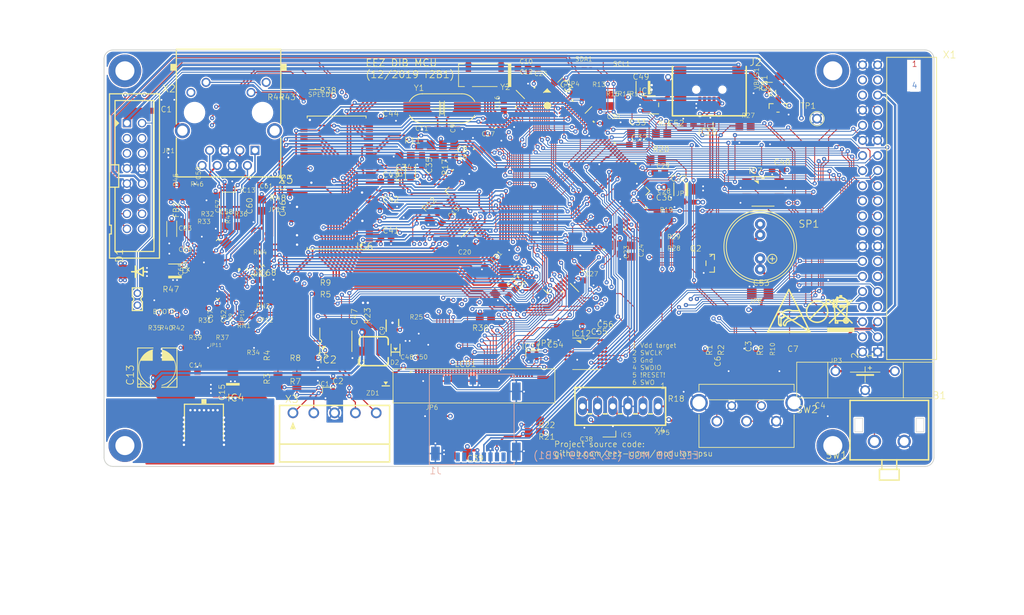
<source format=kicad_pcb>
(kicad_pcb (version 20171130) (host pcbnew 5.0.2+dfsg1-1)
  (layers (0 Top signal) (1 Gnd signal) (2 Power signal) (31 Bottom signal) (34 B.Paste user) (35 F.Paste user) (36 B.SilkS user) (37 F.SilkS user) (38 B.Mask user) (39 F.Mask user) (44 Edge.Cuts user))
  (net 0 "")
  (net 1 FRM3)
  (net 2 FRM2)
  (net 3 N$124)
  (net 4 GND)
  (net 5 +3V3)
  (net 6 ~RESET)
  (net 7 EOUT_B)
  (net 8 ENC_SW)
  (net 9 +5V)
  (net 10 FMC_SDNRAS)
  (net 11 FMC_SDNWE)
  (net 12 ETH_MDIO)
  (net 13 DAC_OUT1)
  (net 14 LTDC_R4)
  (net 15 LTDC_G2)
  (net 16 ETH_RX_DV)
  (net 17 USB_OTG_FS_VBUS)
  (net 18 USB_OTG_FS_ID)
  (net 19 USB_OTG_FS_D_N)
  (net 20 USB_OTG_FS_D_P)
  (net 21 SYS_JTMS-SWDIO)
  (net 22 SYS_JTCK-SWCLK)
  (net 23 LTDC_R3)
  (net 24 LTDC_R6)
  (net 25 SYS_JTDO-SWO)
  (net 26 USER_SW)
  (net 27 I2C1_SCL)
  (net 28 I2C1_SDA)
  (net 29 ETH_TX_EN)
  (net 30 ETH_TXD0)
  (net 31 ETH_TXD1)
  (net 32 SPI2_MISO)
  (net 33 TFT_BRIGHTNESS)
  (net 34 LTDC_R5)
  (net 35 ETH_MDC)
  (net 36 ETH_TXD2)
  (net 37 ETH_TX_CLK)
  (net 38 ETH_RXD0)
  (net 39 ETH_RXD1)
  (net 40 ENC_A)
  (net 41 ENC_B)
  (net 42 SDMMC1_D0)
  (net 43 MCLK_25)
  (net 44 SDMMC1_CK)
  (net 45 DIN2)
  (net 46 UART_TX/DOUT1)
  (net 47 DOUT2)
  (net 48 SDMMC1_CMD)
  (net 49 SPI2_CSB)
  (net 50 SPI2_CSA)
  (net 51 OE_SYNC)
  (net 52 FMC_NBL0)
  (net 53 FMC_NBL1)
  (net 54 FMC_A0)
  (net 55 SD_DETECT)
  (net 56 SPI5_CLK)
  (net 57 SPI5_MISO)
  (net 58 SPI5_MOSI)
  (net 59 LTDC_DE)
  (net 60 PWR_DIRECT)
  (net 61 FMC_BA0)
  (net 62 FMC_BA1)
  (net 63 LTDC_CLK)
  (net 64 FMC_SDCLK)
  (net 65 FMC_SDNCAS)
  (net 66 FMC_SDCKE0)
  (net 67 FMC_SDNE0)
  (net 68 LTDC_G4)
  (net 69 SPI2_CLK)
  (net 70 SPI2_MOSI)
  (net 71 UART_RX/DIN1)
  (net 72 LTDC_VSYNC)
  (net 73 LTDC_HSYNC)
  (net 74 LTDC_G6)
  (net 75 BOOT0)
  (net 76 FMC_A1)
  (net 77 FMC_A2)
  (net 78 FMC_A3)
  (net 79 FMC_A4)
  (net 80 FMC_A5)
  (net 81 FMC_A6)
  (net 82 FMC_A7)
  (net 83 FMC_A8)
  (net 84 FMC_A9)
  (net 85 FMC_A10)
  (net 86 FMC_A11)
  (net 87 FMC_D4)
  (net 88 FMC_D5)
  (net 89 FMC_D6)
  (net 90 FMC_D7)
  (net 91 FMC_D8)
  (net 92 FMC_D9)
  (net 93 FMC_D10)
  (net 94 FMC_D11)
  (net 95 FMC_D12)
  (net 96 FMC_D13)
  (net 97 FMC_D14)
  (net 98 FMC_D15)
  (net 99 FMC_D0)
  (net 100 FMC_D1)
  (net 101 LTDC_R7)
  (net 102 LTDC_G5)
  (net 103 FMC_D2)
  (net 104 FMC_D3)
  (net 105 LTDC_G7)
  (net 106 LTDC_G3)
  (net 107 LTDC_B3)
  (net 108 LTDC_B4)
  (net 109 LTDC_B5)
  (net 110 LTDC_B6)
  (net 111 LTDC_B7)
  (net 112 VDD)
  (net 113 ETH_TXD3)
  (net 114 ETH_RXD2)
  (net 115 ETH_RXD3)
  (net 116 ETH_COL)
  (net 117 ETH_CRS)
  (net 118 ~USB_OTG_FS_OC)
  (net 119 USB_OTG_FS_PSO)
  (net 120 IRQ_TOUCH)
  (net 121 SPI4_CLK)
  (net 122 SPI4_MISO)
  (net 123 SPI4_MOSI)
  (net 124 PE)
  (net 125 ETH_RX_CLK)
  (net 126 "+3V3(A)")
  (net 127 SPI4_CSA)
  (net 128 SPI4_CSB)
  (net 129 SPI5_CSB)
  (net 130 SPI5_CSA)
  (net 131 PWR_SSTART)
  (net 132 +12V)
  (net 133 ~FAULT)
  (net 134 SPI2_IRQ)
  (net 135 SPI5_IRQ)
  (net 136 SPI4_IRQ)
  (net 137 +VAUX)
  (net 138 ETH_RX_ERR)
  (net 139 "Net-(R1-Pad2)")
  (net 140 "Net-(R10-Pad2)")
  (net 141 "Net-(IC1-Pad5)")
  (net 142 "Net-(IC1-Pad4)")
  (net 143 "Net-(IC1-Pad2)")
  (net 144 "Net-(IC1-Pad1)")
  (net 145 "Net-(IC2-Pad14)")
  (net 146 "Net-(R3-Pad2)")
  (net 147 "Net-(IC2-Pad3)")
  (net 148 "Net-(R7-Pad2)")
  (net 149 "Net-(IC2-Pad15)")
  (net 150 "Net-(IC2-Pad2)")
  (net 151 "/STM32F7 MCU/RCC_OSC_IN")
  (net 152 "/STM32F7 MCU/RCC_OSC_OUT")
  (net 153 "Net-(IC3-Pad150)")
  (net 154 "Net-(IC3-Pad139)")
  (net 155 "/STM32F7 MCU/VCAP2")
  (net 156 "Net-(IC3-Pad108)")
  (net 157 "Net-(IC3-Pad107)")
  (net 158 "Net-(IC3-Pad100)")
  (net 159 "Net-(IC3-Pad105)")
  (net 160 "Net-(IC3-Pad104)")
  (net 161 "Net-(IC3-Pad102)")
  (net 162 "Net-(IC3-Pad101)")
  (net 163 "/STM32F7 MCU/VCAP1")
  (net 164 "/STM32F7 MCU/BYPASS_REG")
  (net 165 "/STM32F7 MCU/VDDA")
  (net 166 "/STM32F7 MCU/VREF+")
  (net 167 "/STM32F7 MCU/RCC_OSC32_OUT")
  (net 168 "/STM32F7 MCU/RCC_OSC32_IN")
  (net 169 "Net-(IC3-Pad7)")
  (net 170 "/STM32F7 MCU/VBAT")
  (net 171 "Net-(B1-Pad1)")
  (net 172 "Net-(J1-Pad1)")
  (net 173 "Net-(J1-Pad2)")
  (net 174 "Net-(J1-Pad8)")
  (net 175 "Net-(IC6-Pad40)")
  (net 176 "Net-(IC6-Pad36)")
  (net 177 "/SDRAM, JTAG, SD card, EEPROM/TMS")
  (net 178 "/SDRAM, JTAG, SD card, EEPROM/TCK")
  (net 179 "Net-(JP5-Pad2)")
  (net 180 "Net-(IC9-Pad5)")
  (net 181 "/TFT LCD, Audio, USB/VLED-")
  (net 182 "Net-(D2-PadA)")
  (net 183 "/TFT LCD, Audio, USB/VLED+")
  (net 184 "/TFT LCD, Audio, USB/YU")
  (net 185 "/TFT LCD, Audio, USB/XL")
  (net 186 "/TFT LCD, Audio, USB/YD")
  (net 187 "/TFT LCD, Audio, USB/XR")
  (net 188 "Net-(JP7-PadCOM)")
  (net 189 "Net-(LCD1-Pad35)")
  (net 190 "/TFT LCD, Audio, USB/LCD_DISP")
  (net 191 "Net-(JP6-PadCOM)")
  (net 192 "Net-(C53-Pad2)")
  (net 193 "/TFT LCD, Audio, USB/USB_D_N")
  (net 194 "/TFT LCD, Audio, USB/USB_D_P")
  (net 195 "Net-(IC10-Pad5)")
  (net 196 "Net-(R24-Pad2)")
  (net 197 "Net-(Q1-PadB)")
  (net 198 "Net-(Q1-PadC)")
  (net 199 "Net-(IC12-Pad16)")
  (net 200 "Net-(Q2-Pad3)")
  (net 201 "Net-(IC14-Pad21)")
  (net 202 "Net-(IC14-Pad20)")
  (net 203 "Net-(C62-Pad1)")
  (net 204 "Net-(IC14-Pad24)")
  (net 205 "Net-(IC13-Pad1)")
  (net 206 "Net-(C58-Pad1)")
  (net 207 "Net-(IC13-Pad2)")
  (net 208 "Net-(IC13-Pad4)")
  (net 209 "Net-(C60-Pad1)")
  (net 210 "Net-(IC13-Pad5)")
  (net 211 "Net-(R38-Pad2)")
  (net 212 "/Ethernet PHY/LED_SPEED")
  (net 213 "/Ethernet PHY/LED_ACT")
  (net 214 "/Ethernet PHY/LED_LINK")
  (net 215 "Net-(R44-Pad1)")
  (net 216 "Net-(R43-Pad1)")
  (net 217 "Net-(JP9-Pad2)")
  (net 218 "Net-(JP11-Pad1)")
  (net 219 "Net-(JP10-Pad2)")
  (net 220 "Net-(JP13-Pad1)")
  (net 221 "Net-(IC14-Pad41)")
  (net 222 "Net-(IC14-Pad42)")
  (net 223 "Net-(IC14-Pad43)")
  (net 224 "Net-(IC14-Pad44)")
  (net 225 "Net-(JP10-Pad1)")
  (net 226 "Net-(IC14-Pad45)")
  (net 227 "Net-(IC14-Pad46)")
  (net 228 "Net-(IC14-Pad1)")
  (net 229 "Net-(IC14-Pad2)")
  (net 230 "Net-(IC14-Pad3)")
  (net 231 "Net-(IC14-Pad4)")
  (net 232 "Net-(IC14-Pad5)")
  (net 233 "Net-(IC14-Pad6)")
  (net 234 "Net-(IC14-Pad34)")
  (net 235 "Net-(IC14-Pad38)")
  (net 236 "Net-(IC14-Pad39)")
  (net 237 "Net-(IC14-Pad40)")
  (net 238 "Net-(IC14-Pad7)")
  (net 239 "Net-(IC14-Pad33)")
  (net 240 "Net-(IC14-Pad25)")
  (net 241 "Net-(IC14-Pad12)")
  (net 242 "Net-(IC14-Pad11)")
  (net 243 "Net-(IC14-Pad10)")
  (net 244 "Net-(IC14-Pad9)")
  (net 245 "Net-(IC14-Pad8)")
  (net 246 "Net-(SDA1-Pad1)")
  (net 247 "Net-(SCL1-Pad2)")
  (module "EEZ DIB MCU r2B1:SIGNATURE_5MM" (layer Top) (at 82.9326 117.032 180)
    (fp_text reference EEZ_SIGNATURE hide)
    (fp_text value SIGNATURESMALL hide)
  )
  (module "EEZ DIB MCU r2B1:RECYCLE_BIN1_8" (layer Top) (at 200.3021 117.4149)
    (fp_text reference U$1 hide)
    (fp_text value "" hide)
  )
  (module "EEZ DIB MCU r2B1:PB_SMALL" (layer Top) (at 198.6167 114.0006 180)
    (fp_text reference U$5 hide)
    (fp_text value "" hide)
    (fp_text user Pb (at -1.065 0.646 180) (layer F.SilkS) (effects (font (size 1.2065 1.2065) (thickness 0.254)) (justify left bottom)))
  )
  (module "EEZ DIB MCU r2B1:ESD_SYMBOL" (layer Top) (at 190.315 117.3914)
    (fp_text reference U$6 hide)
    (fp_text value "" hide)
  )
  (module "EEZ DIB MCU r2B1:FIDUCIAL" (layer Top) (at 82.2511 131.0036)
    (fp_text reference FM1 hide)
    (fp_text value FIDUCIAL hide)
    (pad T smd roundrect (at 0 0) (size 1.016 1.016) (layers Top F.Mask) (roundrect_rratio 0.5))
  )
  (module "EEZ DIB MCU r2B1:FIDUCIAL" (layer Top) (at 196.7511 72.5036)
    (fp_text reference FM2 hide)
    (fp_text value FIDUCIAL hide)
    (pad T smd roundrect (at 0 0) (size 1.016 1.016) (layers Top F.Mask) (roundrect_rratio 0.5))
  )
  (module "EEZ DIB MCU r2B1:HC-49_4H" (layer Top) (at 135.5671 79.8056)
    (fp_text reference Y1 (at -4.81 -2.8575) (layer F.SilkS) (effects (font (size 0.9652 0.9652) (thickness 0.09652)) (justify left bottom)))
    (fp_text value 25MHz)
    (pad 2 smd roundrect (at 4.25 0) (size 4.5 2) (layers Top F.Paste F.Mask) (roundrect_rratio 0.0254) (net 151 "/STM32F7 MCU/RCC_OSC_IN"))
    (pad 1 smd roundrect (at -4.25 0) (size 4.5 2) (layers Top F.Paste F.Mask) (roundrect_rratio 0.0254) (net 152 "/STM32F7 MCU/RCC_OSC_OUT"))
  )
  (module "EEZ DIB MCU r2B1:C0805" (layer Top) (at 183.7382 122.0839 90)
    (fp_text reference C6 (at -1.27 -1.27 90) (layer F.SilkS) (effects (font (size 0.9652 0.9652) (thickness 0.09652)) (justify left bottom)))
    (fp_text value 10n)
    (pad 2 smd roundrect (at 0.95 0 90) (size 1.3 1.5) (layers Top F.Paste F.Mask) (roundrect_rratio 0.03907692307692308) (net 40 ENC_A))
    (pad 1 smd roundrect (at -0.95 0 90) (size 1.3 1.5) (layers Top F.Paste F.Mask) (roundrect_rratio 0.03907692307692308) (net 4 GND))
  )
  (module "EEZ DIB MCU r2B1:C0805" (layer Top) (at 192.2726 122.0966 270)
    (fp_text reference C7 (at -1.27 -1.27) (layer F.SilkS) (effects (font (size 0.9652 0.9652) (thickness 0.09652)) (justify left bottom)))
    (fp_text value 10n)
    (pad 2 smd roundrect (at 0.95 0 270) (size 1.3 1.5) (layers Top F.Paste F.Mask) (roundrect_rratio 0.03907692307692308) (net 4 GND))
    (pad 1 smd roundrect (at -0.95 0 270) (size 1.3 1.5) (layers Top F.Paste F.Mask) (roundrect_rratio 0.03907692307692308) (net 41 ENC_B))
  )
  (module "EEZ DIB MCU r2B1:R0805" (layer Top) (at 181.7697 122.0839 270)
    (fp_text reference R2 (at -0.635 -1.27 90) (layer F.SilkS) (effects (font (size 0.9652 0.9652) (thickness 0.09652)) (justify left bottom)))
    (fp_text value 10K)
    (pad 2 smd roundrect (at 0.95 0 270) (size 1.3 1.5) (layers Top F.Paste F.Mask) (roundrect_rratio 0.03907692307692308) (net 139 "Net-(R1-Pad2)"))
    (pad 1 smd roundrect (at -0.95 0 270) (size 1.3 1.5) (layers Top F.Paste F.Mask) (roundrect_rratio 0.03907692307692308) (net 40 ENC_A))
  )
  (module "EEZ DIB MCU r2B1:R0805" (layer Top) (at 179.8012 122.0839 270)
    (fp_text reference R1 (at -0.635 -1.27 90) (layer F.SilkS) (effects (font (size 0.9652 0.9652) (thickness 0.09652)) (justify left bottom)))
    (fp_text value 4K7)
    (pad 2 smd roundrect (at 0.95 0 270) (size 1.3 1.5) (layers Top F.Paste F.Mask) (roundrect_rratio 0.03907692307692308) (net 139 "Net-(R1-Pad2)"))
    (pad 1 smd roundrect (at -0.95 0 270) (size 1.3 1.5) (layers Top F.Paste F.Mask) (roundrect_rratio 0.03907692307692308) (net 5 +3V3))
  )
  (module "EEZ DIB MCU r2B1:R0805" (layer Top) (at 188.3356 122.0966 270)
    (fp_text reference R6 (at -0.635 -1.27 90) (layer F.SilkS) (effects (font (size 0.9652 0.9652) (thickness 0.09652)) (justify left bottom)))
    (fp_text value 4K7)
    (pad 2 smd roundrect (at 0.95 0 270) (size 1.3 1.5) (layers Top F.Paste F.Mask) (roundrect_rratio 0.03907692307692308) (net 140 "Net-(R10-Pad2)"))
    (pad 1 smd roundrect (at -0.95 0 270) (size 1.3 1.5) (layers Top F.Paste F.Mask) (roundrect_rratio 0.03907692307692308) (net 5 +3V3))
  )
  (module "EEZ DIB MCU r2B1:R0805" (layer Top) (at 190.3041 122.0966 270)
    (fp_text reference R10 (at -0.635 -1.27 90) (layer F.SilkS) (effects (font (size 0.77216 0.77216) (thickness 0.077216)) (justify left bottom)))
    (fp_text value 10K)
    (pad 2 smd roundrect (at 0.95 0 270) (size 1.3 1.5) (layers Top F.Paste F.Mask) (roundrect_rratio 0.03907692307692308) (net 140 "Net-(R10-Pad2)"))
    (pad 1 smd roundrect (at -0.95 0 270) (size 1.3 1.5) (layers Top F.Paste F.Mask) (roundrect_rratio 0.03907692307692308) (net 41 ENC_B))
  )
  (module "EEZ DIB MCU r2B1:C0805" (layer Top) (at 186.3671 122.0966 270)
    (fp_text reference C3 (at -1.27 -1.27 90) (layer F.SilkS) (effects (font (size 0.9652 0.9652) (thickness 0.09652)) (justify left bottom)))
    (fp_text value 10n)
    (pad 2 smd roundrect (at 0.95 0 270) (size 1.3 1.5) (layers Top F.Paste F.Mask) (roundrect_rratio 0.03907692307692308) (net 8 ENC_SW))
    (pad 1 smd roundrect (at -0.95 0 270) (size 1.3 1.5) (layers Top F.Paste F.Mask) (roundrect_rratio 0.03907692307692308) (net 4 GND))
  )
  (module "EEZ DIB MCU r2B1:LQFP-176_24X24MM" (layer Top) (at 153.2836 93.7121 315)
    (fp_text reference IC3 (at -12.065 -13.97 135) (layer F.SilkS) (effects (font (size 1.2065 1.2065) (thickness 0.12065)) (justify left bottom)))
    (fp_text value STM32F769IGT6)
    (pad 176 smd roundrect (at -10.75 -12.75 225) (size 1.2 0.3) (layers Top F.Paste F.Mask) (roundrect_rratio 0.1693333333333333) (net 111 LTDC_B7))
    (pad 175 smd roundrect (at -10.25 -12.75 225) (size 1.2 0.3) (layers Top F.Paste F.Mask) (roundrect_rratio 0.1693333333333333) (net 110 LTDC_B6))
    (pad 174 smd roundrect (at -9.75 -12.75 225) (size 1.2 0.3) (layers Top F.Paste F.Mask) (roundrect_rratio 0.1693333333333333) (net 109 LTDC_B5))
    (pad 173 smd roundrect (at -9.25 -12.75 225) (size 1.2 0.3) (layers Top F.Paste F.Mask) (roundrect_rratio 0.1693333333333333) (net 8 ENC_SW))
    (pad 172 smd roundrect (at -8.75 -12.75 225) (size 1.2 0.3) (layers Top F.Paste F.Mask) (roundrect_rratio 0.1693333333333333) (net 112 VDD))
    (pad 171 smd roundrect (at -8.25 -12.75 225) (size 1.2 0.3) (layers Top F.Paste F.Mask) (roundrect_rratio 0.1693333333333333) (net 112 VDD))
    (pad 170 smd roundrect (at -7.75 -12.75 225) (size 1.2 0.3) (layers Top F.Paste F.Mask) (roundrect_rratio 0.1693333333333333) (net 53 FMC_NBL1))
    (pad 169 smd roundrect (at -7.25 -12.75 225) (size 1.2 0.3) (layers Top F.Paste F.Mask) (roundrect_rratio 0.1693333333333333) (net 52 FMC_NBL0))
    (pad 168 smd roundrect (at -6.75 -12.75 225) (size 1.2 0.3) (layers Top F.Paste F.Mask) (roundrect_rratio 0.1693333333333333) (net 136 SPI4_IRQ))
    (pad 167 smd roundrect (at -6.25 -12.75 225) (size 1.2 0.3) (layers Top F.Paste F.Mask) (roundrect_rratio 0.1693333333333333) (net 113 ETH_TXD3))
    (pad 166 smd roundrect (at -5.75 -12.75 225) (size 1.2 0.3) (layers Top F.Paste F.Mask) (roundrect_rratio 0.1693333333333333) (net 75 BOOT0))
    (pad 165 smd roundrect (at -5.25 -12.75 225) (size 1.2 0.3) (layers Top F.Paste F.Mask) (roundrect_rratio 0.1693333333333333) (net 28 I2C1_SDA))
    (pad 164 smd roundrect (at -4.75 -12.75 225) (size 1.2 0.3) (layers Top F.Paste F.Mask) (roundrect_rratio 0.1693333333333333) (net 27 I2C1_SCL))
    (pad 163 smd roundrect (at -4.25 -12.75 225) (size 1.2 0.3) (layers Top F.Paste F.Mask) (roundrect_rratio 0.1693333333333333) (net 47 DOUT2))
    (pad 162 smd roundrect (at -3.75 -12.75 225) (size 1.2 0.3) (layers Top F.Paste F.Mask) (roundrect_rratio 0.1693333333333333) (net 46 UART_TX/DOUT1))
    (pad 161 smd roundrect (at -3.25 -12.75 225) (size 1.2 0.3) (layers Top F.Paste F.Mask) (roundrect_rratio 0.1693333333333333) (net 25 SYS_JTDO-SWO))
    (pad 160 smd roundrect (at -2.75 -12.75 225) (size 1.2 0.3) (layers Top F.Paste F.Mask) (roundrect_rratio 0.1693333333333333) (net 65 FMC_SDNCAS))
    (pad 159 smd roundrect (at -2.25 -12.75 225) (size 1.2 0.3) (layers Top F.Paste F.Mask) (roundrect_rratio 0.1693333333333333) (net 112 VDD))
    (pad 158 smd roundrect (at -1.75 -12.75 225) (size 1.2 0.3) (layers Top F.Paste F.Mask) (roundrect_rratio 0.1693333333333333) (net 4 GND))
    (pad 157 smd roundrect (at -1.25 -12.75 225) (size 1.2 0.3) (layers Top F.Paste F.Mask) (roundrect_rratio 0.1693333333333333) (net 130 SPI5_CSA))
    (pad 156 smd roundrect (at -0.75 -12.75 225) (size 1.2 0.3) (layers Top F.Paste F.Mask) (roundrect_rratio 0.1693333333333333) (net 129 SPI5_CSB))
    (pad 155 smd roundrect (at -0.25 -12.75 225) (size 1.2 0.3) (layers Top F.Paste F.Mask) (roundrect_rratio 0.1693333333333333) (net 108 LTDC_B4))
    (pad 154 smd roundrect (at 0.25 -12.75 225) (size 1.2 0.3) (layers Top F.Paste F.Mask) (roundrect_rratio 0.1693333333333333) (net 107 LTDC_B3))
    (pad 153 smd roundrect (at 0.75 -12.75 225) (size 1.2 0.3) (layers Top F.Paste F.Mask) (roundrect_rratio 0.1693333333333333) (net 106 LTDC_G3))
    (pad 152 smd roundrect (at 1.25 -12.75 225) (size 1.2 0.3) (layers Top F.Paste F.Mask) (roundrect_rratio 0.1693333333333333) (net 26 USER_SW))
    (pad 151 smd roundrect (at 1.750003 -12.75 225) (size 1.2 0.3) (layers Top F.Paste F.Mask) (roundrect_rratio 0.1693333333333333) (net 120 IRQ_TOUCH))
    (pad 150 smd roundrect (at 2.25 -12.75 225) (size 1.2 0.3) (layers Top F.Paste F.Mask) (roundrect_rratio 0.1693333333333333) (net 153 "Net-(IC3-Pad150)"))
    (pad 149 smd roundrect (at 2.75 -12.75 225) (size 1.2 0.3) (layers Top F.Paste F.Mask) (roundrect_rratio 0.1693333333333333) (net 112 VDD))
    (pad 148 smd roundrect (at 3.25 -12.75 225) (size 1.2 0.3) (layers Top F.Paste F.Mask) (roundrect_rratio 0.1693333333333333) (net 4 GND))
    (pad 147 smd roundrect (at 3.75 -12.75 225) (size 1.2 0.3) (layers Top F.Paste F.Mask) (roundrect_rratio 0.1693333333333333) (net 119 USB_OTG_FS_PSO))
    (pad 146 smd roundrect (at 4.25 -12.75 225) (size 1.2 0.3) (layers Top F.Paste F.Mask) (roundrect_rratio 0.1693333333333333) (net 118 ~USB_OTG_FS_OC))
    (pad 145 smd roundrect (at 4.75 -12.75 225) (size 1.2 0.3) (layers Top F.Paste F.Mask) (roundrect_rratio 0.1693333333333333) (net 105 LTDC_G7))
    (pad 144 smd roundrect (at 5.25 -12.75 225) (size 1.2 0.3) (layers Top F.Paste F.Mask) (roundrect_rratio 0.1693333333333333) (net 48 SDMMC1_CMD))
    (pad 143 smd roundrect (at 5.75 -12.75 225) (size 1.2 0.3) (layers Top F.Paste F.Mask) (roundrect_rratio 0.1693333333333333) (net 104 FMC_D3))
    (pad 142 smd roundrect (at 6.25 -12.75 225) (size 1.2 0.3) (layers Top F.Paste F.Mask) (roundrect_rratio 0.1693333333333333) (net 103 FMC_D2))
    (pad 141 smd roundrect (at 6.75 -12.75 225) (size 1.2 0.3) (layers Top F.Paste F.Mask) (roundrect_rratio 0.1693333333333333) (net 44 SDMMC1_CK))
    (pad 140 smd roundrect (at 7.25 -12.75 225) (size 1.2 0.3) (layers Top F.Paste F.Mask) (roundrect_rratio 0.1693333333333333) (net 55 SD_DETECT))
    (pad 139 smd roundrect (at 7.75 -12.75 225) (size 1.2 0.3) (layers Top F.Paste F.Mask) (roundrect_rratio 0.1693333333333333) (net 154 "Net-(IC3-Pad139)"))
    (pad 138 smd roundrect (at 8.25 -12.75 225) (size 1.2 0.3) (layers Top F.Paste F.Mask) (roundrect_rratio 0.1693333333333333) (net 135 SPI5_IRQ))
    (pad 137 smd roundrect (at 8.75 -12.75 225) (size 1.2 0.3) (layers Top F.Paste F.Mask) (roundrect_rratio 0.1693333333333333) (net 22 SYS_JTCK-SWCLK))
    (pad 136 smd roundrect (at 9.25 -12.75 225) (size 1.2 0.3) (layers Top F.Paste F.Mask) (roundrect_rratio 0.1693333333333333) (net 112 VDD))
    (pad 135 smd roundrect (at 9.75 -12.75 225) (size 1.2 0.3) (layers Top F.Paste F.Mask) (roundrect_rratio 0.1693333333333333) (net 4 GND))
    (pad 134 smd roundrect (at 10.25 -12.75 225) (size 1.2 0.3) (layers Top F.Paste F.Mask) (roundrect_rratio 0.1693333333333333) (net 70 SPI2_MOSI))
    (pad 133 smd roundrect (at 10.75 -12.75 225) (size 1.2 0.3) (layers Top F.Paste F.Mask) (roundrect_rratio 0.1693333333333333) (net 69 SPI2_CLK))
    (pad 132 smd roundrect (at 12.75 -10.75 135) (size 1.2 0.3) (layers Top F.Paste F.Mask) (roundrect_rratio 0.1693333333333333) (net 102 LTDC_G5))
    (pad 131 smd roundrect (at 12.75 -10.25 135) (size 1.2 0.3) (layers Top F.Paste F.Mask) (roundrect_rratio 0.1693333333333333) (net 112 VDD))
    (pad 130 smd roundrect (at 12.75 -9.75 135) (size 1.2 0.3) (layers Top F.Paste F.Mask) (roundrect_rratio 0.1693333333333333) (net 4 GND))
    (pad 129 smd roundrect (at 12.75 -9.25 135) (size 1.2 0.3) (layers Top F.Paste F.Mask) (roundrect_rratio 0.1693333333333333) (net 155 "/STM32F7 MCU/VCAP2"))
    (pad 128 smd roundrect (at 12.75 -8.75 135) (size 1.2 0.3) (layers Top F.Paste F.Mask) (roundrect_rratio 0.1693333333333333) (net 21 SYS_JTMS-SWDIO))
    (pad 127 smd roundrect (at 12.75 -8.25 135) (size 1.2 0.3) (layers Top F.Paste F.Mask) (roundrect_rratio 0.1693333333333333) (net 20 USB_OTG_FS_D_P))
    (pad 126 smd roundrect (at 12.75 -7.75 135) (size 1.2 0.3) (layers Top F.Paste F.Mask) (roundrect_rratio 0.1693333333333333) (net 19 USB_OTG_FS_D_N))
    (pad 125 smd roundrect (at 12.75 -7.25 135) (size 1.2 0.3) (layers Top F.Paste F.Mask) (roundrect_rratio 0.1693333333333333) (net 18 USB_OTG_FS_ID))
    (pad 124 smd roundrect (at 12.75 -6.75 135) (size 1.2 0.3) (layers Top F.Paste F.Mask) (roundrect_rratio 0.1693333333333333) (net 17 USB_OTG_FS_VBUS))
    (pad 123 smd roundrect (at 12.75 -6.25 135) (size 1.2 0.3) (layers Top F.Paste F.Mask) (roundrect_rratio 0.1693333333333333) (net 134 SPI2_IRQ))
    (pad 122 smd roundrect (at 12.75 -5.75 135) (size 1.2 0.3) (layers Top F.Paste F.Mask) (roundrect_rratio 0.1693333333333333) (net 43 MCLK_25))
    (pad 121 smd roundrect (at 12.75 -5.25 135) (size 1.2 0.3) (layers Top F.Paste F.Mask) (roundrect_rratio 0.1693333333333333) (net 42 SDMMC1_D0))
    (pad 120 smd roundrect (at 12.75 -4.75 135) (size 1.2 0.3) (layers Top F.Paste F.Mask) (roundrect_rratio 0.1693333333333333) (net 41 ENC_B))
    (pad 119 smd roundrect (at 12.75 -4.25 135) (size 1.2 0.3) (layers Top F.Paste F.Mask) (roundrect_rratio 0.1693333333333333) (net 40 ENC_A))
    (pad 118 smd roundrect (at 12.75 -3.75 135) (size 1.2 0.3) (layers Top F.Paste F.Mask) (roundrect_rratio 0.1693333333333333) (net 112 VDD))
    (pad 117 smd roundrect (at 12.75 -3.25 135) (size 1.2 0.3) (layers Top F.Paste F.Mask) (roundrect_rratio 0.1693333333333333) (net 4 GND))
    (pad 116 smd roundrect (at 12.75 -2.75 135) (size 1.2 0.3) (layers Top F.Paste F.Mask) (roundrect_rratio 0.1693333333333333) (net 64 FMC_SDCLK))
    (pad 115 smd roundrect (at 12.75 -2.25 135) (size 1.2 0.3) (layers Top F.Paste F.Mask) (roundrect_rratio 0.1693333333333333) (net 63 LTDC_CLK))
    (pad 114 smd roundrect (at 12.75 -1.75 135) (size 1.2 0.3) (layers Top F.Paste F.Mask) (roundrect_rratio 0.1693333333333333) (net 101 LTDC_R7))
    (pad 113 smd roundrect (at 12.75 -1.25 135) (size 1.2 0.3) (layers Top F.Paste F.Mask) (roundrect_rratio 0.1693333333333333) (net 62 FMC_BA1))
    (pad 112 smd roundrect (at 12.75 -0.75 135) (size 1.2 0.3) (layers Top F.Paste F.Mask) (roundrect_rratio 0.1693333333333333) (net 61 FMC_BA0))
    (pad 111 smd roundrect (at 12.75 -0.25 135) (size 1.2 0.3) (layers Top F.Paste F.Mask) (roundrect_rratio 0.1693333333333333) (net 131 PWR_SSTART))
    (pad 110 smd roundrect (at 12.75 0.25 135) (size 1.2 0.3) (layers Top F.Paste F.Mask) (roundrect_rratio 0.1693333333333333) (net 60 PWR_DIRECT))
    (pad 109 smd roundrect (at 12.75 0.75 135) (size 1.2 0.3) (layers Top F.Paste F.Mask) (roundrect_rratio 0.1693333333333333) (net 4 GND))
    (pad 108 smd roundrect (at 12.75 1.25 135) (size 1.2 0.3) (layers Top F.Paste F.Mask) (roundrect_rratio 0.1693333333333333) (net 156 "Net-(IC3-Pad108)"))
    (pad 107 smd roundrect (at 12.75 1.750003 135) (size 1.2 0.3) (layers Top F.Paste F.Mask) (roundrect_rratio 0.1693333333333333) (net 157 "Net-(IC3-Pad107)"))
    (pad 106 smd roundrect (at 12.75 2.25 135) (size 1.2 0.3) (layers Top F.Paste F.Mask) (roundrect_rratio 0.1693333333333333) (net 158 "Net-(IC3-Pad100)"))
    (pad 105 smd roundrect (at 12.75 2.75 135) (size 1.2 0.3) (layers Top F.Paste F.Mask) (roundrect_rratio 0.1693333333333333) (net 159 "Net-(IC3-Pad105)"))
    (pad 104 smd roundrect (at 12.75 3.25 135) (size 1.2 0.3) (layers Top F.Paste F.Mask) (roundrect_rratio 0.1693333333333333) (net 160 "Net-(IC3-Pad104)"))
    (pad 103 smd roundrect (at 12.75 3.75 135) (size 1.2 0.3) (layers Top F.Paste F.Mask) (roundrect_rratio 0.1693333333333333) (net 4 GND))
    (pad 102 smd roundrect (at 12.75 4.25 135) (size 1.2 0.3) (layers Top F.Paste F.Mask) (roundrect_rratio 0.1693333333333333) (net 161 "Net-(IC3-Pad102)"))
    (pad 101 smd roundrect (at 12.75 4.75 135) (size 1.2 0.3) (layers Top F.Paste F.Mask) (roundrect_rratio 0.1693333333333333) (net 162 "Net-(IC3-Pad101)"))
    (pad 100 smd roundrect (at 12.75 5.25 135) (size 1.2 0.3) (layers Top F.Paste F.Mask) (roundrect_rratio 0.1693333333333333) (net 158 "Net-(IC3-Pad100)"))
    (pad 99 smd roundrect (at 12.75 5.75 135) (size 1.2 0.3) (layers Top F.Paste F.Mask) (roundrect_rratio 0.1693333333333333) (net 112 VDD))
    (pad 98 smd roundrect (at 12.75 6.25 135) (size 1.2 0.3) (layers Top F.Paste F.Mask) (roundrect_rratio 0.1693333333333333) (net 100 FMC_D1))
    (pad 97 smd roundrect (at 12.75 6.75 135) (size 1.2 0.3) (layers Top F.Paste F.Mask) (roundrect_rratio 0.1693333333333333) (net 99 FMC_D0))
    (pad 96 smd roundrect (at 12.75 7.25 135) (size 1.2 0.3) (layers Top F.Paste F.Mask) (roundrect_rratio 0.1693333333333333) (net 112 VDD))
    (pad 95 smd roundrect (at 12.75 7.75 135) (size 1.2 0.3) (layers Top F.Paste F.Mask) (roundrect_rratio 0.1693333333333333) (net 4 GND))
    (pad 94 smd roundrect (at 12.75 8.25 135) (size 1.2 0.3) (layers Top F.Paste F.Mask) (roundrect_rratio 0.1693333333333333) (net 51 OE_SYNC))
    (pad 93 smd roundrect (at 12.75 8.75 135) (size 1.2 0.3) (layers Top F.Paste F.Mask) (roundrect_rratio 0.1693333333333333) (net 50 SPI2_CSA))
    (pad 92 smd roundrect (at 12.75 9.25 135) (size 1.2 0.3) (layers Top F.Paste F.Mask) (roundrect_rratio 0.1693333333333333) (net 49 SPI2_CSB))
    (pad 91 smd roundrect (at 12.75 9.75 135) (size 1.2 0.3) (layers Top F.Paste F.Mask) (roundrect_rratio 0.1693333333333333) (net 98 FMC_D15))
    (pad 90 smd roundrect (at 12.75 10.25 135) (size 1.2 0.3) (layers Top F.Paste F.Mask) (roundrect_rratio 0.1693333333333333) (net 97 FMC_D14))
    (pad 89 smd roundrect (at 12.75 10.75 135) (size 1.2 0.3) (layers Top F.Paste F.Mask) (roundrect_rratio 0.1693333333333333) (net 96 FMC_D13))
    (pad 88 smd roundrect (at 10.75 12.75 45) (size 1.2 0.3) (layers Top F.Paste F.Mask) (roundrect_rratio 0.1693333333333333) (net 33 TFT_BRIGHTNESS))
    (pad 87 smd roundrect (at 10.25 12.75 45) (size 1.2 0.3) (layers Top F.Paste F.Mask) (roundrect_rratio 0.1693333333333333) (net 32 SPI2_MISO))
    (pad 86 smd roundrect (at 9.75 12.75 45) (size 1.2 0.3) (layers Top F.Paste F.Mask) (roundrect_rratio 0.1693333333333333) (net 31 ETH_TXD1))
    (pad 85 smd roundrect (at 9.25 12.75 45) (size 1.2 0.3) (layers Top F.Paste F.Mask) (roundrect_rratio 0.1693333333333333) (net 30 ETH_TXD0))
    (pad 84 smd roundrect (at 8.75 12.75 45) (size 1.2 0.3) (layers Top F.Paste F.Mask) (roundrect_rratio 0.1693333333333333) (net 115 ETH_RXD3))
    (pad 83 smd roundrect (at 8.25 12.75 45) (size 1.2 0.3) (layers Top F.Paste F.Mask) (roundrect_rratio 0.1693333333333333) (net 114 ETH_RXD2))
    (pad 82 smd roundrect (at 7.75 12.75 45) (size 1.2 0.3) (layers Top F.Paste F.Mask) (roundrect_rratio 0.1693333333333333) (net 112 VDD))
    (pad 81 smd roundrect (at 7.25 12.75 45) (size 1.2 0.3) (layers Top F.Paste F.Mask) (roundrect_rratio 0.1693333333333333) (net 163 "/STM32F7 MCU/VCAP1"))
    (pad 80 smd roundrect (at 6.75 12.75 45) (size 1.2 0.3) (layers Top F.Paste F.Mask) (roundrect_rratio 0.1693333333333333) (net 29 ETH_TX_EN))
    (pad 79 smd roundrect (at 6.25 12.75 45) (size 1.2 0.3) (layers Top F.Paste F.Mask) (roundrect_rratio 0.1693333333333333) (net 138 ETH_RX_ERR))
    (pad 78 smd roundrect (at 5.75 12.75 45) (size 1.2 0.3) (layers Top F.Paste F.Mask) (roundrect_rratio 0.1693333333333333) (net 95 FMC_D12))
    (pad 77 smd roundrect (at 5.25 12.75 45) (size 1.2 0.3) (layers Top F.Paste F.Mask) (roundrect_rratio 0.1693333333333333) (net 94 FMC_D11))
    (pad 76 smd roundrect (at 4.75 12.75 45) (size 1.2 0.3) (layers Top F.Paste F.Mask) (roundrect_rratio 0.1693333333333333) (net 93 FMC_D10))
    (pad 75 smd roundrect (at 4.25 12.75 45) (size 1.2 0.3) (layers Top F.Paste F.Mask) (roundrect_rratio 0.1693333333333333) (net 92 FMC_D9))
    (pad 74 smd roundrect (at 3.75 12.75 45) (size 1.2 0.3) (layers Top F.Paste F.Mask) (roundrect_rratio 0.1693333333333333) (net 91 FMC_D8))
    (pad 73 smd roundrect (at 3.25 12.75 45) (size 1.2 0.3) (layers Top F.Paste F.Mask) (roundrect_rratio 0.1693333333333333) (net 90 FMC_D7))
    (pad 72 smd roundrect (at 2.75 12.75 45) (size 1.2 0.3) (layers Top F.Paste F.Mask) (roundrect_rratio 0.1693333333333333) (net 112 VDD))
    (pad 71 smd roundrect (at 2.25 12.75 45) (size 1.2 0.3) (layers Top F.Paste F.Mask) (roundrect_rratio 0.1693333333333333) (net 4 GND))
    (pad 70 smd roundrect (at 1.75 12.75 45) (size 1.2 0.3) (layers Top F.Paste F.Mask) (roundrect_rratio 0.1693333333333333) (net 89 FMC_D6))
    (pad 69 smd roundrect (at 1.25 12.75 45) (size 1.2 0.3) (layers Top F.Paste F.Mask) (roundrect_rratio 0.1693333333333333) (net 88 FMC_D5))
    (pad 68 smd roundrect (at 0.75 12.75 45) (size 1.2 0.3) (layers Top F.Paste F.Mask) (roundrect_rratio 0.1693333333333333) (net 87 FMC_D4))
    (pad 67 smd roundrect (at 0.25 12.75 45) (size 1.2 0.3) (layers Top F.Paste F.Mask) (roundrect_rratio 0.1693333333333333) (net 86 FMC_A11))
    (pad 66 smd roundrect (at -0.25 12.75 45) (size 1.2 0.3) (layers Top F.Paste F.Mask) (roundrect_rratio 0.1693333333333333) (net 85 FMC_A10))
    (pad 65 smd roundrect (at -0.75 12.75 45) (size 1.2 0.3) (layers Top F.Paste F.Mask) (roundrect_rratio 0.1693333333333333) (net 84 FMC_A9))
    (pad 64 smd roundrect (at -1.25 12.75 45) (size 1.2 0.3) (layers Top F.Paste F.Mask) (roundrect_rratio 0.1693333333333333) (net 83 FMC_A8))
    (pad 63 smd roundrect (at -1.750003 12.75 45) (size 1.2 0.3) (layers Top F.Paste F.Mask) (roundrect_rratio 0.1693333333333333) (net 82 FMC_A7))
    (pad 62 smd roundrect (at -2.25 12.75 45) (size 1.2 0.3) (layers Top F.Paste F.Mask) (roundrect_rratio 0.1693333333333333) (net 112 VDD))
    (pad 61 smd roundrect (at -2.75 12.75 45) (size 1.2 0.3) (layers Top F.Paste F.Mask) (roundrect_rratio 0.1693333333333333) (net 4 GND))
    (pad 60 smd roundrect (at -3.25 12.75 45) (size 1.2 0.3) (layers Top F.Paste F.Mask) (roundrect_rratio 0.1693333333333333) (net 81 FMC_A6))
    (pad 59 smd roundrect (at -3.75 12.75 45) (size 1.2 0.3) (layers Top F.Paste F.Mask) (roundrect_rratio 0.1693333333333333) (net 10 FMC_SDNRAS))
    (pad 58 smd roundrect (at -4.25 12.75 45) (size 1.2 0.3) (layers Top F.Paste F.Mask) (roundrect_rratio 0.1693333333333333) (net 133 ~FAULT))
    (pad 57 smd roundrect (at -4.75 12.75 45) (size 1.2 0.3) (layers Top F.Paste F.Mask) (roundrect_rratio 0.1693333333333333) (net 24 LTDC_R6))
    (pad 56 smd roundrect (at -5.25 12.75 45) (size 1.2 0.3) (layers Top F.Paste F.Mask) (roundrect_rratio 0.1693333333333333) (net 23 LTDC_R3))
    (pad 55 smd roundrect (at -5.75 12.75 45) (size 1.2 0.3) (layers Top F.Paste F.Mask) (roundrect_rratio 0.1693333333333333) (net 39 ETH_RXD1))
    (pad 54 smd roundrect (at -6.25 12.75 45) (size 1.2 0.3) (layers Top F.Paste F.Mask) (roundrect_rratio 0.1693333333333333) (net 38 ETH_RXD0))
    (pad 53 smd roundrect (at -6.75 12.75 45) (size 1.2 0.3) (layers Top F.Paste F.Mask) (roundrect_rratio 0.1693333333333333) (net 16 ETH_RX_DV))
    (pad 52 smd roundrect (at -7.25 12.75 45) (size 1.2 0.3) (layers Top F.Paste F.Mask) (roundrect_rratio 0.1693333333333333) (net 15 LTDC_G2))
    (pad 51 smd roundrect (at -7.75 12.75 45) (size 1.2 0.3) (layers Top F.Paste F.Mask) (roundrect_rratio 0.1693333333333333) (net 14 LTDC_R4))
    (pad 50 smd roundrect (at -8.25 12.75 45) (size 1.2 0.3) (layers Top F.Paste F.Mask) (roundrect_rratio 0.1693333333333333) (net 13 DAC_OUT1))
    (pad 49 smd roundrect (at -8.75 12.75 45) (size 1.2 0.3) (layers Top F.Paste F.Mask) (roundrect_rratio 0.1693333333333333) (net 112 VDD))
    (pad 48 smd roundrect (at -9.25 12.75 45) (size 1.2 0.3) (layers Top F.Paste F.Mask) (roundrect_rratio 0.1693333333333333) (net 164 "/STM32F7 MCU/BYPASS_REG"))
    (pad 47 smd roundrect (at -9.75 12.75 45) (size 1.2 0.3) (layers Top F.Paste F.Mask) (roundrect_rratio 0.1693333333333333) (net 116 ETH_COL))
    (pad 46 smd roundrect (at -10.25 12.75 45) (size 1.2 0.3) (layers Top F.Paste F.Mask) (roundrect_rratio 0.1693333333333333) (net 11 FMC_SDNWE))
    (pad 45 smd roundrect (at -10.75 12.75 45) (size 1.2 0.3) (layers Top F.Paste F.Mask) (roundrect_rratio 0.1693333333333333) (net 68 LTDC_G4))
    (pad 44 smd roundrect (at -12.75 10.75 315) (size 1.2 0.3) (layers Top F.Paste F.Mask) (roundrect_rratio 0.1693333333333333) (net 67 FMC_SDNE0))
    (pad 43 smd roundrect (at -12.75 10.25 315) (size 1.2 0.3) (layers Top F.Paste F.Mask) (roundrect_rratio 0.1693333333333333) (net 66 FMC_SDCKE0))
    (pad 42 smd roundrect (at -12.75 9.749996 315) (size 1.2 0.3) (layers Top F.Paste F.Mask) (roundrect_rratio 0.1693333333333333) (net 12 ETH_MDIO))
    (pad 41 smd roundrect (at -12.75 9.25 315) (size 1.2 0.3) (layers Top F.Paste F.Mask) (roundrect_rratio 0.1693333333333333) (net 125 ETH_RX_CLK))
    (pad 40 smd roundrect (at -12.75 8.75 315) (size 1.2 0.3) (layers Top F.Paste F.Mask) (roundrect_rratio 0.1693333333333333) (net 117 ETH_CRS))
    (pad 39 smd roundrect (at -12.75 8.25 315) (size 1.2 0.3) (layers Top F.Paste F.Mask) (roundrect_rratio 0.1693333333333333) (net 165 "/STM32F7 MCU/VDDA"))
    (pad 38 smd roundrect (at -12.75 7.75 315) (size 1.2 0.3) (layers Top F.Paste F.Mask) (roundrect_rratio 0.1693333333333333) (net 166 "/STM32F7 MCU/VREF+"))
    (pad 37 smd roundrect (at -12.75 7.249996 315) (size 1.2 0.3) (layers Top F.Paste F.Mask) (roundrect_rratio 0.1693333333333333) (net 4 GND))
    (pad 36 smd roundrect (at -12.75 6.75 315) (size 1.2 0.3) (layers Top F.Paste F.Mask) (roundrect_rratio 0.1693333333333333) (net 112 VDD))
    (pad 35 smd roundrect (at -12.75 6.25 315) (size 1.2 0.3) (layers Top F.Paste F.Mask) (roundrect_rratio 0.1693333333333333) (net 37 ETH_TX_CLK))
    (pad 34 smd roundrect (at -12.75 5.75 315) (size 1.2 0.3) (layers Top F.Paste F.Mask) (roundrect_rratio 0.1693333333333333) (net 36 ETH_TXD2))
    (pad 33 smd roundrect (at -12.75 5.25 315) (size 1.2 0.3) (layers Top F.Paste F.Mask) (roundrect_rratio 0.1693333333333333) (net 35 ETH_MDC))
    (pad 32 smd roundrect (at -12.75 4.75 315) (size 1.2 0.3) (layers Top F.Paste F.Mask) (roundrect_rratio 0.1693333333333333) (net 34 LTDC_R5))
    (pad 31 smd roundrect (at -12.75 4.25 315) (size 1.2 0.3) (layers Top F.Paste F.Mask) (roundrect_rratio 0.1693333333333333) (net 6 ~RESET))
    (pad 30 smd roundrect (at -12.75 3.75 315) (size 1.2 0.3) (layers Top F.Paste F.Mask) (roundrect_rratio 0.1693333333333333) (net 152 "/STM32F7 MCU/RCC_OSC_OUT"))
    (pad 29 smd roundrect (at -12.75 3.25 315) (size 1.2 0.3) (layers Top F.Paste F.Mask) (roundrect_rratio 0.1693333333333333) (net 151 "/STM32F7 MCU/RCC_OSC_IN"))
    (pad 28 smd roundrect (at -12.75 2.75 315) (size 1.2 0.3) (layers Top F.Paste F.Mask) (roundrect_rratio 0.1693333333333333) (net 59 LTDC_DE))
    (pad 27 smd roundrect (at -12.75 2.25 315) (size 1.2 0.3) (layers Top F.Paste F.Mask) (roundrect_rratio 0.1693333333333333) (net 58 SPI5_MOSI))
    (pad 26 smd roundrect (at -12.75 1.75 315) (size 1.2 0.3) (layers Top F.Paste F.Mask) (roundrect_rratio 0.1693333333333333) (net 57 SPI5_MISO))
    (pad 25 smd roundrect (at -12.75 1.25 315) (size 1.2 0.3) (layers Top F.Paste F.Mask) (roundrect_rratio 0.1693333333333333) (net 56 SPI5_CLK))
    (pad 24 smd roundrect (at -12.75 0.75 315) (size 1.2 0.3) (layers Top F.Paste F.Mask) (roundrect_rratio 0.1693333333333333) (net 71 UART_RX/DIN1))
    (pad 23 smd roundrect (at -12.75 0.25 315) (size 1.2 0.3) (layers Top F.Paste F.Mask) (roundrect_rratio 0.1693333333333333) (net 112 VDD))
    (pad 22 smd roundrect (at -12.75 -0.25 315) (size 1.2 0.3) (layers Top F.Paste F.Mask) (roundrect_rratio 0.1693333333333333) (net 4 GND))
    (pad 21 smd roundrect (at -12.75 -0.75 315) (size 1.2 0.3) (layers Top F.Paste F.Mask) (roundrect_rratio 0.1693333333333333) (net 80 FMC_A5))
    (pad 20 smd roundrect (at -12.75 -1.25 315) (size 1.2 0.3) (layers Top F.Paste F.Mask) (roundrect_rratio 0.1693333333333333) (net 79 FMC_A4))
    (pad 19 smd roundrect (at -12.75 -1.750003 315) (size 1.2 0.3) (layers Top F.Paste F.Mask) (roundrect_rratio 0.1693333333333333) (net 78 FMC_A3))
    (pad 18 smd roundrect (at -12.75 -2.25 315) (size 1.2 0.3) (layers Top F.Paste F.Mask) (roundrect_rratio 0.1693333333333333) (net 77 FMC_A2))
    (pad 17 smd roundrect (at -12.75 -2.75 315) (size 1.2 0.3) (layers Top F.Paste F.Mask) (roundrect_rratio 0.1693333333333333) (net 76 FMC_A1))
    (pad 16 smd roundrect (at -12.75 -3.25 315) (size 1.2 0.3) (layers Top F.Paste F.Mask) (roundrect_rratio 0.1693333333333333) (net 54 FMC_A0))
    (pad 15 smd roundrect (at -12.75 -3.75 315) (size 1.2 0.3) (layers Top F.Paste F.Mask) (roundrect_rratio 0.1693333333333333) (net 112 VDD))
    (pad 14 smd roundrect (at -12.75 -4.250003 315) (size 1.2 0.3) (layers Top F.Paste F.Mask) (roundrect_rratio 0.1693333333333333) (net 4 GND))
    (pad 13 smd roundrect (at -12.75 -4.75 315) (size 1.2 0.3) (layers Top F.Paste F.Mask) (roundrect_rratio 0.1693333333333333) (net 74 LTDC_G6))
    (pad 12 smd roundrect (at -12.75 -5.25 315) (size 1.2 0.3) (layers Top F.Paste F.Mask) (roundrect_rratio 0.1693333333333333) (net 73 LTDC_HSYNC))
    (pad 11 smd roundrect (at -12.75 -5.75 315) (size 1.2 0.3) (layers Top F.Paste F.Mask) (roundrect_rratio 0.1693333333333333) (net 72 LTDC_VSYNC))
    (pad 10 smd roundrect (at -12.75 -6.25 315) (size 1.2 0.3) (layers Top F.Paste F.Mask) (roundrect_rratio 0.1693333333333333) (net 167 "/STM32F7 MCU/RCC_OSC32_OUT"))
    (pad 9 smd roundrect (at -12.75 -6.750003 315) (size 1.2 0.3) (layers Top F.Paste F.Mask) (roundrect_rratio 0.1693333333333333) (net 168 "/STM32F7 MCU/RCC_OSC32_IN"))
    (pad 8 smd roundrect (at -12.75 -7.25 315) (size 1.2 0.3) (layers Top F.Paste F.Mask) (roundrect_rratio 0.1693333333333333) (net 45 DIN2))
    (pad 7 smd roundrect (at -12.75 -7.75 315) (size 1.2 0.3) (layers Top F.Paste F.Mask) (roundrect_rratio 0.1693333333333333) (net 169 "Net-(IC3-Pad7)"))
    (pad 6 smd roundrect (at -12.75 -8.25 315) (size 1.2 0.3) (layers Top F.Paste F.Mask) (roundrect_rratio 0.1693333333333333) (net 170 "/STM32F7 MCU/VBAT"))
    (pad 5 smd roundrect (at -12.75 -8.75 315) (size 1.2 0.3) (layers Top F.Paste F.Mask) (roundrect_rratio 0.1693333333333333) (net 123 SPI4_MOSI))
    (pad 4 smd roundrect (at -12.75 -9.250003 315) (size 1.2 0.3) (layers Top F.Paste F.Mask) (roundrect_rratio 0.1693333333333333) (net 122 SPI4_MISO))
    (pad 3 smd roundrect (at -12.75 -9.75 315) (size 1.2 0.3) (layers Top F.Paste F.Mask) (roundrect_rratio 0.1693333333333333) (net 128 SPI4_CSB))
    (pad 2 smd roundrect (at -12.75 -10.25 315) (size 1.2 0.3) (layers Top F.Paste F.Mask) (roundrect_rratio 0.1693333333333333) (net 127 SPI4_CSA))
    (pad 1 smd roundrect (at -12.75 -10.75 315) (size 1.2 0.3) (layers Top F.Paste F.Mask) (roundrect_rratio 0.1693333333333333) (net 121 SPI4_CLK))
  )
  (module "EEZ DIB MCU r2B1:C0603" (layer Top) (at 145.9557 79.323 90)
    (fp_text reference C16 (at -0.635 -0.635 90) (layer F.SilkS) (effects (font (size 0.77216 0.77216) (thickness 0.077216)) (justify left bottom)))
    (fp_text value 100n)
    (pad 2 smd roundrect (at 0.85 0 90) (size 1.1 1) (layers Top F.Paste F.Mask) (roundrect_rratio 0.0508) (net 4 GND))
    (pad 1 smd roundrect (at -0.85 0 90) (size 1.1 1) (layers Top F.Paste F.Mask) (roundrect_rratio 0.0508) (net 112 VDD))
  )
  (module "EEZ DIB MCU r2B1:C0603" (layer Top) (at 141.5234 83.9331 180)
    (fp_text reference C17 (at -0.635 -0.635) (layer F.SilkS) (effects (font (size 0.77216 0.77216) (thickness 0.077216)) (justify left bottom)))
    (fp_text value 100n)
    (pad 2 smd roundrect (at 0.85 0 180) (size 1.1 1) (layers Top F.Paste F.Mask) (roundrect_rratio 0.0508) (net 4 GND))
    (pad 1 smd roundrect (at -0.85 0 180) (size 1.1 1) (layers Top F.Paste F.Mask) (roundrect_rratio 0.0508) (net 112 VDD))
  )
  (module "EEZ DIB MCU r2B1:C0603" (layer Top) (at 136.8371 87.8066 180)
    (fp_text reference C18 (at -0.635 -0.635) (layer F.SilkS) (effects (font (size 0.77216 0.77216) (thickness 0.077216)) (justify left bottom)))
    (fp_text value 100n)
    (pad 2 smd roundrect (at 0.85 0 180) (size 1.1 1) (layers Top F.Paste F.Mask) (roundrect_rratio 0.0508) (net 4 GND))
    (pad 1 smd roundrect (at -0.85 0 180) (size 1.1 1) (layers Top F.Paste F.Mask) (roundrect_rratio 0.0508) (net 112 VDD))
  )
  (module "EEZ DIB MCU r2B1:C0603" (layer Top) (at 136.1132 98.4619 225)
    (fp_text reference C19 (at -0.635 -0.635 225) (layer F.SilkS) (effects (font (size 0.77216 0.77216) (thickness 0.077216)) (justify left bottom)))
    (fp_text value 100n)
    (pad 2 smd roundrect (at 0.85 0 225) (size 1.1 1) (layers Top F.Paste F.Mask) (roundrect_rratio 0.0508) (net 4 GND))
    (pad 1 smd roundrect (at -0.85 0 225) (size 1.1 1) (layers Top F.Paste F.Mask) (roundrect_rratio 0.0508) (net 112 VDD))
  )
  (module "EEZ DIB MCU r2B1:C0603" (layer Top) (at 139.9105 102.8942 180)
    (fp_text reference C20 (at -0.635 -0.635) (layer F.SilkS) (effects (font (size 0.77216 0.77216) (thickness 0.077216)) (justify right top)))
    (fp_text value 100n)
    (pad 2 smd roundrect (at 0.85 0 180) (size 1.1 1) (layers Top F.Paste F.Mask) (roundrect_rratio 0.0508) (net 4 GND))
    (pad 1 smd roundrect (at -0.85 0 180) (size 1.1 1) (layers Top F.Paste F.Mask) (roundrect_rratio 0.0508) (net 112 VDD))
  )
  (module "EEZ DIB MCU r2B1:C0603" (layer Top) (at 143.3014 105.8533 225)
    (fp_text reference C21 (at -0.635 -0.635 225) (layer F.SilkS) (effects (font (size 0.77216 0.77216) (thickness 0.077216)) (justify left bottom)))
    (fp_text value 100n)
    (pad 2 smd roundrect (at 0.85 0 225) (size 1.1 1) (layers Top F.Paste F.Mask) (roundrect_rratio 0.0508) (net 4 GND))
    (pad 1 smd roundrect (at -0.85 0 225) (size 1.1 1) (layers Top F.Paste F.Mask) (roundrect_rratio 0.0508) (net 112 VDD))
  )
  (module "EEZ DIB MCU r2B1:C0603" (layer Top) (at 147.3527 110.7428 225)
    (fp_text reference C26 (at -0.635 -0.635 225) (layer F.SilkS) (effects (font (size 0.77216 0.77216) (thickness 0.077216)) (justify left bottom)))
    (fp_text value 100n)
    (pad 2 smd roundrect (at 0.85 0 225) (size 1.1 1) (layers Top F.Paste F.Mask) (roundrect_rratio 0.0508) (net 4 GND))
    (pad 1 smd roundrect (at -0.85 0 225) (size 1.1 1) (layers Top F.Paste F.Mask) (roundrect_rratio 0.0508) (net 112 VDD))
  )
  (module "EEZ DIB MCU r2B1:C0603" (layer Top) (at 160.167 108.7362)
    (fp_text reference C27 (at -0.635 -0.635) (layer F.SilkS) (effects (font (size 0.77216 0.77216) (thickness 0.077216)) (justify left bottom)))
    (fp_text value 100n)
    (pad 2 smd roundrect (at 0.85 0) (size 1.1 1) (layers Top F.Paste F.Mask) (roundrect_rratio 0.0508) (net 4 GND))
    (pad 1 smd roundrect (at -0.85 0) (size 1.1 1) (layers Top F.Paste F.Mask) (roundrect_rratio 0.0508) (net 112 VDD))
  )
  (module "EEZ DIB MCU r2B1:C0603" (layer Top) (at 172.3463 94.8043)
    (fp_text reference C28 (at -0.635 -0.635) (layer F.SilkS) (effects (font (size 0.77216 0.77216) (thickness 0.077216)) (justify left bottom)))
    (fp_text value 100n)
    (pad 2 smd roundrect (at 0.85 0) (size 1.1 1) (layers Top F.Paste F.Mask) (roundrect_rratio 0.0508) (net 4 GND))
    (pad 1 smd roundrect (at -0.85 0) (size 1.1 1) (layers Top F.Paste F.Mask) (roundrect_rratio 0.0508) (net 112 VDD))
  )
  (module "EEZ DIB MCU r2B1:C0603" (layer Top) (at 172.1685 90.5752)
    (fp_text reference C29 (at -0.635 -0.635) (layer F.SilkS) (effects (font (size 0.77216 0.77216) (thickness 0.077216)) (justify left bottom)))
    (fp_text value 100n)
    (pad 2 smd roundrect (at 0.85 0) (size 1.1 1) (layers Top F.Paste F.Mask) (roundrect_rratio 0.0508) (net 4 GND))
    (pad 1 smd roundrect (at -0.85 0) (size 1.1 1) (layers Top F.Paste F.Mask) (roundrect_rratio 0.0508) (net 112 VDD))
  )
  (module "EEZ DIB MCU r2B1:C0603" (layer Top) (at 163.85 82.2948)
    (fp_text reference C30 (at -0.635 -0.635) (layer F.SilkS) (effects (font (size 0.77216 0.77216) (thickness 0.077216)) (justify left bottom)))
    (fp_text value 100n)
    (pad 2 smd roundrect (at 0.85 0) (size 1.1 1) (layers Top F.Paste F.Mask) (roundrect_rratio 0.0508) (net 4 GND))
    (pad 1 smd roundrect (at -0.85 0) (size 1.1 1) (layers Top F.Paste F.Mask) (roundrect_rratio 0.0508) (net 112 VDD))
  )
  (module "EEZ DIB MCU r2B1:C0603" (layer Top) (at 157.6651 76.4909 90)
    (fp_text reference C31 (at -0.635 -0.635 90) (layer F.SilkS) (effects (font (size 0.77216 0.77216) (thickness 0.077216)) (justify left bottom)))
    (fp_text value 100n)
    (pad 2 smd roundrect (at 0.85 0 90) (size 1.1 1) (layers Top F.Paste F.Mask) (roundrect_rratio 0.0508) (net 4 GND))
    (pad 1 smd roundrect (at -0.85 0 90) (size 1.1 1) (layers Top F.Paste F.Mask) (roundrect_rratio 0.0508) (net 112 VDD))
  )
  (module "EEZ DIB MCU r2B1:EC1206" (layer Top) (at 176.9437 93.42)
    (fp_text reference C22 (at -3.048 -1.27) (layer F.SilkS) (effects (font (size 0.9652 0.9652) (thickness 0.09652)) (justify left bottom)))
    (fp_text value 4u7)
    (pad - smd roundrect (at 1.4 0) (size 1.6 1.8) (layers Top F.Paste F.Mask) (roundrect_rratio 0.03175) (net 4 GND))
    (pad + smd roundrect (at -1.4 0) (size 1.6 1.8) (layers Top F.Paste F.Mask) (roundrect_rratio 0.03175) (net 112 VDD))
  )
  (module "EEZ DIB MCU r2B1:C0603" (layer Top) (at 137.2181 83.3616 180)
    (fp_text reference C9 (at -0.635 -0.635 90) (layer F.SilkS) (effects (font (size 0.77216 0.77216) (thickness 0.077216)) (justify left bottom)))
    (fp_text value 18p)
    (pad 2 smd roundrect (at 0.85 0 180) (size 1.1 1) (layers Top F.Paste F.Mask) (roundrect_rratio 0.0508) (net 151 "/STM32F7 MCU/RCC_OSC_IN"))
    (pad 1 smd roundrect (at -0.85 0 180) (size 1.1 1) (layers Top F.Paste F.Mask) (roundrect_rratio 0.0508) (net 4 GND))
  )
  (module "EEZ DIB MCU r2B1:C0603" (layer Top) (at 133.9796 83.3616)
    (fp_text reference C11 (at -0.635 -0.635) (layer F.SilkS) (effects (font (size 0.77216 0.77216) (thickness 0.077216)) (justify right top)))
    (fp_text value 18p)
    (pad 2 smd roundrect (at 0.85 0) (size 1.1 1) (layers Top F.Paste F.Mask) (roundrect_rratio 0.0508) (net 152 "/STM32F7 MCU/RCC_OSC_OUT"))
    (pad 1 smd roundrect (at -0.85 0) (size 1.1 1) (layers Top F.Paste F.Mask) (roundrect_rratio 0.0508) (net 4 GND))
  )
  (module "EEZ DIB MCU r2B1:BEAD0603" (layer Top) (at 130.2585 90.5498 90)
    (fp_text reference FB1 (at -1.773 -1.3145 90) (layer F.SilkS) (effects (font (size 0.9652 0.9652) (thickness 0.09652)) (justify left bottom)))
    (fp_text value BLM18AG102SH1D)
    (pad P$2 smd roundrect (at 0.85 0 90) (size 1 1.1) (layers Top F.Paste F.Mask) (roundrect_rratio 0.0508) (net 165 "/STM32F7 MCU/VDDA"))
    (pad P$1 smd roundrect (at -0.85 0 90) (size 1 1.1) (layers Top F.Paste F.Mask) (roundrect_rratio 0.0508) (net 112 VDD))
  )
  (module "EEZ DIB MCU r2B1:C0603" (layer Top) (at 132.2016 88.5686 270)
    (fp_text reference C35 (at -0.635 -0.635 90) (layer F.SilkS) (effects (font (size 0.9652 0.9652) (thickness 0.09652)) (justify right top)))
    (fp_text value 100n)
    (pad 2 smd roundrect (at 0.85 0 270) (size 1.1 1) (layers Top F.Paste F.Mask) (roundrect_rratio 0.0508) (net 4 GND))
    (pad 1 smd roundrect (at -0.85 0 270) (size 1.1 1) (layers Top F.Paste F.Mask) (roundrect_rratio 0.0508) (net 165 "/STM32F7 MCU/VDDA"))
  )
  (module "EEZ DIB MCU r2B1:C0805" (layer Top) (at 129.3568 87.9082 180)
    (fp_text reference C34 (at -1.27 -1.27) (layer F.SilkS) (effects (font (size 0.9652 0.9652) (thickness 0.09652)) (justify right top)))
    (fp_text value 1u)
    (pad 2 smd roundrect (at 0.95 0 180) (size 1.3 1.5) (layers Top F.Paste F.Mask) (roundrect_rratio 0.03907692307692308) (net 4 GND))
    (pad 1 smd roundrect (at -0.95 0 180) (size 1.3 1.5) (layers Top F.Paste F.Mask) (roundrect_rratio 0.03907692307692308) (net 165 "/STM32F7 MCU/VDDA"))
  )
  (module "EEZ DIB MCU r2B1:R0805" (layer Top) (at 134.2463 88.8988 270)
    (fp_text reference R17 (at -0.635 -1.27 90) (layer F.SilkS) (effects (font (size 0.9652 0.9652) (thickness 0.09652)) (justify right top)))
    (fp_text value 47R)
    (pad 2 smd roundrect (at 0.95 0 270) (size 1.3 1.5) (layers Top F.Paste F.Mask) (roundrect_rratio 0.03907692307692308) (net 165 "/STM32F7 MCU/VDDA"))
    (pad 1 smd roundrect (at -0.95 0 270) (size 1.3 1.5) (layers Top F.Paste F.Mask) (roundrect_rratio 0.03907692307692308) (net 166 "/STM32F7 MCU/VREF+"))
  )
  (module "EEZ DIB MCU r2B1:C0603" (layer Top) (at 165.4756 103.4403 270)
    (fp_text reference C23 (at -0.635 -0.635 90) (layer F.SilkS) (effects (font (size 0.77216 0.77216) (thickness 0.077216)) (justify right top)))
    (fp_text value 100n)
    (pad 2 smd roundrect (at 0.85 0 270) (size 1.1 1) (layers Top F.Paste F.Mask) (roundrect_rratio 0.0508) (net 4 GND))
    (pad 1 smd roundrect (at -0.85 0 270) (size 1.1 1) (layers Top F.Paste F.Mask) (roundrect_rratio 0.0508) (net 112 VDD))
  )
  (module "EEZ DIB MCU r2B1:C0805" (layer Top) (at 167.3171 103.8086 270)
    (fp_text reference C24 (at -1.27 -1.27 90) (layer F.SilkS) (effects (font (size 0.77216 0.77216) (thickness 0.077216)) (justify right top)))
    (fp_text value 1u)
    (pad 2 smd roundrect (at 0.95 0 270) (size 1.3 1.5) (layers Top F.Paste F.Mask) (roundrect_rratio 0.03907692307692308) (net 4 GND))
    (pad 1 smd roundrect (at -0.95 0 270) (size 1.3 1.5) (layers Top F.Paste F.Mask) (roundrect_rratio 0.03907692307692308) (net 112 VDD))
  )
  (module "EEZ DIB MCU r2B1:R0805" (layer Top) (at 134.1193 97.8523 45)
    (fp_text reference R12 (at -0.635 -1.27 -135) (layer F.SilkS) (effects (font (size 0.9652 0.9652) (thickness 0.09652)) (justify left bottom)))
    (fp_text value 10K)
    (pad 2 smd roundrect (at 0.95 0 45) (size 1.3 1.5) (layers Top F.Paste F.Mask) (roundrect_rratio 0.03907692307692308) (net 164 "/STM32F7 MCU/BYPASS_REG"))
    (pad 1 smd roundrect (at -0.95 0 45) (size 1.3 1.5) (layers Top F.Paste F.Mask) (roundrect_rratio 0.03907692307692308) (net 4 GND))
  )
  (module "EEZ DIB MCU r2B1:C0603" (layer Top) (at 167.914 85.9524)
    (fp_text reference C32 (at -0.635 -0.635) (layer F.SilkS) (effects (font (size 0.9652 0.9652) (thickness 0.09652)) (justify left bottom)))
    (fp_text value 100n)
    (pad 2 smd roundrect (at 0.85 0) (size 1.1 1) (layers Top F.Paste F.Mask) (roundrect_rratio 0.0508) (net 4 GND))
    (pad 1 smd roundrect (at -0.85 0) (size 1.1 1) (layers Top F.Paste F.Mask) (roundrect_rratio 0.0508) (net 112 VDD))
  )
  (module "EEZ DIB MCU r2B1:C0805" (layer Top) (at 168.2823 84.0093)
    (fp_text reference C33 (at -1.27 -1.27) (layer F.SilkS) (effects (font (size 0.9652 0.9652) (thickness 0.09652)) (justify left bottom)))
    (fp_text value 1u)
    (pad 2 smd roundrect (at 0.95 0) (size 1.3 1.5) (layers Top F.Paste F.Mask) (roundrect_rratio 0.03907692307692308) (net 4 GND))
    (pad 1 smd roundrect (at -0.95 0) (size 1.3 1.5) (layers Top F.Paste F.Mask) (roundrect_rratio 0.03907692307692308) (net 112 VDD))
  )
  (module "EEZ DIB MCU r2B1:C0805" (layer Top) (at 145.1683 110.3237 225)
    (fp_text reference C37 (at -1.27 -1.27 225) (layer F.SilkS) (effects (font (size 0.9652 0.9652) (thickness 0.09652)) (justify left bottom)))
    (fp_text value 2u2)
    (pad 2 smd roundrect (at 0.95 0 225) (size 1.3 1.5) (layers Top F.Paste F.Mask) (roundrect_rratio 0.03907692307692308) (net 4 GND))
    (pad 1 smd roundrect (at -0.95 0 225) (size 1.3 1.5) (layers Top F.Paste F.Mask) (roundrect_rratio 0.03907692307692308) (net 163 "/STM32F7 MCU/VCAP1"))
  )
  (module "EEZ DIB MCU r2B1:C0805" (layer Top) (at 172.7273 96.6458)
    (fp_text reference C36 (at -1.27 -1.27) (layer F.SilkS) (effects (font (size 0.9652 0.9652) (thickness 0.09652)) (justify left bottom)))
    (fp_text value 2u2)
    (pad 2 smd roundrect (at 0.95 0) (size 1.3 1.5) (layers Top F.Paste F.Mask) (roundrect_rratio 0.03907692307692308) (net 4 GND))
    (pad 1 smd roundrect (at -0.95 0) (size 1.3 1.5) (layers Top F.Paste F.Mask) (roundrect_rratio 0.03907692307692308) (net 155 "/STM32F7 MCU/VCAP2"))
  )
  (module "EEZ DIB MCU r2B1:R0805" (layer Top) (at 132.7096 85.9397)
    (fp_text reference R11 (at -0.635 -1.27) (layer F.SilkS) (effects (font (size 0.9652 0.9652) (thickness 0.09652)) (justify right top)))
    (fp_text value 4K7)
    (pad 2 smd roundrect (at 0.95 0) (size 1.3 1.5) (layers Top F.Paste F.Mask) (roundrect_rratio 0.03907692307692308) (net 6 ~RESET))
    (pad 1 smd roundrect (at -0.95 0) (size 1.3 1.5) (layers Top F.Paste F.Mask) (roundrect_rratio 0.03907692307692308) (net 112 VDD))
  )
  (module "EEZ DIB MCU r2B1:S8401-46" (layer Top) (at 206.6871 123.9889 180)
    (fp_text reference B1 (at -11.2 -4.8) (layer F.SilkS) (effects (font (size 1.2065 1.2065) (thickness 0.12065)) (justify left bottom)))
    (fp_text value "S8401-46 or DS1092-16-B6P")
    (pad 2 thru_hole circle (at 0 -3.2 180) (size 1.65 1.65) (drill 1.1) (layers *.Cu *.Mask) (net 4 GND))
    (pad 3 thru_hole circle (at 5 0 180) (size 1.65 1.65) (drill 1.1) (layers *.Cu *.Mask) (net 171 "Net-(B1-Pad1)"))
    (pad 1 thru_hole circle (at -5 0 180) (size 1.65 1.65) (drill 1.1) (layers *.Cu *.Mask) (net 171 "Net-(B1-Pad1)"))
  )
  (module "EEZ DIB MCU r2B1:DO214AA" (layer Top) (at 84.6528 107.2757)
    (fp_text reference D1 (at -2.64 -1.436 90) (layer F.SilkS) (effects (font (size 1.2065 1.2065) (thickness 0.12065)) (justify left bottom)))
    (fp_text value SMBJ5.0A-TR)
    (pad A smd roundrect (at 2.55 0) (size 1.8 2.2) (layers Top F.Paste F.Mask) (roundrect_rratio 0.02822222222222222) (net 4 GND))
    (pad C smd roundrect (at -2.55 0) (size 1.8 2.2) (layers Top F.Paste F.Mask) (roundrect_rratio 0.02822222222222222) (net 9 +5V))
  )
  (module "EEZ DIB MCU r2B1:DPACK" (layer Top) (at 95.5367 131.7105 180)
    (fp_text reference IC4 (at -3.81 2.54) (layer F.SilkS) (effects (font (size 1.2065 1.2065) (thickness 0.12065)) (justify left bottom)))
    (fp_text value LD1117ADT33TR)
    (pad 3 smd roundrect (at 2.28 4.8 180) (size 1.6 3) (layers Top F.Paste F.Mask) (roundrect_rratio 0.03175) (net 9 +5V))
    (pad 1 smd roundrect (at -2.28 4.8 180) (size 1.6 3) (layers Top F.Paste F.Mask) (roundrect_rratio 0.03175) (net 4 GND))
    (pad 4 smd roundrect (at 0 -2.38 180) (size 5.8 6.2) (layers Top F.Paste F.Mask) (roundrect_rratio 0.008758620689655173) (net 5 +3V3))
  )
  (module "EEZ DIB MCU r2B1:CAPAE660X610N" (layer Top) (at 87.7008 123.392 90)
    (fp_text reference C13 (at -3.0861 -3.8481 90) (layer F.SilkS) (effects (font (size 1.2065 1.2065) (thickness 0.12065)) (justify left bottom)))
    (fp_text value EEEFK1V470P)
    (pad 2 smd roundrect (at 2.413 0 90) (size 3.2512 0.762) (layers Top F.Paste F.Mask) (roundrect_rratio 0.06666666666666667) (net 4 GND))
    (pad 1 smd roundrect (at -2.413 0 90) (size 3.2512 0.762) (layers Top F.Paste F.Mask) (roundrect_rratio 0.06666666666666667) (net 9 +5V))
  )
  (module "EEZ DIB MCU r2B1:EC1206" (layer Top) (at 100.4008 125.9701 90)
    (fp_text reference C15 (at -3.048 -1.27 90) (layer F.SilkS) (effects (font (size 0.9652 0.9652) (thickness 0.09652)) (justify left bottom)))
    (fp_text value 4u7)
    (pad - smd roundrect (at 1.4 0 90) (size 1.6 1.8) (layers Top F.Paste F.Mask) (roundrect_rratio 0.03175) (net 4 GND))
    (pad + smd roundrect (at -1.4 0 90) (size 1.6 1.8) (layers Top F.Paste F.Mask) (roundrect_rratio 0.03175) (net 5 +3V3))
  )
  (module "EEZ DIB MCU r2B1:C0603" (layer Top) (at 93.6063 124.0905)
    (fp_text reference C14 (at -0.635 -0.635) (layer F.SilkS) (effects (font (size 0.77216 0.77216) (thickness 0.077216)) (justify left bottom)))
    (fp_text value 100n)
    (pad 2 smd roundrect (at 0.85 0) (size 1.1 1) (layers Top F.Paste F.Mask) (roundrect_rratio 0.0508) (net 4 GND))
    (pad 1 smd roundrect (at -0.85 0) (size 1.1 1) (layers Top F.Paste F.Mask) (roundrect_rratio 0.0508) (net 9 +5V))
  )
  (module "EEZ DIB MCU r2B1:JP3-CUT" (layer Top) (at 154.5282 75.1574 180)
    (fp_text reference JP4 (at -2.032 -1.016) (layer F.SilkS) (effects (font (size 0.77216 0.77216) (thickness 0.077216)) (justify left bottom)))
    (fp_text value JP3-CUT hide)
    (pad NO smd roundrect (at 1.4605 0 180) (size 0.508 0.254) (layers Top F.Mask) (roundrect_rratio 0.2) (net 112 VDD))
    (pad NC smd roundrect (at -1.27 0 180) (size 0.889 0.254) (layers Top F.Mask) (roundrect_rratio 0.2) (net 171 "Net-(B1-Pad1)"))
    (pad COM smd roundrect (at 0 0 180) (size 1.27 1.524) (layers Top F.Mask) (roundrect_rratio 0.04) (net 170 "/STM32F7 MCU/VBAT"))
  )
  (module "EEZ DIB MCU r2B1:C0603" (layer Top) (at 151.6453 73.8112 90)
    (fp_text reference C25 (at -0.635 -0.635) (layer F.SilkS) (effects (font (size 0.77216 0.77216) (thickness 0.077216)) (justify left bottom)))
    (fp_text value N.C.)
    (pad 2 smd roundrect (at 0.85 0 90) (size 1.1 1) (layers Top F.Paste F.Mask) (roundrect_rratio 0.0508) (net 4 GND))
    (pad 1 smd roundrect (at -0.85 0 90) (size 1.1 1) (layers Top F.Paste F.Mask) (roundrect_rratio 0.0508) (net 112 VDD))
  )
  (module "EEZ DIB MCU r2B1:ZL263-40DG" (layer Top) (at 206.2511 72.5036 270)
    (fp_text reference X1 (at -0.9906 -13.4112) (layer F.SilkS) (effects (font (size 1.2065 1.2065) (thickness 0.12065)) (justify left bottom)))
    (fp_text value DS1024-2*20R0)
    (fp_text user 2 (at 49.4538 0.635 270) (layer F.SilkS) (effects (font (size 1.08585 1.08585) (thickness 0.1143)) (justify left bottom)))
    (fp_text user 1 (at 49.4538 -1.905 270) (layer F.SilkS) (effects (font (size 1.08585 1.08585) (thickness 0.1143)) (justify left bottom)))
    (pad 40 thru_hole circle (at 0 0 270) (size 1.5 1.5) (drill 1) (layers *.Cu *.Mask) (net 4 GND))
    (pad 39 thru_hole circle (at 0 -2.54 270) (size 1.5 1.5) (drill 1) (layers *.Cu *.Mask) (net 4 GND))
    (pad 38 thru_hole circle (at 2.54 0 270) (size 1.5 1.5) (drill 1) (layers *.Cu *.Mask) (net 132 +12V))
    (pad 37 thru_hole circle (at 2.54 -2.54 270) (size 1.5 1.5) (drill 1) (layers *.Cu *.Mask) (net 132 +12V))
    (pad 36 thru_hole circle (at 5.08 0 270) (size 1.5 1.5) (drill 1) (layers *.Cu *.Mask) (net 9 +5V))
    (pad 35 thru_hole circle (at 5.08 -2.54 270) (size 1.5 1.5) (drill 1) (layers *.Cu *.Mask) (net 9 +5V))
    (pad 34 thru_hole circle (at 7.62 0 270) (size 1.5 1.5) (drill 1) (layers *.Cu *.Mask) (net 4 GND))
    (pad 33 thru_hole circle (at 7.62 -2.54 270) (size 1.5 1.5) (drill 1) (layers *.Cu *.Mask) (net 70 SPI2_MOSI))
    (pad 32 thru_hole circle (at 10.16 0 270) (size 1.5 1.5) (drill 1) (layers *.Cu *.Mask) (net 69 SPI2_CLK))
    (pad 31 thru_hole circle (at 10.16 -2.54 270) (size 1.5 1.5) (drill 1) (layers *.Cu *.Mask) (net 32 SPI2_MISO))
    (pad 30 thru_hole circle (at 12.7 0 270) (size 1.5 1.5) (drill 1) (layers *.Cu *.Mask) (net 4 GND))
    (pad 29 thru_hole circle (at 12.7 -2.54 270) (size 1.5 1.5) (drill 1) (layers *.Cu *.Mask) (net 4 GND))
    (pad 28 thru_hole circle (at 15.24 0 270) (size 1.5 1.5) (drill 1) (layers *.Cu *.Mask) (net 50 SPI2_CSA))
    (pad 27 thru_hole circle (at 15.24 -2.54 270) (size 1.5 1.5) (drill 1) (layers *.Cu *.Mask) (net 49 SPI2_CSB))
    (pad 26 thru_hole circle (at 17.78 0 270) (size 1.5 1.5) (drill 1) (layers *.Cu *.Mask) (net 123 SPI4_MOSI))
    (pad 25 thru_hole circle (at 17.78 -2.54 270) (size 1.5 1.5) (drill 1) (layers *.Cu *.Mask) (net 134 SPI2_IRQ))
    (pad 24 thru_hole circle (at 20.32 0 270) (size 1.5 1.5) (drill 1) (layers *.Cu *.Mask) (net 122 SPI4_MISO))
    (pad 23 thru_hole circle (at 20.32 -2.54 270) (size 1.5 1.5) (drill 1) (layers *.Cu *.Mask) (net 121 SPI4_CLK))
    (pad 22 thru_hole circle (at 22.86 0 270) (size 1.5 1.5) (drill 1) (layers *.Cu *.Mask) (net 127 SPI4_CSA))
    (pad 21 thru_hole circle (at 22.86 -2.54 270) (size 1.5 1.5) (drill 1) (layers *.Cu *.Mask) (net 128 SPI4_CSB))
    (pad 20 thru_hole circle (at 25.4 0 270) (size 1.5 1.5) (drill 1) (layers *.Cu *.Mask) (net 58 SPI5_MOSI))
    (pad 19 thru_hole circle (at 25.4 -2.54 270) (size 1.5 1.5) (drill 1) (layers *.Cu *.Mask) (net 136 SPI4_IRQ))
    (pad 18 thru_hole circle (at 27.94 0 270) (size 1.5 1.5) (drill 1) (layers *.Cu *.Mask) (net 57 SPI5_MISO))
    (pad 17 thru_hole circle (at 27.94 -2.54 270) (size 1.5 1.5) (drill 1) (layers *.Cu *.Mask) (net 56 SPI5_CLK))
    (pad 16 thru_hole circle (at 30.48 0 270) (size 1.5 1.5) (drill 1) (layers *.Cu *.Mask) (net 4 GND))
    (pad 15 thru_hole circle (at 30.48 -2.54 270) (size 1.5 1.5) (drill 1) (layers *.Cu *.Mask) (net 4 GND))
    (pad 14 thru_hole circle (at 33.02 0 270) (size 1.5 1.5) (drill 1) (layers *.Cu *.Mask) (net 28 I2C1_SDA))
    (pad 13 thru_hole circle (at 33.02 -2.54 270) (size 1.5 1.5) (drill 1) (layers *.Cu *.Mask) (net 129 SPI5_CSB))
    (pad 12 thru_hole circle (at 35.56 0 270) (size 1.5 1.5) (drill 1) (layers *.Cu *.Mask) (net 27 I2C1_SCL))
    (pad 11 thru_hole circle (at 35.56 -2.54 270) (size 1.5 1.5) (drill 1) (layers *.Cu *.Mask) (net 130 SPI5_CSA))
    (pad 10 thru_hole circle (at 38.1 0 270) (size 1.5 1.5) (drill 1) (layers *.Cu *.Mask) (net 51 OE_SYNC))
    (pad 9 thru_hole circle (at 38.1 -2.54 270) (size 1.5 1.5) (drill 1) (layers *.Cu *.Mask) (net 135 SPI5_IRQ))
    (pad 8 thru_hole circle (at 40.64 0 270) (size 1.5 1.5) (drill 1) (layers *.Cu *.Mask) (net 133 ~FAULT))
    (pad 7 thru_hole circle (at 40.64 -2.54 270) (size 1.5 1.5) (drill 1) (layers *.Cu *.Mask) (net 5 +3V3))
    (pad 6 thru_hole circle (at 43.18 0 270) (size 1.5 1.5) (drill 1) (layers *.Cu *.Mask) (net 6 ~RESET))
    (pad 5 thru_hole circle (at 43.18 -2.54 270) (size 1.5 1.5) (drill 1) (layers *.Cu *.Mask) (net 137 +VAUX))
    (pad 4 thru_hole circle (at 45.72 0 270) (size 1.5 1.5) (drill 1) (layers *.Cu *.Mask) (net 46 UART_TX/DOUT1))
    (pad 3 thru_hole circle (at 45.72 -2.54 270) (size 1.5 1.5) (drill 1) (layers *.Cu *.Mask) (net 71 UART_RX/DIN1))
    (pad 2 thru_hole circle (at 48.26 0 270) (size 1.5 1.5) (drill 1) (layers *.Cu *.Mask) (net 4 GND))
    (pad 1 thru_hole rect (at 48.26 -2.54 270) (size 1.5 1.5) (drill 1) (layers *.Cu *.Mask) (net 4 GND))
  )
  (module "EEZ DIB MCU r2B1:IDC-16PIN" (layer Top) (at 83.8654 91.1848 270)
    (fp_text reference X2 (at -13.97 -4.572) (layer F.SilkS) (effects (font (size 1.2065 1.2065) (thickness 0.12065)) (justify left bottom)))
    (fp_text value DS1013-16SSIB1)
    (pad 16 thru_hole circle (at 8.89 -1.27 270) (size 1.4224 1.4224) (drill 1) (layers *.Cu *.Mask) (net 5 +3V3))
    (pad 15 thru_hole circle (at 8.89 1.27 270) (size 1.4224 1.4224) (drill 1) (layers *.Cu *.Mask) (net 133 ~FAULT))
    (pad 14 thru_hole circle (at 6.35 -1.27 270) (size 1.4224 1.4224) (drill 1) (layers *.Cu *.Mask) (net 246 "Net-(SDA1-Pad1)"))
    (pad 13 thru_hole circle (at 6.35 1.27 270) (size 1.4224 1.4224) (drill 1) (layers *.Cu *.Mask) (net 247 "Net-(SCL1-Pad2)"))
    (pad 12 thru_hole circle (at 3.81 -1.27 270) (size 1.4224 1.4224) (drill 1) (layers *.Cu *.Mask) (net 60 PWR_DIRECT))
    (pad 11 thru_hole circle (at 3.81 1.27 270) (size 1.4224 1.4224) (drill 1) (layers *.Cu *.Mask) (net 131 PWR_SSTART))
    (pad 10 thru_hole circle (at 1.27 -1.27 270) (size 1.4224 1.4224) (drill 1) (layers *.Cu *.Mask) (net 137 +VAUX))
    (pad 9 thru_hole circle (at 1.27 1.27 270) (size 1.4224 1.4224) (drill 1) (layers *.Cu *.Mask) (net 4 GND))
    (pad 8 thru_hole circle (at -1.27 -1.27 270) (size 1.4224 1.4224) (drill 1) (layers *.Cu *.Mask) (net 4 GND))
    (pad 7 thru_hole circle (at -1.27 1.27 270) (size 1.4224 1.4224) (drill 1) (layers *.Cu *.Mask) (net 4 GND))
    (pad 6 thru_hole circle (at -3.81 -1.27 270) (size 1.4224 1.4224) (drill 1) (layers *.Cu *.Mask) (net 9 +5V))
    (pad 5 thru_hole circle (at -3.81 1.27 270) (size 1.4224 1.4224) (drill 1) (layers *.Cu *.Mask) (net 9 +5V))
    (pad 4 thru_hole circle (at -6.35 -1.27 270) (size 1.4224 1.4224) (drill 1) (layers *.Cu *.Mask) (net 132 +12V))
    (pad 3 thru_hole circle (at -6.35 1.27 270) (size 1.4224 1.4224) (drill 1) (layers *.Cu *.Mask) (net 132 +12V))
    (pad 2 thru_hole circle (at -8.89 -1.27 270) (size 1.4224 1.4224) (drill 1) (layers *.Cu *.Mask) (net 75 BOOT0))
    (pad 1 thru_hole rect (at -8.89 1.27 270) (size 1.4224 1.4224) (drill 1) (layers *.Cu *.Mask) (net 124 PE))
  )
  (module "EEZ DIB MCU r2B1:MC1,5_5-G-3,5" (layer Top) (at 117.5011 131.0036)
    (fp_text reference X3 (at -8.425 -1.5875) (layer F.SilkS) (effects (font (size 1.2065 1.2065) (thickness 0.12065)) (justify left bottom)))
    (fp_text value 691322110005)
    (pad 5 thru_hole circle (at 7 0) (size 1.8 1.8) (drill 1.2) (layers *.Cu *.Mask) (net 141 "Net-(IC1-Pad5)"))
    (pad 4 thru_hole circle (at 3.5 0) (size 1.8 1.8) (drill 1.2) (layers *.Cu *.Mask) (net 142 "Net-(IC1-Pad4)"))
    (pad 3 thru_hole circle (at 0 0) (size 1.8 1.8) (drill 1.2) (layers *.Cu *.Mask) (net 4 GND))
    (pad 2 thru_hole circle (at -3.5 0) (size 1.8 1.8) (drill 1.2) (layers *.Cu *.Mask) (net 143 "Net-(IC1-Pad2)"))
    (pad 1 thru_hole circle (at -7 0) (size 1.8 1.8) (drill 1.2) (layers *.Cu *.Mask) (net 144 "Net-(IC1-Pad1)"))
  )
  (module "EEZ DIB MCU r2B1:PEC16-2215F" (layer Top) (at 186.7511 132.4036 270)
    (fp_text reference SW2 (at -1.27 -8.255) (layer F.SilkS) (effects (font (size 1.2065 1.2065) (thickness 0.12065)) (justify left bottom)))
    (fp_text value PEC16-2215F-S0024)
    (pad GND2 thru_hole circle (at -3.1 8 270) (size 2.962 2.962) (drill 2.2) (layers *.Cu *.Mask) (net 4 GND))
    (pad GND1 thru_hole circle (at -3.1 -8 270) (size 2.962 2.962) (drill 2.2) (layers *.Cu *.Mask) (net 4 GND))
    (pad E thru_hole circle (at -2.6 -2.5 270) (size 1.5 1.5) (drill 1) (layers *.Cu *.Mask) (net 8 ENC_SW))
    (pad D thru_hole circle (at -2.6 2.5 270) (size 1.5 1.5) (drill 1) (layers *.Cu *.Mask) (net 4 GND))
    (pad B thru_hole circle (at 0 0 270) (size 1.8 1.8) (drill 1.2) (layers *.Cu *.Mask) (net 140 "Net-(R10-Pad2)"))
    (pad A thru_hole circle (at 0 5 270) (size 1.8 1.8) (drill 1.2) (layers *.Cu *.Mask) (net 139 "Net-(R1-Pad2)"))
    (pad C thru_hole circle (at 0 -5 270) (size 1.8 1.8) (drill 1.2) (layers *.Cu *.Mask) (net 4 GND))
  )
  (module "EEZ DIB MCU r2B1:5033981892" (layer Bottom) (at 133.7511 125.8036)
    (fp_text reference J1 (at -0.4025 14.2025) (layer B.SilkS) (effects (font (size 1.2065 1.2065) (thickness 0.12065)) (justify right top mirror)))
    (fp_text value 503398-1892)
    (pad S2 smd roundrect (at 14.3 1.6 180) (size 1.45 3) (layers Bottom B.Paste B.Mask) (roundrect_rratio 0.03503448275862069) (net 4 GND))
    (pad S1 smd roundrect (at 14.3 11.7 180) (size 1.45 3) (layers Bottom B.Paste B.Mask) (roundrect_rratio 0.03503448275862069) (net 4 GND))
    (pad SW1 smd roundrect (at 2.7 -0.3 180) (size 1.1 1.5) (layers Bottom B.Paste B.Mask) (roundrect_rratio 0.04618181818181818) (net 55 SD_DETECT))
    (pad SW2 smd roundrect (at 7 -0.3 180) (size 1.1 1.5) (layers Bottom B.Paste B.Mask) (roundrect_rratio 0.04618181818181818) (net 4 GND))
    (pad S smd roundrect (at 0.7 12.04 180) (size 1.45 2.33) (layers Bottom B.Paste B.Mask) (roundrect_rratio 0.03503448275862069) (net 4 GND))
    (pad 1 smd roundrect (at 4.45 12.6 180) (size 0.7 1.5) (layers Bottom B.Paste B.Mask) (roundrect_rratio 0.07257142857142856) (net 172 "Net-(J1-Pad1)"))
    (pad 2 smd roundrect (at 5.55 12.6 180) (size 0.7 1.5) (layers Bottom B.Paste B.Mask) (roundrect_rratio 0.07257142857142856) (net 173 "Net-(J1-Pad2)"))
    (pad 3 smd roundrect (at 6.65 12.6 180) (size 0.7 1.5) (layers Bottom B.Paste B.Mask) (roundrect_rratio 0.07257142857142856) (net 48 SDMMC1_CMD))
    (pad 4 smd roundrect (at 7.75 12.6 180) (size 0.7 1.5) (layers Bottom B.Paste B.Mask) (roundrect_rratio 0.07257142857142856) (net 5 +3V3))
    (pad 5 smd roundrect (at 8.85 12.6 180) (size 0.7 1.5) (layers Bottom B.Paste B.Mask) (roundrect_rratio 0.07257142857142856) (net 44 SDMMC1_CK))
    (pad 6 smd roundrect (at 9.95 12.6 180) (size 0.7 1.5) (layers Bottom B.Paste B.Mask) (roundrect_rratio 0.07257142857142856) (net 4 GND))
    (pad 7 smd roundrect (at 11.05 12.6 180) (size 0.7 1.5) (layers Bottom B.Paste B.Mask) (roundrect_rratio 0.07257142857142856) (net 42 SDMMC1_D0))
    (pad 8 smd roundrect (at 12.15 12.6 180) (size 0.7 1.5) (layers Bottom B.Paste B.Mask) (roundrect_rratio 0.07257142857142856) (net 174 "Net-(J1-Pad8)"))
  )
  (module "EEZ DIB MCU r2B1:R0805" (layer Top) (at 89.9741 93.6486 270)
    (fp_text reference R45 (at -0.635 -1.27 90) (layer F.SilkS) (effects (font (size 0.77216 0.77216) (thickness 0.077216)) (justify left bottom)))
    (fp_text value 2K2)
    (pad 2 smd roundrect (at 0.95 0 270) (size 1.3 1.5) (layers Top F.Paste F.Mask) (roundrect_rratio 0.03907692307692308) (net 201 "Net-(IC14-Pad21)"))
    (pad 1 smd roundrect (at -0.95 0 270) (size 1.3 1.5) (layers Top F.Paste F.Mask) (roundrect_rratio 0.03907692307692308) (net 5 +3V3))
  )
  (module "EEZ DIB MCU r2B1:R0805" (layer Top) (at 91.9426 93.6486 270)
    (fp_text reference R46 (at -0.635 -1.27) (layer F.SilkS) (effects (font (size 0.77216 0.77216) (thickness 0.077216)) (justify left bottom)))
    (fp_text value 2K2)
    (pad 2 smd roundrect (at 0.95 0 270) (size 1.3 1.5) (layers Top F.Paste F.Mask) (roundrect_rratio 0.03907692307692308) (net 202 "Net-(IC14-Pad20)"))
    (pad 1 smd roundrect (at -0.95 0 270) (size 1.3 1.5) (layers Top F.Paste F.Mask) (roundrect_rratio 0.03907692307692308) (net 5 +3V3))
  )
  (module "EEZ DIB MCU r2B1:C0603" (layer Top) (at 97.7592 114.2607 270)
    (fp_text reference C62 (at -0.635 -0.635 90) (layer F.SilkS) (effects (font (size 0.77216 0.77216) (thickness 0.077216)) (justify right top)))
    (fp_text value 100n)
    (pad 2 smd roundrect (at 0.85 0 270) (size 1.1 1) (layers Top F.Paste F.Mask) (roundrect_rratio 0.0508) (net 4 GND))
    (pad 1 smd roundrect (at -0.85 0 270) (size 1.1 1) (layers Top F.Paste F.Mask) (roundrect_rratio 0.0508) (net 203 "Net-(C62-Pad1)"))
  )
  (module "EEZ DIB MCU r2B1:C0603" (layer Top) (at 91.8537 99.7954 90)
    (fp_text reference C63 (at -0.635 -0.635) (layer F.SilkS) (effects (font (size 0.77216 0.77216) (thickness 0.077216)) (justify left bottom)))
    (fp_text value 100n)
    (pad 2 smd roundrect (at 0.85 0 90) (size 1.1 1) (layers Top F.Paste F.Mask) (roundrect_rratio 0.0508) (net 4 GND))
    (pad 1 smd roundrect (at -0.85 0 90) (size 1.1 1) (layers Top F.Paste F.Mask) (roundrect_rratio 0.0508) (net 203 "Net-(C62-Pad1)"))
  )
  (module "EEZ DIB MCU r2B1:R0805" (layer Top) (at 89.1486 112.0763)
    (fp_text reference R47 (at -0.635 -1.27) (layer F.SilkS) (effects (font (size 0.9652 0.9652) (thickness 0.09652)) (justify left bottom)))
    (fp_text value 4K87)
    (pad 2 smd roundrect (at 0.95 0) (size 1.3 1.5) (layers Top F.Paste F.Mask) (roundrect_rratio 0.03907692307692308) (net 204 "Net-(IC14-Pad24)"))
    (pad 1 smd roundrect (at -0.95 0) (size 1.3 1.5) (layers Top F.Paste F.Mask) (roundrect_rratio 0.03907692307692308) (net 4 GND))
  )
  (module "EEZ DIB MCU r2B1:EC1206" (layer Top) (at 90.6726 108.3933 270)
    (fp_text reference C64 (at -3.048 -1.27 90) (layer F.SilkS) (effects (font (size 0.77216 0.77216) (thickness 0.077216)) (justify right top)))
    (fp_text value 10u)
    (pad - smd roundrect (at 1.4 0 270) (size 1.6 1.8) (layers Top F.Paste F.Mask) (roundrect_rratio 0.03175) (net 4 GND))
    (pad + smd roundrect (at -1.4 0 270) (size 1.6 1.8) (layers Top F.Paste F.Mask) (roundrect_rratio 0.03175) (net 203 "Net-(C62-Pad1)"))
  )
  (module "EEZ DIB MCU r2B1:C0603" (layer Top) (at 90.571 105.0659 180)
    (fp_text reference C65 (at -0.635 -0.635 90) (layer F.SilkS) (effects (font (size 0.77216 0.77216) (thickness 0.077216)) (justify right top)))
    (fp_text value 100n)
    (pad 2 smd roundrect (at 0.85 0 180) (size 1.1 1) (layers Top F.Paste F.Mask) (roundrect_rratio 0.0508) (net 4 GND))
    (pad 1 smd roundrect (at -0.85 0 180) (size 1.1 1) (layers Top F.Paste F.Mask) (roundrect_rratio 0.0508) (net 203 "Net-(C62-Pad1)"))
  )
  (module "EEZ DIB MCU r2B1:C0603" (layer Top) (at 105.4935 108.66)
    (fp_text reference C68 (at -0.635 -0.635) (layer F.SilkS) (effects (font (size 0.9652 0.9652) (thickness 0.09652)) (justify left bottom)))
    (fp_text value 100n)
    (pad 2 smd roundrect (at 0.85 0) (size 1.1 1) (layers Top F.Paste F.Mask) (roundrect_rratio 0.0508) (net 4 GND))
    (pad 1 smd roundrect (at -0.85 0) (size 1.1 1) (layers Top F.Paste F.Mask) (roundrect_rratio 0.0508) (net 5 +3V3))
  )
  (module "EEZ DIB MCU r2B1:C0603" (layer Top) (at 95.5494 114.2607 270)
    (fp_text reference C67 (at -0.635 -0.635 90) (layer F.SilkS) (effects (font (size 0.77216 0.77216) (thickness 0.077216)) (justify right top)))
    (fp_text value 100n)
    (pad 2 smd roundrect (at 0.85 0 270) (size 1.1 1) (layers Top F.Paste F.Mask) (roundrect_rratio 0.0508) (net 4 GND))
    (pad 1 smd roundrect (at -0.85 0 270) (size 1.1 1) (layers Top F.Paste F.Mask) (roundrect_rratio 0.0508) (net 5 +3V3))
  )
  (module "EEZ DIB MCU r2B1:C0603" (layer Top) (at 90.571 103.3514 180)
    (fp_text reference C66 (at -0.635 -0.635) (layer F.SilkS) (effects (font (size 0.77216 0.77216) (thickness 0.077216)) (justify left bottom)))
    (fp_text value 100n)
    (pad 2 smd roundrect (at 0.85 0 180) (size 1.1 1) (layers Top F.Paste F.Mask) (roundrect_rratio 0.0508) (net 4 GND))
    (pad 1 smd roundrect (at -0.85 0 180) (size 1.1 1) (layers Top F.Paste F.Mask) (roundrect_rratio 0.0508) (net 126 "+3V3(A)"))
  )
  (module "EEZ DIB MCU r2B1:R0805" (layer Top) (at 93.6952 98.6651 270)
    (fp_text reference R32 (at -0.635 -1.27) (layer F.SilkS) (effects (font (size 0.77216 0.77216) (thickness 0.077216)) (justify left bottom)))
    (fp_text value 49R9)
    (pad 2 smd roundrect (at 0.95 0 270) (size 1.3 1.5) (layers Top F.Paste F.Mask) (roundrect_rratio 0.03907692307692308) (net 205 "Net-(IC13-Pad1)"))
    (pad 1 smd roundrect (at -0.95 0 270) (size 1.3 1.5) (layers Top F.Paste F.Mask) (roundrect_rratio 0.03907692307692308) (net 206 "Net-(C58-Pad1)"))
  )
  (module "EEZ DIB MCU r2B1:R0805" (layer Top) (at 95.651 98.6651 90)
    (fp_text reference R33 (at -0.635 -1.27) (layer F.SilkS) (effects (font (size 0.77216 0.77216) (thickness 0.077216)) (justify left bottom)))
    (fp_text value 49R9)
    (pad 2 smd roundrect (at 0.95 0 90) (size 1.3 1.5) (layers Top F.Paste F.Mask) (roundrect_rratio 0.03907692307692308) (net 206 "Net-(C58-Pad1)"))
    (pad 1 smd roundrect (at -0.95 0 90) (size 1.3 1.5) (layers Top F.Paste F.Mask) (roundrect_rratio 0.03907692307692308) (net 207 "Net-(IC13-Pad2)"))
  )
  (module "EEZ DIB MCU r2B1:R0805" (layer Top) (at 99.3467 98.6651 270)
    (fp_text reference R36 (at -0.635 -1.27) (layer F.SilkS) (effects (font (size 0.77216 0.77216) (thickness 0.077216)) (justify left bottom)))
    (fp_text value 49R9)
    (pad 2 smd roundrect (at 0.95 0 270) (size 1.3 1.5) (layers Top F.Paste F.Mask) (roundrect_rratio 0.03907692307692308) (net 208 "Net-(IC13-Pad4)"))
    (pad 1 smd roundrect (at -0.95 0 270) (size 1.3 1.5) (layers Top F.Paste F.Mask) (roundrect_rratio 0.03907692307692308) (net 209 "Net-(C60-Pad1)"))
  )
  (module "EEZ DIB MCU r2B1:R0805" (layer Top) (at 101.3152 98.6651 90)
    (fp_text reference R41 (at -0.635 -1.27 90) (layer F.SilkS) (effects (font (size 0.77216 0.77216) (thickness 0.077216)) (justify left bottom)))
    (fp_text value 49R9)
    (pad 2 smd roundrect (at 0.95 0 90) (size 1.3 1.5) (layers Top F.Paste F.Mask) (roundrect_rratio 0.03907692307692308) (net 209 "Net-(C60-Pad1)"))
    (pad 1 smd roundrect (at -0.95 0 90) (size 1.3 1.5) (layers Top F.Paste F.Mask) (roundrect_rratio 0.03907692307692308) (net 210 "Net-(IC13-Pad5)"))
  )
  (module "EEZ DIB MCU r2B1:C0603" (layer Top) (at 97.5052 98.2968 270)
    (fp_text reference C58 (at -0.635 -0.635) (layer F.SilkS) (effects (font (size 0.77216 0.77216) (thickness 0.077216)) (justify left bottom)))
    (fp_text value 100n)
    (pad 2 smd roundrect (at 0.85 0 270) (size 1.1 1) (layers Top F.Paste F.Mask) (roundrect_rratio 0.0508) (net 4 GND))
    (pad 1 smd roundrect (at -0.85 0 270) (size 1.1 1) (layers Top F.Paste F.Mask) (roundrect_rratio 0.0508) (net 206 "Net-(C58-Pad1)"))
  )
  (module "EEZ DIB MCU r2B1:C0603" (layer Top) (at 103.144 98.2968 270)
    (fp_text reference C60 (at -0.635 -0.635 90) (layer F.SilkS) (effects (font (size 0.9652 0.9652) (thickness 0.09652)) (justify left bottom)))
    (fp_text value 100n)
    (pad 2 smd roundrect (at 0.85 0 270) (size 1.1 1) (layers Top F.Paste F.Mask) (roundrect_rratio 0.0508) (net 4 GND))
    (pad 1 smd roundrect (at -0.85 0 270) (size 1.1 1) (layers Top F.Paste F.Mask) (roundrect_rratio 0.0508) (net 209 "Net-(C60-Pad1)"))
  )
  (module "EEZ DIB MCU r2B1:LED_0805" (layer Top) (at 114.2565 76.6687)
    (fp_text reference SPEED1 (at -1.27 1.27) (layer F.SilkS) (effects (font (size 0.77216 0.77216) (thickness 0.077216)) (justify left bottom)))
    (fp_text value N.C.)
    (pad A smd roundrect (at 0 1.05) (size 1.2 1.2) (layers Top F.Paste F.Mask) (roundrect_rratio 0.04233333333333333) (net 211 "Net-(R38-Pad2)"))
    (pad C smd roundrect (at 0 -1.05) (size 1.2 1.2) (layers Top F.Paste F.Mask) (roundrect_rratio 0.04233333333333333) (net 212 "/Ethernet PHY/LED_SPEED"))
  )
  (module "EEZ DIB MCU r2B1:R0805" (layer Top) (at 87.3452 116.5467 90)
    (fp_text reference R35 (at -0.635 -1.27) (layer F.SilkS) (effects (font (size 0.77216 0.77216) (thickness 0.077216)) (justify left bottom)))
    (fp_text value 2K2)
    (pad 2 smd roundrect (at 0.95 0 90) (size 1.3 1.5) (layers Top F.Paste F.Mask) (roundrect_rratio 0.03907692307692308) (net 213 "/Ethernet PHY/LED_ACT"))
    (pad 1 smd roundrect (at -0.95 0 90) (size 1.3 1.5) (layers Top F.Paste F.Mask) (roundrect_rratio 0.03907692307692308) (net 5 +3V3))
  )
  (module "EEZ DIB MCU r2B1:R0805" (layer Top) (at 116.2123 76.7449 90)
    (fp_text reference R38 (at -0.635 -1.27) (layer F.SilkS) (effects (font (size 0.9652 0.9652) (thickness 0.09652)) (justify left bottom)))
    (fp_text value N.C.)
    (pad 2 smd roundrect (at 0.95 0 90) (size 1.3 1.5) (layers Top F.Paste F.Mask) (roundrect_rratio 0.03907692307692308) (net 211 "Net-(R38-Pad2)"))
    (pad 1 smd roundrect (at -0.95 0 90) (size 1.3 1.5) (layers Top F.Paste F.Mask) (roundrect_rratio 0.03907692307692308) (net 5 +3V3))
  )
  (module "EEZ DIB MCU r2B1:R0805" (layer Top) (at 91.2822 116.5467 90)
    (fp_text reference R42 (at -0.635 -1.27) (layer F.SilkS) (effects (font (size 0.77216 0.77216) (thickness 0.077216)) (justify left bottom)))
    (fp_text value 2K2)
    (pad 2 smd roundrect (at 0.95 0 90) (size 1.3 1.5) (layers Top F.Paste F.Mask) (roundrect_rratio 0.03907692307692308) (net 214 "/Ethernet PHY/LED_LINK"))
    (pad 1 smd roundrect (at -0.95 0 90) (size 1.3 1.5) (layers Top F.Paste F.Mask) (roundrect_rratio 0.03907692307692308) (net 5 +3V3))
  )
  (module "EEZ DIB MCU r2B1:R0805" (layer Top) (at 89.3137 116.5467 90)
    (fp_text reference R40 (at -0.635 -1.27) (layer F.SilkS) (effects (font (size 0.77216 0.77216) (thickness 0.077216)) (justify left bottom)))
    (fp_text value 2K2)
    (pad 2 smd roundrect (at 0.95 0 90) (size 1.3 1.5) (layers Top F.Paste F.Mask) (roundrect_rratio 0.03907692307692308) (net 212 "/Ethernet PHY/LED_SPEED"))
    (pad 1 smd roundrect (at -0.95 0 90) (size 1.3 1.5) (layers Top F.Paste F.Mask) (roundrect_rratio 0.03907692307692308) (net 5 +3V3))
  )
  (module "EEZ DIB MCU r2B1:C0603" (layer Top) (at 104.2108 92.6961 180)
    (fp_text reference C61 (at -0.635 -0.635) (layer F.SilkS) (effects (font (size 0.77216 0.77216) (thickness 0.077216)) (justify left bottom)))
    (fp_text value 100n)
    (pad 2 smd roundrect (at 0.85 0 180) (size 1.1 1) (layers Top F.Paste F.Mask) (roundrect_rratio 0.0508) (net 126 "+3V3(A)"))
    (pad 1 smd roundrect (at -0.85 0 180) (size 1.1 1) (layers Top F.Paste F.Mask) (roundrect_rratio 0.0508) (net 4 GND))
  )
  (module "EEZ DIB MCU r2B1:R0805" (layer Top) (at 110.3449 76.7322 90)
    (fp_text reference R44 (at -0.635 -1.27) (layer F.SilkS) (effects (font (size 0.9652 0.9652) (thickness 0.09652)) (justify right top)))
    (fp_text value 220R)
    (pad 2 smd roundrect (at 0.95 0 90) (size 1.3 1.5) (layers Top F.Paste F.Mask) (roundrect_rratio 0.03907692307692308) (net 214 "/Ethernet PHY/LED_LINK"))
    (pad 1 smd roundrect (at -0.95 0 90) (size 1.3 1.5) (layers Top F.Paste F.Mask) (roundrect_rratio 0.03907692307692308) (net 215 "Net-(R44-Pad1)"))
  )
  (module "EEZ DIB MCU r2B1:R0805" (layer Top) (at 112.3007 76.7322 90)
    (fp_text reference R43 (at -0.635 -1.27) (layer F.SilkS) (effects (font (size 0.9652 0.9652) (thickness 0.09652)) (justify right top)))
    (fp_text value 220R)
    (pad 2 smd roundrect (at 0.95 0 90) (size 1.3 1.5) (layers Top F.Paste F.Mask) (roundrect_rratio 0.03907692307692308) (net 213 "/Ethernet PHY/LED_ACT"))
    (pad 1 smd roundrect (at -0.95 0 90) (size 1.3 1.5) (layers Top F.Paste F.Mask) (roundrect_rratio 0.03907692307692308) (net 216 "Net-(R43-Pad1)"))
  )
  (module "EEZ DIB MCU r2B1:RJ45-TRAFO-LED" (layer Top) (at 99.6744 80.5212 180)
    (fp_text reference X5 (at -8.255 -12.065) (layer F.SilkS) (effects (font (size 1.35128 1.35128) (thickness 0.135128)) (justify left bottom)))
    (fp_text value LMJTAB881243M-L)
    (pad 11 thru_hole circle (at 3.785 5.08 180) (size 1.524 1.524) (drill 1) (layers *.Cu *.Mask) (net 216 "Net-(R43-Pad1)"))
    (pad 10 thru_hole circle (at -3.785 3.38 180) (size 1.524 1.524) (drill 1) (layers *.Cu *.Mask) (net 215 "Net-(R44-Pad1)"))
    (pad 12 thru_hole circle (at 6.325 3.38 180) (size 1.524 1.524) (drill 1) (layers *.Cu *.Mask) (net 5 +3V3))
    (pad 9 thru_hole circle (at -6.325 5.08 180) (size 1.524 1.524) (drill 1) (layers *.Cu *.Mask) (net 5 +3V3))
    (pad SH2 thru_hole circle (at 7.75 -3.05 180) (size 2.54 2.54) (drill 1.7) (layers *.Cu *.Mask) (net 124 PE))
    (pad SH thru_hole circle (at -7.75 -3.05 180) (size 2.54 2.54) (drill 1.7) (layers *.Cu *.Mask) (net 124 PE))
    (pad "" np_thru_hole circle (at 5.715 0 180) (size 3.2 3.2) (drill 3.2) (layers *.Cu *.Mask))
    (pad "" np_thru_hole circle (at -5.715 0 180) (size 3.2 3.2) (drill 3.2) (layers *.Cu *.Mask))
    (pad 8 thru_hole circle (at 4.445 -8.89 180) (size 1.524 1.524) (drill 1) (layers *.Cu *.Mask) (net 210 "Net-(IC13-Pad5)"))
    (pad 7 thru_hole circle (at 3.175 -6.35 180) (size 1.524 1.524) (drill 1) (layers *.Cu *.Mask) (net 208 "Net-(IC13-Pad4)"))
    (pad 6 thru_hole circle (at 1.905 -8.89 180) (size 1.524 1.524) (drill 1) (layers *.Cu *.Mask) (net 126 "+3V3(A)"))
    (pad 1 thru_hole rect (at -4.445 -6.35 180) (size 1.524 1.524) (drill 1) (layers *.Cu *.Mask) (net 205 "Net-(IC13-Pad1)"))
    (pad 5 thru_hole circle (at 0.635 -6.35 180) (size 1.524 1.524) (drill 1) (layers *.Cu *.Mask) (net 4 GND))
    (pad 2 thru_hole circle (at -3.175 -8.89 180) (size 1.524 1.524) (drill 1) (layers *.Cu *.Mask) (net 207 "Net-(IC13-Pad2)"))
    (pad 3 thru_hole circle (at -1.905 -6.35 180) (size 1.524 1.524) (drill 1) (layers *.Cu *.Mask) (net 126 "+3V3(A)"))
    (pad 4 thru_hole circle (at -0.635 -8.89 180) (size 1.524 1.524) (drill 1) (layers *.Cu *.Mask) (net 4 GND))
  )
  (module "EEZ DIB MCU r2B1:C0603" (layer Top) (at 95.7018 92.5056)
    (fp_text reference C59 (at -0.635 -0.635 90) (layer F.SilkS) (effects (font (size 0.77216 0.77216) (thickness 0.077216)) (justify left bottom)))
    (fp_text value 100n)
    (pad 2 smd roundrect (at 0.85 0) (size 1.1 1) (layers Top F.Paste F.Mask) (roundrect_rratio 0.0508) (net 126 "+3V3(A)"))
    (pad 1 smd roundrect (at -0.85 0) (size 1.1 1) (layers Top F.Paste F.Mask) (roundrect_rratio 0.0508) (net 4 GND))
  )
  (module "EEZ DIB MCU r2B1:BEAD0603" (layer Top) (at 90.1265 100.0621 270)
    (fp_text reference FB2 (at -1.773 -1.3145 90) (layer F.SilkS) (effects (font (size 0.9652 0.9652) (thickness 0.09652)) (justify left bottom)))
    (fp_text value BLM18AG102SH1D)
    (pad P$2 smd roundrect (at 0.85 0 270) (size 1 1.1) (layers Top F.Paste F.Mask) (roundrect_rratio 0.0508) (net 126 "+3V3(A)"))
    (pad P$1 smd roundrect (at -0.85 0 270) (size 1 1.1) (layers Top F.Paste F.Mask) (roundrect_rratio 0.0508) (net 5 +3V3))
  )
  (module "EEZ DIB MCU r2B1:R0805" (layer Top) (at 98.1021 120.0646)
    (fp_text reference R37 (at -0.635 -1.27) (layer F.SilkS) (effects (font (size 0.77216 0.77216) (thickness 0.077216)) (justify left bottom)))
    (fp_text value 2K2)
    (pad 2 smd roundrect (at 0.95 0) (size 1.3 1.5) (layers Top F.Paste F.Mask) (roundrect_rratio 0.03907692307692308) (net 217 "Net-(JP9-Pad2)"))
    (pad 1 smd roundrect (at -0.95 0) (size 1.3 1.5) (layers Top F.Paste F.Mask) (roundrect_rratio 0.03907692307692308) (net 4 GND))
  )
  (module "EEZ DIB MCU r2B1:R0805" (layer Top) (at 93.5555 120.0773)
    (fp_text reference R39 (at -0.635 -1.27) (layer F.SilkS) (effects (font (size 0.77216 0.77216) (thickness 0.077216)) (justify left bottom)))
    (fp_text value 2K2)
    (pad 2 smd roundrect (at 0.95 0) (size 1.3 1.5) (layers Top F.Paste F.Mask) (roundrect_rratio 0.03907692307692308) (net 218 "Net-(JP11-Pad1)"))
    (pad 1 smd roundrect (at -0.95 0) (size 1.3 1.5) (layers Top F.Paste F.Mask) (roundrect_rratio 0.03907692307692308) (net 5 +3V3))
  )
  (module "EEZ DIB MCU r2B1:R0805" (layer Top) (at 102.0391 120.0519 180)
    (fp_text reference R34 (at -0.635 -1.27) (layer F.SilkS) (effects (font (size 0.77216 0.77216) (thickness 0.077216)) (justify left bottom)))
    (fp_text value 2K2)
    (pad 2 smd roundrect (at 0.95 0 180) (size 1.3 1.5) (layers Top F.Paste F.Mask) (roundrect_rratio 0.03907692307692308) (net 219 "Net-(JP10-Pad2)"))
    (pad 1 smd roundrect (at -0.95 0 180) (size 1.3 1.5) (layers Top F.Paste F.Mask) (roundrect_rratio 0.03907692307692308) (net 4 GND))
  )
  (module "EEZ DIB MCU r2B1:R0805" (layer Top) (at 105.2268 96.087 270)
    (fp_text reference R48 (at -0.635 -1.27) (layer F.SilkS) (effects (font (size 0.9652 0.9652) (thickness 0.09652)) (justify left bottom)))
    (fp_text value 2K2)
    (pad 2 smd roundrect (at 0.95 0 270) (size 1.3 1.5) (layers Top F.Paste F.Mask) (roundrect_rratio 0.03907692307692308) (net 220 "Net-(JP13-Pad1)"))
    (pad 1 smd roundrect (at -0.95 0 270) (size 1.3 1.5) (layers Top F.Paste F.Mask) (roundrect_rratio 0.03907692307692308) (net 5 +3V3))
  )
  (module "EEZ DIB MCU r2B1:CAY16" (layer Top) (at 105.3665 102.2338 90)
    (fp_text reference RN4 (at -2.2225 -1.5875) (layer F.SilkS) (effects (font (size 0.77216 0.77216) (thickness 0.077216)) (justify left bottom)))
    (fp_text value DR1206-33R-4/8)
    (pad 8 smd roundrect (at -1.35 -0.85 90) (size 0.5 1) (layers Top F.Paste F.Mask) (roundrect_rratio 0.1016) (net 230 "Net-(IC14-Pad3)"))
    (pad 7 smd roundrect (at -0.45 -0.85 90) (size 0.5 1) (layers Top F.Paste F.Mask) (roundrect_rratio 0.1016) (net 231 "Net-(IC14-Pad4)"))
    (pad 6 smd roundrect (at 0.45 -0.85 90) (size 0.5 1) (layers Top F.Paste F.Mask) (roundrect_rratio 0.1016) (net 232 "Net-(IC14-Pad5)"))
    (pad 5 smd roundrect (at 1.35 -0.85 90) (size 0.5 1) (layers Top F.Paste F.Mask) (roundrect_rratio 0.1016) (net 233 "Net-(IC14-Pad6)"))
    (pad 4 smd roundrect (at 1.35 0.85 90) (size 0.5 1) (layers Top F.Paste F.Mask) (roundrect_rratio 0.1016) (net 113 ETH_TXD3))
    (pad 3 smd roundrect (at 0.45 0.85 90) (size 0.5 1) (layers Top F.Paste F.Mask) (roundrect_rratio 0.1016) (net 36 ETH_TXD2))
    (pad 2 smd roundrect (at -0.45 0.85 90) (size 0.5 1) (layers Top F.Paste F.Mask) (roundrect_rratio 0.1016) (net 31 ETH_TXD1))
    (pad 1 smd roundrect (at -1.35 0.85 90) (size 0.5 1) (layers Top F.Paste F.Mask) (roundrect_rratio 0.1016) (net 30 ETH_TXD0))
  )
  (module "EEZ DIB MCU r2B1:CAY16" (layer Top) (at 105.3919 105.9676 90)
    (fp_text reference RN3 (at -2.2225 -1.5875) (layer F.SilkS) (effects (font (size 0.77216 0.77216) (thickness 0.077216)) (justify left bottom)))
    (fp_text value DR1206-33R-4/8)
    (pad 8 smd roundrect (at -1.35 -0.85 90) (size 0.5 1) (layers Top F.Paste F.Mask) (roundrect_rratio 0.1016) (net 226 "Net-(IC14-Pad45)"))
    (pad 7 smd roundrect (at -0.45 -0.85 90) (size 0.5 1) (layers Top F.Paste F.Mask) (roundrect_rratio 0.1016) (net 227 "Net-(IC14-Pad46)"))
    (pad 6 smd roundrect (at 0.45 -0.85 90) (size 0.5 1) (layers Top F.Paste F.Mask) (roundrect_rratio 0.1016) (net 228 "Net-(IC14-Pad1)"))
    (pad 5 smd roundrect (at 1.35 -0.85 90) (size 0.5 1) (layers Top F.Paste F.Mask) (roundrect_rratio 0.1016) (net 229 "Net-(IC14-Pad2)"))
    (pad 4 smd roundrect (at 1.35 0.85 90) (size 0.5 1) (layers Top F.Paste F.Mask) (roundrect_rratio 0.1016) (net 29 ETH_TX_EN))
    (pad 3 smd roundrect (at 0.45 0.85 90) (size 0.5 1) (layers Top F.Paste F.Mask) (roundrect_rratio 0.1016) (net 37 ETH_TX_CLK))
    (pad 2 smd roundrect (at -0.45 0.85 90) (size 0.5 1) (layers Top F.Paste F.Mask) (roundrect_rratio 0.1016) (net 115 ETH_RXD3))
    (pad 1 smd roundrect (at -1.35 0.85 90) (size 0.5 1) (layers Top F.Paste F.Mask) (roundrect_rratio 0.1016) (net 114 ETH_RXD2))
  )
  (module "EEZ DIB MCU r2B1:CAY16" (layer Top) (at 105.8618 111.2762 90)
    (fp_text reference RN2 (at -2.2225 -1.5875) (layer F.SilkS) (effects (font (size 0.77216 0.77216) (thickness 0.077216)) (justify left bottom)))
    (fp_text value DR1206-33R-4/8)
    (pad 8 smd roundrect (at -1.35 -0.85 90) (size 0.5 1) (layers Top F.Paste F.Mask) (roundrect_rratio 0.1016) (net 221 "Net-(IC14-Pad41)"))
    (pad 7 smd roundrect (at -0.45 -0.85 90) (size 0.5 1) (layers Top F.Paste F.Mask) (roundrect_rratio 0.1016) (net 222 "Net-(IC14-Pad42)"))
    (pad 6 smd roundrect (at 0.45 -0.85 90) (size 0.5 1) (layers Top F.Paste F.Mask) (roundrect_rratio 0.1016) (net 223 "Net-(IC14-Pad43)"))
    (pad 5 smd roundrect (at 1.35 -0.85 90) (size 0.5 1) (layers Top F.Paste F.Mask) (roundrect_rratio 0.1016) (net 224 "Net-(IC14-Pad44)"))
    (pad 4 smd roundrect (at 1.35 0.85 90) (size 0.5 1) (layers Top F.Paste F.Mask) (roundrect_rratio 0.1016) (net 39 ETH_RXD1))
    (pad 3 smd roundrect (at 0.45 0.85 90) (size 0.5 1) (layers Top F.Paste F.Mask) (roundrect_rratio 0.1016) (net 38 ETH_RXD0))
    (pad 2 smd roundrect (at -0.45 0.85 90) (size 0.5 1) (layers Top F.Paste F.Mask) (roundrect_rratio 0.1016) (net 116 ETH_COL))
    (pad 1 smd roundrect (at -1.35 0.85 90) (size 0.5 1) (layers Top F.Paste F.Mask) (roundrect_rratio 0.1016) (net 225 "Net-(JP10-Pad1)"))
  )
  (module "EEZ DIB MCU r2B1:CAY16" (layer Top) (at 102.6487 114.5782 90)
    (fp_text reference RN1 (at -2.2225 -1.5875) (layer F.SilkS) (effects (font (size 0.77216 0.77216) (thickness 0.077216)) (justify left bottom)))
    (fp_text value DR1206-33R-4/8)
    (pad 8 smd roundrect (at -1.35 -0.85 90) (size 0.5 1) (layers Top F.Paste F.Mask) (roundrect_rratio 0.1016) (net 234 "Net-(IC14-Pad34)"))
    (pad 7 smd roundrect (at -0.45 -0.85 90) (size 0.5 1) (layers Top F.Paste F.Mask) (roundrect_rratio 0.1016) (net 235 "Net-(IC14-Pad38)"))
    (pad 6 smd roundrect (at 0.45 -0.85 90) (size 0.5 1) (layers Top F.Paste F.Mask) (roundrect_rratio 0.1016) (net 236 "Net-(IC14-Pad39)"))
    (pad 5 smd roundrect (at 1.35 -0.85 90) (size 0.5 1) (layers Top F.Paste F.Mask) (roundrect_rratio 0.1016) (net 237 "Net-(IC14-Pad40)"))
    (pad 4 smd roundrect (at 1.35 0.85 90) (size 0.5 1) (layers Top F.Paste F.Mask) (roundrect_rratio 0.1016) (net 117 ETH_CRS))
    (pad 3 smd roundrect (at 0.45 0.85 90) (size 0.5 1) (layers Top F.Paste F.Mask) (roundrect_rratio 0.1016) (net 16 ETH_RX_DV))
    (pad 2 smd roundrect (at -0.45 0.85 90) (size 0.5 1) (layers Top F.Paste F.Mask) (roundrect_rratio 0.1016) (net 125 ETH_RX_CLK))
    (pad 1 smd roundrect (at -1.35 0.85 90) (size 0.5 1) (layers Top F.Paste F.Mask) (roundrect_rratio 0.1016) (net 43 MCLK_25))
  )
  (module "EEZ DIB MCU r2B1:JP2-CUT" (layer Top) (at 99.3467 117.9056 270)
    (fp_text reference JP9 (at -2.032 -1.016 90) (layer F.SilkS) (effects (font (size 0.57912 0.57912) (thickness 0.057912)) (justify left bottom)))
    (fp_text value JP2-CUT hide)
    (pad 2 smd roundrect (at 0.635 0 270) (size 0.508 0.254) (layers Top F.Mask) (roundrect_rratio 0.2) (net 217 "Net-(JP9-Pad2)"))
    (pad 1 smd roundrect (at -0.635 0 270) (size 0.508 0.254) (layers Top F.Mask) (roundrect_rratio 0.2) (net 117 ETH_CRS))
  )
  (module "EEZ DIB MCU r2B1:JP2-CUT" (layer Top) (at 101.3025 117.9056 270)
    (fp_text reference JP10 (at -2.032 -1.016 90) (layer F.SilkS) (effects (font (size 0.57912 0.57912) (thickness 0.057912)) (justify left bottom)))
    (fp_text value JP2-CUT hide)
    (pad 2 smd roundrect (at 0.635 0 270) (size 0.508 0.254) (layers Top F.Mask) (roundrect_rratio 0.2) (net 219 "Net-(JP10-Pad2)"))
    (pad 1 smd roundrect (at -0.635 0 270) (size 0.508 0.254) (layers Top F.Mask) (roundrect_rratio 0.2) (net 225 "Net-(JP10-Pad1)"))
  )
  (module "EEZ DIB MCU r2B1:JP2-CUT" (layer Top) (at 97.3909 117.9056 90)
    (fp_text reference JP11 (at -2.032 -1.016) (layer F.SilkS) (effects (font (size 0.57912 0.57912) (thickness 0.057912)) (justify left bottom)))
    (fp_text value JP2-CUT hide)
    (pad 2 smd roundrect (at 0.635 0 90) (size 0.508 0.254) (layers Top F.Mask) (roundrect_rratio 0.2) (net 236 "Net-(IC14-Pad39)"))
    (pad 1 smd roundrect (at -0.635 0 90) (size 0.508 0.254) (layers Top F.Mask) (roundrect_rratio 0.2) (net 218 "Net-(JP11-Pad1)"))
  )
  (module "EEZ DIB MCU r2B1:R0805" (layer Top) (at 93.2507 116.5467 270)
    (fp_text reference R31 (at -0.635 -1.27) (layer F.SilkS) (effects (font (size 0.77216 0.77216) (thickness 0.077216)) (justify left bottom)))
    (fp_text value 1K5)
    (pad 2 smd roundrect (at 0.95 0 270) (size 1.3 1.5) (layers Top F.Paste F.Mask) (roundrect_rratio 0.03907692307692308) (net 5 +3V3))
    (pad 1 smd roundrect (at -0.95 0 270) (size 1.3 1.5) (layers Top F.Paste F.Mask) (roundrect_rratio 0.03907692307692308) (net 12 ETH_MDIO))
  )
  (module "EEZ DIB MCU r2B1:JP2-NOCUT" (layer Top) (at 105.2649 99.3255 270)
    (fp_text reference JP13 (at -2.032 -1.016) (layer F.SilkS) (effects (font (size 0.77216 0.77216) (thickness 0.077216)) (justify left bottom)))
    (fp_text value JP2-NOCUT hide)
    (pad 2 smd roundrect (at 0.635 0 270) (size 0.508 0.254) (layers Top F.Mask) (roundrect_rratio 0.2) (net 238 "Net-(IC14-Pad7)"))
    (pad 1 smd roundrect (at -0.4445 0 270) (size 0.889 0.254) (layers Top F.Mask) (roundrect_rratio 0.2) (net 220 "Net-(JP13-Pad1)"))
  )
  (module "EEZ DIB MCU r2B1:JP2-NOCUT" (layer Top) (at 103.3218 117.9056 270)
    (fp_text reference JP12 (at -2.032 -1.016) (layer F.SilkS) (effects (font (size 0.77216 0.77216) (thickness 0.077216)) (justify left bottom)))
    (fp_text value JP2-NOCUT hide)
    (pad 2 smd roundrect (at 0.635 0 270) (size 0.508 0.254) (layers Top F.Mask) (roundrect_rratio 0.2) (net 138 ETH_RX_ERR))
    (pad 1 smd roundrect (at -0.4445 0 270) (size 0.889 0.254) (layers Top F.Mask) (roundrect_rratio 0.2) (net 225 "Net-(JP10-Pad1)"))
  )
  (module "EEZ DIB MCU r2B1:DRL6" (layer Top) (at 99.6515 93.0771 180)
    (fp_text reference IC13 (at -1.905 -0.9525) (layer F.SilkS) (effects (font (size 0.77216 0.77216) (thickness 0.077216)) (justify left bottom)))
    (fp_text value N.C.)
    (pad 6 smd roundrect (at 0.65 -0.5 180) (size 0.654 0.3008) (layers Top F.Paste F.Mask) (roundrect_rratio 0.1688829787234042) (net 5 +3V3))
    (pad 5 smd roundrect (at 0.65 0 180) (size 0.654 0.3008) (layers Top F.Paste F.Mask) (roundrect_rratio 0.1688829787234042) (net 210 "Net-(IC13-Pad5)"))
    (pad 4 smd roundrect (at 0.65 0.5 180) (size 0.654 0.3008) (layers Top F.Paste F.Mask) (roundrect_rratio 0.1688829787234042) (net 208 "Net-(IC13-Pad4)"))
    (pad 3 smd roundrect (at -0.65 0.5 180) (size 0.654 0.3008) (layers Top F.Paste F.Mask) (roundrect_rratio 0.1688829787234042) (net 4 GND))
    (pad 2 smd roundrect (at -0.65 0 180) (size 0.654 0.3008) (layers Top F.Paste F.Mask) (roundrect_rratio 0.1688829787234042) (net 207 "Net-(IC13-Pad2)"))
    (pad 1 smd roundrect (at -0.65 -0.5 180) (size 0.654 0.3008) (layers Top F.Paste F.Mask) (roundrect_rratio 0.1688829787234042) (net 205 "Net-(IC13-Pad1)"))
  )
  (module "EEZ DIB MCU r2B1:C0603" (layer Top) (at 96.8194 94.4741 180)
    (fp_text reference C57 (at -0.635 -0.635 90) (layer F.SilkS) (effects (font (size 0.77216 0.77216) (thickness 0.077216)) (justify right top)))
    (fp_text value N.C.)
    (pad 2 smd roundrect (at 0.85 0 180) (size 1.1 1) (layers Top F.Paste F.Mask) (roundrect_rratio 0.0508) (net 4 GND))
    (pad 1 smd roundrect (at -0.85 0 180) (size 1.1 1) (layers Top F.Paste F.Mask) (roundrect_rratio 0.0508) (net 5 +3V3))
  )
  (module "EEZ DIB MCU r2B1:R0805" (layer Top) (at 165.755 78.4721 270)
    (fp_text reference R14 (at -0.635 -1.27) (layer F.SilkS) (effects (font (size 0.77216 0.77216) (thickness 0.077216)) (justify left bottom)))
    (fp_text value 4K7)
    (pad 2 smd roundrect (at 0.95 0 270) (size 1.3 1.5) (layers Top F.Paste F.Mask) (roundrect_rratio 0.03907692307692308) (net 133 ~FAULT))
    (pad 1 smd roundrect (at -0.95 0 270) (size 1.3 1.5) (layers Top F.Paste F.Mask) (roundrect_rratio 0.03907692307692308) (net 5 +3V3))
  )
  (module "EEZ DIB MCU r2B1:C0805" (layer Top) (at 201.3785 130.4913)
    (fp_text reference C4 (at -1.27 -1.27) (layer F.SilkS) (effects (font (size 0.9652 0.9652) (thickness 0.09652)) (justify right top)))
    (fp_text value 10n)
    (pad 2 smd roundrect (at 0.95 0) (size 1.3 1.5) (layers Top F.Paste F.Mask) (roundrect_rratio 0.03907692307692308) (net 26 USER_SW))
    (pad 1 smd roundrect (at -0.95 0) (size 1.3 1.5) (layers Top F.Paste F.Mask) (roundrect_rratio 0.03907692307692308) (net 4 GND))
  )
  (module "EEZ DIB MCU r2B1:PT48" (layer Top) (at 97.8862 106.8947 225)
    (fp_text reference IC14 (at -2.8575 -5.3975 45) (layer F.SilkS) (effects (font (size 0.9652 0.9652) (thickness 0.09652)) (justify left bottom)))
    (fp_text value DP83848CVV_NOPB)
    (pad 48 smd roundrect (at -2.75 -4.1148 45) (size 0.2794 1.6764) (layers Top F.Paste F.Mask) (roundrect_rratio 0.1818181818181818) (net 5 +3V3))
    (pad 47 smd roundrect (at -2.25 -4.1148 45) (size 0.2794 1.6764) (layers Top F.Paste F.Mask) (roundrect_rratio 0.1818181818181818) (net 4 GND))
    (pad 46 smd roundrect (at -1.75 -4.1148 45) (size 0.2794 1.6764) (layers Top F.Paste F.Mask) (roundrect_rratio 0.1818181818181818) (net 227 "Net-(IC14-Pad46)"))
    (pad 45 smd roundrect (at -1.25 -4.1148 45) (size 0.2794 1.6764) (layers Top F.Paste F.Mask) (roundrect_rratio 0.1818181818181818) (net 226 "Net-(IC14-Pad45)"))
    (pad 44 smd roundrect (at -0.75 -4.1148 45) (size 0.2794 1.6764) (layers Top F.Paste F.Mask) (roundrect_rratio 0.1818181818181818) (net 224 "Net-(IC14-Pad44)"))
    (pad 43 smd roundrect (at -0.25 -4.1148 45) (size 0.2794 1.6764) (layers Top F.Paste F.Mask) (roundrect_rratio 0.1818181818181818) (net 223 "Net-(IC14-Pad43)"))
    (pad 42 smd roundrect (at 0.25 -4.1148 45) (size 0.2794 1.6764) (layers Top F.Paste F.Mask) (roundrect_rratio 0.1818181818181818) (net 222 "Net-(IC14-Pad42)"))
    (pad 41 smd roundrect (at 0.75 -4.1148 45) (size 0.2794 1.6764) (layers Top F.Paste F.Mask) (roundrect_rratio 0.1818181818181818) (net 221 "Net-(IC14-Pad41)"))
    (pad 40 smd roundrect (at 1.25 -4.1148 45) (size 0.2794 1.6764) (layers Top F.Paste F.Mask) (roundrect_rratio 0.1818181818181818) (net 237 "Net-(IC14-Pad40)"))
    (pad 39 smd roundrect (at 1.75 -4.1148 45) (size 0.2794 1.6764) (layers Top F.Paste F.Mask) (roundrect_rratio 0.1818181818181818) (net 236 "Net-(IC14-Pad39)"))
    (pad 38 smd roundrect (at 2.25 -4.1148 45) (size 0.2794 1.6764) (layers Top F.Paste F.Mask) (roundrect_rratio 0.1818181818181818) (net 235 "Net-(IC14-Pad38)"))
    (pad 37 smd roundrect (at 2.75 -4.1148 45) (size 0.2794 1.6764) (layers Top F.Paste F.Mask) (roundrect_rratio 0.1818181818181818) (net 203 "Net-(C62-Pad1)"))
    (pad 36 smd roundrect (at 4.1148 -2.75 135) (size 0.2794 1.6764) (layers Top F.Paste F.Mask) (roundrect_rratio 0.1818181818181818) (net 4 GND))
    (pad 35 smd roundrect (at 4.1148 -2.25 135) (size 0.2794 1.6764) (layers Top F.Paste F.Mask) (roundrect_rratio 0.1818181818181818) (net 4 GND))
    (pad 34 smd roundrect (at 4.1148 -1.75 135) (size 0.2794 1.6764) (layers Top F.Paste F.Mask) (roundrect_rratio 0.1818181818181818) (net 234 "Net-(IC14-Pad34)"))
    (pad 33 smd roundrect (at 4.1148 -1.25 135) (size 0.2794 1.6764) (layers Top F.Paste F.Mask) (roundrect_rratio 0.1818181818181818) (net 239 "Net-(IC14-Pad33)"))
    (pad 32 smd roundrect (at 4.1148 -0.75 135) (size 0.2794 1.6764) (layers Top F.Paste F.Mask) (roundrect_rratio 0.1818181818181818) (net 5 +3V3))
    (pad 31 smd roundrect (at 4.1148 -0.25 135) (size 0.2794 1.6764) (layers Top F.Paste F.Mask) (roundrect_rratio 0.1818181818181818) (net 35 ETH_MDC))
    (pad 30 smd roundrect (at 4.1148 0.25 135) (size 0.2794 1.6764) (layers Top F.Paste F.Mask) (roundrect_rratio 0.1818181818181818) (net 12 ETH_MDIO))
    (pad 29 smd roundrect (at 4.1148 0.75 135) (size 0.2794 1.6764) (layers Top F.Paste F.Mask) (roundrect_rratio 0.1818181818181818) (net 6 ~RESET))
    (pad 28 smd roundrect (at 4.1148 1.25 135) (size 0.2794 1.6764) (layers Top F.Paste F.Mask) (roundrect_rratio 0.1818181818181818) (net 214 "/Ethernet PHY/LED_LINK"))
    (pad 27 smd roundrect (at 4.1148 1.75 135) (size 0.2794 1.6764) (layers Top F.Paste F.Mask) (roundrect_rratio 0.1818181818181818) (net 212 "/Ethernet PHY/LED_SPEED"))
    (pad 26 smd roundrect (at 4.1148 2.25 135) (size 0.2794 1.6764) (layers Top F.Paste F.Mask) (roundrect_rratio 0.1818181818181818) (net 213 "/Ethernet PHY/LED_ACT"))
    (pad 25 smd roundrect (at 4.1148 2.75 135) (size 0.2794 1.6764) (layers Top F.Paste F.Mask) (roundrect_rratio 0.1818181818181818) (net 240 "Net-(IC14-Pad25)"))
    (pad 24 smd roundrect (at 2.75 4.1148 45) (size 0.2794 1.6764) (layers Top F.Paste F.Mask) (roundrect_rratio 0.1818181818181818) (net 204 "Net-(IC14-Pad24)"))
    (pad 23 smd roundrect (at 2.25 4.1148 45) (size 0.2794 1.6764) (layers Top F.Paste F.Mask) (roundrect_rratio 0.1818181818181818) (net 203 "Net-(C62-Pad1)"))
    (pad 22 smd roundrect (at 1.75 4.1148 45) (size 0.2794 1.6764) (layers Top F.Paste F.Mask) (roundrect_rratio 0.1818181818181818) (net 126 "+3V3(A)"))
    (pad 21 smd roundrect (at 1.25 4.1148 45) (size 0.2794 1.6764) (layers Top F.Paste F.Mask) (roundrect_rratio 0.1818181818181818) (net 201 "Net-(IC14-Pad21)"))
    (pad 20 smd roundrect (at 0.75 4.1148 45) (size 0.2794 1.6764) (layers Top F.Paste F.Mask) (roundrect_rratio 0.1818181818181818) (net 202 "Net-(IC14-Pad20)"))
    (pad 19 smd roundrect (at 0.25 4.1148 45) (size 0.2794 1.6764) (layers Top F.Paste F.Mask) (roundrect_rratio 0.1818181818181818) (net 4 GND))
    (pad 18 smd roundrect (at -0.25 4.1148 45) (size 0.2794 1.6764) (layers Top F.Paste F.Mask) (roundrect_rratio 0.1818181818181818) (net 203 "Net-(C62-Pad1)"))
    (pad 17 smd roundrect (at -0.75 4.1148 45) (size 0.2794 1.6764) (layers Top F.Paste F.Mask) (roundrect_rratio 0.1818181818181818) (net 205 "Net-(IC13-Pad1)"))
    (pad 16 smd roundrect (at -1.25 4.1148 45) (size 0.2794 1.6764) (layers Top F.Paste F.Mask) (roundrect_rratio 0.1818181818181818) (net 207 "Net-(IC13-Pad2)"))
    (pad 15 smd roundrect (at -1.75 4.1148 45) (size 0.2794 1.6764) (layers Top F.Paste F.Mask) (roundrect_rratio 0.1818181818181818) (net 4 GND))
    (pad 14 smd roundrect (at -2.25 4.1148 45) (size 0.2794 1.6764) (layers Top F.Paste F.Mask) (roundrect_rratio 0.1818181818181818) (net 208 "Net-(IC13-Pad4)"))
    (pad 13 smd roundrect (at -2.75 4.1148 45) (size 0.2794 1.6764) (layers Top F.Paste F.Mask) (roundrect_rratio 0.1818181818181818) (net 210 "Net-(IC13-Pad5)"))
    (pad 12 smd roundrect (at -4.1148 2.75 135) (size 0.2794 1.6764) (layers Top F.Paste F.Mask) (roundrect_rratio 0.1818181818181818) (net 241 "Net-(IC14-Pad12)"))
    (pad 11 smd roundrect (at -4.1148 2.25 135) (size 0.2794 1.6764) (layers Top F.Paste F.Mask) (roundrect_rratio 0.1818181818181818) (net 242 "Net-(IC14-Pad11)"))
    (pad 10 smd roundrect (at -4.1148 1.75 135) (size 0.2794 1.6764) (layers Top F.Paste F.Mask) (roundrect_rratio 0.1818181818181818) (net 243 "Net-(IC14-Pad10)"))
    (pad 9 smd roundrect (at -4.1148 1.25 135) (size 0.2794 1.6764) (layers Top F.Paste F.Mask) (roundrect_rratio 0.1818181818181818) (net 244 "Net-(IC14-Pad9)"))
    (pad 8 smd roundrect (at -4.1148 0.75 135) (size 0.2794 1.6764) (layers Top F.Paste F.Mask) (roundrect_rratio 0.1818181818181818) (net 245 "Net-(IC14-Pad8)"))
    (pad 7 smd roundrect (at -4.1148 0.25 135) (size 0.2794 1.6764) (layers Top F.Paste F.Mask) (roundrect_rratio 0.1818181818181818) (net 238 "Net-(IC14-Pad7)"))
    (pad 6 smd roundrect (at -4.1148 -0.25 135) (size 0.2794 1.6764) (layers Top F.Paste F.Mask) (roundrect_rratio 0.1818181818181818) (net 233 "Net-(IC14-Pad6)"))
    (pad 5 smd roundrect (at -4.1148 -0.75 135) (size 0.2794 1.6764) (layers Top F.Paste F.Mask) (roundrect_rratio 0.1818181818181818) (net 232 "Net-(IC14-Pad5)"))
    (pad 4 smd roundrect (at -4.1148 -1.25 135) (size 0.2794 1.6764) (layers Top F.Paste F.Mask) (roundrect_rratio 0.1818181818181818) (net 231 "Net-(IC14-Pad4)"))
    (pad 3 smd roundrect (at -4.1148 -1.75 135) (size 0.2794 1.6764) (layers Top F.Paste F.Mask) (roundrect_rratio 0.1818181818181818) (net 230 "Net-(IC14-Pad3)"))
    (pad 2 smd roundrect (at -4.1148 -2.25 135) (size 0.2794 1.6764) (layers Top F.Paste F.Mask) (roundrect_rratio 0.1818181818181818) (net 229 "Net-(IC14-Pad2)"))
    (pad 1 smd roundrect (at -4.1148 -2.75 135) (size 0.2794 1.6764) (layers Top F.Paste F.Mask) (roundrect_rratio 0.1818181818181818) (net 228 "Net-(IC14-Pad1)"))
  )
  (module "EEZ DIB MCU r2B1:TSOPII-54" (layer Top) (at 117.8506 92.3151 180)
    (fp_text reference IC6 (at -3.175 -11.43) (layer F.SilkS) (effects (font (size 1.2065 1.2065) (thickness 0.12065)) (justify left bottom)))
    (fp_text value IS42S16400J)
    (pad 54 smd roundrect (at 5.5022 -10.4 270) (size 0.5 1.2) (layers Top F.Paste F.Mask) (roundrect_rratio 0.1016) (net 4 GND))
    (pad 53 smd roundrect (at 5.5022 -9.6 270) (size 0.5 1.2) (layers Top F.Paste F.Mask) (roundrect_rratio 0.1016) (net 98 FMC_D15))
    (pad 52 smd roundrect (at 5.5022 -8.8 270) (size 0.5 1.2) (layers Top F.Paste F.Mask) (roundrect_rratio 0.1016) (net 4 GND))
    (pad 51 smd roundrect (at 5.5022 -8 270) (size 0.5 1.2) (layers Top F.Paste F.Mask) (roundrect_rratio 0.1016) (net 97 FMC_D14))
    (pad 50 smd roundrect (at 5.5022 -7.2 270) (size 0.5 1.2) (layers Top F.Paste F.Mask) (roundrect_rratio 0.1016) (net 96 FMC_D13))
    (pad 49 smd roundrect (at 5.5022 -6.4 270) (size 0.5 1.2) (layers Top F.Paste F.Mask) (roundrect_rratio 0.1016) (net 5 +3V3))
    (pad 48 smd roundrect (at 5.5022 -5.6 270) (size 0.5 1.2) (layers Top F.Paste F.Mask) (roundrect_rratio 0.1016) (net 95 FMC_D12))
    (pad 47 smd roundrect (at 5.5022 -4.8 270) (size 0.5 1.2) (layers Top F.Paste F.Mask) (roundrect_rratio 0.1016) (net 94 FMC_D11))
    (pad 46 smd roundrect (at 5.5022 -4 270) (size 0.5 1.2) (layers Top F.Paste F.Mask) (roundrect_rratio 0.1016) (net 4 GND))
    (pad 45 smd roundrect (at 5.5022 -3.2 270) (size 0.5 1.2) (layers Top F.Paste F.Mask) (roundrect_rratio 0.1016) (net 93 FMC_D10))
    (pad 44 smd roundrect (at 5.5022 -2.4 270) (size 0.5 1.2) (layers Top F.Paste F.Mask) (roundrect_rratio 0.1016) (net 92 FMC_D9))
    (pad 43 smd roundrect (at 5.5022 -1.6 270) (size 0.5 1.2) (layers Top F.Paste F.Mask) (roundrect_rratio 0.1016) (net 5 +3V3))
    (pad 42 smd roundrect (at 5.5022 -0.8 270) (size 0.5 1.2) (layers Top F.Paste F.Mask) (roundrect_rratio 0.1016) (net 91 FMC_D8))
    (pad 41 smd roundrect (at 5.5022 0 270) (size 0.5 1.2) (layers Top F.Paste F.Mask) (roundrect_rratio 0.1016) (net 4 GND))
    (pad 40 smd roundrect (at 5.5022 0.8 270) (size 0.5 1.2) (layers Top F.Paste F.Mask) (roundrect_rratio 0.1016) (net 175 "Net-(IC6-Pad40)"))
    (pad 39 smd roundrect (at 5.5022 1.6 270) (size 0.5 1.2) (layers Top F.Paste F.Mask) (roundrect_rratio 0.1016) (net 53 FMC_NBL1))
    (pad 38 smd roundrect (at 5.5022 2.4 270) (size 0.5 1.2) (layers Top F.Paste F.Mask) (roundrect_rratio 0.1016) (net 64 FMC_SDCLK))
    (pad 37 smd roundrect (at 5.5022 3.2 270) (size 0.5 1.2) (layers Top F.Paste F.Mask) (roundrect_rratio 0.1016) (net 66 FMC_SDCKE0))
    (pad 36 smd roundrect (at 5.5022 4 270) (size 0.5 1.2) (layers Top F.Paste F.Mask) (roundrect_rratio 0.1016) (net 176 "Net-(IC6-Pad36)"))
    (pad 35 smd roundrect (at 5.5022 4.8 270) (size 0.5 1.2) (layers Top F.Paste F.Mask) (roundrect_rratio 0.1016) (net 86 FMC_A11))
    (pad 34 smd roundrect (at 5.5022 5.6 270) (size 0.5 1.2) (layers Top F.Paste F.Mask) (roundrect_rratio 0.1016) (net 84 FMC_A9))
    (pad 33 smd roundrect (at 5.5022 6.4 270) (size 0.5 1.2) (layers Top F.Paste F.Mask) (roundrect_rratio 0.1016) (net 83 FMC_A8))
    (pad 32 smd roundrect (at 5.5022 7.2 270) (size 0.5 1.2) (layers Top F.Paste F.Mask) (roundrect_rratio 0.1016) (net 82 FMC_A7))
    (pad 31 smd roundrect (at 5.5022 8 270) (size 0.5 1.2) (layers Top F.Paste F.Mask) (roundrect_rratio 0.1016) (net 81 FMC_A6))
    (pad 30 smd roundrect (at 5.5022 8.8 270) (size 0.5 1.2) (layers Top F.Paste F.Mask) (roundrect_rratio 0.1016) (net 80 FMC_A5))
    (pad 29 smd roundrect (at 5.5022 9.6 270) (size 0.5 1.2) (layers Top F.Paste F.Mask) (roundrect_rratio 0.1016) (net 79 FMC_A4))
    (pad 28 smd roundrect (at 5.5022 10.4 270) (size 0.5 1.2) (layers Top F.Paste F.Mask) (roundrect_rratio 0.1016) (net 4 GND))
    (pad 27 smd roundrect (at -5.5022 10.4 90) (size 0.5 1.2) (layers Top F.Paste F.Mask) (roundrect_rratio 0.1016) (net 5 +3V3))
    (pad 26 smd roundrect (at -5.5022 9.6 90) (size 0.5 1.2) (layers Top F.Paste F.Mask) (roundrect_rratio 0.1016) (net 78 FMC_A3))
    (pad 25 smd roundrect (at -5.5022 8.8 90) (size 0.5 1.2) (layers Top F.Paste F.Mask) (roundrect_rratio 0.1016) (net 77 FMC_A2))
    (pad 24 smd roundrect (at -5.5022 8 90) (size 0.5 1.2) (layers Top F.Paste F.Mask) (roundrect_rratio 0.1016) (net 76 FMC_A1))
    (pad 23 smd roundrect (at -5.5022 7.2 90) (size 0.5 1.2) (layers Top F.Paste F.Mask) (roundrect_rratio 0.1016) (net 54 FMC_A0))
    (pad 22 smd roundrect (at -5.5022 6.4 90) (size 0.5 1.2) (layers Top F.Paste F.Mask) (roundrect_rratio 0.1016) (net 85 FMC_A10))
    (pad 21 smd roundrect (at -5.5022 5.6 90) (size 0.5 1.2) (layers Top F.Paste F.Mask) (roundrect_rratio 0.1016) (net 62 FMC_BA1))
    (pad 20 smd roundrect (at -5.5022 4.8 90) (size 0.5 1.2) (layers Top F.Paste F.Mask) (roundrect_rratio 0.1016) (net 61 FMC_BA0))
    (pad 19 smd roundrect (at -5.5022 4 90) (size 0.5 1.2) (layers Top F.Paste F.Mask) (roundrect_rratio 0.1016) (net 67 FMC_SDNE0))
    (pad 18 smd roundrect (at -5.5022 3.2 90) (size 0.5 1.2) (layers Top F.Paste F.Mask) (roundrect_rratio 0.1016) (net 10 FMC_SDNRAS))
    (pad 17 smd roundrect (at -5.5022 2.4 90) (size 0.5 1.2) (layers Top F.Paste F.Mask) (roundrect_rratio 0.1016) (net 65 FMC_SDNCAS))
    (pad 16 smd roundrect (at -5.5022 1.6 90) (size 0.5 1.2) (layers Top F.Paste F.Mask) (roundrect_rratio 0.1016) (net 11 FMC_SDNWE))
    (pad 15 smd roundrect (at -5.5022 0.8 90) (size 0.5 1.2) (layers Top F.Paste F.Mask) (roundrect_rratio 0.1016) (net 52 FMC_NBL0))
    (pad 14 smd roundrect (at -5.5022 0 90) (size 0.5 1.2) (layers Top F.Paste F.Mask) (roundrect_rratio 0.1016) (net 5 +3V3))
    (pad 13 smd roundrect (at -5.5022 -0.8 90) (size 0.5 1.2) (layers Top F.Paste F.Mask) (roundrect_rratio 0.1016) (net 90 FMC_D7))
    (pad 12 smd roundrect (at -5.5022 -1.6 90) (size 0.5 1.2) (layers Top F.Paste F.Mask) (roundrect_rratio 0.1016) (net 4 GND))
    (pad 11 smd roundrect (at -5.5022 -2.4 90) (size 0.5 1.2) (layers Top F.Paste F.Mask) (roundrect_rratio 0.1016) (net 89 FMC_D6))
    (pad 10 smd roundrect (at -5.5022 -3.2 90) (size 0.5 1.2) (layers Top F.Paste F.Mask) (roundrect_rratio 0.1016) (net 88 FMC_D5))
    (pad 9 smd roundrect (at -5.5022 -4 90) (size 0.5 1.2) (layers Top F.Paste F.Mask) (roundrect_rratio 0.1016) (net 5 +3V3))
    (pad 8 smd roundrect (at -5.5022 -4.8 90) (size 0.5 1.2) (layers Top F.Paste F.Mask) (roundrect_rratio 0.1016) (net 87 FMC_D4))
    (pad 7 smd roundrect (at -5.5022 -5.6 90) (size 0.5 1.2) (layers Top F.Paste F.Mask) (roundrect_rratio 0.1016) (net 104 FMC_D3))
    (pad 6 smd roundrect (at -5.5022 -6.4 90) (size 0.5 1.2) (layers Top F.Paste F.Mask) (roundrect_rratio 0.1016) (net 4 GND))
    (pad 5 smd roundrect (at -5.5022 -7.2 90) (size 0.5 1.2) (layers Top F.Paste F.Mask) (roundrect_rratio 0.1016) (net 103 FMC_D2))
    (pad 4 smd roundrect (at -5.5022 -8 90) (size 0.5 1.2) (layers Top F.Paste F.Mask) (roundrect_rratio 0.1016) (net 100 FMC_D1))
    (pad 3 smd roundrect (at -5.5022 -8.8 90) (size 0.5 1.2) (layers Top F.Paste F.Mask) (roundrect_rratio 0.1016) (net 5 +3V3))
    (pad 2 smd roundrect (at -5.5022 -9.6 90) (size 0.5 1.2) (layers Top F.Paste F.Mask) (roundrect_rratio 0.1016) (net 99 FMC_D0))
    (pad 1 smd roundrect (at -5.5022 -10.4 90) (size 0.5 1.2) (layers Top F.Paste F.Mask) (roundrect_rratio 0.1016) (net 5 +3V3))
  )
  (module "EEZ DIB MCU r2B1:C0603" (layer Top) (at 126.1437 101.5607)
    (fp_text reference C41 (at -0.635 -0.635) (layer F.SilkS) (effects (font (size 0.9652 0.9652) (thickness 0.09652)) (justify left bottom)))
    (fp_text value 100n)
    (pad 2 smd roundrect (at 0.85 0) (size 1.1 1) (layers Top F.Paste F.Mask) (roundrect_rratio 0.0508) (net 4 GND))
    (pad 1 smd roundrect (at -0.85 0) (size 1.1 1) (layers Top F.Paste F.Mask) (roundrect_rratio 0.0508) (net 5 +3V3))
  )
  (module "EEZ DIB MCU r2B1:C0603" (layer Top) (at 126.1056 96.3156)
    (fp_text reference C42 (at -0.635 -0.635) (layer F.SilkS) (effects (font (size 0.9652 0.9652) (thickness 0.09652)) (justify left bottom)))
    (fp_text value 100n)
    (pad 2 smd roundrect (at 0.85 0) (size 1.1 1) (layers Top F.Paste F.Mask) (roundrect_rratio 0.0508) (net 4 GND))
    (pad 1 smd roundrect (at -0.85 0) (size 1.1 1) (layers Top F.Paste F.Mask) (roundrect_rratio 0.0508) (net 5 +3V3))
  )
  (module "EEZ DIB MCU r2B1:C0603" (layer Top) (at 126.1183 92.1627)
    (fp_text reference C43 (at -0.635 -0.635) (layer F.SilkS) (effects (font (size 0.9652 0.9652) (thickness 0.09652)) (justify left bottom)))
    (fp_text value 100n)
    (pad 2 smd roundrect (at 0.85 0) (size 1.1 1) (layers Top F.Paste F.Mask) (roundrect_rratio 0.0508) (net 4 GND))
    (pad 1 smd roundrect (at -0.85 0) (size 1.1 1) (layers Top F.Paste F.Mask) (roundrect_rratio 0.0508) (net 5 +3V3))
  )
  (module "EEZ DIB MCU r2B1:C0603" (layer Top) (at 126.1056 81.9011)
    (fp_text reference C44 (at -0.635 -0.635) (layer F.SilkS) (effects (font (size 0.9652 0.9652) (thickness 0.09652)) (justify left bottom)))
    (fp_text value 100n)
    (pad 2 smd roundrect (at 0.85 0) (size 1.1 1) (layers Top F.Paste F.Mask) (roundrect_rratio 0.0508) (net 4 GND))
    (pad 1 smd roundrect (at -0.85 0) (size 1.1 1) (layers Top F.Paste F.Mask) (roundrect_rratio 0.0508) (net 5 +3V3))
  )
  (module "EEZ DIB MCU r2B1:C0603" (layer Top) (at 109.9893 93.0644 90)
    (fp_text reference C45 (at -0.635 -0.635 90) (layer F.SilkS) (effects (font (size 0.9652 0.9652) (thickness 0.09652)) (justify left bottom)))
    (fp_text value 100n)
    (pad 2 smd roundrect (at 0.85 0 90) (size 1.1 1) (layers Top F.Paste F.Mask) (roundrect_rratio 0.0508) (net 4 GND))
    (pad 1 smd roundrect (at -0.85 0 90) (size 1.1 1) (layers Top F.Paste F.Mask) (roundrect_rratio 0.0508) (net 5 +3V3))
  )
  (module "EEZ DIB MCU r2B1:C0603" (layer Top) (at 109.9893 97.4586 90)
    (fp_text reference C46 (at -0.635 -0.635 90) (layer F.SilkS) (effects (font (size 0.9652 0.9652) (thickness 0.09652)) (justify left bottom)))
    (fp_text value 100n)
    (pad 2 smd roundrect (at 0.85 0 90) (size 1.1 1) (layers Top F.Paste F.Mask) (roundrect_rratio 0.0508) (net 4 GND))
    (pad 1 smd roundrect (at -0.85 0 90) (size 1.1 1) (layers Top F.Paste F.Mask) (roundrect_rratio 0.0508) (net 5 +3V3))
  )
  (module "EEZ DIB MCU r2B1:C1206" (layer Top) (at 138.4246 137.9462 180)
    (fp_text reference C39 (at -1.27 -1.27) (layer F.SilkS) (effects (font (size 0.9652 0.9652) (thickness 0.09652)) (justify left bottom)))
    (fp_text value 4u7)
    (pad 2 smd roundrect (at 1.4 0 180) (size 1.6 1.8) (layers Top F.Paste F.Mask) (roundrect_rratio 0.03175) (net 4 GND))
    (pad 1 smd roundrect (at -1.4 0 180) (size 1.6 1.8) (layers Top F.Paste F.Mask) (roundrect_rratio 0.03175) (net 5 +3V3))
  )
  (module "EEZ DIB MCU r2B1:DRL6" (layer Top) (at 163.6214 134.2378 180)
    (fp_text reference IC5 (at -1.905 -0.9525) (layer F.SilkS) (effects (font (size 0.77216 0.77216) (thickness 0.077216)) (justify left bottom)))
    (fp_text value N.C.)
    (pad 6 smd roundrect (at 0.65 -0.5 180) (size 0.654 0.3008) (layers Top F.Paste F.Mask) (roundrect_rratio 0.1688829787234042) (net 5 +3V3))
    (pad 5 smd roundrect (at 0.65 0 180) (size 0.654 0.3008) (layers Top F.Paste F.Mask) (roundrect_rratio 0.1688829787234042) (net 25 SYS_JTDO-SWO))
    (pad 4 smd roundrect (at 0.65 0.5 180) (size 0.654 0.3008) (layers Top F.Paste F.Mask) (roundrect_rratio 0.1688829787234042) (net 6 ~RESET))
    (pad 3 smd roundrect (at -0.65 0.5 180) (size 0.654 0.3008) (layers Top F.Paste F.Mask) (roundrect_rratio 0.1688829787234042) (net 4 GND))
    (pad 2 smd roundrect (at -0.65 0 180) (size 0.654 0.3008) (layers Top F.Paste F.Mask) (roundrect_rratio 0.1688829787234042) (net 177 "/SDRAM, JTAG, SD card, EEPROM/TMS"))
    (pad 1 smd roundrect (at -0.65 -0.5 180) (size 0.654 0.3008) (layers Top F.Paste F.Mask) (roundrect_rratio 0.1688829787234042) (net 178 "/SDRAM, JTAG, SD card, EEPROM/TCK"))
  )
  (module "EEZ DIB MCU r2B1:C0603" (layer Top) (at 191.8916 90.0545)
    (fp_text reference C40 (at -0.635 -0.635) (layer F.SilkS) (effects (font (size 0.9652 0.9652) (thickness 0.09652)) (justify left bottom)))
    (fp_text value 100n)
    (pad 2 smd roundrect (at 0.85 0) (size 1.1 1) (layers Top F.Paste F.Mask) (roundrect_rratio 0.0508) (net 5 +3V3))
    (pad 1 smd roundrect (at -0.85 0) (size 1.1 1) (layers Top F.Paste F.Mask) (roundrect_rratio 0.0508) (net 4 GND))
  )
  (module "EEZ DIB MCU r2B1:SOIC127P600X173-8N" (layer Top) (at 189.5167 93.7629)
    (fp_text reference IC7 (at -2.5019 -2.8575) (layer F.SilkS) (effects (font (size 0.9652 0.9652) (thickness 0.09652)) (justify left bottom)))
    (fp_text value AT24C256C-SSHL-B)
    (pad 5 smd roundrect (at 2.7 1.91) (size 1.55 0.6) (layers Top F.Paste F.Mask) (roundrect_rratio 0.08466666666666667) (net 28 I2C1_SDA))
    (pad 6 smd roundrect (at 2.7 0.64) (size 1.55 0.6) (layers Top F.Paste F.Mask) (roundrect_rratio 0.08466666666666667) (net 27 I2C1_SCL))
    (pad 7 smd roundrect (at 2.7 -0.63) (size 1.55 0.6) (layers Top F.Paste F.Mask) (roundrect_rratio 0.08466666666666667) (net 4 GND))
    (pad 8 smd roundrect (at 2.7 -1.9) (size 1.55 0.6) (layers Top F.Paste F.Mask) (roundrect_rratio 0.08466666666666667) (net 5 +3V3))
    (pad 4 smd roundrect (at -2.7 1.91) (size 1.55 0.6) (layers Top F.Paste F.Mask) (roundrect_rratio 0.08466666666666667) (net 4 GND))
    (pad 3 smd roundrect (at -2.7 0.64) (size 1.55 0.6) (layers Top F.Paste F.Mask) (roundrect_rratio 0.08466666666666667) (net 4 GND))
    (pad 2 smd roundrect (at -2.7 -0.63) (size 1.55 0.6) (layers Top F.Paste F.Mask) (roundrect_rratio 0.08466666666666667) (net 4 GND))
    (pad 1 smd roundrect (at -2.7 -1.9) (size 1.55 0.6) (layers Top F.Paste F.Mask) (roundrect_rratio 0.08466666666666667) (net 4 GND))
  )
  (module "EEZ DIB MCU r2B1:C0603" (layer Top) (at 160.3575 134.3394 180)
    (fp_text reference C38 (at -0.635 -0.635) (layer F.SilkS) (effects (font (size 0.77216 0.77216) (thickness 0.077216)) (justify right top)))
    (fp_text value N.C.)
    (pad 2 smd roundrect (at 0.85 0 180) (size 1.1 1) (layers Top F.Paste F.Mask) (roundrect_rratio 0.0508) (net 4 GND))
    (pad 1 smd roundrect (at -0.85 0 180) (size 1.1 1) (layers Top F.Paste F.Mask) (roundrect_rratio 0.0508) (net 5 +3V3))
  )
  (module "EEZ DIB MCU r2B1:R0805" (layer Top) (at 151.0738 132.3582 180)
    (fp_text reference R22 (at -0.635 -1.27) (layer F.SilkS) (effects (font (size 0.9652 0.9652) (thickness 0.09652)) (justify left bottom)))
    (fp_text value 47K)
    (pad 2 smd roundrect (at 0.95 0 180) (size 1.3 1.5) (layers Top F.Paste F.Mask) (roundrect_rratio 0.03907692307692308) (net 48 SDMMC1_CMD))
    (pad 1 smd roundrect (at -0.95 0 180) (size 1.3 1.5) (layers Top F.Paste F.Mask) (roundrect_rratio 0.03907692307692308) (net 5 +3V3))
  )
  (module "EEZ DIB MCU r2B1:R0805" (layer Top) (at 151.0738 134.314 180)
    (fp_text reference R21 (at -0.635 -1.27) (layer F.SilkS) (effects (font (size 0.9652 0.9652) (thickness 0.09652)) (justify left bottom)))
    (fp_text value 47K)
    (pad 2 smd roundrect (at 0.95 0 180) (size 1.3 1.5) (layers Top F.Paste F.Mask) (roundrect_rratio 0.03907692307692308) (net 42 SDMMC1_D0))
    (pad 1 smd roundrect (at -0.95 0 180) (size 1.3 1.5) (layers Top F.Paste F.Mask) (roundrect_rratio 0.03907692307692308) (net 5 +3V3))
  )
  (module "EEZ DIB MCU r2B1:R0805" (layer Top) (at 172.7273 98.6143)
    (fp_text reference R19 (at -0.635 -1.27) (layer F.SilkS) (effects (font (size 0.77216 0.77216) (thickness 0.077216)) (justify left bottom)))
    (fp_text value N.C.)
    (pad 2 smd roundrect (at 0.95 0) (size 1.3 1.5) (layers Top F.Paste F.Mask) (roundrect_rratio 0.03907692307692308) (net 177 "/SDRAM, JTAG, SD card, EEPROM/TMS"))
    (pad 1 smd roundrect (at -0.95 0) (size 1.3 1.5) (layers Top F.Paste F.Mask) (roundrect_rratio 0.03907692307692308) (net 21 SYS_JTMS-SWDIO))
  )
  (module "EEZ DIB MCU r2B1:R0805" (layer Top) (at 171.5589 88.5051)
    (fp_text reference R20 (at -0.635 -1.27) (layer F.SilkS) (effects (font (size 0.9652 0.9652) (thickness 0.09652)) (justify left bottom)))
    (fp_text value N.C.)
    (pad 2 smd roundrect (at 0.95 0) (size 1.3 1.5) (layers Top F.Paste F.Mask) (roundrect_rratio 0.03907692307692308) (net 178 "/SDRAM, JTAG, SD card, EEPROM/TCK"))
    (pad 1 smd roundrect (at -0.95 0) (size 1.3 1.5) (layers Top F.Paste F.Mask) (roundrect_rratio 0.03907692307692308) (net 22 SYS_JTCK-SWCLK))
  )
  (module "EEZ DIB MCU r2B1:DCK5" (layer Top) (at 127.2613 115.8355 90)
    (fp_text reference IC9 (at -2.54 -1.27 90) (layer F.SilkS) (effects (font (size 0.77216 0.77216) (thickness 0.077216)) (justify left bottom)))
    (fp_text value TPS61169DCKR)
    (pad 5 smd roundrect (at 1.125 -0.65 180) (size 0.4 0.85) (layers Top F.Paste F.Mask) (roundrect_rratio 0.127) (net 180 "Net-(IC9-Pad5)"))
    (pad 4 smd roundrect (at 1.125 0.65 180) (size 0.4 0.85) (layers Top F.Paste F.Mask) (roundrect_rratio 0.127) (net 33 TFT_BRIGHTNESS))
    (pad 3 smd roundrect (at -1.125 0.65 180) (size 0.4 0.85) (layers Top F.Paste F.Mask) (roundrect_rratio 0.127) (net 181 "/TFT LCD, Audio, USB/VLED-"))
    (pad 2 smd roundrect (at -1.125 0 180) (size 0.4 0.85) (layers Top F.Paste F.Mask) (roundrect_rratio 0.127) (net 4 GND))
    (pad 1 smd roundrect (at -1.125 -0.65 180) (size 0.4 0.85) (layers Top F.Paste F.Mask) (roundrect_rratio 0.127) (net 182 "Net-(D2-PadA)"))
  )
  (module "EEZ DIB MCU r2B1:DE0403" (layer Top) (at 124.0863 120.6361 90)
    (fp_text reference L1 (at -2.444 -2.932) (layer F.SilkS) (effects (font (size 0.9652 0.9652) (thickness 0.09652)) (justify left bottom)))
    (fp_text value DLG-0403-4R7)
    (pad 2 smd roundrect (at 0 1.625 90) (size 1.5 1.75) (layers Top F.Paste F.Mask) (roundrect_rratio 0.03386666666666667) (net 182 "Net-(D2-PadA)"))
    (pad 1 smd roundrect (at 0 -1.626 90) (size 1.5 1.75) (layers Top F.Paste F.Mask) (roundrect_rratio 0.03386666666666667) (net 9 +5V))
  )
  (module "EEZ DIB MCU r2B1:R0805" (layer Top) (at 130.703 116.6229)
    (fp_text reference R25 (at -0.635 -1.27) (layer F.SilkS) (effects (font (size 0.77216 0.77216) (thickness 0.077216)) (justify left bottom)))
    (fp_text value 10R)
    (pad 2 smd roundrect (at 0.95 0) (size 1.3 1.5) (layers Top F.Paste F.Mask) (roundrect_rratio 0.03907692307692308) (net 4 GND))
    (pad 1 smd roundrect (at -0.95 0) (size 1.3 1.5) (layers Top F.Paste F.Mask) (roundrect_rratio 0.03907692307692308) (net 181 "/TFT LCD, Audio, USB/VLED-"))
  )
  (module "EEZ DIB MCU r2B1:C1206" (layer Top) (at 122.6893 115.0354 90)
    (fp_text reference C47 (at -1.27 -1.27 90) (layer F.SilkS) (effects (font (size 0.9652 0.9652) (thickness 0.09652)) (justify left bottom)))
    (fp_text value 4u7)
    (pad 2 smd roundrect (at 1.4 0 90) (size 1.6 1.8) (layers Top F.Paste F.Mask) (roundrect_rratio 0.03175) (net 4 GND))
    (pad 1 smd roundrect (at -1.4 0 90) (size 1.6 1.8) (layers Top F.Paste F.Mask) (roundrect_rratio 0.03175) (net 9 +5V))
  )
  (module "EEZ DIB MCU r2B1:C0805" (layer Top) (at 129.7759 120.8139 90)
    (fp_text reference C48 (at -1.27 -1.27) (layer F.SilkS) (effects (font (size 0.77216 0.77216) (thickness 0.077216)) (justify left bottom)))
    (fp_text value 1u)
    (pad 2 smd roundrect (at 0.95 0 90) (size 1.3 1.5) (layers Top F.Paste F.Mask) (roundrect_rratio 0.03907692307692308) (net 4 GND))
    (pad 1 smd roundrect (at -0.95 0 90) (size 1.3 1.5) (layers Top F.Paste F.Mask) (roundrect_rratio 0.03907692307692308) (net 183 "/TFT LCD, Audio, USB/VLED+"))
  )
  (module "EEZ DIB MCU r2B1:FPC_40" (layer Top) (at 140.9265 126.2876)
    (fp_text reference LCD1 (at -3.302 -2.921) (layer F.SilkS) (effects (font (size 0.9652 0.9652) (thickness 0.09652)) (justify left bottom)))
    (fp_text value 505110-4091)
    (pad 40 smd roundrect (at 9.75 -1.9) (size 0.3 1.2) (layers Top F.Paste F.Mask) (roundrect_rratio 0.1693333333333333) (net 184 "/TFT LCD, Audio, USB/YU"))
    (pad 39 smd roundrect (at 9.25 -1.9) (size 0.3 1.2) (layers Top F.Paste F.Mask) (roundrect_rratio 0.1693333333333333) (net 185 "/TFT LCD, Audio, USB/XL"))
    (pad 38 smd roundrect (at 8.75 -1.9) (size 0.3 1.2) (layers Top F.Paste F.Mask) (roundrect_rratio 0.1693333333333333) (net 186 "/TFT LCD, Audio, USB/YD"))
    (pad 37 smd roundrect (at 8.25 -1.9) (size 0.3 1.2) (layers Top F.Paste F.Mask) (roundrect_rratio 0.1693333333333333) (net 187 "/TFT LCD, Audio, USB/XR"))
    (pad 36 smd roundrect (at 7.75 -1.9) (size 0.3 1.2) (layers Top F.Paste F.Mask) (roundrect_rratio 0.1693333333333333) (net 188 "Net-(JP7-PadCOM)"))
    (pad 35 smd roundrect (at 7.25 -1.9) (size 0.3 1.2) (layers Top F.Paste F.Mask) (roundrect_rratio 0.1693333333333333) (net 189 "Net-(LCD1-Pad35)"))
    (pad 34 smd roundrect (at 6.75 -1.9) (size 0.3 1.2) (layers Top F.Paste F.Mask) (roundrect_rratio 0.1693333333333333) (net 59 LTDC_DE))
    (pad 33 smd roundrect (at 6.25 -1.9) (size 0.3 1.2) (layers Top F.Paste F.Mask) (roundrect_rratio 0.1693333333333333) (net 72 LTDC_VSYNC))
    (pad 32 smd roundrect (at 5.75 -1.9) (size 0.3 1.2) (layers Top F.Paste F.Mask) (roundrect_rratio 0.1693333333333333) (net 73 LTDC_HSYNC))
    (pad 31 smd roundrect (at 5.25 -1.9) (size 0.3 1.2) (layers Top F.Paste F.Mask) (roundrect_rratio 0.1693333333333333) (net 190 "/TFT LCD, Audio, USB/LCD_DISP"))
    (pad 30 smd roundrect (at 4.75 -1.9) (size 0.3 1.2) (layers Top F.Paste F.Mask) (roundrect_rratio 0.1693333333333333) (net 63 LTDC_CLK))
    (pad 29 smd roundrect (at 4.25 -1.9) (size 0.3 1.2) (layers Top F.Paste F.Mask) (roundrect_rratio 0.1693333333333333) (net 4 GND))
    (pad 28 smd roundrect (at 3.75 -1.9) (size 0.3 1.2) (layers Top F.Paste F.Mask) (roundrect_rratio 0.1693333333333333) (net 111 LTDC_B7))
    (pad 27 smd roundrect (at 3.25 -1.9) (size 0.3 1.2) (layers Top F.Paste F.Mask) (roundrect_rratio 0.1693333333333333) (net 110 LTDC_B6))
    (pad 26 smd roundrect (at 2.75 -1.9) (size 0.3 1.2) (layers Top F.Paste F.Mask) (roundrect_rratio 0.1693333333333333) (net 109 LTDC_B5))
    (pad 25 smd roundrect (at 2.25 -1.9) (size 0.3 1.2) (layers Top F.Paste F.Mask) (roundrect_rratio 0.1693333333333333) (net 108 LTDC_B4))
    (pad 24 smd roundrect (at 1.75 -1.9) (size 0.3 1.2) (layers Top F.Paste F.Mask) (roundrect_rratio 0.1693333333333333) (net 107 LTDC_B3))
    (pad 23 smd roundrect (at 1.25 -1.9) (size 0.3 1.2) (layers Top F.Paste F.Mask) (roundrect_rratio 0.1693333333333333) (net 191 "Net-(JP6-PadCOM)"))
    (pad 22 smd roundrect (at 0.75 -1.9) (size 0.3 1.2) (layers Top F.Paste F.Mask) (roundrect_rratio 0.1693333333333333) (net 191 "Net-(JP6-PadCOM)"))
    (pad 21 smd roundrect (at 0.25 -1.9) (size 0.3 1.2) (layers Top F.Paste F.Mask) (roundrect_rratio 0.1693333333333333) (net 191 "Net-(JP6-PadCOM)"))
    (pad 20 smd roundrect (at -0.25 -1.9) (size 0.3 1.2) (layers Top F.Paste F.Mask) (roundrect_rratio 0.1693333333333333) (net 105 LTDC_G7))
    (pad 19 smd roundrect (at -0.75 -1.9) (size 0.3 1.2) (layers Top F.Paste F.Mask) (roundrect_rratio 0.1693333333333333) (net 74 LTDC_G6))
    (pad 18 smd roundrect (at -1.25 -1.9) (size 0.3 1.2) (layers Top F.Paste F.Mask) (roundrect_rratio 0.1693333333333333) (net 102 LTDC_G5))
    (pad 17 smd roundrect (at -1.75 -1.9) (size 0.3 1.2) (layers Top F.Paste F.Mask) (roundrect_rratio 0.1693333333333333) (net 68 LTDC_G4))
    (pad 16 smd roundrect (at -2.25 -1.9) (size 0.3 1.2) (layers Top F.Paste F.Mask) (roundrect_rratio 0.1693333333333333) (net 106 LTDC_G3))
    (pad 15 smd roundrect (at -2.75 -1.9) (size 0.3 1.2) (layers Top F.Paste F.Mask) (roundrect_rratio 0.1693333333333333) (net 15 LTDC_G2))
    (pad 14 smd roundrect (at -3.25 -1.9) (size 0.3 1.2) (layers Top F.Paste F.Mask) (roundrect_rratio 0.1693333333333333) (net 191 "Net-(JP6-PadCOM)"))
    (pad 13 smd roundrect (at -3.75 -1.9) (size 0.3 1.2) (layers Top F.Paste F.Mask) (roundrect_rratio 0.1693333333333333) (net 191 "Net-(JP6-PadCOM)"))
    (pad 12 smd roundrect (at -4.25 -1.9) (size 0.3 1.2) (layers Top F.Paste F.Mask) (roundrect_rratio 0.1693333333333333) (net 101 LTDC_R7))
    (pad 11 smd roundrect (at -4.75 -1.9) (size 0.3 1.2) (layers Top F.Paste F.Mask) (roundrect_rratio 0.1693333333333333) (net 24 LTDC_R6))
    (pad 10 smd roundrect (at -5.25 -1.9) (size 0.3 1.2) (layers Top F.Paste F.Mask) (roundrect_rratio 0.1693333333333333) (net 34 LTDC_R5))
    (pad 9 smd roundrect (at -5.75 -1.9) (size 0.3 1.2) (layers Top F.Paste F.Mask) (roundrect_rratio 0.1693333333333333) (net 14 LTDC_R4))
    (pad 8 smd roundrect (at -6.25 -1.9) (size 0.3 1.2) (layers Top F.Paste F.Mask) (roundrect_rratio 0.1693333333333333) (net 23 LTDC_R3))
    (pad 7 smd roundrect (at -6.75 -1.9) (size 0.3 1.2) (layers Top F.Paste F.Mask) (roundrect_rratio 0.1693333333333333) (net 191 "Net-(JP6-PadCOM)"))
    (pad 6 smd roundrect (at -7.25 -1.9) (size 0.3 1.2) (layers Top F.Paste F.Mask) (roundrect_rratio 0.1693333333333333) (net 191 "Net-(JP6-PadCOM)"))
    (pad 5 smd roundrect (at -7.75 -1.9) (size 0.3 1.2) (layers Top F.Paste F.Mask) (roundrect_rratio 0.1693333333333333) (net 191 "Net-(JP6-PadCOM)"))
    (pad 4 smd roundrect (at -8.25 -1.9) (size 0.3 1.2) (layers Top F.Paste F.Mask) (roundrect_rratio 0.1693333333333333) (net 5 +3V3))
    (pad 3 smd roundrect (at -8.75 -1.9) (size 0.3 1.2) (layers Top F.Paste F.Mask) (roundrect_rratio 0.1693333333333333) (net 4 GND))
    (pad 2 smd roundrect (at -9.25 -1.9) (size 0.3 1.2) (layers Top F.Paste F.Mask) (roundrect_rratio 0.1693333333333333) (net 183 "/TFT LCD, Audio, USB/VLED+"))
    (pad 1 smd roundrect (at -9.75 -1.9) (size 0.3 1.2) (layers Top F.Paste F.Mask) (roundrect_rratio 0.1693333333333333) (net 181 "/TFT LCD, Audio, USB/VLED-"))
    (pad Z1 smd roundrect (at -12 0) (size 2.7 3) (layers Top F.Paste F.Mask) (roundrect_rratio 0.01881481481481482))
    (pad Z2 smd roundrect (at 12 0) (size 2.7 3) (layers Top F.Paste F.Mask) (roundrect_rratio 0.01881481481481482))
  )
  (module "EEZ DIB MCU r2B1:C0603" (layer Top) (at 159.8876 117.2833 180)
    (fp_text reference C55 (at -0.635 -0.635) (layer F.SilkS) (effects (font (size 0.9652 0.9652) (thickness 0.09652)) (justify left bottom)))
    (fp_text value 100n)
    (pad 2 smd roundrect (at 0.85 0 180) (size 1.1 1) (layers Top F.Paste F.Mask) (roundrect_rratio 0.0508) (net 5 +3V3))
    (pad 1 smd roundrect (at -0.85 0 180) (size 1.1 1) (layers Top F.Paste F.Mask) (roundrect_rratio 0.0508) (net 4 GND))
  )
  (module "EEZ DIB MCU r2B1:C0805" (layer Top) (at 160.2686 115.4418 180)
    (fp_text reference C56 (at -1.27 -1.27) (layer F.SilkS) (effects (font (size 0.9652 0.9652) (thickness 0.09652)) (justify left bottom)))
    (fp_text value 1u)
    (pad 2 smd roundrect (at 0.95 0 180) (size 1.3 1.5) (layers Top F.Paste F.Mask) (roundrect_rratio 0.03907692307692308) (net 5 +3V3))
    (pad 1 smd roundrect (at -0.95 0 180) (size 1.3 1.5) (layers Top F.Paste F.Mask) (roundrect_rratio 0.03907692307692308) (net 4 GND))
  )
  (module "EEZ DIB MCU r2B1:SOD323-R" (layer Top) (at 127.7439 120.4329 90)
    (fp_text reference D2 (at -2.54 -0.9525) (layer F.SilkS) (effects (font (size 0.77216 0.77216) (thickness 0.077216)) (justify left bottom)))
    (fp_text value RB751V40T1G)
    (pad A smd roundrect (at 1.3 0 90) (size 1.2 1) (layers Top F.Paste F.Mask) (roundrect_rratio 0.0508) (net 182 "Net-(D2-PadA)"))
    (pad C smd roundrect (at -1.3 0 90) (size 1.2 1) (layers Top F.Paste F.Mask) (roundrect_rratio 0.0508) (net 183 "/TFT LCD, Audio, USB/VLED+"))
  )
  (module "EEZ DIB MCU r2B1:R0805" (layer Top) (at 142.8569 114.8957 180)
    (fp_text reference R30 (at -0.635 -1.27) (layer F.SilkS) (effects (font (size 0.9652 0.9652) (thickness 0.09652)) (justify right top)))
    (fp_text value 10K)
    (pad 2 smd roundrect (at 0.95 0 180) (size 1.3 1.5) (layers Top F.Paste F.Mask) (roundrect_rratio 0.03907692307692308) (net 5 +3V3))
    (pad 1 smd roundrect (at -0.95 0 180) (size 1.3 1.5) (layers Top F.Paste F.Mask) (roundrect_rratio 0.03907692307692308) (net 190 "/TFT LCD, Audio, USB/LCD_DISP"))
  )
  (module "EEZ DIB MCU r2B1:R0805" (layer Top) (at 124.861 115.518 90)
    (fp_text reference R23 (at -0.635 -1.27 90) (layer F.SilkS) (effects (font (size 0.9652 0.9652) (thickness 0.09652)) (justify left bottom)))
    (fp_text value 10R)
    (pad 2 smd roundrect (at 0.95 0 90) (size 1.3 1.5) (layers Top F.Paste F.Mask) (roundrect_rratio 0.03907692307692308) (net 180 "Net-(IC9-Pad5)"))
    (pad 1 smd roundrect (at -0.95 0 90) (size 1.3 1.5) (layers Top F.Paste F.Mask) (roundrect_rratio 0.03907692307692308) (net 9 +5V))
  )
  (module "EEZ DIB MCU r2B1:C0805" (layer Top) (at 132.1508 120.8012 90)
    (fp_text reference C50 (at -1.27 -1.27) (layer F.SilkS) (effects (font (size 0.77216 0.77216) (thickness 0.077216)) (justify left bottom)))
    (fp_text value 2u2)
    (pad 2 smd roundrect (at 0.95 0 90) (size 1.3 1.5) (layers Top F.Paste F.Mask) (roundrect_rratio 0.03907692307692308) (net 4 GND))
    (pad 1 smd roundrect (at -0.95 0 90) (size 1.3 1.5) (layers Top F.Paste F.Mask) (roundrect_rratio 0.03907692307692308) (net 5 +3V3))
  )
  (module "EEZ DIB MCU r2B1:DRL6" (layer Top) (at 150.7944 121.3727)
    (fp_text reference IC11 (at -1.905 -0.9525) (layer F.SilkS) (effects (font (size 0.9652 0.9652) (thickness 0.09652)) (justify left bottom)))
    (fp_text value TPD4E001DRLR)
    (pad 6 smd roundrect (at 0.65 -0.5) (size 0.654 0.3008) (layers Top F.Paste F.Mask) (roundrect_rratio 0.1688829787234042) (net 5 +3V3))
    (pad 5 smd roundrect (at 0.65 0) (size 0.654 0.3008) (layers Top F.Paste F.Mask) (roundrect_rratio 0.1688829787234042) (net 184 "/TFT LCD, Audio, USB/YU"))
    (pad 4 smd roundrect (at 0.65 0.5) (size 0.654 0.3008) (layers Top F.Paste F.Mask) (roundrect_rratio 0.1688829787234042) (net 185 "/TFT LCD, Audio, USB/XL"))
    (pad 3 smd roundrect (at -0.65 0.5) (size 0.654 0.3008) (layers Top F.Paste F.Mask) (roundrect_rratio 0.1688829787234042) (net 4 GND))
    (pad 2 smd roundrect (at -0.65 0) (size 0.654 0.3008) (layers Top F.Paste F.Mask) (roundrect_rratio 0.1688829787234042) (net 186 "/TFT LCD, Audio, USB/YD"))
    (pad 1 smd roundrect (at -0.65 -0.5) (size 0.654 0.3008) (layers Top F.Paste F.Mask) (roundrect_rratio 0.1688829787234042) (net 187 "/TFT LCD, Audio, USB/XR"))
  )
  (module "EEZ DIB MCU r2B1:C0603" (layer Top) (at 152.5089 119.4677 180)
    (fp_text reference C54 (at -0.635 -0.635) (layer F.SilkS) (effects (font (size 0.9652 0.9652) (thickness 0.09652)) (justify left bottom)))
    (fp_text value N.C.)
    (pad 2 smd roundrect (at 0.85 0 180) (size 1.1 1) (layers Top F.Paste F.Mask) (roundrect_rratio 0.0508) (net 5 +3V3))
    (pad 1 smd roundrect (at -0.85 0 180) (size 1.1 1) (layers Top F.Paste F.Mask) (roundrect_rratio 0.0508) (net 4 GND))
  )
  (module "EEZ DIB MCU r2B1:SOD323-W" (layer Top) (at 126.1056 126.1225 90)
    (fp_text reference ZD1 (at -1.1 -1) (layer F.SilkS) (effects (font (size 0.77216 0.77216) (thickness 0.077216)) (justify right top)))
    (fp_text value BZX384-B30.115)
    (pad A smd roundrect (at 1.45 0 90) (size 1.5 1.2) (layers Top F.Paste F.Mask) (roundrect_rratio 0.04233333333333333) (net 181 "/TFT LCD, Audio, USB/VLED-"))
    (pad C smd roundrect (at -1.45 0 90) (size 1.5 1.2) (layers Top F.Paste F.Mask) (roundrect_rratio 0.04233333333333333) (net 183 "/TFT LCD, Audio, USB/VLED+"))
  )
  (module "EEZ DIB MCU r2B1:JP3-CUT" (layer Top) (at 155.1378 116.6864 90)
    (fp_text reference JP7 (at -2.032 -1.016) (layer F.SilkS) (effects (font (size 0.9652 0.9652) (thickness 0.09652)) (justify right top)))
    (fp_text value JP3-CUT hide)
    (pad NO smd roundrect (at 1.4605 0 90) (size 0.508 0.254) (layers Top F.Mask) (roundrect_rratio 0.2) (net 6 ~RESET))
    (pad NC smd roundrect (at -1.27 0 90) (size 0.889 0.254) (layers Top F.Mask) (roundrect_rratio 0.2) (net 4 GND))
    (pad COM smd roundrect (at 0 0 90) (size 1.27 1.524) (layers Top F.Mask) (roundrect_rratio 0.04) (net 188 "Net-(JP7-PadCOM)"))
  )
  (module "EEZ DIB MCU r2B1:R0805" (layer Top) (at 107.9827 121.7283 90)
    (fp_text reference R4 (at -0.635 -1.27 90) (layer F.SilkS) (effects (font (size 0.9652 0.9652) (thickness 0.09652)) (justify left bottom)))
    (fp_text value 4K7)
    (pad 2 smd roundrect (at 0.95 0 90) (size 1.3 1.5) (layers Top F.Paste F.Mask) (roundrect_rratio 0.03907692307692308) (net 145 "Net-(IC2-Pad14)"))
    (pad 1 smd roundrect (at -0.95 0 90) (size 1.3 1.5) (layers Top F.Paste F.Mask) (roundrect_rratio 0.03907692307692308) (net 146 "Net-(R3-Pad2)"))
  )
  (module "EEZ DIB MCU r2B1:R0805" (layer Top) (at 107.9827 125.6653 90)
    (fp_text reference R3 (at -0.635 -1.27 90) (layer F.SilkS) (effects (font (size 0.9652 0.9652) (thickness 0.09652)) (justify left bottom)))
    (fp_text value 4K7)
    (pad 2 smd roundrect (at 0.95 0 90) (size 1.3 1.5) (layers Top F.Paste F.Mask) (roundrect_rratio 0.03907692307692308) (net 146 "Net-(R3-Pad2)"))
    (pad 1 smd roundrect (at -0.95 0 90) (size 1.3 1.5) (layers Top F.Paste F.Mask) (roundrect_rratio 0.03907692307692308) (net 144 "Net-(IC1-Pad1)"))
  )
  (module "EEZ DIB MCU r2B1:R0805" (layer Top) (at 111.1577 121.7283 90)
    (fp_text reference R8 (at -0.635 -1.27) (layer F.SilkS) (effects (font (size 0.9652 0.9652) (thickness 0.09652)) (justify left bottom)))
    (fp_text value 4K7)
    (pad 2 smd roundrect (at 0.95 0 90) (size 1.3 1.5) (layers Top F.Paste F.Mask) (roundrect_rratio 0.03907692307692308) (net 147 "Net-(IC2-Pad3)"))
    (pad 1 smd roundrect (at -0.95 0 90) (size 1.3 1.5) (layers Top F.Paste F.Mask) (roundrect_rratio 0.03907692307692308) (net 148 "Net-(R7-Pad2)"))
  )
  (module "EEZ DIB MCU r2B1:R0805" (layer Top) (at 111.1577 125.6653 90)
    (fp_text reference R7 (at -0.635 -1.27) (layer F.SilkS) (effects (font (size 0.9652 0.9652) (thickness 0.09652)) (justify left bottom)))
    (fp_text value 4K7)
    (pad 2 smd roundrect (at 0.95 0 90) (size 1.3 1.5) (layers Top F.Paste F.Mask) (roundrect_rratio 0.03907692307692308) (net 148 "Net-(R7-Pad2)"))
    (pad 1 smd roundrect (at -0.95 0 90) (size 1.3 1.5) (layers Top F.Paste F.Mask) (roundrect_rratio 0.03907692307692308) (net 143 "Net-(IC1-Pad2)"))
  )
  (module "EEZ DIB MCU r2B1:C0603" (layer Top) (at 113.9136 122.5411 270)
    (fp_text reference C5 (at -0.635 -0.635) (layer F.SilkS) (effects (font (size 0.9652 0.9652) (thickness 0.09652)) (justify left bottom)))
    (fp_text value 100n)
    (pad 2 smd roundrect (at 0.85 0 270) (size 1.1 1) (layers Top F.Paste F.Mask) (roundrect_rratio 0.0508) (net 4 GND))
    (pad 1 smd roundrect (at -0.85 0 270) (size 1.1 1) (layers Top F.Paste F.Mask) (roundrect_rratio 0.0508) (net 5 +3V3))
  )
  (module "EEZ DIB MCU r2B1:R0805" (layer Top) (at 115.6027 112.9272)
    (fp_text reference R5 (at -0.635 -1.27) (layer F.SilkS) (effects (font (size 0.9652 0.9652) (thickness 0.09652)) (justify left bottom)))
    (fp_text value 1K)
    (pad 2 smd roundrect (at 0.95 0) (size 1.3 1.5) (layers Top F.Paste F.Mask) (roundrect_rratio 0.03907692307692308) (net 71 UART_RX/DIN1))
    (pad 1 smd roundrect (at -0.95 0) (size 1.3 1.5) (layers Top F.Paste F.Mask) (roundrect_rratio 0.03907692307692308) (net 149 "Net-(IC2-Pad15)"))
  )
  (module "EEZ DIB MCU r2B1:R0805" (layer Top) (at 115.6027 110.9587)
    (fp_text reference R9 (at -0.635 -1.27) (layer F.SilkS) (effects (font (size 0.9652 0.9652) (thickness 0.09652)) (justify left bottom)))
    (fp_text value 1K)
    (pad 2 smd roundrect (at 0.95 0) (size 1.3 1.5) (layers Top F.Paste F.Mask) (roundrect_rratio 0.03907692307692308) (net 45 DIN2))
    (pad 1 smd roundrect (at -0.95 0) (size 1.3 1.5) (layers Top F.Paste F.Mask) (roundrect_rratio 0.03907692307692308) (net 150 "Net-(IC2-Pad2)"))
  )
  (module "EEZ DIB MCU r2B1:C1206" (layer Top) (at 189.0341 110.9968)
    (fp_text reference C53 (at -1.27 -1.27) (layer F.SilkS) (effects (font (size 0.9652 0.9652) (thickness 0.09652)) (justify left bottom)))
    (fp_text value 4u7)
    (pad 2 smd roundrect (at 1.4 0) (size 1.6 1.8) (layers Top F.Paste F.Mask) (roundrect_rratio 0.03175) (net 192 "Net-(C53-Pad2)"))
    (pad 1 smd roundrect (at -1.4 0) (size 1.6 1.8) (layers Top F.Paste F.Mask) (roundrect_rratio 0.03175) (net 4 GND))
  )
  (module "EEZ DIB MCU r2B1:R0805" (layer Top) (at 172.74 102.5259 180)
    (fp_text reference R28 (at -0.635 -1.27) (layer F.SilkS) (effects (font (size 0.77216 0.77216) (thickness 0.077216)) (justify left bottom)))
    (fp_text value 22R)
    (pad 2 smd roundrect (at 0.95 0 180) (size 1.3 1.5) (layers Top F.Paste F.Mask) (roundrect_rratio 0.03907692307692308) (net 19 USB_OTG_FS_D_N))
    (pad 1 smd roundrect (at -0.95 0 180) (size 1.3 1.5) (layers Top F.Paste F.Mask) (roundrect_rratio 0.03907692307692308) (net 193 "/TFT LCD, Audio, USB/USB_D_N"))
  )
  (module "EEZ DIB MCU r2B1:R0805" (layer Top) (at 172.7273 100.5955 180)
    (fp_text reference R29 (at -0.635 -1.27) (layer F.SilkS) (effects (font (size 0.77216 0.77216) (thickness 0.077216)) (justify left bottom)))
    (fp_text value 22R)
    (pad 2 smd roundrect (at 0.95 0 180) (size 1.3 1.5) (layers Top F.Paste F.Mask) (roundrect_rratio 0.03907692307692308) (net 20 USB_OTG_FS_D_P))
    (pad 1 smd roundrect (at -0.95 0 180) (size 1.3 1.5) (layers Top F.Paste F.Mask) (roundrect_rratio 0.03907692307692308) (net 194 "/TFT LCD, Audio, USB/USB_D_P"))
  )
  (module "EEZ DIB MCU r2B1:DBV5" (layer Top) (at 171.1144 79.2214)
    (fp_text reference IC8 (at -2.54 -1.778) (layer F.SilkS) (effects (font (size 0.9652 0.9652) (thickness 0.09652)) (justify left bottom)))
    (fp_text value TPS2051BDBVR)
    (pad 5 smd roundrect (at 1.1938 -0.95) (size 1.4732 0.5588) (layers Top F.Paste F.Mask) (roundrect_rratio 0.09090909090909091) (net 9 +5V))
    (pad 4 smd roundrect (at 1.1938 0.95) (size 1.4732 0.5588) (layers Top F.Paste F.Mask) (roundrect_rratio 0.09090909090909091) (net 119 USB_OTG_FS_PSO))
    (pad 3 smd roundrect (at -1.1938 0.95) (size 1.4732 0.5588) (layers Top F.Paste F.Mask) (roundrect_rratio 0.09090909090909091) (net 118 ~USB_OTG_FS_OC))
    (pad 2 smd roundrect (at -1.1938 0) (size 1.4732 0.5588) (layers Top F.Paste F.Mask) (roundrect_rratio 0.09090909090909091) (net 4 GND))
    (pad 1 smd roundrect (at -1.1938 -0.95) (size 1.4732 0.5588) (layers Top F.Paste F.Mask) (roundrect_rratio 0.09090909090909091) (net 17 USB_OTG_FS_VBUS))
  )
  (module "EEZ DIB MCU r2B1:R0805" (layer Top) (at 172.4733 84.0474)
    (fp_text reference R26 (at -0.635 -1.27) (layer F.SilkS) (effects (font (size 0.77216 0.77216) (thickness 0.077216)) (justify left bottom)))
    (fp_text value N.C.)
    (pad 2 smd roundrect (at 0.95 0) (size 1.3 1.5) (layers Top F.Paste F.Mask) (roundrect_rratio 0.03907692307692308) (net 5 +3V3))
    (pad 1 smd roundrect (at -0.95 0) (size 1.3 1.5) (layers Top F.Paste F.Mask) (roundrect_rratio 0.03907692307692308) (net 118 ~USB_OTG_FS_OC))
  )
  (module "EEZ DIB MCU r2B1:DRL6" (layer Top) (at 179.979 82.3202 180)
    (fp_text reference IC10 (at -1.905 -0.9525) (layer F.SilkS) (effects (font (size 0.9652 0.9652) (thickness 0.09652)) (justify right top)))
    (fp_text value TPD4E001DRLR)
    (pad 6 smd roundrect (at 0.65 -0.5 180) (size 0.654 0.3008) (layers Top F.Paste F.Mask) (roundrect_rratio 0.1688829787234042) (net 17 USB_OTG_FS_VBUS))
    (pad 5 smd roundrect (at 0.65 0 180) (size 0.654 0.3008) (layers Top F.Paste F.Mask) (roundrect_rratio 0.1688829787234042) (net 195 "Net-(IC10-Pad5)"))
    (pad 4 smd roundrect (at 0.65 0.5 180) (size 0.654 0.3008) (layers Top F.Paste F.Mask) (roundrect_rratio 0.1688829787234042) (net 18 USB_OTG_FS_ID))
    (pad 3 smd roundrect (at -0.65 0.5 180) (size 0.654 0.3008) (layers Top F.Paste F.Mask) (roundrect_rratio 0.1688829787234042) (net 4 GND))
    (pad 2 smd roundrect (at -0.65 0 180) (size 0.654 0.3008) (layers Top F.Paste F.Mask) (roundrect_rratio 0.1688829787234042) (net 194 "/TFT LCD, Audio, USB/USB_D_P"))
    (pad 1 smd roundrect (at -0.65 -0.5 180) (size 0.654 0.3008) (layers Top F.Paste F.Mask) (roundrect_rratio 0.1688829787234042) (net 193 "/TFT LCD, Audio, USB/USB_D_N"))
  )
  (module "EEZ DIB MCU r2B1:C0603" (layer Top) (at 176.9945 82.4091)
    (fp_text reference C52 (at -0.635 -0.635) (layer F.SilkS) (effects (font (size 0.9652 0.9652) (thickness 0.09652)) (justify right top)))
    (fp_text value 100n)
    (pad 2 smd roundrect (at 0.85 0) (size 1.1 1) (layers Top F.Paste F.Mask) (roundrect_rratio 0.0508) (net 17 USB_OTG_FS_VBUS))
    (pad 1 smd roundrect (at -0.85 0) (size 1.1 1) (layers Top F.Paste F.Mask) (roundrect_rratio 0.0508) (net 4 GND))
  )
  (module "EEZ DIB MCU r2B1:EC1206" (layer Top) (at 170.5937 76.3385)
    (fp_text reference C49 (at -3.048 -1.27) (layer F.SilkS) (effects (font (size 0.9652 0.9652) (thickness 0.09652)) (justify left bottom)))
    (fp_text value 4u7)
    (pad - smd roundrect (at 1.4 0) (size 1.6 1.8) (layers Top F.Paste F.Mask) (roundrect_rratio 0.03175) (net 4 GND))
    (pad + smd roundrect (at -1.4 0) (size 1.6 1.8) (layers Top F.Paste F.Mask) (roundrect_rratio 0.03175) (net 17 USB_OTG_FS_VBUS))
  )
  (module "EEZ DIB MCU r2B1:LED_0805" (layer Top) (at 190.1517 75.4368)
    (fp_text reference VBUS1 (at -1.27 1.27 90) (layer F.SilkS) (effects (font (size 0.77216 0.77216) (thickness 0.077216)) (justify left bottom)))
    (fp_text value N.C.)
    (pad A smd roundrect (at 0 1.05) (size 1.2 1.2) (layers Top F.Paste F.Mask) (roundrect_rratio 0.04233333333333333) (net 5 +3V3))
    (pad C smd roundrect (at 0 -1.05) (size 1.2 1.2) (layers Top F.Paste F.Mask) (roundrect_rratio 0.04233333333333333) (net 196 "Net-(R24-Pad2)"))
  )
  (module "EEZ DIB MCU r2B1:SOT23-BEC" (layer Top) (at 192.044 79.7421)
    (fp_text reference Q1 (at -1.905 -1.905) (layer F.SilkS) (effects (font (size 0.9652 0.9652) (thickness 0.09652)) (justify left bottom)))
    (fp_text value N.C.)
    (pad B smd roundrect (at -0.95 1.1) (size 1 1.4) (layers Top F.Paste F.Mask) (roundrect_rratio 0.0508) (net 197 "Net-(Q1-PadB)"))
    (pad E smd roundrect (at 0.95 1.1) (size 1 1.4) (layers Top F.Paste F.Mask) (roundrect_rratio 0.0508) (net 4 GND))
    (pad C smd roundrect (at 0 -1.1) (size 1 1.4) (layers Top F.Paste F.Mask) (roundrect_rratio 0.0508) (net 198 "Net-(Q1-PadC)"))
  )
  (module "EEZ DIB MCU r2B1:R0805" (layer Top) (at 186.4941 82.7393)
    (fp_text reference R27 (at -0.635 -1.27) (layer F.SilkS) (effects (font (size 0.77216 0.77216) (thickness 0.077216)) (justify left bottom)))
    (fp_text value N.C.)
    (pad 2 smd roundrect (at 0.95 0) (size 1.3 1.5) (layers Top F.Paste F.Mask) (roundrect_rratio 0.03907692307692308) (net 197 "Net-(Q1-PadB)"))
    (pad 1 smd roundrect (at -0.95 0) (size 1.3 1.5) (layers Top F.Paste F.Mask) (roundrect_rratio 0.03907692307692308) (net 17 USB_OTG_FS_VBUS))
  )
  (module "EEZ DIB MCU r2B1:R0805" (layer Top) (at 192.298 75.3606 90)
    (fp_text reference R24 (at -0.635 -1.27) (layer F.SilkS) (effects (font (size 0.77216 0.77216) (thickness 0.077216)) (justify right top)))
    (fp_text value N.C.)
    (pad 2 smd roundrect (at 0.95 0 90) (size 1.3 1.5) (layers Top F.Paste F.Mask) (roundrect_rratio 0.03907692307692308) (net 196 "Net-(R24-Pad2)"))
    (pad 1 smd roundrect (at -0.95 0 90) (size 1.3 1.5) (layers Top F.Paste F.Mask) (roundrect_rratio 0.03907692307692308) (net 198 "Net-(Q1-PadC)"))
  )
  (module "EEZ DIB MCU r2B1:R0805" (layer Top) (at 161.8053 78.4721 270)
    (fp_text reference R16 (at -0.635 -1.27) (layer F.SilkS) (effects (font (size 0.77216 0.77216) (thickness 0.077216)) (justify left bottom)))
    (fp_text value 4K7)
    (pad 2 smd roundrect (at 0.95 0 270) (size 1.3 1.5) (layers Top F.Paste F.Mask) (roundrect_rratio 0.03907692307692308) (net 28 I2C1_SDA))
    (pad 1 smd roundrect (at -0.95 0 270) (size 1.3 1.5) (layers Top F.Paste F.Mask) (roundrect_rratio 0.03907692307692308) (net 5 +3V3))
  )
  (module "EEZ DIB MCU r2B1:R0805" (layer Top) (at 163.7738 78.4721 270)
    (fp_text reference R15 (at -0.635 -1.27) (layer F.SilkS) (effects (font (size 0.77216 0.77216) (thickness 0.077216)) (justify left bottom)))
    (fp_text value 4K7)
    (pad 2 smd roundrect (at 0.95 0 270) (size 1.3 1.5) (layers Top F.Paste F.Mask) (roundrect_rratio 0.03907692307692308) (net 27 I2C1_SCL))
    (pad 1 smd roundrect (at -0.95 0 270) (size 1.3 1.5) (layers Top F.Paste F.Mask) (roundrect_rratio 0.03907692307692308) (net 5 +3V3))
  )
  (module "EEZ DIB MCU r2B1:678038020" (layer Top) (at 180.4918 72.7665 270)
    (fp_text reference J2 (at 0 -6.6675) (layer F.SilkS) (effects (font (size 1.2065 1.2065) (thickness 0.12065)) (justify left bottom)))
    (fp_text value 67803-8020)
    (pad 1 smd roundrect (at 6.225 -1.6 270) (size 2.25 0.5) (layers Top F.Paste F.Mask) (roundrect_rratio 0.1016) (net 17 USB_OTG_FS_VBUS))
    (pad 2 smd roundrect (at 6.225 -0.8 270) (size 2.25 0.5) (layers Top F.Paste F.Mask) (roundrect_rratio 0.1016) (net 193 "/TFT LCD, Audio, USB/USB_D_N"))
    (pad 3 smd roundrect (at 6.225 0 270) (size 2.25 0.5) (layers Top F.Paste F.Mask) (roundrect_rratio 0.1016) (net 194 "/TFT LCD, Audio, USB/USB_D_P"))
    (pad 4 smd roundrect (at 6.225 0.8 270) (size 2.25 0.5) (layers Top F.Paste F.Mask) (roundrect_rratio 0.1016) (net 18 USB_OTG_FS_ID))
    (pad 5 smd roundrect (at 6.225 1.6 270) (size 2.25 0.5) (layers Top F.Paste F.Mask) (roundrect_rratio 0.1016) (net 4 GND))
    (pad SH2.2 smd roundrect (at 6.25 -4.9 270) (size 3.5 2.05) (layers Top F.Paste F.Mask) (roundrect_rratio 0.02478048780487805) (net 124 PE))
    (pad SH2 smd roundrect (at 2 -4.9 270) (size 4 2.05) (layers Top F.Paste F.Mask) (roundrect_rratio 0.02478048780487805) (net 124 PE))
    (pad SH1.1 smd roundrect (at 6.25 4.9 270) (size 3.5 2.05) (layers Top F.Paste F.Mask) (roundrect_rratio 0.02478048780487805) (net 124 PE))
    (pad SH1 smd roundrect (at 2 4.9 270) (size 4 2.05) (layers Top F.Paste F.Mask) (roundrect_rratio 0.02478048780487805) (net 124 PE))
    (pad "" np_thru_hole circle (at 3.9 2.2 270) (size 1 1) (drill 1) (layers *.Cu *.Mask))
    (pad "" np_thru_hole circle (at 3.9 -2.2 270) (size 1 1) (drill 1) (layers *.Cu *.Mask))
  )
  (module "EEZ DIB MCU r2B1:PCB_SHIELD_TAB" (layer Top) (at 198.5972 81.5455)
    (fp_text reference TP1 (at -2.8575 -1.5875) (layer F.SilkS) (effects (font (size 0.9652 0.9652) (thickness 0.09652)) (justify left bottom)))
    (fp_text value PCB_TEST_TABSHIELD hide)
    (pad 1 thru_hole circle (at 0 0) (size 1.65 1.65) (drill 1.1) (layers *.Cu *.Mask) (net 4 GND))
  )
  (module "EEZ DIB MCU r2B1:TL1100C" (layer Top) (at 210.7511 135.8036 90)
    (fp_text reference SW1 (at -1.5875 -6.985) (layer F.SilkS) (effects (font (size 1.2065 1.2065) (thickness 0.12065)) (justify right top)))
    (fp_text value TL1100CF160Q)
    (fp_line (start 1.6 -5.8) (end 1.6 -4.5) (layer Edge.Cuts) (width 0.1))
    (fp_line (start 3.9 -5.8) (end 1.6 -5.8) (layer Edge.Cuts) (width 0.1))
    (fp_line (start 3.9 -4.5) (end 3.9 -5.8) (layer Edge.Cuts) (width 0.1))
    (fp_line (start 1.6 -4.5) (end 3.9 -4.5) (layer Edge.Cuts) (width 0.1))
    (fp_line (start 1.6 4.5) (end 1.6 5.8) (layer Edge.Cuts) (width 0.1))
    (fp_line (start 3.9 4.5) (end 1.6 4.5) (layer Edge.Cuts) (width 0.1))
    (fp_line (start 3.9 5.8) (end 3.9 4.5) (layer Edge.Cuts) (width 0.1))
    (fp_line (start 1.6 5.8) (end 3.9 5.8) (layer Edge.Cuts) (width 0.1))
    (pad 2 thru_hole circle (at 0 2.5 90) (size 2.25 2.25) (drill 1.5) (layers *.Cu *.Mask) (net 4 GND))
    (pad 1 thru_hole circle (at 0 -2.5 90) (size 2.25 2.25) (drill 1.5) (layers *.Cu *.Mask) (net 26 USER_SW))
  )
  (module "EEZ DIB MCU r2B1:22-23-2061" (layer Top) (at 165.5264 129.9071 180)
    (fp_text reference X4 (at -7.62 -3.4925) (layer F.SilkS) (effects (font (size 0.9652 0.9652) (thickness 0.09652)) (justify right top)))
    (fp_text value N.C.)
    (fp_text user 1 (at -6.6675 2.8575 180) (layer F.SilkS) (effects (font (size 0.9652 0.9652) (thickness 0.08128)) (justify left bottom)))
    (pad 6 thru_hole oval (at 6.35 0 270) (size 3 1.5) (drill 1) (layers *.Cu *.Mask) (net 25 SYS_JTDO-SWO))
    (pad 5 thru_hole oval (at 3.81 0 270) (size 3 1.5) (drill 1) (layers *.Cu *.Mask) (net 6 ~RESET))
    (pad 4 thru_hole oval (at 1.27 0 270) (size 3 1.5) (drill 1) (layers *.Cu *.Mask) (net 177 "/SDRAM, JTAG, SD card, EEPROM/TMS"))
    (pad 3 thru_hole oval (at -1.27 0 270) (size 3 1.5) (drill 1) (layers *.Cu *.Mask) (net 4 GND))
    (pad 2 thru_hole oval (at -3.81 0 270) (size 3 1.5) (drill 1) (layers *.Cu *.Mask) (net 178 "/SDRAM, JTAG, SD card, EEPROM/TCK"))
    (pad 1 thru_hole oval (at -6.35 0 270) (size 3 1.5) (drill 1) (layers *.Cu *.Mask) (net 179 "Net-(JP5-Pad2)"))
  )
  (module "EEZ DIB MCU r2B1:R0805" (layer Top) (at 175.1149 128.7006 270)
    (fp_text reference R18 (at -0.635 -1.27) (layer F.SilkS) (effects (font (size 0.9652 0.9652) (thickness 0.09652)) (justify right top)))
    (fp_text value N.C.)
    (pad 2 smd roundrect (at 0.95 0 270) (size 1.3 1.5) (layers Top F.Paste F.Mask) (roundrect_rratio 0.03907692307692308) (net 179 "Net-(JP5-Pad2)"))
    (pad 1 smd roundrect (at -0.95 0 270) (size 1.3 1.5) (layers Top F.Paste F.Mask) (roundrect_rratio 0.03907692307692308) (net 4 GND))
  )
  (module "EEZ DIB MCU r2B1:JP2-CUT" (layer Top) (at 174.9244 131.8375 90)
    (fp_text reference JP5 (at -2.032 -1.016) (layer F.SilkS) (effects (font (size 0.77216 0.77216) (thickness 0.077216)) (justify right top)))
    (fp_text value JP2-CUT hide)
    (pad 2 smd roundrect (at 0.635 0 90) (size 0.508 0.254) (layers Top F.Mask) (roundrect_rratio 0.2) (net 179 "Net-(JP5-Pad2)"))
    (pad 1 smd roundrect (at -0.635 0 90) (size 0.508 0.254) (layers Top F.Mask) (roundrect_rratio 0.2) (net 5 +3V3))
  )
  (module "EEZ DIB MCU r2B1:JP3-CUT" (layer Top) (at 189.2373 113.6638)
    (fp_text reference JP8 (at -2.032 -1.016) (layer F.SilkS) (effects (font (size 0.77216 0.77216) (thickness 0.077216)) (justify left bottom)))
    (fp_text value JP3-CUT hide)
    (pad NO smd roundrect (at 1.4605 0) (size 0.508 0.254) (layers Top F.Mask) (roundrect_rratio 0.2) (net 9 +5V))
    (pad NC smd roundrect (at -1.27 0) (size 0.889 0.254) (layers Top F.Mask) (roundrect_rratio 0.2) (net 5 +3V3))
    (pad COM smd roundrect (at 0 0) (size 1.27 1.524) (layers Top F.Mask) (roundrect_rratio 0.04) (net 192 "Net-(C53-Pad2)"))
  )
  (module "EEZ DIB MCU r2B1:PW(R-PDSO-G16)" (layer Top) (at 159.7225 121.0806)
    (fp_text reference IC12 (at -2.449993 -2.849993) (layer F.SilkS) (effects (font (size 0.9652 0.9652) (thickness 0.09652)) (justify left bottom)))
    (fp_text value TSC2007IPW)
    (pad 16 smd roundrect (at 2.8 -2.3) (size 1.6 0.35) (layers Top F.Paste F.Mask) (roundrect_rratio 0.1451428571428571) (net 199 "Net-(IC12-Pad16)"))
    (pad 15 smd roundrect (at 2.8 -1.65) (size 1.6 0.35) (layers Top F.Paste F.Mask) (roundrect_rratio 0.1451428571428571))
    (pad 14 smd roundrect (at 2.8 -1) (size 1.6 0.35) (layers Top F.Paste F.Mask) (roundrect_rratio 0.1451428571428571) (net 4 GND))
    (pad 13 smd roundrect (at 2.8 -0.35) (size 1.6 0.35) (layers Top F.Paste F.Mask) (roundrect_rratio 0.1451428571428571) (net 4 GND))
    (pad 12 smd roundrect (at 2.8 0.3) (size 1.6 0.35) (layers Top F.Paste F.Mask) (roundrect_rratio 0.1451428571428571) (net 27 I2C1_SCL))
    (pad 11 smd roundrect (at 2.8 0.95) (size 1.6 0.35) (layers Top F.Paste F.Mask) (roundrect_rratio 0.1451428571428571) (net 28 I2C1_SDA))
    (pad 10 smd roundrect (at 2.8 1.6) (size 1.6 0.35) (layers Top F.Paste F.Mask) (roundrect_rratio 0.1451428571428571) (net 120 IRQ_TOUCH))
    (pad 9 smd roundrect (at 2.8 2.25) (size 1.6 0.35) (layers Top F.Paste F.Mask) (roundrect_rratio 0.1451428571428571))
    (pad 1 smd roundrect (at -2.8 -2.3) (size 1.6 0.35) (layers Top F.Paste F.Mask) (roundrect_rratio 0.1451428571428571) (net 5 +3V3))
    (pad 2 smd roundrect (at -2.8 -1.65) (size 1.6 0.35) (layers Top F.Paste F.Mask) (roundrect_rratio 0.1451428571428571) (net 187 "/TFT LCD, Audio, USB/XR"))
    (pad 3 smd roundrect (at -2.8 -1) (size 1.6 0.35) (layers Top F.Paste F.Mask) (roundrect_rratio 0.1451428571428571) (net 184 "/TFT LCD, Audio, USB/YU"))
    (pad 4 smd roundrect (at -2.8 -0.35) (size 1.6 0.35) (layers Top F.Paste F.Mask) (roundrect_rratio 0.1451428571428571) (net 185 "/TFT LCD, Audio, USB/XL"))
    (pad 5 smd roundrect (at -2.8 0.3) (size 1.6 0.35) (layers Top F.Paste F.Mask) (roundrect_rratio 0.1451428571428571) (net 186 "/TFT LCD, Audio, USB/YD"))
    (pad 6 smd roundrect (at -2.8 0.95) (size 1.6 0.35) (layers Top F.Paste F.Mask) (roundrect_rratio 0.1451428571428571) (net 4 GND))
    (pad 7 smd roundrect (at -2.8 1.6) (size 1.6 0.35) (layers Top F.Paste F.Mask) (roundrect_rratio 0.1451428571428571))
    (pad 8 smd roundrect (at -2.8 2.25) (size 1.6 0.35) (layers Top F.Paste F.Mask) (roundrect_rratio 0.1451428571428571))
  )
  (module "EEZ DIB MCU r2B1:JP3-CUT" (layer Top) (at 134.8051 131.5581)
    (fp_text reference JP6 (at -2.032 -1.016) (layer F.SilkS) (effects (font (size 0.77216 0.77216) (thickness 0.077216)) (justify left bottom)))
    (fp_text value JP3-CUT hide)
    (pad NO smd roundrect (at 1.4605 0) (size 0.508 0.254) (layers Top F.Mask) (roundrect_rratio 0.2) (net 5 +3V3))
    (pad NC smd roundrect (at -1.27 0) (size 0.889 0.254) (layers Top F.Mask) (roundrect_rratio 0.2) (net 4 GND))
    (pad COM smd roundrect (at 0 0) (size 1.27 1.524) (layers Top F.Mask) (roundrect_rratio 0.04) (net 191 "Net-(JP6-PadCOM)"))
  )
  (module "EEZ DIB MCU r2B1:C0805" (layer Top) (at 89.4788 79.2722 90)
    (fp_text reference C1 (at -1.27 -1.27) (layer F.SilkS) (effects (font (size 0.9652 0.9652) (thickness 0.09652)) (justify left bottom)))
    (fp_text value N.C.)
    (pad 2 smd roundrect (at 0.95 0 90) (size 1.3 1.5) (layers Top F.Paste F.Mask) (roundrect_rratio 0.03907692307692308) (net 4 GND))
    (pad 1 smd roundrect (at -0.95 0 90) (size 1.3 1.5) (layers Top F.Paste F.Mask) (roundrect_rratio 0.03907692307692308) (net 124 PE))
  )
  (module "EEZ DIB MCU r2B1:C0805" (layer Top) (at 187.9292 75.3733 270)
    (fp_text reference C51 (at -1.27 -1.27 90) (layer F.SilkS) (effects (font (size 0.9652 0.9652) (thickness 0.09652)) (justify right top)))
    (fp_text value N.C.)
    (pad 2 smd roundrect (at 0.95 0 270) (size 1.3 1.5) (layers Top F.Paste F.Mask) (roundrect_rratio 0.03907692307692308) (net 4 GND))
    (pad 1 smd roundrect (at -0.95 0 270) (size 1.3 1.5) (layers Top F.Paste F.Mask) (roundrect_rratio 0.03907692307692308) (net 124 PE))
  )
  (module "EEZ DIB MCU r2B1:85SMX" (layer Top) (at 142.7426 74.2557 180)
    (fp_text reference Y2 (at -2.54 -2.54) (layer F.SilkS) (effects (font (size 0.9652 0.9652) (thickness 0.09652)) (justify left bottom)))
    (fp_text value XTAL016178-85SMX)
    (pad 4 smd roundrect (at -2.75 -1.4 270) (size 1.6 0.9) (layers Top F.Paste F.Mask) (roundrect_rratio 0.05644444444444444) (net 167 "/STM32F7 MCU/RCC_OSC32_OUT"))
    (pad NC.3 smd roundrect (at 2.75 -1.4 270) (size 1.6 0.9) (layers Top F.Paste F.Mask) (roundrect_rratio 0.05644444444444444))
    (pad NC.2 smd roundrect (at 2.75 1.4 270) (size 1.6 0.9) (layers Top F.Paste F.Mask) (roundrect_rratio 0.05644444444444444))
    (pad 1 smd roundrect (at -2.75 1.4 270) (size 1.6 0.9) (layers Top F.Paste F.Mask) (roundrect_rratio 0.05644444444444444) (net 168 "/STM32F7 MCU/RCC_OSC32_IN"))
  )
  (module "EEZ DIB MCU r2B1:C0603" (layer Top) (at 149.1688 73.0492)
    (fp_text reference C10 (at -0.635 -0.635) (layer F.SilkS) (effects (font (size 0.77216 0.77216) (thickness 0.077216)) (justify left bottom)))
    (fp_text value 4p7)
    (pad 2 smd roundrect (at 0.85 0) (size 1.1 1) (layers Top F.Paste F.Mask) (roundrect_rratio 0.0508) (net 4 GND))
    (pad 1 smd roundrect (at -0.85 0) (size 1.1 1) (layers Top F.Paste F.Mask) (roundrect_rratio 0.0508) (net 168 "/STM32F7 MCU/RCC_OSC32_IN"))
  )
  (module "EEZ DIB MCU r2B1:C0603" (layer Top) (at 149.1688 74.7764)
    (fp_text reference C12 (at -0.635 -0.635) (layer F.SilkS) (effects (font (size 0.77216 0.77216) (thickness 0.077216)) (justify left bottom)))
    (fp_text value 4p7)
    (pad 2 smd roundrect (at 0.85 0) (size 1.1 1) (layers Top F.Paste F.Mask) (roundrect_rratio 0.0508) (net 4 GND))
    (pad 1 smd roundrect (at -0.85 0) (size 1.1 1) (layers Top F.Paste F.Mask) (roundrect_rratio 0.0508) (net 167 "/STM32F7 MCU/RCC_OSC32_OUT"))
  )
  (module "EEZ DIB MCU r2B1:JP2-NOCUT" (layer Top) (at 176.9183 95.5917)
    (fp_text reference JP2 (at -2.032 -1.016) (layer F.SilkS) (effects (font (size 0.77216 0.77216) (thickness 0.077216)) (justify left bottom)))
    (fp_text value JP2-NOCUT hide)
    (pad 2 smd roundrect (at 0.635 0) (size 0.508 0.254) (layers Top F.Mask) (roundrect_rratio 0.2) (net 5 +3V3))
    (pad 1 smd roundrect (at -0.4445 0) (size 0.889 0.254) (layers Top F.Mask) (roundrect_rratio 0.2) (net 112 VDD))
  )
  (module "EEZ DIB MCU r2B1:JP2-NOCUT" (layer Top) (at 89.5042 85.3555 90)
    (fp_text reference JP1 (at -2.032 -1.016) (layer F.SilkS) (effects (font (size 0.77216 0.77216) (thickness 0.077216)) (justify left bottom)))
    (fp_text value JP2-NOCUT hide)
    (pad 2 smd roundrect (at 0.635 0 90) (size 0.508 0.254) (layers Top F.Mask) (roundrect_rratio 0.2) (net 124 PE))
    (pad 1 smd roundrect (at -0.4445 0 90) (size 0.889 0.254) (layers Top F.Mask) (roundrect_rratio 0.2) (net 4 GND))
  )
  (module "EEZ DIB MCU r2B1:R0805" (layer Top) (at 159.5066 76.8846 270)
    (fp_text reference R13 (at -0.635 -1.27) (layer F.SilkS) (effects (font (size 0.77216 0.77216) (thickness 0.077216)) (justify left bottom)))
    (fp_text value 10K)
    (pad 2 smd roundrect (at 0.95 0 270) (size 1.3 1.5) (layers Top F.Paste F.Mask) (roundrect_rratio 0.03907692307692308) (net 75 BOOT0))
    (pad 1 smd roundrect (at -0.95 0 270) (size 1.3 1.5) (layers Top F.Paste F.Mask) (roundrect_rratio 0.03907692307692308) (net 4 GND))
  )
  (module "EEZ DIB MCU r2B1:JP2-CUT" (layer Top) (at 201.696 120.6488 90)
    (fp_text reference JP3 (at -2.032 -1.016) (layer F.SilkS) (effects (font (size 0.77216 0.77216) (thickness 0.077216)) (justify left bottom)))
    (fp_text value JP2-CUT hide)
    (pad 2 smd roundrect (at 0.635 0 90) (size 0.508 0.254) (layers Top F.Mask) (roundrect_rratio 0.2) (net 137 +VAUX))
    (pad 1 smd roundrect (at -0.635 0 90) (size 0.508 0.254) (layers Top F.Mask) (roundrect_rratio 0.2) (net 171 "Net-(B1-Pad1)"))
  )
  (module "EEZ DIB MCU r2B1:JP2-NOCUT" (layer Top) (at 162.2244 71.7665 180)
    (fp_text reference SCL1 (at -2.032 -1.016) (layer F.SilkS) (effects (font (size 0.77216 0.77216) (thickness 0.077216)) (justify left bottom)))
    (fp_text value JP2-NOCUT hide)
    (pad 2 smd roundrect (at 0.635 0 180) (size 0.508 0.254) (layers Top F.Mask) (roundrect_rratio 0.2) (net 247 "Net-(SCL1-Pad2)"))
    (pad 1 smd roundrect (at -0.4445 0 180) (size 0.889 0.254) (layers Top F.Mask) (roundrect_rratio 0.2) (net 27 I2C1_SCL))
  )
  (module "EEZ DIB MCU r2B1:JP2-NOCUT" (layer Top) (at 159.913 72.9984)
    (fp_text reference SDA1 (at -2.032 -1.016) (layer F.SilkS) (effects (font (size 0.77216 0.77216) (thickness 0.077216)) (justify left bottom)))
    (fp_text value JP2-NOCUT hide)
    (pad 2 smd roundrect (at 0.635 0) (size 0.508 0.254) (layers Top F.Mask) (roundrect_rratio 0.2) (net 28 I2C1_SDA))
    (pad 1 smd roundrect (at -0.4445 0) (size 0.889 0.254) (layers Top F.Mask) (roundrect_rratio 0.2) (net 246 "Net-(SDA1-Pad1)"))
  )
  (module "EEZ DIB MCU r2B1:2MM-2" (layer Top) (at 84.348 111.8985 180)
    (fp_text reference BOOT0 (at -2.54 -2.54) (layer F.SilkS) (effects (font (size 0.77216 0.77216) (thickness 0.077216)) (justify left bottom)))
    (fp_text value JUMPER-2PIN-2MM)
    (pad 2 thru_hole circle (at 0 -1 180) (size 1.27 1.27) (drill 0.8) (layers *.Cu *.Mask) (net 5 +3V3))
    (pad 1 thru_hole circle (at 0 1 180) (size 1.27 1.27) (drill 0.8) (layers *.Cu *.Mask) (net 75 BOOT0))
  )
  (module "EEZ DIB MCU r2B1:AI-1223-TWT_COMBO" (layer Top) (at 189.0468 103.072 270)
    (fp_text reference SP1 (at -3.1115 -6.35) (layer F.SilkS) (effects (font (size 1.2065 1.2065) (thickness 0.12065)) (justify left bottom)))
    (fp_text value "AI-1223-TWT or LD-BZEN 0903")
    (pad +B.1 thru_hole circle (at 2 0 270) (size 1.778 1.778) (drill 0.8) (layers *.Cu *.Mask) (net 192 "Net-(C53-Pad2)"))
    (pad -B.1 thru_hole circle (at -2 0 270) (size 1.778 1.778) (drill 0.8) (layers *.Cu *.Mask) (net 200 "Net-(Q2-Pad3)"))
    (pad +B thru_hole circle (at 3.8 0 270) (size 1.778 1.778) (drill 0.8) (layers *.Cu *.Mask) (net 192 "Net-(C53-Pad2)"))
    (pad -B thru_hole circle (at -3.8 0 270) (size 1.778 1.778) (drill 0.8) (layers *.Cu *.Mask) (net 200 "Net-(Q2-Pad3)"))
  )
  (module "EEZ DIB MCU r2B1:SOT103P240X110-3N" (layer Top) (at 180.6394 105.8533)
    (fp_text reference Q2 (at -3.4544 -1.905) (layer F.SilkS) (effects (font (size 0.9652 0.9652) (thickness 0.09652)) (justify left bottom)))
    (fp_text value 2N7002)
    (pad 3 smd roundrect (at 1.0795 0) (size 1.524 0.5588) (layers Top F.Paste F.Mask) (roundrect_rratio 0.09090909090909091) (net 200 "Net-(Q2-Pad3)"))
    (pad 2 smd roundrect (at -1.0795 1.016) (size 1.524 0.5588) (layers Top F.Paste F.Mask) (roundrect_rratio 0.09090909090909091) (net 4 GND))
    (pad 1 smd roundrect (at -1.0795 -1.016) (size 1.524 0.5588) (layers Top F.Paste F.Mask) (roundrect_rratio 0.09090909090909091) (net 13 DAC_OUT1))
  )
  (module "EEZ DIB MCU r2B1:PW16" (layer Top) (at 117.7109 118.9724 90)
    (fp_text reference IC2 (at -3.81 -2.8575) (layer F.SilkS) (effects (font (size 1.2065 1.2065) (thickness 0.12065)) (justify left bottom)))
    (fp_text value CD74HC4050PWR)
    (pad 16 smd roundrect (at 2.8194 -2.275 90) (size 1.6764 0.3556) (layers Top F.Paste F.Mask) (roundrect_rratio 0.1428571428571428))
    (pad 15 smd roundrect (at 2.8194 -1.624996 90) (size 1.6764 0.3556) (layers Top F.Paste F.Mask) (roundrect_rratio 0.1428571428571428) (net 149 "Net-(IC2-Pad15)"))
    (pad 14 smd roundrect (at 2.8194 -0.975 90) (size 1.6764 0.3556) (layers Top F.Paste F.Mask) (roundrect_rratio 0.1428571428571428) (net 145 "Net-(IC2-Pad14)"))
    (pad 13 smd roundrect (at 2.8194 -0.324996 90) (size 1.6764 0.3556) (layers Top F.Paste F.Mask) (roundrect_rratio 0.1428571428571428))
    (pad 12 smd roundrect (at 2.8194 0.325 90) (size 1.6764 0.3556) (layers Top F.Paste F.Mask) (roundrect_rratio 0.1428571428571428) (net 142 "Net-(IC1-Pad4)"))
    (pad 11 smd roundrect (at 2.8194 0.975 90) (size 1.6764 0.3556) (layers Top F.Paste F.Mask) (roundrect_rratio 0.1428571428571428) (net 46 UART_TX/DOUT1))
    (pad 10 smd roundrect (at 2.8194 1.625 90) (size 1.6764 0.3556) (layers Top F.Paste F.Mask) (roundrect_rratio 0.1428571428571428) (net 141 "Net-(IC1-Pad5)"))
    (pad 9 smd roundrect (at 2.8194 2.275 90) (size 1.6764 0.3556) (layers Top F.Paste F.Mask) (roundrect_rratio 0.1428571428571428) (net 47 DOUT2))
    (pad 8 smd roundrect (at -2.8194 2.275 90) (size 1.6764 0.3556) (layers Top F.Paste F.Mask) (roundrect_rratio 0.1428571428571428) (net 4 GND))
    (pad 7 smd roundrect (at -2.8194 1.624996 90) (size 1.6764 0.3556) (layers Top F.Paste F.Mask) (roundrect_rratio 0.1428571428571428) (net 47 DOUT2))
    (pad 6 smd roundrect (at -2.8194 0.975 90) (size 1.6764 0.3556) (layers Top F.Paste F.Mask) (roundrect_rratio 0.1428571428571428) (net 141 "Net-(IC1-Pad5)"))
    (pad 5 smd roundrect (at -2.8194 0.324996 90) (size 1.6764 0.3556) (layers Top F.Paste F.Mask) (roundrect_rratio 0.1428571428571428) (net 46 UART_TX/DOUT1))
    (pad 4 smd roundrect (at -2.8194 -0.325 90) (size 1.6764 0.3556) (layers Top F.Paste F.Mask) (roundrect_rratio 0.1428571428571428) (net 142 "Net-(IC1-Pad4)"))
    (pad 3 smd roundrect (at -2.8194 -0.975 90) (size 1.6764 0.3556) (layers Top F.Paste F.Mask) (roundrect_rratio 0.1428571428571428) (net 147 "Net-(IC2-Pad3)"))
    (pad 2 smd roundrect (at -2.8194 -1.625 90) (size 1.6764 0.3556) (layers Top F.Paste F.Mask) (roundrect_rratio 0.1428571428571428) (net 150 "Net-(IC2-Pad2)"))
    (pad 1 smd roundrect (at -2.8194 -2.275 90) (size 1.6764 0.3556) (layers Top F.Paste F.Mask) (roundrect_rratio 0.1428571428571428) (net 5 +3V3))
  )
  (module "EEZ DIB MCU r2B1:DRL6" (layer Top) (at 116.6187 127.5322)
    (fp_text reference IC1 (at -1.905 -0.9525) (layer F.SilkS) (effects (font (size 0.77216 0.77216) (thickness 0.077216)) (justify left bottom)))
    (fp_text value TPD4E001DRLR)
    (pad 6 smd roundrect (at 0.65 -0.5) (size 0.654 0.3008) (layers Top F.Paste F.Mask) (roundrect_rratio 0.1688829787234042) (net 9 +5V))
    (pad 5 smd roundrect (at 0.65 0) (size 0.654 0.3008) (layers Top F.Paste F.Mask) (roundrect_rratio 0.1688829787234042) (net 141 "Net-(IC1-Pad5)"))
    (pad 4 smd roundrect (at 0.65 0.5) (size 0.654 0.3008) (layers Top F.Paste F.Mask) (roundrect_rratio 0.1688829787234042) (net 142 "Net-(IC1-Pad4)"))
    (pad 3 smd roundrect (at -0.65 0.5) (size 0.654 0.3008) (layers Top F.Paste F.Mask) (roundrect_rratio 0.1688829787234042) (net 4 GND))
    (pad 2 smd roundrect (at -0.65 0) (size 0.654 0.3008) (layers Top F.Paste F.Mask) (roundrect_rratio 0.1688829787234042) (net 143 "Net-(IC1-Pad2)"))
    (pad 1 smd roundrect (at -0.65 -0.5) (size 0.654 0.3008) (layers Top F.Paste F.Mask) (roundrect_rratio 0.1688829787234042) (net 144 "Net-(IC1-Pad1)"))
  )
  (module "EEZ DIB MCU r2B1:C0603" (layer Top) (at 116.4282 125.6018 180)
    (fp_text reference C2 (at -0.635 -0.635) (layer F.SilkS) (effects (font (size 0.9652 0.9652) (thickness 0.09652)) (justify left bottom)))
    (fp_text value N.C.)
    (pad 2 smd roundrect (at 0.85 0 180) (size 1.1 1) (layers Top F.Paste F.Mask) (roundrect_rratio 0.0508) (net 4 GND))
    (pad 1 smd roundrect (at -0.85 0 180) (size 1.1 1) (layers Top F.Paste F.Mask) (roundrect_rratio 0.0508) (net 9 +5V))
  )
  (module "EEZ DIB MCU r2B1:C0805" (layer Top) (at 136.6593 85.9397 180)
    (fp_text reference C8 (at -1.27 -1.27) (layer F.SilkS) (effects (font (size 0.9652 0.9652) (thickness 0.09652)) (justify left bottom)))
    (fp_text value 1n)
    (pad 2 smd roundrect (at 0.95 0 180) (size 1.3 1.5) (layers Top F.Paste F.Mask) (roundrect_rratio 0.03907692307692308) (net 112 VDD))
    (pad 1 smd roundrect (at -0.95 0 180) (size 1.3 1.5) (layers Top F.Paste F.Mask) (roundrect_rratio 0.03907692307692308) (net 6 ~RESET))
  )
  (gr_text "1 Vdd target\n2 SWCLK\n3 Gnd\n4 SWDIO\n5 !RESET!\n6 SWO" (at 167.4976 119.2233) (layer F.SilkS) (effects (font (size 0.77216 0.77216) (thickness 0.08128)) (justify left top)))
  (gr_text 1 (at 215.0086 72.9147) (layer Top) (effects (font (size 0.9652 0.9652) (thickness 0.1016)) (justify bottom)))
  (gr_text 4 (at 215.0086 76.5342) (layer Bottom) (effects (font (size 0.9652 0.9652) (thickness 0.1016)) (justify bottom)))
  (gr_text "EEZ DIB MCU (12/2019 r2B1)" (at 178.8432 138.8575) (layer B.SilkS) (effects (font (size 1.2065 1.2065) (thickness 0.127)) (justify left bottom mirror)))
  (gr_line (start 80.2511 140.0036) (end 216.7511 140.0036) (layer Edge.Cuts) (width 0.15))
  (gr_line (start 218.2511 138.5036) (end 218.2511 71.5036) (layer Edge.Cuts) (width 0.15))
  (gr_line (start 78.7511 138.5036) (end 78.7511 71.5036) (layer Edge.Cuts) (width 0.15))
  (gr_line (start 216.7511 70.0036) (end 80.2511 70.0036) (layer Edge.Cuts) (width 0.15))
  (gr_arc (start 216.7511 138.5036) (end 218.2511 138.5036) (angle 90) (layer Edge.Cuts) (width 0.15))
  (gr_arc (start 216.7511 71.5036) (end 216.7511 70.0036) (angle 90) (layer Edge.Cuts) (width 0.15))
  (gr_arc (start 80.2511 71.5036) (end 78.7511 71.5036) (angle 90) (layer Edge.Cuts) (width 0.15))
  (gr_arc (start 80.2511 138.5036) (end 80.2511 140.0036) (angle 90) (layer Edge.Cuts) (width 0.15))
  (gr_text "EEZ DIB MCU\n(12/2019 r2B1)" (at 122.633 74.8241) (layer F.SilkS) (effects (font (size 1.2065 1.2065) (thickness 0.127)) (justify left bottom)))
  (gr_text "Project source code:\ngithub.com/eez-open/modular-psu" (at 154.3631 138.3907) (layer F.SilkS) (effects (font (size 0.9652 0.9652) (thickness 0.1016)) (justify left bottom)))
  (gr_line (start 148.0258 76.783) (end 149.4355 78.1927) (layer F.SilkS) (width 0.15))
  (gr_line (start 159.6209 80.6438) (end 160.7385 79.5262) (layer F.SilkS) (width 0.15))
  (gr_line (start 138.8437 101.4337) (end 140.2534 100.024) (layer F.SilkS) (width 0.15))
  (gr_line (start 157.1317 109.2315) (end 158.5414 110.6412) (layer F.SilkS) (width 0.15))
  (via (at 201.2511 73.5036) (size 5.5) (drill 3.2) (layers Top Bottom) (net 1))
  (via (at 201.2511 136.5036) (size 5.5) (drill 3.2) (layers Top Bottom) (net 2))
  (via (at 82.2511 73.5036) (size 5.5) (drill 3.2) (layers Top Bottom) (net 3))
  (via (at 95.5367 105.7136) (size 0.7064) (drill 0.3) (layers Top Bottom) (net 4))
  (via (at 101.3787 107.2122) (size 0.7064) (drill 0.3) (layers Top Bottom) (net 4))
  (via (at 95.1811 101.3829) (size 0.7064) (drill 0.3) (layers Top Bottom) (net 4))
  (via (at 97.7846 110.5523) (size 0.7064) (drill 0.3) (layers Top Bottom) (net 4))
  (via (at 89.7074 102.5259) (size 0.7064) (drill 0.3) (layers Top Bottom) (net 4))
  (via (at 89.7201 104.2404) (size 0.7064) (drill 0.3) (layers Top Bottom) (net 4))
  (via (at 176.1182 81.5582) (size 0.7064) (drill 0.3) (layers Top Bottom) (net 4))
  (via (at 107.2334 108.6219) (size 0.7064) (drill 0.3) (layers Top Bottom) (net 4))
  (via (at 180.6648 81.3804) (size 0.7064) (drill 0.3) (layers Top Bottom) (net 4))
  (via (at 170.7969 76.6941) (size 0.8064) (drill 0.4) (layers Top Bottom) (net 4))
  (via (at 170.8096 75.9067) (size 0.8064) (drill 0.4) (layers Top Bottom) (net 4))
  (via (at 168.8538 79.2214) (size 0.7064) (drill 0.3) (layers Top Bottom) (net 4))
  (segment (start 170.8096 75.9067) (end 172.0572 75.9194) (width 0.1524) (layer Top) (net 4))
  (segment (start 172.0572 75.9194) (end 171.9937 76.3385) (width 0.1524) (layer Top) (net 4))
  (via (at 122.2829 112.5081) (size 0.8064) (drill 0.4) (layers Top Bottom) (net 4))
  (via (at 162.199 115.4418) (size 0.7064) (drill 0.3) (layers Top Bottom) (net 4))
  (via (at 161.6021 117.2833) (size 0.7064) (drill 0.3) (layers Top Bottom) (net 4))
  (via (at 153.3598 118.6549) (size 0.7064) (drill 0.3) (layers Top Bottom) (net 4))
  (via (at 138.958 83.3362) (size 0.7064) (drill 0.3) (layers Top Bottom) (net 4))
  (via (at 132.1889 83.3362) (size 0.8064) (drill 0.4) (layers Top Bottom) (net 4))
  (via (at 145.5366 85.2412) (size 0.7064) (drill 0.3) (layers Top Bottom) (net 4))
  (via (at 140.1391 90.8546) (size 0.7064) (drill 0.3) (layers Top Bottom) (net 4))
  (via (at 143.6189 100.3542) (size 0.7064) (drill 0.3) (layers Top Bottom) (net 4))
  (via (at 146.8574 103.6435) (size 0.7064) (drill 0.3) (layers Top Bottom) (net 4))
  (via (at 147.0606 112.0763) (size 0.7064) (drill 0.3) (layers Top Bottom) (net 4))
  (via (at 157.8683 109.0918) (size 0.7064) (drill 0.3) (layers Top Bottom) (net 4))
  (via (at 158.8081 104.5452) (size 0.7064) (drill 0.3) (layers Top Bottom) (net 4))
  (via (at 160.8147 102.5259) (size 0.7064) (drill 0.3) (layers Top Bottom) (net 4))
  (via (at 163.7865 99.3128) (size 0.7064) (drill 0.3) (layers Top Bottom) (net 4))
  (via (at 168.5363 94.69) (size 0.7064) (drill 0.3) (layers Top Bottom) (net 4))
  (via (at 168.3204 92.4675) (size 0.7064) (drill 0.3) (layers Top Bottom) (net 4))
  (via (at 161.9958 89.2163) (size 0.7064) (drill 0.3) (layers Top Bottom) (net 4))
  (via (at 160.3067 84.4411) (size 0.7064) (drill 0.3) (layers Top Bottom) (net 4))
  (via (at 147.6829 82.9552) (size 0.7064) (drill 0.3) (layers Top Bottom) (net 4))
  (via (at 113.3421 81.7614) (size 0.8064) (drill 0.4) (layers Top Bottom) (net 4))
  (via (at 145.1048 78.1546) (size 0.7064) (drill 0.3) (layers Top Bottom) (net 4))
  (via (at 140.7614 84.7713) (size 0.7064) (drill 0.3) (layers Top Bottom) (net 4))
  (via (at 126.9692 91.3245) (size 0.7064) (drill 0.3) (layers Top Bottom) (net 4))
  (via (at 109.9893 91.261) (size 0.7064) (drill 0.3) (layers Top Bottom) (net 4))
  (via (at 161.0306 109.5617) (size 0.7064) (drill 0.3) (layers Top Bottom) (net 4))
  (via (at 174.0608 94.8043) (size 0.7064) (drill 0.3) (layers Top Bottom) (net 4))
  (via (at 173.7052 90.7657) (size 0.7064) (drill 0.3) (layers Top Bottom) (net 4))
  (via (at 165.5772 82.1551) (size 0.7064) (drill 0.3) (layers Top Bottom) (net 4))
  (via (at 156.8396 75.7797) (size 0.7064) (drill 0.3) (layers Top Bottom) (net 4))
  (via (at 165.5137 105.1548) (size 0.7064) (drill 0.3) (layers Top Bottom) (net 4))
  (via (at 166.3011 104.469) (size 0.7064) (drill 0.3) (layers Top Bottom) (net 4))
  (via (at 169.4761 85.0507) (size 0.7064) (drill 0.3) (layers Top Bottom) (net 4))
  (via (at 168.7903 85.0507) (size 0.7064) (drill 0.3) (layers Top Bottom) (net 4))
  (via (at 174.645 96.3918) (size 0.7064) (drill 0.3) (layers Top Bottom) (net 4))
  (via (at 144.9524 112.089) (size 0.7064) (drill 0.3) (layers Top Bottom) (net 4))
  (via (at 142.2727 106.882) (size 0.7064) (drill 0.3) (layers Top Bottom) (net 4))
  (via (at 138.196 102.8942) (size 0.7064) (drill 0.3) (layers Top Bottom) (net 4))
  (via (at 134.5511 99.3128) (size 0.7064) (drill 0.3) (layers Top Bottom) (net 4))
  (via (at 133.2684 99.3382) (size 0.7064) (drill 0.3) (layers Top Bottom) (net 4))
  (via (at 179.4456 92.9247) (size 0.7064) (drill 0.3) (layers Top Bottom) (net 4))
  (via (at 159.4939 133.5012) (size 0.7064) (drill 0.3) (layers Top Bottom) (net 4))
  (via (at 141.879 126.3765) (size 0.7064) (drill 0.3) (layers Top Bottom) (net 4))
  (via (at 132.3921 125.6526) (size 0.7064) (drill 0.3) (layers Top Bottom) (net 4))
  (via (at 186.3671 120.1916) (size 0.7064) (drill 0.3) (layers Top Bottom) (net 4))
  (via (at 183.7382 123.9889) (size 0.7064) (drill 0.3) (layers Top Bottom) (net 4))
  (via (at 192.2726 124.0016) (size 0.7064) (drill 0.3) (layers Top Bottom) (net 4))
  (segment (start 192.2726 124.0016) (end 192.2726 123.0466) (width 0.1524) (layer Top) (net 4))
  (segment (start 183.7382 123.0339) (end 183.7382 123.9889) (width 0.1524) (layer Top) (net 4))
  (segment (start 186.3671 120.1916) (end 186.3671 121.1466) (width 0.1524) (layer Top) (net 4))
  (via (at 200.4006 131.5581) (size 0.7064) (drill 0.3) (layers Top Bottom) (net 4))
  (via (at 179.5472 107.4789) (size 0.7064) (drill 0.3) (layers Top Bottom) (net 4))
  (via (at 126.9946 102.6275) (size 0.7064) (drill 0.3) (layers Top Bottom) (net 4))
  (segment (start 126.9937 101.5607) (end 126.9946 102.6275) (width 0.4064) (layer Top) (net 4))
  (via (at 127.9979 96.3283) (size 0.7064) (drill 0.3) (layers Top Bottom) (net 4))
  (via (at 127.8201 81.9011) (size 0.7064) (drill 0.3) (layers Top Bottom) (net 4))
  (segment (start 127.9979 96.3283) (end 126.9556 96.3156) (width 0.4064) (layer Top) (net 4))
  (segment (start 126.9692 91.3245) (end 126.9683 92.1627) (width 0.4064) (layer Top) (net 4))
  (segment (start 126.9556 81.9011) (end 127.8201 81.9011) (width 0.4064) (layer Top) (net 4))
  (segment (start 109.9893 92.2144) (end 109.9893 91.261) (width 0.4064) (layer Top) (net 4))
  (via (at 110.002 95.7441) (size 0.7064) (drill 0.3) (layers Top Bottom) (net 4))
  (segment (start 110.002 95.7441) (end 109.9893 96.6086) (width 0.4064) (layer Top) (net 4))
  (segment (start 113.3421 81.7614) (end 112.3261 81.8928) (width 0.1524) (layer Top) (net 4))
  (segment (start 112.3261 81.8928) (end 112.3484 81.9151) (width 0.1524) (layer Top) (net 4))
  (via (at 122.1686 98.7286) (size 0.8064) (drill 0.4) (layers Top Bottom) (net 4))
  (segment (start 122.1686 98.7286) (end 123.3393 98.7286) (width 0.254) (layer Top) (net 4))
  (segment (start 123.3393 98.7286) (end 123.3528 98.7151) (width 0.254) (layer Top) (net 4))
  (via (at 122.1178 93.9661) (size 0.8064) (drill 0.4) (layers Top Bottom) (net 4))
  (via (at 111.1958 102.7291) (size 0.8064) (drill 0.4) (layers Top Bottom) (net 4))
  (via (at 111.1831 96.3791) (size 0.8064) (drill 0.4) (layers Top Bottom) (net 4))
  (via (at 113.5961 92.3151) (size 0.8064) (drill 0.4) (layers Top Bottom) (net 4))
  (segment (start 112.3484 96.3151) (end 111.2471 96.3151) (width 0.254) (layer Top) (net 4))
  (segment (start 111.2471 96.3151) (end 111.1831 96.3791) (width 0.254) (layer Top) (net 4))
  (segment (start 112.3261 102.7374) (end 112.3484 102.7151) (width 0.254) (layer Top) (net 4))
  (via (at 111.1831 101.1416) (size 0.8064) (drill 0.4) (layers Top Bottom) (net 4))
  (segment (start 111.1831 101.1416) (end 112.3219 101.1416) (width 0.254) (layer Top) (net 4))
  (segment (start 112.3219 101.1416) (end 112.3484 101.1151) (width 0.254) (layer Top) (net 4))
  (segment (start 123.3018 93.9661) (end 123.3528 93.9151) (width 0.254) (layer Top) (net 4))
  (via (at 145.1556 125.5891) (size 0.7064) (drill 0.3) (layers Top Bottom) (net 4))
  (segment (start 145.1765 124.3876) (end 145.1821 125.5626) (width 0.254) (layer Top) (net 4))
  (segment (start 145.1821 125.5626) (end 145.1556 125.5891) (width 0.254) (layer Top) (net 4))
  (segment (start 153.3589 119.4677) (end 153.3598 118.6549) (width 0.254) (layer Top) (net 4))
  (segment (start 142.323443 100.783169) (end 142.968312 100.1383) (width 0.254) (layer Top) (net 4))
  (segment (start 139.0605 102.8942) (end 138.196 102.8942) (width 0.254) (layer Top) (net 4))
  (segment (start 138.958 83.3362) (end 138.0436 83.3371) (width 0.254) (layer Top) (net 4))
  (segment (start 138.0436 83.3371) (end 138.0681 83.3616) (width 0.254) (layer Top) (net 4))
  (segment (start 132.1889 83.3362) (end 133.1541 83.3371) (width 0.254) (layer Top) (net 4))
  (segment (start 133.1541 83.3371) (end 133.1296 83.3616) (width 0.254) (layer Top) (net 4))
  (via (at 136.1894 88.594) (size 0.7064) (drill 0.3) (layers Top Bottom) (net 4))
  (segment (start 136.1894 88.594) (end 135.9481 87.8456) (width 0.254) (layer Top) (net 4))
  (segment (start 135.9481 87.8456) (end 135.9871 87.8066) (width 0.254) (layer Top) (net 4))
  (segment (start 139.141465 89.823013) (end 140.1391 90.820647) (width 0.254) (layer Top) (net 4))
  (segment (start 140.1391 90.820647) (end 140.1391 90.8546) (width 0.254) (layer Top) (net 4))
  (via (at 191.0661 90.9054) (size 0.7064) (drill 0.3) (layers Top Bottom) (net 4))
  (via (at 185.7321 95.6933) (size 0.7064) (drill 0.3) (layers Top Bottom) (net 4))
  (via (at 96.3622 115.1116) (size 0.7064) (drill 0.3) (layers Top Bottom) (net 4))
  (segment (start 95.5494 115.1107) (end 96.3622 115.1116) (width 0.254) (layer Top) (net 4))
  (segment (start 96.567584 111.395294) (end 96.598709 111.395291) (width 0.254) (layer Top) (net 4))
  (segment (start 96.598709 111.395291) (end 97.4417 110.5523) (width 0.254) (layer Top) (net 4))
  (segment (start 97.4417 110.5523) (end 97.7846 110.5523) (width 0.254) (layer Top) (net 4))
  (segment (start 96.92114 111.748847) (end 97.7846 110.885388) (width 0.254) (layer Top) (net 4))
  (segment (start 97.7846 110.885388) (end 97.7846 110.5523) (width 0.254) (layer Top) (net 4))
  (via (at 96.7051 126.9734) (size 0.7064) (drill 0.3) (layers Top Bottom) (net 4))
  (via (at 85.9609 107.9996) (size 0.7064) (drill 0.3) (layers Top Bottom) (net 4))
  (via (at 85.9609 107.3265) (size 0.7064) (drill 0.3) (layers Top Bottom) (net 4))
  (via (at 103.9568 120.0773) (size 0.7064) (drill 0.3) (layers Top Bottom) (net 4))
  (via (at 96.2225 120.0646) (size 0.7064) (drill 0.3) (layers Top Bottom) (net 4))
  (via (at 88.412 120.979) (size 0.7064) (drill 0.3) (layers Top Bottom) (net 4))
  (via (at 88.412 121.6648) (size 0.7064) (drill 0.3) (layers Top Bottom) (net 4))
  (via (at 96.7051 126.2749) (size 0.7064) (drill 0.3) (layers Top Bottom) (net 4))
  (via (at 96.7051 127.6719) (size 0.7064) (drill 0.3) (layers Top Bottom) (net 4))
  (via (at 100.2992 92.0865) (size 0.7064) (drill 0.3) (layers Top Bottom) (net 4))
  (via (at 100.0579 125.7034) (size 0.7064) (drill 0.3) (layers Top Bottom) (net 4))
  (via (at 100.7564 125.7034) (size 0.7064) (drill 0.3) (layers Top Bottom) (net 4))
  (via (at 94.4445 123.265) (size 0.7064) (drill 0.3) (layers Top Bottom) (net 4))
  (segment (start 96.7051 126.9734) (end 97.7538 126.9734) (width 0.254) (layer Top) (net 4))
  (segment (start 97.7538 126.9734) (end 97.8167 126.9105) (width 0.254) (layer Top) (net 4))
  (segment (start 100.4008 124.5701) (end 100.3627 125.3986) (width 0.254) (layer Top) (net 4))
  (segment (start 100.3627 125.3986) (end 100.0579 125.7034) (width 0.254) (layer Top) (net 4))
  (via (at 95.9685 95.2742) (size 0.7064) (drill 0.3) (layers Top Bottom) (net 4))
  (via (at 105.9253 92.5564) (size 0.7064) (drill 0.3) (layers Top Bottom) (net 4))
  (segment (start 105.0608 92.6961) (end 105.0998 93.0771) (width 0.254) (layer Top) (net 4))
  (segment (start 105.0998 93.0771) (end 105.9253 92.5564) (width 0.254) (layer Top) (net 4))
  (via (at 91.7267 98.0682) (size 0.7064) (drill 0.3) (layers Top Bottom) (net 4))
  (segment (start 91.8537 98.9454) (end 91.7267 98.0682) (width 0.2032) (layer Top) (net 4))
  (segment (start 89.721 103.3514) (end 89.7074 102.5259) (width 0.2032) (layer Top) (net 4))
  (segment (start 89.721 105.0659) (end 89.7201 104.2404) (width 0.2032) (layer Top) (net 4))
  (via (at 87.1928 112.0763) (size 0.7064) (drill 0.3) (layers Top Bottom) (net 4))
  (via (at 90.3424 108.6727) (size 0.7064) (drill 0.3) (layers Top Bottom) (net 4))
  (via (at 103.8679 98.9191) (size 0.7064) (drill 0.3) (layers Top Bottom) (net 4))
  (segment (start 103.1567 99.223) (end 103.144 99.1468) (width 0.2032) (layer Top) (net 4))
  (via (at 97.5306 100.0367) (size 0.7064) (drill 0.3) (layers Top Bottom) (net 4))
  (segment (start 97.5306 100.0367) (end 97.6449 99.2865) (width 0.2032) (layer Top) (net 4))
  (segment (start 97.6449 99.2865) (end 97.5052 99.1468) (width 0.2032) (layer Top) (net 4))
  (segment (start 94.799818 104.161875) (end 94.799818 104.189319) (width 0.2032) (layer Top) (net 4))
  (segment (start 101.3787 107.2122) (end 101.385675 107.2122) (width 0.2032) (layer Top) (net 4))
  (segment (start 101.385675 107.2122) (end 102.38679 108.213316) (width 0.2032) (layer Top) (net 4))
  (segment (start 106.3698 108.6337) (end 106.3435 108.66) (width 0.2032) (layer Top) (net 4))
  (via (at 98.5974 115.137) (size 0.7064) (drill 0.3) (layers Top Bottom) (net 4))
  (segment (start 98.5974 115.137) (end 97.7846 115.1361) (width 0.254) (layer Top) (net 4))
  (segment (start 97.7846 115.1361) (end 97.7592 115.1107) (width 0.254) (layer Top) (net 4))
  (segment (start 94.799818 104.189319) (end 95.5367 104.9262) (width 0.254) (layer Top) (net 4))
  (segment (start 95.5367 104.9262) (end 95.5367 105.7136) (width 0.254) (layer Top) (net 4))
  (segment (start 103.9568 120.0773) (end 103.017 120.0798) (width 0.2032) (layer Top) (net 4))
  (segment (start 103.017 120.0798) (end 102.9891 120.0519) (width 0.2032) (layer Top) (net 4))
  (segment (start 140.7614 84.7713) (end 140.7614 84.0719) (width 0.254) (layer Top) (net 4))
  (segment (start 140.7614 84.0719) (end 140.6734 83.9331) (width 0.254) (layer Top) (net 4))
  (segment (start 145.1048 78.1546) (end 145.6509 78.1428) (width 0.254) (layer Top) (net 4))
  (segment (start 145.6509 78.1428) (end 145.9557 78.473) (width 0.254) (layer Top) (net 4))
  (segment (start 166.3011 104.469) (end 167.3171 104.7586) (width 0.254) (layer Top) (net 4))
  (segment (start 173.1963 94.8043) (end 174.0608 94.8043) (width 0.254) (layer Top) (net 4))
  (segment (start 174.645 96.3918) (end 173.6773 96.6458) (width 0.254) (layer Top) (net 4))
  (segment (start 173.7052 90.7657) (end 173.0185 90.5752) (width 0.254) (layer Top) (net 4))
  (via (at 179.4456 93.6232) (size 0.7064) (drill 0.3) (layers Top Bottom) (net 4))
  (segment (start 164.597306 100.429616) (end 163.7865 99.61881) (width 0.2032) (layer Top) (net 4))
  (segment (start 97.1521 120.0646) (end 96.2225 120.0646) (width 0.2032) (layer Top) (net 4))
  (via (at 131.4015 89.229) (size 0.7064) (drill 0.3) (layers Top Bottom) (net 4))
  (via (at 135.8973 137.3112) (size 0.7064) (drill 0.3) (layers Top Bottom) (net 4))
  (via (at 135.8973 137.9589) (size 0.7064) (drill 0.3) (layers Top Bottom) (net 4))
  (via (at 143.7078 137.0445) (size 0.7064) (drill 0.3) (layers Top Bottom) (net 4))
  (segment (start 143.7011 138.4036) (end 143.7011 137.0512) (width 0.254) (layer Bottom) (net 4))
  (segment (start 143.7011 137.0512) (end 143.7078 137.0445) (width 0.254) (layer Bottom) (net 4))
  (via (at 134.4495 136.1174) (size 0.7064) (drill 0.3) (layers Top Bottom) (net 4))
  (segment (start 134.4511 137.8436) (end 134.4511 136.1158) (width 0.254) (layer Bottom) (net 4))
  (segment (start 134.4511 136.1158) (end 134.4495 136.1174) (width 0.254) (layer Bottom) (net 4))
  (via (at 133.243 119.5566) (size 0.7064) (drill 0.3) (layers Top Bottom) (net 4))
  (segment (start 132.1765 124.3876) (end 132.1821 125.4426) (width 0.254) (layer Top) (net 4))
  (segment (start 132.1821 125.4426) (end 132.3921 125.6526) (width 0.254) (layer Top) (net 4))
  (segment (start 123.3018 93.9661) (end 122.1178 93.9661) (width 0.254) (layer Top) (net 4))
  (segment (start 112.3484 92.3151) (end 113.5961 92.3151) (width 0.254) (layer Top) (net 4))
  (segment (start 161.2186 115.4418) (end 162.199 115.4418) (width 0.254) (layer Top) (net 4))
  (segment (start 160.7376 117.2833) (end 161.6021 117.2833) (width 0.254) (layer Top) (net 4))
  (segment (start 112.3261 102.7374) (end 111.2041 102.7374) (width 0.254) (layer Top) (net 4))
  (segment (start 111.2041 102.7374) (end 111.1958 102.7291) (width 0.254) (layer Top) (net 4))
  (segment (start 133.2684 99.3382) (end 133.3573 98.611607) (width 0.254) (layer Top) (net 4))
  (segment (start 133.3573 98.611607) (end 133.447546 98.524054) (width 0.254) (layer Top) (net 4))
  (via (at 129.1155 98.1571) (size 0.7064) (drill 0.3) (layers Top Bottom) (net 4))
  (segment (start 145.5366 85.2412) (end 145.16625 85.2412) (width 0.254) (layer Top) (net 4))
  (segment (start 145.16625 85.2412) (end 144.444762 84.519713) (width 0.254) (layer Top) (net 4))
  (segment (start 146.8574 103.6435) (end 146.534181 103.6435) (width 0.254) (layer Top) (net 4))
  (segment (start 146.534181 103.6435) (end 145.858978 104.318704) (width 0.254) (layer Top) (net 4))
  (segment (start 142.968312 100.1383) (end 143.403 100.1383) (width 0.254) (layer Top) (net 4))
  (segment (start 143.403 100.1383) (end 143.6189 100.3542) (width 0.254) (layer Top) (net 4))
  (segment (start 134.5511 99.3128) (end 135.2623 99.3128) (width 0.254) (layer Top) (net 4))
  (segment (start 135.2623 99.3128) (end 135.512156 99.062944) (width 0.254) (layer Top) (net 4))
  (segment (start 147.273193 81.691285) (end 147.8607 82.278791) (width 0.254) (layer Top) (net 4))
  (segment (start 147.6829 82.9552) (end 147.8607 82.7774) (width 0.254) (layer Top) (net 4))
  (segment (start 147.8607 82.7774) (end 147.8607 82.278791) (width 0.254) (layer Top) (net 4))
  (via (at 150.134 122.3633) (size 0.7064) (drill 0.3) (layers Top Bottom) (net 4))
  (segment (start 150.134 122.3633) (end 150.134 121.8831) (width 0.1524) (layer Top) (net 4))
  (segment (start 150.134 121.8831) (end 150.1444 121.8727) (width 0.1524) (layer Top) (net 4))
  (via (at 151.6453 98.9826) (size 0.7064) (drill 0.3) (layers Top Bottom) (net 4))
  (via (at 151.658 97.1411) (size 0.7064) (drill 0.3) (layers Top Bottom) (net 4))
  (via (at 151.658 100.6844) (size 0.7064) (drill 0.3) (layers Top Bottom) (net 4))
  (segment (start 159.647559 105.379363) (end 158.813396 104.5452) (width 0.254) (layer Top) (net 4))
  (segment (start 192.9838 80.8523) (end 192.994 80.8421) (width 0.254) (layer Top) (net 4))
  (segment (start 163.5833 88.008594) (end 164.597306 86.994588) (width 0.254) (layer Top) (net 4))
  (segment (start 165.5772 82.1551) (end 165.4375 82.2948) (width 0.1524) (layer Top) (net 4))
  (segment (start 165.4375 82.2948) (end 164.7 82.2948) (width 0.1524) (layer Top) (net 4))
  (segment (start 163.5833 88.008594) (end 163.203506 88.008594) (width 0.254) (layer Top) (net 4))
  (segment (start 163.203506 88.008594) (end 161.9958 89.2163) (width 0.254) (layer Top) (net 4))
  (via (at 165.4756 95.452) (size 0.7064) (drill 0.3) (layers Top Bottom) (net 4))
  (segment (start 168.5363 94.69) (end 168.5363 95.176222) (width 0.254) (layer Top) (net 4))
  (segment (start 168.5363 95.176222) (end 169.1935 95.833422) (width 0.254) (layer Top) (net 4))
  (segment (start 179.4456 93.6232) (end 179.2424 93.42) (width 0.1524) (layer Top) (net 4))
  (segment (start 179.2424 93.42) (end 178.3437 93.42) (width 0.1524) (layer Top) (net 4))
  (segment (start 142.2727 106.882) (end 142.700356 106.454344) (width 0.254) (layer Top) (net 4))
  (via (at 127.2359 115.8609) (size 0.8064) (drill 0.4) (layers Top Bottom) (net 4))
  (segment (start 133.243 119.5566) (end 132.1737 119.8741) (width 0.254) (layer Top) (net 4))
  (segment (start 132.1737 119.8741) (end 132.1508 119.8512) (width 0.254) (layer Top) (net 4))
  (via (at 123.083 112.5081) (size 0.8064) (drill 0.4) (layers Top Bottom) (net 4))
  (segment (start 127.2613 116.9605) (end 127.2613 115.8863) (width 0.3556) (layer Top) (net 4))
  (segment (start 127.2613 115.8863) (end 127.2359 115.8609) (width 0.4064) (layer Top) (net 4))
  (segment (start 123.083 112.5081) (end 123.083 113.2417) (width 0.4064) (layer Top) (net 4))
  (segment (start 123.083 113.2417) (end 122.6893 113.6354) (width 0.4064) (layer Top) (net 4))
  (via (at 129.433 118.9089) (size 0.7064) (drill 0.3) (layers Top Bottom) (net 4))
  (via (at 130.1188 118.9089) (size 0.7064) (drill 0.3) (layers Top Bottom) (net 4))
  (segment (start 129.7759 119.8639) (end 129.7759 119.2518) (width 0.254) (layer Top) (net 4))
  (segment (start 129.7759 119.2518) (end 129.433 118.9089) (width 0.254) (layer Top) (net 4))
  (via (at 131.6428 117.6897) (size 0.7064) (drill 0.3) (layers Top Bottom) (net 4))
  (segment (start 131.6428 117.6897) (end 131.6428 116.6331) (width 0.254) (layer Top) (net 4))
  (segment (start 131.6428 116.6331) (end 131.653 116.6229) (width 0.254) (layer Top) (net 4))
  (segment (start 161.061771 83.459054) (end 160.2432 84.277625) (width 0.254) (layer Top) (net 4))
  (segment (start 160.2432 84.277625) (end 160.3067 84.4411) (width 0.254) (layer Top) (net 4))
  (segment (start 100.2992 92.5748) (end 100.2992 92.0865) (width 0.254) (layer Top) (net 4))
  (segment (start 100.3015 92.5771) (end 100.2992 92.5748) (width 0.1524) (layer Top) (net 4))
  (segment (start 180.6648 81.3804) (end 180.6648 81.7844) (width 0.2286) (layer Top) (net 4))
  (segment (start 180.6648 81.7844) (end 180.629 81.8202) (width 0.2286) (layer Top) (net 4))
  (via (at 178.3026 79.7421) (size 0.7064) (drill 0.3) (layers Top Bottom) (net 4))
  (via (at 178.3026 79.0436) (size 0.7064) (drill 0.3) (layers Top Bottom) (net 4))
  (segment (start 144.9524 112.089) (end 144.9524 111.451307) (width 0.3048) (layer Top) (net 4))
  (segment (start 144.9524 111.451307) (end 144.496546 110.995454) (width 0.3048) (layer Top) (net 4))
  (segment (start 147.0606 112.0763) (end 147.0606 111.652788) (width 0.3048) (layer Top) (net 4))
  (segment (start 147.0606 111.652788) (end 146.751656 111.343844) (width 0.3048) (layer Top) (net 4))
  (via (at 155.1378 118.7692) (size 0.7064) (drill 0.3) (layers Top Bottom) (net 4))
  (segment (start 135.8973 137.9589) (end 136.8722 138.0986) (width 0.1524) (layer Top) (net 4))
  (segment (start 136.8722 138.0986) (end 137.0246 137.9462) (width 0.1524) (layer Top) (net 4))
  (segment (start 200.4006 131.5581) (end 200.4285 130.4913) (width 0.1524) (layer Top) (net 4))
  (segment (start 155.1378 118.7692) (end 155.1378 117.9564) (width 0.1524) (layer Top) (net 4))
  (via (at 193.3394 93.1279) (size 0.7064) (drill 0.3) (layers Top Bottom) (net 4))
  (segment (start 186.8497 95.7059) (end 186.8167 95.6729) (width 0.2032) (layer Top) (net 4))
  (segment (start 191.0661 90.9054) (end 191.0661 90.079) (width 0.254) (layer Top) (net 4))
  (segment (start 191.0661 90.079) (end 191.0416 90.0545) (width 0.254) (layer Top) (net 4))
  (segment (start 192.2167 93.1329) (end 193.4206 93.1329) (width 0.1524) (layer Top) (net 4))
  (segment (start 193.4206 93.1329) (end 193.3394 93.1279) (width 0.1524) (layer Top) (net 4))
  (via (at 187.9546 109.7649) (size 0.7064) (drill 0.3) (layers Top Bottom) (net 4))
  (segment (start 186.8497 94.4359) (end 186.8167 94.4029) (width 0.1524) (layer Top) (net 4))
  (segment (start 186.8497 95.7059) (end 185.7321 95.6933) (width 0.1524) (layer Top) (net 4))
  (via (at 190.6978 85.8508) (size 0.7064) (drill 0.3) (layers Top Bottom) (net 4))
  (via (at 176.1817 127.456) (size 0.7064) (drill 0.3) (layers Top Bottom) (net 4))
  (segment (start 176.1817 127.456) (end 175.4095 127.456) (width 0.1524) (layer Top) (net 4))
  (segment (start 175.4095 127.456) (end 175.1149 127.7506) (width 0.1524) (layer Top) (net 4))
  (via (at 164.2945 133.2472) (size 0.7064) (drill 0.3) (layers Top Bottom) (net 4))
  (segment (start 164.2714 133.7378) (end 164.2714 133.2703) (width 0.1524) (layer Top) (net 4))
  (segment (start 164.2714 133.2703) (end 164.2945 133.2472) (width 0.1524) (layer Top) (net 4))
  (via (at 185.5543 85.5968) (size 0.7064) (drill 0.3) (layers Top Bottom) (net 4))
  (via (at 161.0179 120.979) (size 0.7064) (drill 0.3) (layers Top Bottom) (net 4))
  (via (at 158.2874 122.0712) (size 0.7064) (drill 0.3) (layers Top Bottom) (net 4))
  (segment (start 156.9225 122.0306) (end 158.1833 122.0306) (width 0.254) (layer Top) (net 4))
  (segment (start 158.1833 122.0306) (end 158.2874 122.0712) (width 0.254) (layer Top) (net 4))
  (segment (start 162.5225 120.7306) (end 161.2663 120.7306) (width 0.2286) (layer Top) (net 4))
  (segment (start 161.2663 120.7306) (end 161.0179 120.979) (width 0.2286) (layer Top) (net 4))
  (via (at 132.7096 131.5581) (size 0.7064) (drill 0.3) (layers Top Bottom) (net 4))
  (segment (start 132.7096 131.5581) (end 133.5351 131.5581) (width 0.254) (layer Top) (net 4))
  (via (at 90.5583 78.3705) (size 0.7064) (drill 0.3) (layers Top Bottom) (net 4))
  (via (at 150.0197 75.6654) (size 0.7064) (drill 0.3) (layers Top Bottom) (net 4))
  (segment (start 150.0197 75.6654) (end 150.0197 74.7773) (width 0.4064) (layer Top) (net 4))
  (segment (start 150.0197 74.7773) (end 150.0188 74.7764) (width 0.4064) (layer Top) (net 4))
  (segment (start 150.0188 74.7764) (end 150.0188 73.0492) (width 0.4064) (layer Top) (net 4))
  (segment (start 150.0188 73.0492) (end 151.5573 73.0492) (width 0.4064) (layer Top) (net 4))
  (segment (start 151.5573 73.0492) (end 151.6453 72.9612) (width 0.4064) (layer Top) (net 4))
  (segment (start 165.4756 104.2903) (end 165.4756 105.1421) (width 0.1524) (layer Top) (net 4))
  (segment (start 165.4756 105.1421) (end 165.5137 105.1548) (width 0.1524) (layer Top) (net 4))
  (segment (start 156.8396 75.7797) (end 157.5263 75.7797) (width 0.4064) (layer Top) (net 4))
  (segment (start 157.5263 75.7797) (end 157.6651 75.6409) (width 0.4064) (layer Top) (net 4))
  (segment (start 157.6651 75.6409) (end 159.2129 75.6409) (width 0.4064) (layer Top) (net 4))
  (segment (start 159.2129 75.6409) (end 159.5066 75.9346) (width 0.4064) (layer Top) (net 4))
  (segment (start 158.813396 104.5452) (end 158.8081 104.5452) (width 0.254) (layer Top) (net 4))
  (segment (start 161.017 108.7362) (end 161.017 109.5481) (width 0.1524) (layer Top) (net 4))
  (segment (start 161.017 109.5481) (end 161.0306 109.5617) (width 0.1524) (layer Top) (net 4))
  (via (at 120.5049 121.7918) (size 0.7064) (drill 0.3) (layers Top Bottom) (net 4))
  (via (at 114.7391 123.3793) (size 0.7064) (drill 0.3) (layers Top Bottom) (net 4))
  (segment (start 114.7391 123.3793) (end 113.9136 123.3911) (width 0.3048) (layer Top) (net 4))
  (segment (start 120.5049 121.7918) (end 119.9859 121.7918) (width 0.3048) (layer Top) (net 4))
  (via (at 187.2561 109.7649) (size 0.7064) (drill 0.3) (layers Top Bottom) (net 4))
  (segment (start 187.6341 110.9968) (end 187.6341 110.0854) (width 0.4064) (layer Top) (net 4))
  (segment (start 187.6341 110.0854) (end 187.9546 109.7649) (width 0.4064) (layer Top) (net 4))
  (via (at 195.6254 110.4761) (size 0.7064) (drill 0.3) (layers Top Bottom) (net 4))
  (via (at 200.4768 108.6854) (size 0.7064) (drill 0.3) (layers Top Bottom) (net 4))
  (segment (start 103.1567 99.223) (end 103.3862 99.223) (width 0.1524) (layer Top) (net 4))
  (segment (start 103.3862 99.223) (end 103.8679 98.9191) (width 0.1524) (layer Top) (net 4))
  (via (at 91.0155 108.6727) (size 0.7064) (drill 0.3) (layers Top Bottom) (net 4))
  (segment (start 90.6726 109.7933) (end 90.6726 109.0156) (width 0.3048) (layer Top) (net 4))
  (segment (start 90.6726 109.0156) (end 91.0155 108.6727) (width 0.3048) (layer Top) (net 4))
  (via (at 88.3993 78.3832) (size 0.7064) (drill 0.3) (layers Top Bottom) (net 4))
  (via (at 89.555 87.3494) (size 0.7064) (drill 0.3) (layers Top Bottom) (net 4))
  (via (at 89.555 86.6509) (size 0.7064) (drill 0.3) (layers Top Bottom) (net 4))
  (via (at 88.412 120.2805) (size 0.7064) (drill 0.3) (layers Top Bottom) (net 4))
  (segment (start 87.7008 120.979) (end 88.412 120.979) (width 0.4064) (layer Top) (net 4))
  (segment (start 85.9609 107.3265) (end 86.9107 106.9836) (width 0.4064) (layer Top) (net 4))
  (segment (start 86.9107 106.9836) (end 87.2028 107.2757) (width 0.4064) (layer Top) (net 4))
  (segment (start 94.4563 124.0905) (end 94.4563 123.2768) (width 0.4064) (layer Top) (net 4))
  (segment (start 94.4563 123.2768) (end 94.4445 123.265) (width 0.4064) (layer Top) (net 4))
  (segment (start 159.4939 133.5012) (end 159.4939 134.3258) (width 0.254) (layer Top) (net 4))
  (segment (start 159.4939 134.3258) (end 159.5075 134.3394) (width 0.254) (layer Top) (net 4))
  (segment (start 88.1986 112.0763) (end 87.1928 112.0763) (width 0.4064) (layer Top) (net 4))
  (via (at 149.3339 137.4382) (size 0.7064) (drill 0.3) (layers Top Bottom) (net 4))
  (via (at 115.971 128.5355) (size 0.7064) (drill 0.3) (layers Top Bottom) (net 4))
  (via (at 114.6756 125.6018) (size 0.7064) (drill 0.3) (layers Top Bottom) (net 4))
  (segment (start 115.9687 128.0322) (end 115.9687 128.5332) (width 0.2032) (layer Top) (net 4))
  (segment (start 115.9687 128.5332) (end 115.971 128.5355) (width 0.2032) (layer Top) (net 4))
  (segment (start 114.6756 125.6018) (end 115.5782 125.6018) (width 0.2032) (layer Top) (net 4))
  (via (at 185.7575 93.1533) (size 0.7064) (drill 0.3) (layers Top Bottom) (net 4))
  (segment (start 186.8497 94.4359) (end 186.3037 94.4359) (width 0.1524) (layer Top) (net 4))
  (segment (start 186.3037 94.4359) (end 185.7321 95.0075) (width 0.1524) (layer Top) (net 4))
  (segment (start 185.7321 95.0075) (end 185.7321 95.6933) (width 0.1524) (layer Top) (net 4))
  (segment (start 186.8167 93.1329) (end 185.7779 93.1329) (width 0.1524) (layer Top) (net 4))
  (segment (start 185.7779 93.1329) (end 185.7575 93.1533) (width 0.1524) (layer Top) (net 4))
  (segment (start 186.8167 91.8629) (end 186.2605 91.8629) (width 0.1524) (layer Top) (net 4))
  (segment (start 186.2605 91.8629) (end 185.7575 92.3659) (width 0.1524) (layer Top) (net 4))
  (segment (start 185.7575 92.3659) (end 185.7575 93.1533) (width 0.1524) (layer Top) (net 4))
  (segment (start 162.5225 120.0806) (end 161.3829 120.0806) (width 0.254) (layer Top) (net 4))
  (segment (start 161.3829 120.0806) (end 161.0179 120.4456) (width 0.254) (layer Top) (net 4))
  (segment (start 161.0179 120.4456) (end 161.0179 120.979) (width 0.254) (layer Top) (net 4))
  (via (at 149.3466 127.4306) (size 0.7064) (drill 0.3) (layers Top Bottom) (net 4))
  (via (at 127.4391 87.9209) (size 0.7064) (drill 0.3) (layers Top Bottom) (net 4))
  (segment (start 132.2016 89.4186) (end 131.5911 89.4186) (width 0.254) (layer Top) (net 4))
  (segment (start 131.5911 89.4186) (end 131.4015 89.229) (width 0.254) (layer Top) (net 4))
  (segment (start 128.4068 87.9082) (end 127.4518 87.9082) (width 0.254) (layer Top) (net 4))
  (segment (start 127.4518 87.9082) (end 127.4391 87.9209) (width 0.254) (layer Top) (net 4))
  (segment (start 161.768881 103.258044) (end 161.036737 102.5259) (width 0.254) (layer Top) (net 4))
  (segment (start 161.036737 102.5259) (end 160.8147 102.5259) (width 0.254) (layer Top) (net 4))
  (segment (start 156.819131 108.207791) (end 157.70314 109.0918) (width 0.254) (layer Top) (net 4))
  (segment (start 157.70314 109.0918) (end 157.8683 109.0918) (width 0.254) (layer Top) (net 4))
  (segment (start 169.1935 91.590782) (end 168.3331 92.451182) (width 0.254) (layer Top) (net 4))
  (segment (start 168.3331 92.451182) (end 168.3204 92.4675) (width 0.254) (layer Top) (net 4))
  (via (at 89.555 88.0479) (size 0.7064) (drill 0.3) (layers Top Bottom) (net 4))
  (segment (start 89.555 86.6509) (end 89.555 87.3494) (width 0.6096) (layer Top) (net 4))
  (segment (start 106.3698 108.6337) (end 107.2216 108.6337) (width 0.254) (layer Top) (net 4))
  (segment (start 107.2216 108.6337) (end 107.2334 108.6219) (width 0.254) (layer Top) (net 4))
  (segment (start 96.214031 102.747663) (end 96.215662 102.747663) (width 0.254) (layer Top) (net 4))
  (via (at 94 92.531) (size 0.7064) (drill 0.3) (layers Top Bottom) (net 4))
  (segment (start 95.9694 94.4741) (end 95.9694 95.2733) (width 0.3048) (layer Top) (net 4))
  (segment (start 95.9694 95.2733) (end 95.9685 95.2742) (width 0.3048) (layer Top) (net 4))
  (segment (start 94.8518 92.5056) (end 94.0254 92.5056) (width 0.3048) (layer Top) (net 4))
  (segment (start 94.0254 92.5056) (end 94 92.531) (width 0.3048) (layer Top) (net 4))
  (segment (start 96.214031 102.747663) (end 95.1811 101.714732) (width 0.254) (layer Top) (net 4))
  (segment (start 95.1811 101.714732) (end 95.1811 101.3829) (width 0.254) (layer Top) (net 4))
  (segment (start 89.555 87.3494) (end 89.555 85.8508) (width 0.6096) (layer Top) (net 4))
  (segment (start 89.555 85.8508) (end 89.5042 85.8) (width 0.6096) (layer Top) (net 4))
  (via (at 85.9609 106.6407) (size 0.7064) (drill 0.3) (layers Top Bottom) (net 4))
  (segment (start 163.7865 99.61881) (end 163.7865 99.3128) (width 0.2032) (layer Top) (net 4))
  (segment (start 89.4788 78.3222) (end 89.4178 78.3832) (width 0.4064) (layer Top) (net 4))
  (segment (start 89.4178 78.3832) (end 88.3993 78.3832) (width 0.4064) (layer Top) (net 4))
  (segment (start 179.5599 106.8693) (end 179.5472 106.882) (width 0.1524) (layer Top) (net 4))
  (segment (start 179.5472 106.882) (end 179.5472 107.4789) (width 0.1524) (layer Top) (net 4))
  (segment (start 169.2323 84.0093) (end 169.4761 84.2531) (width 0.254) (layer Top) (net 4))
  (segment (start 169.4761 84.2531) (end 169.4761 85.0507) (width 0.254) (layer Top) (net 4))
  (segment (start 168.764 85.9524) (end 168.7903 85.9261) (width 0.254) (layer Top) (net 4))
  (segment (start 168.7903 85.9261) (end 168.7903 85.0507) (width 0.254) (layer Top) (net 4))
  (via (at 193.822 80.8597) (size 0.7064) (drill 0.3) (layers Top Bottom) (net 4))
  (segment (start 193.822 80.8597) (end 193.0116 80.8597) (width 0.1524) (layer Top) (net 4))
  (segment (start 193.0116 80.8597) (end 192.994 80.8421) (width 0.1524) (layer Top) (net 4))
  (segment (start 176.1182 81.5582) (end 176.1182 82.3828) (width 0.2032) (layer Top) (net 4))
  (segment (start 176.1182 82.3828) (end 176.1445 82.4091) (width 0.2032) (layer Top) (net 4))
  (segment (start 178.3026 79.0436) (end 178.8397 79.0436) (width 0.4064) (layer Top) (net 4))
  (segment (start 178.8397 79.0436) (end 178.8918 78.9915) (width 0.4064) (layer Top) (net 4))
  (via (at 187.9292 77.2656) (size 0.7064) (drill 0.3) (layers Top Bottom) (net 4))
  (segment (start 187.9292 77.2656) (end 187.9292 76.3233) (width 0.3048) (layer Top) (net 4))
  (segment (start 169.9206 79.2214) (end 168.8538 79.2214) (width 0.1524) (layer Top) (net 4))
  (via (at 151.785 111.6064) (size 0.7064) (drill 0.3) (layers Top Bottom) (net 4))
  (via (at 103.7536 108.9902) (size 0.7064) (drill 0.3) (layers Top Bottom) (net 5))
  (via (at 90.9647 92.6961) (size 0.7064) (drill 0.3) (layers Top Bottom) (net 5))
  (via (at 125.2801 91.3372) (size 0.7064) (drill 0.3) (layers Top Bottom) (net 5))
  (via (at 125.1023 97.0776) (size 0.7064) (drill 0.3) (layers Top Bottom) (net 5))
  (via (at 125.2674 102.6275) (size 0.7064) (drill 0.3) (layers Top Bottom) (net 5))
  (via (at 110.002 94.7916) (size 0.7064) (drill 0.3) (layers Top Bottom) (net 5))
  (via (at 110.2052 99.1858) (size 0.7064) (drill 0.3) (layers Top Bottom) (net 5))
  (via (at 178.6074 95.5917) (size 0.8064) (drill 0.4) (layers Top Bottom) (net 5))
  (via (at 188.3356 120.1916) (size 0.7064) (drill 0.3) (layers Top Bottom) (net 5))
  (via (at 179.8012 120.1789) (size 0.7064) (drill 0.3) (layers Top Bottom) (net 5))
  (segment (start 179.8012 121.1339) (end 179.8012 120.1789) (width 0.1524) (layer Top) (net 5))
  (segment (start 188.3356 121.1466) (end 188.3356 120.1916) (width 0.1524) (layer Top) (net 5))
  (via (at 160.5988 132.155) (size 0.7064) (drill 0.3) (layers Top Bottom) (net 5))
  (segment (start 123.3528 101.1151) (end 125.2291 101.1151) (width 0.4064) (layer Top) (net 5))
  (segment (start 125.2291 101.1151) (end 125.2937 101.5607) (width 0.4064) (layer Top) (net 5))
  (via (at 125.2801 81.0756) (size 0.7064) (drill 0.3) (layers Top Bottom) (net 5))
  (segment (start 125.2801 91.3372) (end 125.2801 92.2906) (width 0.4064) (layer Top) (net 5))
  (segment (start 125.2801 92.2906) (end 125.2683 92.1627) (width 0.4064) (layer Top) (net 5))
  (segment (start 125.2556 96.3156) (end 125.2556 97.0531) (width 0.4064) (layer Top) (net 5))
  (segment (start 125.2556 97.0531) (end 125.1023 97.0776) (width 0.4064) (layer Top) (net 5))
  (segment (start 125.2556 81.9011) (end 125.2556 81.1001) (width 0.4064) (layer Top) (net 5))
  (segment (start 125.2556 81.1001) (end 125.2801 81.0756) (width 0.4064) (layer Top) (net 5))
  (segment (start 123.3528 81.9151) (end 125.2416 81.9151) (width 0.4064) (layer Top) (net 5))
  (segment (start 125.2416 81.9151) (end 125.2556 81.9011) (width 0.4064) (layer Top) (net 5))
  (segment (start 112.3484 93.9151) (end 110.5851 93.9151) (width 0.4064) (layer Top) (net 5))
  (segment (start 110.5851 93.9151) (end 109.9893 93.9144) (width 0.4064) (layer Top) (net 5))
  (segment (start 151.4444 120.8727) (end 151.4444 119.6822) (width 0.254) (layer Top) (net 5))
  (segment (start 151.4444 119.6822) (end 151.6589 119.4677) (width 0.254) (layer Top) (net 5))
  (via (at 150.8198 119.709) (size 0.7064) (drill 0.3) (layers Top Bottom) (net 5))
  (segment (start 123.3528 96.3151) (end 125.2551 96.3151) (width 0.4064) (layer Top) (net 5))
  (segment (start 125.2551 96.3151) (end 125.2556 96.3156) (width 0.4064) (layer Top) (net 5))
  (via (at 193.5807 90.1688) (size 0.7064) (drill 0.3) (layers Top Bottom) (net 5))
  (segment (start 95.506925 110.334635) (end 94.6223 111.21926) (width 0.254) (layer Top) (net 5))
  (segment (start 95.4233 113.3971) (end 95.5494 113.4107) (width 0.254) (layer Top) (net 5))
  (segment (start 110.002 94.7916) (end 110.002 93.9271) (width 0.254) (layer Top) (net 5))
  (segment (start 110.002 93.9271) (end 109.9893 93.9144) (width 0.254) (layer Top) (net 5))
  (segment (start 112.3484 98.7151) (end 110.4085 98.7151) (width 0.4064) (layer Top) (net 5))
  (segment (start 110.4085 98.7151) (end 109.9893 98.3086) (width 0.4064) (layer Top) (net 5))
  (segment (start 110.2052 98.3213) (end 110.2052 99.1858) (width 0.4064) (layer Top) (net 5))
  (via (at 97.4925 93.6867) (size 0.7064) (drill 0.3) (layers Top Bottom) (net 5))
  (via (at 90.1138 98.3222) (size 0.8064) (drill 0.4) (layers Top Bottom) (net 5))
  (via (at 92.1712 134.0854) (size 0.8064) (drill 0.4) (layers Top Bottom) (net 5))
  (via (at 92.1712 134.8474) (size 0.8064) (drill 0.4) (layers Top Bottom) (net 5))
  (via (at 92.1712 135.6094) (size 0.8064) (drill 0.4) (layers Top Bottom) (net 5))
  (via (at 92.1712 133.3234) (size 0.8064) (drill 0.4) (layers Top Bottom) (net 5))
  (via (at 92.1712 132.5614) (size 0.8064) (drill 0.4) (layers Top Bottom) (net 5))
  (via (at 92.1712 131.7994) (size 0.8064) (drill 0.4) (layers Top Bottom) (net 5))
  (via (at 92.1712 136.3714) (size 0.8064) (drill 0.4) (layers Top Bottom) (net 5))
  (via (at 105.2522 94.2455) (size 0.7064) (drill 0.3) (layers Top Bottom) (net 5))
  (segment (start 92.8062 117.9412) (end 93.2507 117.4967) (width 0.254) (layer Top) (net 5))
  (segment (start 103.7536 108.9902) (end 104.3133 108.9902) (width 0.254) (layer Top) (net 5))
  (segment (start 104.3133 108.9902) (end 104.6435 108.66) (width 0.254) (layer Top) (net 5))
  (via (at 141.9552 113.9813) (size 0.7064) (drill 0.3) (layers Top Bottom) (net 5))
  (segment (start 123.3528 92.3151) (end 125.1159 92.3151) (width 0.4064) (layer Top) (net 5))
  (segment (start 125.1159 92.3151) (end 125.2683 92.1627) (width 0.254) (layer Top) (net 5))
  (via (at 166.8345 77.9387) (size 0.7064) (drill 0.3) (layers Top Bottom) (net 5))
  (segment (start 125.2674 102.6275) (end 125.2674 101.587) (width 0.4064) (layer Top) (net 5))
  (segment (start 125.2674 101.587) (end 125.2937 101.5607) (width 0.4064) (layer Top) (net 5))
  (segment (start 123.3528 102.7151) (end 124.1393 102.7151) (width 0.4064) (layer Top) (net 5))
  (segment (start 124.1393 102.7151) (end 125.2937 101.5607) (width 0.4064) (layer Top) (net 5))
  (segment (start 151.443 119.6836) (end 151.6589 119.4677) (width 0.254) (layer Top) (net 5))
  (via (at 159.151 116.4578) (size 0.7064) (drill 0.3) (layers Top Bottom) (net 5))
  (segment (start 159.151 116.4578) (end 159.1764 115.9142) (width 0.254) (layer Top) (net 5))
  (segment (start 159.1764 115.9142) (end 159.3186 115.4418) (width 0.254) (layer Top) (net 5))
  (segment (start 159.151 116.4578) (end 159.151 117.1699) (width 0.254) (layer Top) (net 5))
  (segment (start 159.151 117.1699) (end 159.0376 117.2833) (width 0.254) (layer Top) (net 5))
  (segment (start 151.443 119.6836) (end 151.443 119.5938) (width 0.254) (layer Top) (net 5))
  (via (at 131.0967 121.7537) (size 0.7064) (drill 0.3) (layers Top Bottom) (net 5))
  (segment (start 131.0967 121.7537) (end 132.1483 121.7537) (width 0.254) (layer Top) (net 5))
  (segment (start 132.1483 121.7537) (end 132.1508 121.7512) (width 0.254) (layer Top) (net 5))
  (segment (start 104.6435 108.66) (end 104.4521 108.66) (width 0.254) (layer Top) (net 5))
  (segment (start 104.4521 108.66) (end 103.8171 108.025) (width 0.254) (layer Top) (net 5))
  (segment (start 103.8171 108.025) (end 102.905584 108.025) (width 0.254) (layer Top) (net 5))
  (segment (start 102.905584 108.025) (end 102.740343 107.85976) (width 0.254) (layer Top) (net 5))
  (segment (start 192.7171 90.4092) (end 192.7416 90.0545) (width 0.254) (layer Top) (net 5))
  (segment (start 151.443 119.5938) (end 150.935 119.5938) (width 0.1524) (layer Top) (net 5))
  (segment (start 150.935 119.5938) (end 150.8198 119.709) (width 0.1524) (layer Top) (net 5))
  (segment (start 141.9069 114.8957) (end 141.9069 114.0296) (width 0.1524) (layer Top) (net 5))
  (segment (start 141.9069 114.0296) (end 141.9552 113.9813) (width 0.1524) (layer Top) (net 5))
  (segment (start 109.9893 98.3086) (end 110.1925 98.3086) (width 0.1524) (layer Top) (net 5))
  (segment (start 110.1925 98.3086) (end 110.2052 98.3213) (width 0.1524) (layer Top) (net 5))
  (segment (start 132.6765 124.3876) (end 132.6765 122.2769) (width 0.254) (layer Top) (net 5))
  (segment (start 132.6765 122.2769) (end 132.1508 121.7512) (width 0.254) (layer Top) (net 5))
  (segment (start 192.2167 91.8629) (end 192.3819 91.8629) (width 0.254) (layer Top) (net 5))
  (segment (start 192.3819 91.8629) (end 192.3742 91.8325) (width 0.254) (layer Top) (net 5))
  (segment (start 192.3742 91.8325) (end 192.3742 90.3838) (width 0.254) (layer Top) (net 5))
  (segment (start 192.3742 90.3838) (end 192.7416 90.0545) (width 0.254) (layer Top) (net 5))
  (segment (start 161.8053 77.5221) (end 163.7738 77.5221) (width 0.2032) (layer Top) (net 5))
  (segment (start 163.7738 77.5221) (end 165.755 77.5221) (width 0.2032) (layer Top) (net 5))
  (segment (start 166.8345 77.9387) (end 166.1716 77.9387) (width 0.2032) (layer Top) (net 5))
  (segment (start 166.1716 77.9387) (end 165.755 77.5221) (width 0.2032) (layer Top) (net 5))
  (via (at 173.6671 132.1423) (size 0.8064) (drill 0.4) (layers Top Bottom) (net 5))
  (segment (start 160.9798 134.3385) (end 161.2075 134.3394) (width 0.2032) (layer Top) (net 5))
  (segment (start 156.9225 118.7806) (end 158.3903 118.7806) (width 0.3048) (layer Top) (net 5))
  (segment (start 158.3903 118.7806) (end 159.0367 118.1342) (width 0.3048) (layer Top) (net 5))
  (segment (start 159.0367 118.1342) (end 159.0367 117.2842) (width 0.3048) (layer Top) (net 5))
  (segment (start 159.0367 117.2842) (end 159.0376 117.2833) (width 0.3048) (layer Top) (net 5))
  (via (at 187.1037 113.6638) (size 0.8064) (drill 0.4) (layers Top Bottom) (net 5))
  (via (at 136.9641 131.5581) (size 0.8064) (drill 0.4) (layers Top Bottom) (net 5))
  (segment (start 136.2656 131.5581) (end 136.9641 131.5581) (width 0.254) (layer Top) (net 5))
  (segment (start 192.7416 90.0545) (end 193.5299 90.0545) (width 0.3048) (layer Top) (net 5))
  (segment (start 193.5299 90.0545) (end 193.5807 90.1688) (width 0.3048) (layer Top) (net 5))
  (via (at 179.3948 95.5917) (size 0.8064) (drill 0.4) (layers Top Bottom) (net 5))
  (segment (start 178.6074 95.5917) (end 177.5533 95.5917) (width 0.8128) (layer Top) (net 5))
  (segment (start 173.6671 132.1423) (end 173.6671 132.155) (width 0.4064) (layer Top) (net 5))
  (segment (start 173.6671 132.155) (end 173.8068 132.2947) (width 0.4064) (layer Top) (net 5))
  (segment (start 173.8068 132.2947) (end 174.7466 132.2947) (width 0.4064) (layer Top) (net 5))
  (segment (start 174.7466 132.2947) (end 174.9244 132.4725) (width 0.4064) (layer Top) (net 5))
  (via (at 114.7391 121.741) (size 0.7064) (drill 0.3) (layers Top Bottom) (net 5))
  (segment (start 187.9673 113.6638) (end 187.1037 113.6638) (width 0.3048) (layer Top) (net 5))
  (segment (start 90.1265 99.2121) (end 90.1265 98.3349) (width 0.3048) (layer Top) (net 5))
  (segment (start 90.1265 98.3349) (end 90.1138 98.3222) (width 0.3048) (layer Top) (net 5))
  (via (at 100.8199 128.5482) (size 0.8064) (drill 0.4) (layers Top Bottom) (net 5))
  (via (at 100.0325 128.5482) (size 0.8064) (drill 0.4) (layers Top Bottom) (net 5))
  (segment (start 100.0325 128.5482) (end 100.0325 127.7384) (width 0.254) (layer Top) (net 5))
  (segment (start 100.0325 127.7384) (end 100.4008 127.3701) (width 0.254) (layer Top) (net 5))
  (segment (start 95.5367 134.0905) (end 92.1712 134.0854) (width 0.1524) (layer Top) (net 5))
  (segment (start 162.9714 134.7378) (end 161.6059 134.7378) (width 0.254) (layer Top) (net 5))
  (segment (start 161.6059 134.7378) (end 161.2075 134.3394) (width 0.254) (layer Top) (net 5))
  (segment (start 160.9798 134.3385) (end 160.9798 132.536) (width 0.254) (layer Top) (net 5))
  (segment (start 160.9798 132.536) (end 160.5988 132.155) (width 0.254) (layer Top) (net 5))
  (via (at 98.9022 136.3714) (size 0.8064) (drill 0.4) (layers Top Bottom) (net 5))
  (via (at 98.9022 135.6094) (size 0.8064) (drill 0.4) (layers Top Bottom) (net 5))
  (via (at 98.9022 134.8474) (size 0.8064) (drill 0.4) (layers Top Bottom) (net 5))
  (via (at 98.9022 134.0854) (size 0.8064) (drill 0.4) (layers Top Bottom) (net 5))
  (via (at 98.9022 133.3234) (size 0.8064) (drill 0.4) (layers Top Bottom) (net 5))
  (via (at 98.9022 132.5614) (size 0.8064) (drill 0.4) (layers Top Bottom) (net 5))
  (via (at 98.9022 131.7994) (size 0.8064) (drill 0.4) (layers Top Bottom) (net 5))
  (via (at 152.9915 134.314) (size 0.7064) (drill 0.3) (layers Top Bottom) (net 5))
  (segment (start 152.0238 132.3582) (end 152.0238 134.314) (width 0.254) (layer Top) (net 5))
  (segment (start 152.0238 134.314) (end 152.9915 134.314) (width 0.254) (layer Top) (net 5))
  (via (at 139.8216 136.6635) (size 0.8064) (drill 0.4) (layers Top Bottom) (net 5))
  (segment (start 139.8216 136.6635) (end 139.8216 137.1588) (width 0.4064) (layer Top) (net 5))
  (segment (start 139.8216 137.1588) (end 139.8216 137.9432) (width 0.4064) (layer Top) (net 5))
  (segment (start 139.8216 137.9432) (end 139.8246 137.9462) (width 0.4064) (layer Top) (net 5))
  (segment (start 141.5011 138.4036) (end 141.5011 137.2889) (width 0.4064) (layer Bottom) (net 5))
  (segment (start 141.5011 137.2889) (end 141.498 137.2858) (width 0.4064) (layer Bottom) (net 5))
  (via (at 141.498 137.2858) (size 0.7064) (drill 0.3) (layers Top Bottom) (net 5))
  (segment (start 141.498 137.2858) (end 139.9486 137.2858) (width 0.4064) (layer Top) (net 5))
  (segment (start 139.9486 137.2858) (end 139.8216 137.1588) (width 0.4064) (layer Top) (net 5))
  (segment (start 113.9136 121.6911) (end 114.6892 121.6911) (width 0.3048) (layer Top) (net 5))
  (segment (start 114.6892 121.6911) (end 114.7391 121.741) (width 0.3048) (layer Top) (net 5))
  (segment (start 115.4359 121.7918) (end 114.7899 121.7918) (width 0.3048) (layer Top) (net 5))
  (segment (start 114.7899 121.7918) (end 114.7391 121.741) (width 0.3048) (layer Top) (net 5))
  (via (at 95.5494 130.5548) (size 0.8064) (drill 0.4) (layers Top Bottom) (net 5))
  (via (at 94.7874 130.5548) (size 0.8064) (drill 0.4) (layers Top Bottom) (net 5))
  (via (at 94.0254 130.5548) (size 0.8064) (drill 0.4) (layers Top Bottom) (net 5))
  (via (at 96.3114 130.5548) (size 0.8064) (drill 0.4) (layers Top Bottom) (net 5))
  (via (at 97.0734 130.5548) (size 0.8064) (drill 0.4) (layers Top Bottom) (net 5))
  (via (at 93.2634 130.5548) (size 0.8064) (drill 0.4) (layers Top Bottom) (net 5))
  (via (at 97.8354 130.5548) (size 0.8064) (drill 0.4) (layers Top Bottom) (net 5))
  (segment (start 93.2507 117.4967) (end 93.5326 117.4967) (width 0.254) (layer Top) (net 5))
  (via (at 117.3426 77.6974) (size 0.7064) (drill 0.3) (layers Top Bottom) (net 5))
  (segment (start 117.3426 77.6974) (end 116.2148 77.6974) (width 0.1524) (layer Top) (net 5))
  (segment (start 116.2148 77.6974) (end 116.2123 77.6949) (width 0.1524) (layer Top) (net 5))
  (via (at 91.6251 120.0519) (size 0.7064) (drill 0.3) (layers Top Bottom) (net 5))
  (via (at 94.3683 117.4992) (size 0.7064) (drill 0.3) (layers Top Bottom) (net 5))
  (via (at 96.3876 113.4098) (size 0.7064) (drill 0.3) (layers Top Bottom) (net 5))
  (segment (start 95.5494 113.4107) (end 96.3867 113.4107) (width 0.2032) (layer Top) (net 5))
  (segment (start 96.3867 113.4107) (end 96.3876 113.4098) (width 0.2032) (layer Top) (net 5))
  (segment (start 94.6223 111.21926) (end 94.6223 112.4836) (width 0.254) (layer Top) (net 5))
  (segment (start 94.6223 112.4836) (end 95.5494 113.4107) (width 0.254) (layer Top) (net 5))
  (segment (start 93.2507 117.4967) (end 91.2822 117.4967) (width 0.254) (layer Top) (net 5))
  (segment (start 91.2822 117.4967) (end 89.3137 117.4967) (width 0.254) (layer Top) (net 5))
  (segment (start 89.3137 117.4967) (end 87.3452 117.4967) (width 0.254) (layer Top) (net 5))
  (segment (start 89.9741 92.6986) (end 90.9622 92.6986) (width 0.2032) (layer Top) (net 5))
  (segment (start 90.9622 92.6986) (end 90.9647 92.6961) (width 0.2032) (layer Top) (net 5))
  (segment (start 91.9426 92.6986) (end 90.9672 92.6986) (width 0.2032) (layer Top) (net 5))
  (segment (start 90.9672 92.6986) (end 90.9647 92.6961) (width 0.2032) (layer Top) (net 5))
  (segment (start 105.2268 95.137) (end 105.2268 94.2709) (width 0.254) (layer Top) (net 5))
  (segment (start 105.2268 94.2709) (end 105.2522 94.2455) (width 0.254) (layer Top) (net 5))
  (segment (start 97.6694 94.4741) (end 98.5664 93.5771) (width 0.254) (layer Top) (net 5))
  (segment (start 98.5664 93.5771) (end 99.0015 93.5771) (width 0.254) (layer Top) (net 5))
  (segment (start 97.4925 93.6867) (end 97.6694 93.8636) (width 0.254) (layer Top) (net 5))
  (segment (start 97.6694 93.8636) (end 97.6694 94.4741) (width 0.254) (layer Top) (net 5))
  (segment (start 91.6251 120.0519) (end 92.5801 120.0519) (width 0.1524) (layer Top) (net 5))
  (segment (start 92.5801 120.0519) (end 92.6055 120.0773) (width 0.1524) (layer Top) (net 5))
  (segment (start 93.5326 117.4967) (end 94.3658 117.4967) (width 0.1524) (layer Top) (net 5))
  (segment (start 94.3658 117.4967) (end 94.3683 117.4992) (width 0.1524) (layer Top) (net 5))
  (via (at 173.2353 81.9392) (size 0.7064) (drill 0.3) (layers Top Bottom) (net 5))
  (segment (start 173.2353 81.9392) (end 173.2353 83.8594) (width 0.2032) (layer Top) (net 5))
  (segment (start 173.2353 83.8594) (end 173.4233 84.0474) (width 0.2032) (layer Top) (net 5))
  (via (at 190.139 77.5831) (size 0.7064) (drill 0.3) (layers Top Bottom) (net 5))
  (segment (start 190.1517 76.4868) (end 190.1517 77.5704) (width 0.254) (layer Top) (net 5))
  (segment (start 190.1517 77.5704) (end 190.139 77.5831) (width 0.254) (layer Top) (net 5))
  (segment (start 141.262784 87.701694) (end 143.9491 90.38801) (width 0.1524) (layer Top) (net 6))
  (segment (start 143.9491 90.38801) (end 143.9491 96.8236) (width 0.1524) (layer Top) (net 6))
  (via (at 144.5968 100.3542) (size 0.7064) (drill 0.3) (layers Top Bottom) (net 6))
  (segment (start 143.9491 96.8236) (end 144.5968 97.4713) (width 0.1524) (layer Top) (net 6))
  (segment (start 144.5968 100.3542) (end 144.5968 97.4713) (width 0.1524) (layer Top) (net 6))
  (via (at 114.7137 114.7814) (size 0.7064) (drill 0.3) (layers Top Bottom) (net 6))
  (via (at 148.4068 120.0646) (size 0.7064) (drill 0.3) (layers Top Bottom) (net 6))
  (segment (start 156.103 100.0494) (end 144.9016 100.0494) (width 0.1524) (layer Bottom) (net 6))
  (segment (start 144.9016 100.0494) (end 144.5968 100.3542) (width 0.1524) (layer Bottom) (net 6))
  (segment (start 156.103 100.0494) (end 156.4332 100.3796) (width 0.1524) (layer Bottom) (net 6))
  (via (at 157.0301 114.5147) (size 0.7064) (drill 0.3) (layers Top Bottom) (net 6))
  (via (at 163.1261 98.5762) (size 0.7064) (drill 0.3) (layers Top Bottom) (net 6))
  (via (at 167.7997 94.1312) (size 0.7064) (drill 0.3) (layers Top Bottom) (net 6))
  (segment (start 163.3547 98.5762) (end 167.7997 94.1312) (width 0.1524) (layer Top) (net 6))
  (via (at 183.0524 90.5371) (size 0.7064) (drill 0.3) (layers Top Bottom) (net 6))
  (segment (start 127.401 124.027) (end 124.5181 121.1441) (width 0.1524) (layer Bottom) (net 6))
  (segment (start 124.5181 121.1441) (end 124.5181 117.2706) (width 0.1524) (layer Bottom) (net 6))
  (segment (start 124.5181 117.2706) (end 122.0289 114.7814) (width 0.1524) (layer Bottom) (net 6))
  (segment (start 152.293 115.4799) (end 148.4068 119.3661) (width 0.1524) (layer Top) (net 6))
  (segment (start 148.4068 120.0646) (end 148.4068 119.3661) (width 0.1524) (layer Top) (net 6))
  (segment (start 127.401 124.027) (end 144.9016 124.027) (width 0.1524) (layer Bottom) (net 6))
  (segment (start 148.4068 120.0646) (end 148.4068 120.5218) (width 0.1524) (layer Bottom) (net 6))
  (segment (start 144.9016 124.027) (end 148.4068 120.5218) (width 0.1524) (layer Bottom) (net 6))
  (segment (start 183.0524 90.5371) (end 183.0524 93.3565) (width 0.1524) (layer Top) (net 6))
  (via (at 183.0524 93.3565) (size 0.7064) (drill 0.3) (layers Top Bottom) (net 6))
  (via (at 198.0003 93.8264) (size 0.7064) (drill 0.3) (layers Top Bottom) (net 6))
  (segment (start 206.2511 115.6836) (end 201.3409 115.6836) (width 0.1524) (layer Top) (net 6))
  (segment (start 162.9714 133.7378) (end 162.9714 132.6353) (width 0.2032) (layer Top) (net 6))
  (segment (start 162.9714 132.6353) (end 161.7672 131.4311) (width 0.2032) (layer Top) (net 6))
  (segment (start 161.7672 131.4311) (end 161.7672 129.9579) (width 0.2032) (layer Top) (net 6))
  (segment (start 161.7672 129.9579) (end 161.7164 129.9071) (width 0.2032) (layer Top) (net 6))
  (segment (start 201.3409 115.6836) (end 197.6955 112.0382) (width 0.1524) (layer Top) (net 6))
  (segment (start 197.6955 112.0382) (end 197.6955 94.1312) (width 0.1524) (layer Top) (net 6))
  (segment (start 197.6955 94.1312) (end 198.0003 93.8264) (width 0.1524) (layer Top) (net 6))
  (segment (start 175.0133 90.3593) (end 173.5401 91.8325) (width 0.1524) (layer Bottom) (net 6))
  (segment (start 173.5401 91.8325) (end 170.0984 91.8325) (width 0.1524) (layer Bottom) (net 6))
  (segment (start 170.0984 91.8325) (end 167.7997 94.1312) (width 0.1524) (layer Bottom) (net 6))
  (segment (start 182.8746 90.3593) (end 175.0133 90.3593) (width 0.1524) (layer Bottom) (net 6))
  (segment (start 156.4332 100.3796) (end 159.4177 100.3796) (width 0.1524) (layer Bottom) (net 6))
  (segment (start 159.4177 100.3796) (end 162.4784 100.3796) (width 0.1524) (layer Bottom) (net 6))
  (segment (start 160.1289 106.6661) (end 160.1289 110.2602) (width 0.1524) (layer Bottom) (net 6))
  (segment (start 160.1289 110.2602) (end 160.1289 111.0095) (width 0.1524) (layer Bottom) (net 6))
  (segment (start 160.1289 111.0095) (end 157.0301 114.1083) (width 0.1524) (layer Bottom) (net 6))
  (segment (start 157.0301 114.5147) (end 157.0301 114.1083) (width 0.1524) (layer Bottom) (net 6))
  (via (at 161.9323 104.8627) (size 0.7064) (drill 0.3) (layers Top Bottom) (net 6))
  (via (at 159.4431 101.7766) (size 0.7064) (drill 0.3) (layers Top Bottom) (net 6))
  (segment (start 159.4431 101.7766) (end 159.4431 100.405) (width 0.1524) (layer Bottom) (net 6))
  (segment (start 159.4431 100.405) (end 159.4177 100.3796) (width 0.1524) (layer Bottom) (net 6))
  (segment (start 160.1289 106.6661) (end 161.9323 104.8627) (width 0.1524) (layer Bottom) (net 6))
  (segment (start 114.7137 114.7814) (end 122.0289 114.7814) (width 0.1524) (layer Bottom) (net 6))
  (segment (start 137.6093 85.9397) (end 136.5552 86.9938) (width 0.1524) (layer Top) (net 6))
  (segment (start 136.5552 86.9938) (end 134.7137 86.9938) (width 0.1524) (layer Top) (net 6))
  (segment (start 134.7137 86.9938) (end 133.6596 85.9397) (width 0.1524) (layer Top) (net 6))
  (segment (start 141.262784 87.701694) (end 139.50079 85.9397) (width 0.254) (layer Top) (net 6))
  (segment (start 139.50079 85.9397) (end 137.6093 85.9397) (width 0.254) (layer Top) (net 6))
  (segment (start 155.1378 115.2259) (end 154.8838 115.4799) (width 0.1524) (layer Top) (net 6))
  (segment (start 154.8838 115.4799) (end 152.293 115.4799) (width 0.1524) (layer Top) (net 6))
  (segment (start 155.1378 115.2259) (end 156.3189 115.2259) (width 0.1524) (layer Top) (net 6))
  (via (at 92.476 114.0194) (size 0.7064) (drill 0.3) (layers Top Bottom) (net 6))
  (segment (start 92.476 114.0194) (end 92.476 113.2701) (width 0.1524) (layer Top) (net 6))
  (segment (start 92.476 113.2701) (end 93.6571 112.089) (width 0.1524) (layer Top) (net 6))
  (segment (start 93.6571 112.089) (end 93.6571 110.063141) (width 0.1524) (layer Top) (net 6))
  (segment (start 93.6571 110.063141) (end 94.446265 109.273975) (width 0.1524) (layer Top) (net 6))
  (via (at 160.421 110.2856) (size 0.7064) (drill 0.3) (layers Top Bottom) (net 6))
  (segment (start 156.3189 115.2259) (end 157.0301 114.5147) (width 0.1524) (layer Top) (net 6))
  (segment (start 163.1261 98.5762) (end 163.1261 99.7319) (width 0.1524) (layer Bottom) (net 6))
  (segment (start 163.1261 99.7319) (end 162.4784 100.3796) (width 0.1524) (layer Bottom) (net 6))
  (segment (start 163.3547 98.5762) (end 163.1261 98.5762) (width 0.1524) (layer Top) (net 6))
  (segment (start 160.421 110.2856) (end 160.421 110.2983) (width 0.1524) (layer Top) (net 6))
  (segment (start 160.421 110.2983) (end 161.0687 110.946) (width 0.1524) (layer Top) (net 6))
  (segment (start 161.0687 110.946) (end 165.5772 110.946) (width 0.1524) (layer Top) (net 6))
  (segment (start 161.7164 129.9071) (end 161.7164 128.1799) (width 0.1524) (layer Top) (net 6))
  (segment (start 161.7164 128.1799) (end 167.914 121.9823) (width 0.1524) (layer Top) (net 6))
  (segment (start 167.914 121.9823) (end 167.914 113.2828) (width 0.1524) (layer Top) (net 6))
  (segment (start 167.914 113.2828) (end 165.5772 110.946) (width 0.1524) (layer Top) (net 6))
  (segment (start 198.0003 93.8264) (end 183.5223 93.8264) (width 0.1524) (layer Bottom) (net 6))
  (segment (start 183.5223 93.8264) (end 183.0524 93.3565) (width 0.1524) (layer Bottom) (net 6))
  (segment (start 182.8746 90.3593) (end 183.0524 90.5371) (width 0.1524) (layer Bottom) (net 6))
  (segment (start 160.421 110.2856) (end 160.1543 110.2856) (width 0.1524) (layer Bottom) (net 6))
  (segment (start 160.1543 110.2856) (end 160.1289 110.2602) (width 0.1524) (layer Bottom) (net 6))
  (segment (start 179.8012 123.0339) (end 181.7697 123.0339) (width 0.1524) (layer Top) (net 139))
  (segment (start 181.7511 132.4036) (end 181.7511 123.0525) (width 0.1524) (layer Top) (net 139))
  (segment (start 181.7511 123.0525) (end 181.7697 123.0339) (width 0.1524) (layer Top) (net 139))
  (segment (start 188.3356 123.0466) (end 190.3041 123.0466) (width 0.1524) (layer Top) (net 140))
  (segment (start 190.8502 123.5927) (end 190.3041 123.0466) (width 0.1524) (layer Top) (net 140))
  (segment (start 190.8502 130.7199) (end 190.8502 123.5927) (width 0.1524) (layer Top) (net 140))
  (segment (start 189.1665 132.4036) (end 186.7511 132.4036) (width 0.1524) (layer Top) (net 140))
  (segment (start 189.1665 132.4036) (end 190.8502 130.7199) (width 0.1524) (layer Top) (net 140))
  (segment (start 186.3671 123.0466) (end 185.9074 123.0466) (width 0.1524) (layer Top) (net 8))
  (segment (start 185.9074 123.0466) (end 185.0717 122.2109) (width 0.1524) (layer Top) (net 8))
  (segment (start 155.758471 78.155754) (end 154.4393 79.474925) (width 0.1524) (layer Top) (net 8))
  (via (at 155.5696 85.419) (size 0.7064) (drill 0.3) (layers Top Bottom) (net 8))
  (via (at 177.8454 91.9087) (size 0.7064) (drill 0.3) (layers Top Bottom) (net 8))
  (via (at 177.5533 85.9778) (size 0.7064) (drill 0.3) (layers Top Bottom) (net 8))
  (via (at 177.9216 108.7108) (size 0.7064) (drill 0.3) (layers Top Bottom) (net 8))
  (segment (start 177.5533 85.9778) (end 177.5533 91.6166) (width 0.1524) (layer Top) (net 8))
  (segment (start 177.5533 91.6166) (end 177.8454 91.9087) (width 0.1524) (layer Top) (net 8))
  (segment (start 177.9089 91.9722) (end 177.8454 91.9087) (width 0.1524) (layer Bottom) (net 8))
  (segment (start 185.0717 122.2109) (end 185.0717 116.3054) (width 0.1524) (layer Top) (net 8))
  (segment (start 155.8363 85.6857) (end 155.5696 85.419) (width 0.1524) (layer Bottom) (net 8))
  (segment (start 155.1632 84.2252) (end 155.1632 85.0126) (width 0.1524) (layer Top) (net 8))
  (segment (start 155.1632 85.0126) (end 155.5696 85.419) (width 0.1524) (layer Top) (net 8))
  (segment (start 154.4393 79.474925) (end 154.4393 83.5013) (width 0.1524) (layer Top) (net 8))
  (segment (start 154.4393 83.5013) (end 155.1632 84.2252) (width 0.1524) (layer Top) (net 8))
  (segment (start 186.3671 123.0466) (end 186.3671 126.9196) (width 0.1524) (layer Top) (net 8))
  (segment (start 189.2511 129.8036) (end 186.3671 126.9196) (width 0.1524) (layer Top) (net 8))
  (segment (start 185.0717 116.3054) (end 177.9216 109.1553) (width 0.1524) (layer Top) (net 8))
  (segment (start 177.9216 109.1553) (end 177.9216 108.7108) (width 0.1524) (layer Top) (net 8))
  (segment (start 177.9089 91.9722) (end 177.8454 92.0357) (width 0.1524) (layer Bottom) (net 8))
  (segment (start 177.8454 92.0357) (end 177.8454 108.6346) (width 0.1524) (layer Bottom) (net 8))
  (segment (start 177.9216 108.7108) (end 177.8454 108.6346) (width 0.1524) (layer Bottom) (net 8))
  (segment (start 155.8363 85.6857) (end 170.708 85.6857) (width 0.1524) (layer Bottom) (net 8))
  (segment (start 170.708 85.6857) (end 171.2922 86.2699) (width 0.1524) (layer Bottom) (net 8))
  (segment (start 171.2922 86.2699) (end 177.2612 86.2699) (width 0.1524) (layer Bottom) (net 8))
  (segment (start 177.2612 86.2699) (end 177.5533 85.9778) (width 0.1524) (layer Bottom) (net 8))
  (via (at 82.2511 136.5036) (size 5.5) (drill 3.2) (layers Top Bottom) (net 7))
  (via (at 173.5782 74.5351) (size 1.0064) (drill 0.6) (layers Top Bottom) (net 9))
  (segment (start 93.2507 126.9165) (end 93.2567 126.9105) (width 1.016) (layer Top) (net 9))
  (segment (start 82.48745 106.89105) (end 82.1028 107.2757) (width 1.016) (layer Top) (net 9))
  (via (at 122.1051 117.4611) (size 0.9064) (drill 0.5) (layers Top Bottom) (net 9))
  (segment (start 122.6893 116.4354) (end 122.6893 120.6361) (width 0.6096) (layer Top) (net 9))
  (segment (start 122.6893 120.6361) (end 122.4603 120.6361) (width 0.6096) (layer Top) (net 9))
  (segment (start 124.861 116.468) (end 124.861 116.4354) (width 0.6096) (layer Top) (net 9))
  (segment (start 124.861 116.4354) (end 122.6893 116.4354) (width 0.6096) (layer Top) (net 9))
  (segment (start 122.1051 117.4611) (end 122.1051 116.4354) (width 0.6096) (layer Top) (net 9))
  (segment (start 122.1051 116.4354) (end 122.6893 116.4354) (width 0.6096) (layer Top) (net 9))
  (via (at 192.5647 114.4258) (size 0.8064) (drill 0.4) (layers Top Bottom) (net 9))
  (segment (start 120.3144 124.3318) (end 122.1051 122.5411) (width 0.4064) (layer Bottom) (net 9))
  (segment (start 122.1051 122.5411) (end 122.1051 117.4611) (width 0.4064) (layer Bottom) (net 9))
  (segment (start 87.7008 125.805) (end 86.9896 125.805) (width 0.4064) (layer Top) (net 9))
  (via (at 86.9896 125.805) (size 0.7064) (drill 0.3) (layers Top Bottom) (net 9))
  (via (at 86.9896 125.1065) (size 0.7064) (drill 0.3) (layers Top Bottom) (net 9))
  (via (at 86.9896 126.5035) (size 0.7064) (drill 0.3) (layers Top Bottom) (net 9))
  (segment (start 93.2567 126.9105) (end 93.2567 127.6405) (width 1.524) (layer Top) (net 9))
  (segment (start 93.2567 127.6405) (end 93.2253 127.6719) (width 1.524) (layer Top) (net 9))
  (segment (start 93.2761 126.8911) (end 93.2567 126.9105) (width 0.4064) (layer Top) (net 9))
  (segment (start 87.7262 125.4494) (end 87.7262 125.7796) (width 0.4064) (layer Top) (net 9))
  (segment (start 87.7262 125.7796) (end 87.7008 125.805) (width 0.4064) (layer Top) (net 9))
  (via (at 81.554 108.6981) (size 0.7064) (drill 0.3) (layers Top Bottom) (net 9))
  (via (at 82.2398 105.8787) (size 0.7064) (drill 0.3) (layers Top Bottom) (net 9))
  (via (at 81.554 105.8787) (size 0.7064) (drill 0.3) (layers Top Bottom) (net 9))
  (segment (start 82.1028 107.2757) (end 81.8488 107.3419) (width 0.4064) (layer Top) (net 9))
  (segment (start 81.8488 107.3419) (end 81.808 107.3011) (width 0.6096) (layer Top) (net 9))
  (segment (start 81.808 107.3011) (end 82.2398 105.8787) (width 0.6096) (layer Top) (net 9))
  (via (at 117.2537 126.5797) (size 0.7064) (drill 0.3) (layers Top Bottom) (net 9))
  (segment (start 117.2687 127.0322) (end 117.2687 126.5947) (width 0.2032) (layer Top) (net 9))
  (segment (start 117.2687 126.5947) (end 117.2537 126.5797) (width 0.2032) (layer Top) (net 9))
  (segment (start 117.2782 125.6018) (end 117.2664 125.59) (width 0.2032) (layer Top) (net 9))
  (segment (start 117.2664 125.59) (end 117.2664 124.8017) (width 0.2032) (layer Top) (net 9))
  (via (at 117.2664 124.8017) (size 0.7064) (drill 0.3) (layers Top Bottom) (net 9))
  (segment (start 117.2782 125.6018) (end 117.2782 126.5797) (width 0.254) (layer Top) (net 9))
  (segment (start 117.2782 126.5797) (end 117.2537 126.5797) (width 0.254) (layer Top) (net 9))
  (segment (start 120.3144 124.3318) (end 117.2664 124.3318) (width 0.4064) (layer Bottom) (net 9))
  (segment (start 117.2664 124.3318) (end 88.4628 124.3318) (width 0.4064) (layer Bottom) (net 9))
  (segment (start 88.4628 124.3318) (end 86.9896 125.805) (width 0.4064) (layer Bottom) (net 9))
  (segment (start 117.2664 124.8017) (end 117.2664 124.3318) (width 0.4064) (layer Bottom) (net 9))
  (via (at 82.2525 108.6981) (size 0.7064) (drill 0.3) (layers Top Bottom) (net 9))
  (segment (start 211.729 79.2595) (end 211.729 112.9018) (width 0.4064) (layer Bottom) (net 9))
  (segment (start 211.729 112.9018) (end 210.1796 114.4512) (width 0.4064) (layer Bottom) (net 9))
  (segment (start 210.1796 114.4512) (end 196.4509 114.4512) (width 0.4064) (layer Bottom) (net 9))
  (segment (start 192.5647 114.4258) (end 196.4509 114.4512) (width 0.4064) (layer Bottom) (net 9))
  (segment (start 190.6978 113.6638) (end 191.4725 114.4385) (width 0.4064) (layer Top) (net 9))
  (segment (start 191.4725 114.4385) (end 192.5647 114.4258) (width 0.4064) (layer Top) (net 9))
  (segment (start 208.7911 77.5836) (end 210.0531 77.5836) (width 0.4064) (layer Bottom) (net 9))
  (segment (start 210.0531 77.5836) (end 211.729 79.2595) (width 0.4064) (layer Bottom) (net 9))
  (segment (start 173.5782 74.5351) (end 173.5782 77.7863) (width 0.6096) (layer Top) (net 9))
  (segment (start 173.5782 77.7863) (end 173.0931 78.2714) (width 0.6096) (layer Top) (net 9))
  (segment (start 172.3082 78.2714) (end 173.0931 78.2714) (width 0.6096) (layer Top) (net 9))
  (segment (start 123.3528 89.1151) (end 124.3661 89.1151) (width 0.254) (layer Top) (net 10))
  (via (at 130.0172 93.7375) (size 0.7064) (drill 0.3) (layers Top Bottom) (net 10))
  (via (at 141.8155 93.801) (size 0.7064) (drill 0.3) (layers Top Bottom) (net 10))
  (segment (start 128.9631 92.5056) (end 130.0172 93.5597) (width 0.254) (layer Top) (net 10))
  (segment (start 130.0172 93.7375) (end 130.0172 93.5597) (width 0.254) (layer Top) (net 10))
  (segment (start 130.0172 93.7375) (end 130.3093 94.0296) (width 0.254) (layer Bottom) (net 10))
  (segment (start 128.9631 92.5056) (end 128.9631 90.2704) (width 0.254) (layer Top) (net 10))
  (segment (start 128.9631 90.2704) (end 128.1249 89.4322) (width 0.254) (layer Top) (net 10))
  (segment (start 128.1249 89.4322) (end 124.6832 89.4322) (width 0.254) (layer Top) (net 10))
  (segment (start 124.6832 89.4322) (end 124.3661 89.1151) (width 0.254) (layer Top) (net 10))
  (segment (start 141.616337 100.076063) (end 142.7553 98.9371) (width 0.254) (layer Top) (net 10))
  (segment (start 130.3093 94.0296) (end 141.5869 94.0296) (width 0.254) (layer Bottom) (net 10))
  (segment (start 141.5869 94.0296) (end 141.8155 93.801) (width 0.254) (layer Bottom) (net 10))
  (segment (start 141.8155 93.801) (end 141.8155 96.3283) (width 0.254) (layer Top) (net 10))
  (segment (start 141.8155 96.3283) (end 142.7553 97.2681) (width 0.254) (layer Top) (net 10))
  (segment (start 142.7553 98.9371) (end 142.7553 97.2681) (width 0.254) (layer Top) (net 10))
  (segment (start 137.4086 94.0931) (end 130.6395 94.0931) (width 0.254) (layer Top) (net 11))
  (segment (start 129.2933 94.0423) (end 129.2933 93.5216) (width 0.254) (layer Top) (net 11))
  (segment (start 129.2933 93.5216) (end 128.4805 92.7088) (width 0.254) (layer Top) (net 11))
  (segment (start 137.020143 95.479869) (end 137.8023 94.697713) (width 0.254) (layer Top) (net 11))
  (segment (start 137.8023 94.697713) (end 137.8023 94.4868) (width 0.254) (layer Top) (net 11))
  (segment (start 137.8023 94.4868) (end 137.4086 94.0931) (width 0.254) (layer Top) (net 11))
  (segment (start 128.4805 92.7088) (end 128.4805 90.4736) (width 0.254) (layer Top) (net 11))
  (segment (start 128.4805 90.4736) (end 127.9344 89.9275) (width 0.254) (layer Top) (net 11))
  (segment (start 127.9344 89.9275) (end 124.988 89.9275) (width 0.254) (layer Top) (net 11))
  (segment (start 124.988 89.9275) (end 124.2004 90.7151) (width 0.254) (layer Top) (net 11))
  (segment (start 123.3528 90.7151) (end 124.2004 90.7151) (width 0.254) (layer Top) (net 11))
  (segment (start 130.6395 94.0931) (end 130.3093 94.4233) (width 0.254) (layer Top) (net 11))
  (segment (start 130.3093 94.4233) (end 129.6743 94.4233) (width 0.254) (layer Top) (net 11))
  (segment (start 129.2933 94.0423) (end 129.6743 94.4233) (width 0.254) (layer Top) (net 11))
  (via (at 100.0452 105.2818) (size 0.7064) (drill 0.3) (layers Top Bottom) (net 12))
  (segment (start 137.373696 91.590779) (end 137.9674 92.184482) (width 0.254) (layer Top) (net 12))
  (segment (start 137.9674 92.531) (end 137.307 93.1914) (width 0.254) (layer Top) (net 12))
  (segment (start 136.4688 93.1914) (end 135.8592 92.5818) (width 0.254) (layer Top) (net 12))
  (via (at 131.4396 92.3532) (size 0.7064) (drill 0.3) (layers Top Bottom) (net 12))
  (segment (start 135.8592 92.5818) (end 131.6682 92.5818) (width 0.254) (layer Top) (net 12))
  (segment (start 131.6682 92.5818) (end 131.4396 92.3532) (width 0.254) (layer Top) (net 12))
  (segment (start 100.0452 105.2818) (end 99.145546 105.2818) (width 0.254) (layer Top) (net 12))
  (segment (start 99.145546 105.2818) (end 94.799818 109.627529) (width 0.254) (layer Top) (net 12))
  (segment (start 131.1475 92.0611) (end 120.7843 92.0611) (width 0.254) (layer Bottom) (net 12))
  (segment (start 120.7843 92.0611) (end 119.5905 93.2549) (width 0.254) (layer Bottom) (net 12))
  (segment (start 136.4688 93.1914) (end 137.307 93.1914) (width 0.254) (layer Top) (net 12))
  (segment (start 137.9674 92.184482) (end 137.9674 92.531) (width 0.254) (layer Top) (net 12))
  (segment (start 94.799818 109.627529) (end 94.0762 110.351147) (width 0.2032) (layer Top) (net 12))
  (segment (start 94.0762 110.351147) (end 94.0762 112.2541) (width 0.2032) (layer Top) (net 12))
  (segment (start 93.2507 115.5967) (end 93.2507 113.0796) (width 0.2032) (layer Top) (net 12))
  (segment (start 93.2507 113.0796) (end 94.0762 112.2541) (width 0.2032) (layer Top) (net 12))
  (segment (start 131.1475 92.0611) (end 131.4396 92.3532) (width 0.254) (layer Bottom) (net 12))
  (segment (start 100.0452 105.2818) (end 100.0452 104.3674) (width 0.254) (layer Bottom) (net 12))
  (segment (start 100.0452 104.3674) (end 105.0236 99.389) (width 0.254) (layer Bottom) (net 12))
  (segment (start 105.0236 99.389) (end 105.0236 95.4774) (width 0.254) (layer Bottom) (net 12))
  (segment (start 119.5905 93.2549) (end 107.2461 93.2549) (width 0.254) (layer Bottom) (net 12))
  (segment (start 107.2461 93.2549) (end 105.0236 95.4774) (width 0.254) (layer Bottom) (net 12))
  (via (at 140.3296 97.0903) (size 0.7064) (drill 0.3) (layers Top Bottom) (net 13))
  (via (at 170.3905 104.8246) (size 0.7064) (drill 0.3) (layers Top Bottom) (net 13))
  (via (at 156.6745 97.1411) (size 0.7064) (drill 0.3) (layers Top Bottom) (net 13))
  (segment (start 138.434356 96.894082) (end 138.923937 96.4045) (width 0.2032) (layer Top) (net 13))
  (segment (start 138.923937 96.4045) (end 139.6438 96.4045) (width 0.2032) (layer Top) (net 13))
  (segment (start 139.6438 96.4045) (end 140.3296 97.0903) (width 0.2032) (layer Top) (net 13))
  (segment (start 156.0141 96.4807) (end 145.2191 96.4807) (width 0.2032) (layer Bottom) (net 13))
  (segment (start 145.2191 96.4807) (end 144.8381 96.8617) (width 0.2032) (layer Bottom) (net 13))
  (segment (start 144.8381 96.8617) (end 140.5582 96.8617) (width 0.2032) (layer Bottom) (net 13))
  (segment (start 140.5582 96.8617) (end 140.3296 97.0903) (width 0.2032) (layer Bottom) (net 13))
  (segment (start 156.0141 96.4807) (end 156.6745 97.1411) (width 0.2032) (layer Bottom) (net 13))
  (segment (start 179.5599 104.8373) (end 170.4032 104.8373) (width 0.2032) (layer Top) (net 13))
  (segment (start 170.4032 104.8373) (end 170.3905 104.8246) (width 0.2032) (layer Top) (net 13))
  (segment (start 138.787909 97.247635) (end 138.2087 97.826844) (width 0.1524) (layer Top) (net 14))
  (segment (start 138.2087 97.826844) (end 138.2087 98.0809) (width 0.1524) (layer Top) (net 14))
  (via (at 131.8206 102.6148) (size 0.7064) (drill 0.3) (layers Top Bottom) (net 14))
  (segment (start 138.2087 98.0809) (end 136.164 100.1256) (width 0.1524) (layer Top) (net 14))
  (segment (start 136.164 100.1256) (end 133.6367 100.1256) (width 0.1524) (layer Top) (net 14))
  (via (at 135.021 113.9432) (size 0.7064) (drill 0.3) (layers Top Bottom) (net 14))
  (segment (start 133.6367 100.1256) (end 131.8206 101.9417) (width 0.1524) (layer Top) (net 14))
  (segment (start 131.8206 102.6148) (end 131.8206 101.9417) (width 0.1524) (layer Top) (net 14))
  (segment (start 135.1765 124.3876) (end 135.1821 123.142) (width 0.1524) (layer Top) (net 14))
  (segment (start 135.1821 123.142) (end 135.1821 114.1043) (width 0.1524) (layer Top) (net 14))
  (segment (start 135.1821 114.1043) (end 135.021 113.9432) (width 0.1524) (layer Top) (net 14))
  (via (at 132.7604 102.6021) (size 0.7064) (drill 0.3) (layers Top Bottom) (net 15))
  (segment (start 132.7604 102.6021) (end 132.7604 101.548) (width 0.1524) (layer Top) (net 15))
  (segment (start 139.141462 97.601188) (end 139.141462 97.694238) (width 0.1524) (layer Top) (net 15))
  (segment (start 139.141462 97.694238) (end 136.3291 100.5066) (width 0.1524) (layer Top) (net 15))
  (segment (start 136.3291 100.5066) (end 133.8018 100.5066) (width 0.1524) (layer Top) (net 15))
  (via (at 136.8117 113.9686) (size 0.7064) (drill 0.3) (layers Top Bottom) (net 15))
  (segment (start 133.8018 100.5066) (end 132.7604 101.548) (width 0.1524) (layer Top) (net 15))
  (segment (start 138.1765 124.3876) (end 138.1765 120.9087) (width 0.1524) (layer Top) (net 15))
  (segment (start 138.1765 120.9087) (end 136.8117 119.5439) (width 0.1524) (layer Top) (net 15))
  (segment (start 136.8117 113.9686) (end 136.8117 119.5439) (width 0.1524) (layer Top) (net 15))
  (via (at 133.4716 101.7766) (size 0.7064) (drill 0.3) (layers Top Bottom) (net 16))
  (segment (start 139.495015 97.954744) (end 136.511359 100.9384) (width 0.254) (layer Top) (net 16))
  (segment (start 136.511359 100.9384) (end 134.3225 100.9384) (width 0.254) (layer Top) (net 16))
  (segment (start 134.3225 100.9384) (end 133.4716 101.7766) (width 0.254) (layer Top) (net 16))
  (segment (start 103.6185 114.1464) (end 103.4987 114.1282) (width 0.254) (layer Top) (net 16))
  (segment (start 103.6185 114.1464) (end 107.5382 114.1464) (width 0.2032) (layer Top) (net 16))
  (via (at 112.4277 109.2569) (size 0.7064) (drill 0.3) (layers Top Bottom) (net 16))
  (segment (start 107.5382 114.1464) (end 112.4277 109.2569) (width 0.2032) (layer Top) (net 16))
  (via (at 182.6587 78.9928) (size 0.7064) (drill 0.3) (layers Top Bottom) (net 17))
  (segment (start 182.0872 78.9961) (end 182.0918 78.9915) (width 0.4064) (layer Top) (net 17))
  (segment (start 169.1937 76.3385) (end 169.6382 76.0053) (width 0.254) (layer Top) (net 17))
  (segment (start 169.6382 76.0053) (end 169.6031 75.9702) (width 0.254) (layer Top) (net 17))
  (segment (start 167.072181 97.954744) (end 168.0537 98.936263) (width 0.1524) (layer Top) (net 17))
  (segment (start 168.0537 98.936263) (end 168.0537 99.7827) (width 0.1524) (layer Top) (net 17))
  (segment (start 168.0537 99.7827) (end 170.1365 101.8655) (width 0.1524) (layer Top) (net 17))
  (segment (start 170.1365 101.8655) (end 170.1365 103.6435) (width 0.1524) (layer Top) (net 17))
  (segment (start 170.1365 103.6435) (end 170.9493 104.4563) (width 0.1524) (layer Top) (net 17))
  (segment (start 170.9493 104.4563) (end 175.0895 104.4563) (width 0.1524) (layer Top) (net 17))
  (segment (start 175.0895 104.4563) (end 182.0491 97.4967) (width 0.1524) (layer Top) (net 17))
  (via (at 182.4174 84.3141) (size 0.7064) (drill 0.3) (layers Top Bottom) (net 17))
  (via (at 179.3186 84.3141) (size 0.7064) (drill 0.3) (layers Top Bottom) (net 17))
  (segment (start 179.3186 84.3141) (end 179.3186 82.8306) (width 0.1524) (layer Top) (net 17))
  (segment (start 179.3186 82.8306) (end 179.329 82.8202) (width 0.1524) (layer Top) (net 17))
  (segment (start 182.4174 84.3141) (end 179.3186 84.3141) (width 0.1524) (layer Bottom) (net 17))
  (segment (start 182.0491 97.4967) (end 182.0491 84.6824) (width 0.1524) (layer Top) (net 17))
  (segment (start 182.0491 84.6824) (end 182.4174 84.3141) (width 0.1524) (layer Top) (net 17))
  (segment (start 169.9206 78.2714) (end 169.7961 78.2714) (width 0.4064) (layer Top) (net 17))
  (segment (start 169.7961 78.2714) (end 169.7936 78.2689) (width 0.4064) (layer Top) (net 17))
  (segment (start 169.7936 78.2689) (end 169.7936 76.9384) (width 0.4064) (layer Top) (net 17))
  (segment (start 169.7936 76.9384) (end 169.1937 76.3385) (width 0.4064) (layer Top) (net 17))
  (segment (start 182.6587 78.9928) (end 181.8332 78.1673) (width 0.4064) (layer Bottom) (net 17))
  (segment (start 181.8332 78.1673) (end 169.6666 78.1673) (width 0.4064) (layer Bottom) (net 17))
  (segment (start 169.6666 78.1673) (end 168.9681 77.4688) (width 0.4064) (layer Bottom) (net 17))
  (via (at 168.9681 77.4688) (size 0.7064) (drill 0.3) (layers Top Bottom) (net 17))
  (segment (start 168.9681 77.4688) (end 168.9681 76.5641) (width 0.4064) (layer Top) (net 17))
  (segment (start 168.9681 76.5641) (end 169.1937 76.3385) (width 0.4064) (layer Top) (net 17))
  (segment (start 177.8445 82.4091) (end 177.8445 83.0831) (width 0.2032) (layer Top) (net 17))
  (segment (start 177.8445 83.0831) (end 177.4136 83.514) (width 0.2032) (layer Top) (net 17))
  (segment (start 177.4136 83.514) (end 175.2419 83.514) (width 0.2032) (layer Top) (net 17))
  (segment (start 175.2419 83.514) (end 173.9973 82.2694) (width 0.2032) (layer Top) (net 17))
  (segment (start 173.9973 82.2694) (end 173.9973 80.1485) (width 0.2032) (layer Top) (net 17))
  (segment (start 173.9973 80.1485) (end 173.0448 79.196) (width 0.2032) (layer Top) (net 17))
  (segment (start 173.0448 79.196) (end 171.5589 79.196) (width 0.2032) (layer Top) (net 17))
  (segment (start 169.9206 78.2714) (end 170.6343 78.2714) (width 0.2032) (layer Top) (net 17))
  (segment (start 170.6343 78.2714) (end 171.5589 79.196) (width 0.2032) (layer Top) (net 17))
  (segment (start 179.329 82.8202) (end 178.2556 82.8202) (width 0.2032) (layer Top) (net 17))
  (segment (start 178.2556 82.8202) (end 177.8445 82.4091) (width 0.2032) (layer Top) (net 17))
  (segment (start 182.6587 78.9928) (end 182.0931 78.9928) (width 0.4064) (layer Top) (net 17))
  (segment (start 182.0931 78.9928) (end 182.0918 78.9915) (width 0.4064) (layer Top) (net 17))
  (segment (start 183.9922 82.7393) (end 182.4174 84.3141) (width 0.1524) (layer Top) (net 17))
  (segment (start 185.5441 82.7393) (end 183.9922 82.7393) (width 0.1524) (layer Top) (net 17))
  (segment (start 179.6918 78.9915) (end 179.6918 80.4484) (width 0.2032) (layer Top) (net 18))
  (segment (start 179.6918 80.4484) (end 179.3313 80.8089) (width 0.2032) (layer Top) (net 18))
  (segment (start 179.3313 80.8089) (end 179.3313 81.8179) (width 0.2032) (layer Top) (net 18))
  (segment (start 179.3313 81.8179) (end 179.329 81.8202) (width 0.1524) (layer Top) (net 18))
  (segment (start 167.425734 97.601188) (end 168.422 98.597454) (width 0.1524) (layer Top) (net 18))
  (segment (start 168.422 98.597454) (end 168.422 99.643) (width 0.1524) (layer Top) (net 18))
  (segment (start 168.422 99.643) (end 170.5048 101.7258) (width 0.1524) (layer Top) (net 18))
  (segment (start 170.5048 101.7258) (end 170.5048 103.4911) (width 0.1524) (layer Top) (net 18))
  (segment (start 170.5048 103.4911) (end 171.1017 104.088) (width 0.1524) (layer Top) (net 18))
  (segment (start 171.1017 104.088) (end 174.9371 104.088) (width 0.1524) (layer Top) (net 18))
  (segment (start 174.9371 104.088) (end 181.6935 97.3316) (width 0.1524) (layer Top) (net 18))
  (via (at 182.0872 80.6946) (size 0.7064) (drill 0.3) (layers Top Bottom) (net 18))
  (segment (start 181.6935 97.3316) (end 181.6935 83.8442) (width 0.1524) (layer Top) (net 18))
  (segment (start 181.6935 83.8442) (end 182.0872 83.4505) (width 0.1524) (layer Top) (net 18))
  (segment (start 182.0872 80.6946) (end 182.0872 83.4505) (width 0.1524) (layer Top) (net 18))
  (via (at 178.9122 80.7327) (size 0.7064) (drill 0.3) (layers Top Bottom) (net 18))
  (segment (start 182.0872 80.6946) (end 178.9503 80.6946) (width 0.1524) (layer Bottom) (net 18))
  (segment (start 178.9503 80.6946) (end 178.9122 80.7327) (width 0.1524) (layer Bottom) (net 18))
  (segment (start 179.3313 80.8089) (end 178.9884 80.8089) (width 0.1524) (layer Top) (net 18))
  (segment (start 178.9884 80.8089) (end 178.9122 80.7327) (width 0.1524) (layer Top) (net 18))
  (segment (start 171.79 102.5259) (end 171.79 102.452732) (width 0.2286) (layer Top) (net 19))
  (segment (start 171.79 102.452732) (end 168.8157 99.478432) (width 0.2286) (layer Top) (net 19))
  (segment (start 168.8157 99.478432) (end 168.8157 98.284632) (width 0.2286) (layer Top) (net 19))
  (segment (start 168.8157 98.284632) (end 167.786734 97.255666) (width 0.2286) (layer Top) (net 19))
  (segment (start 171.7646 100.6082) (end 171.7773 100.5955) (width 0.2286) (layer Top) (net 20))
  (segment (start 171.7646 100.6082) (end 170.556131 100.6082) (width 0.2286) (layer Top) (net 20))
  (segment (start 170.556131 100.6082) (end 169.2475 99.299569) (width 0.2286) (layer Top) (net 20))
  (segment (start 169.2475 99.299569) (end 169.2475 98.008741) (width 0.2286) (layer Top) (net 20))
  (segment (start 168.13284 96.894082) (end 169.2475 98.008741) (width 0.2286) (layer Top) (net 20))
  (segment (start 171.7773 98.6143) (end 171.576165 98.6143) (width 0.2032) (layer Top) (net 21))
  (segment (start 168.486393 96.540529) (end 170.039465 98.0936) (width 0.2032) (layer Top) (net 21))
  (segment (start 170.039465 98.0936) (end 171.6478 98.0936) (width 0.2032) (layer Top) (net 21))
  (segment (start 171.6478 98.0936) (end 171.7773 98.2231) (width 0.2032) (layer Top) (net 21))
  (segment (start 171.7773 98.2231) (end 171.7773 98.6143) (width 0.2032) (layer Top) (net 21))
  (segment (start 170.6089 88.5051) (end 170.864968 88.5051) (width 0.2032) (layer Top) (net 22))
  (segment (start 170.6089 88.5051) (end 170.6089 89.3154) (width 0.1524) (layer Top) (net 22))
  (segment (start 170.6089 89.3154) (end 169.5015 90.4228) (width 0.1524) (layer Top) (net 22))
  (segment (start 169.5015 90.4228) (end 168.947268 90.4228) (width 0.1524) (layer Top) (net 22))
  (segment (start 168.947268 90.4228) (end 168.486393 90.883675) (width 0.1524) (layer Top) (net 22))
  (segment (start 140.555675 99.015404) (end 141.1424 98.428679) (width 0.1524) (layer Top) (net 23))
  (segment (start 141.1424 98.428679) (end 141.1424 97.6618) (width 0.1524) (layer Top) (net 23))
  (via (at 141.1424 97.6618) (size 0.7064) (drill 0.3) (layers Top Bottom) (net 23))
  (via (at 137.4721 112.0128) (size 0.7064) (drill 0.3) (layers Top Bottom) (net 23))
  (segment (start 134.6765 124.3876) (end 134.6821 123.1213) (width 0.1524) (layer Top) (net 23))
  (segment (start 134.386 113.6638) (end 134.386 114.2226) (width 0.1524) (layer Top) (net 23))
  (segment (start 134.6821 123.1213) (end 134.6821 114.5187) (width 0.1524) (layer Top) (net 23))
  (segment (start 134.6821 114.5187) (end 134.386 114.2226) (width 0.1524) (layer Top) (net 23))
  (segment (start 135.1226 112.9272) (end 134.386 113.6638) (width 0.1524) (layer Top) (net 23))
  (segment (start 137.4721 112.0128) (end 136.7228 112.0128) (width 0.1524) (layer Top) (net 23))
  (segment (start 136.7228 112.0128) (end 135.8084 112.9272) (width 0.1524) (layer Top) (net 23))
  (segment (start 135.8084 112.9272) (end 135.1226 112.9272) (width 0.1524) (layer Top) (net 23))
  (segment (start 140.909231 99.368957) (end 142.0441 98.234088) (width 0.1524) (layer Top) (net 24))
  (segment (start 142.0441 98.234088) (end 142.0441 98.0174) (width 0.1524) (layer Top) (net 24))
  (via (at 142.0441 98.0174) (size 0.7064) (drill 0.3) (layers Top Bottom) (net 24))
  (via (at 138.8945 112.724) (size 0.7064) (drill 0.3) (layers Top Bottom) (net 24))
  (segment (start 138.8945 112.724) (end 138.2341 112.724) (width 0.1524) (layer Top) (net 24))
  (segment (start 138.2341 112.724) (end 137.9039 113.0542) (width 0.1524) (layer Top) (net 24))
  (segment (start 137.9039 113.0542) (end 136.7863 113.0542) (width 0.1524) (layer Top) (net 24))
  (segment (start 136.1767 113.6638) (end 136.1767 124.3874) (width 0.1524) (layer Top) (net 24))
  (segment (start 136.1767 124.3874) (end 136.1765 124.3876) (width 0.1524) (layer Top) (net 24))
  (segment (start 136.1767 113.6638) (end 136.7863 113.0542) (width 0.1524) (layer Top) (net 24))
  (segment (start 159.1764 129.9071) (end 159.4304 129.9071) (width 0.2032) (layer Top) (net 25))
  (segment (start 159.4304 129.9071) (end 162.2625 132.7392) (width 0.2032) (layer Top) (net 25))
  (segment (start 162.9714 134.2378) (end 162.4022 134.2378) (width 0.2032) (layer Top) (net 25))
  (segment (start 162.4022 134.2378) (end 162.2625 134.0981) (width 0.2032) (layer Top) (net 25))
  (segment (start 162.2625 134.0981) (end 162.2625 132.7392) (width 0.2032) (layer Top) (net 25))
  (segment (start 160.001112 82.398394) (end 158.8081 83.591407) (width 0.1524) (layer Top) (net 25))
  (segment (start 158.8081 83.591407) (end 158.8081 86.8795) (width 0.1524) (layer Top) (net 25))
  (via (at 156.4586 89.229) (size 0.7064) (drill 0.3) (layers Top Bottom) (net 25))
  (segment (start 156.4586 89.229) (end 162.5165 95.2869) (width 0.1524) (layer Bottom) (net 25))
  (segment (start 162.5165 95.2869) (end 162.5165 95.7695) (width 0.1524) (layer Bottom) (net 25))
  (segment (start 162.5165 95.7695) (end 164.4342 97.6872) (width 0.1524) (layer Bottom) (net 25))
  (segment (start 164.4342 97.6872) (end 164.4342 107.7964) (width 0.1524) (layer Bottom) (net 25))
  (segment (start 164.4342 107.7964) (end 165.12 108.4822) (width 0.1524) (layer Bottom) (net 25))
  (via (at 165.12 114.8195) (size 0.7064) (drill 0.3) (layers Top Bottom) (net 25))
  (segment (start 167.1012 121.7029) (end 159.1764 129.6277) (width 0.1524) (layer Top) (net 25))
  (segment (start 159.1764 129.6277) (end 159.1764 129.9071) (width 0.1524) (layer Top) (net 25))
  (segment (start 167.1012 121.7029) (end 167.1012 116.8007) (width 0.1524) (layer Top) (net 25))
  (segment (start 167.1012 116.8007) (end 165.12 114.8195) (width 0.1524) (layer Top) (net 25))
  (segment (start 165.12 114.8195) (end 165.12 108.4822) (width 0.1524) (layer Bottom) (net 25))
  (segment (start 156.4586 89.229) (end 158.8081 86.8795) (width 0.1524) (layer Top) (net 25))
  (via (at 183.7001 85.6095) (size 0.7064) (drill 0.3) (layers Top Bottom) (net 26))
  (segment (start 202.3285 130.4913) (end 206.9665 130.4913) (width 0.1524) (layer Top) (net 26))
  (segment (start 206.9665 130.4913) (end 208.2511 131.7759) (width 0.1524) (layer Top) (net 26))
  (segment (start 208.2511 135.8036) (end 208.2511 131.7759) (width 0.1524) (layer Top) (net 26))
  (segment (start 202.3285 130.4913) (end 202.3285 130.1713) (width 0.1524) (layer Top) (net 26))
  (segment (start 163.183093 85.580375) (end 164.068368 84.6951) (width 0.1524) (layer Top) (net 26))
  (via (at 164.0913 84.6951) (size 0.7064) (drill 0.3) (layers Top Bottom) (net 26))
  (segment (start 164.0913 84.6951) (end 164.068368 84.6951) (width 0.1524) (layer Top) (net 26))
  (segment (start 202.3285 130.4913) (end 202.3285 129.7649) (width 0.1524) (layer Top) (net 26))
  (segment (start 202.3285 129.7649) (end 193.9871 121.4235) (width 0.1524) (layer Top) (net 26))
  (segment (start 193.9871 121.4235) (end 193.9871 100.3796) (width 0.1524) (layer Top) (net 26))
  (segment (start 193.9871 100.3796) (end 190.2152 96.6077) (width 0.1524) (layer Top) (net 26))
  (segment (start 190.2152 96.6077) (end 184.9955 96.6077) (width 0.1524) (layer Top) (net 26))
  (segment (start 184.9955 96.6077) (end 183.7001 95.3123) (width 0.1524) (layer Top) (net 26))
  (segment (start 183.7001 95.3123) (end 183.7001 85.6095) (width 0.1524) (layer Top) (net 26))
  (segment (start 183.6874 85.5968) (end 183.7001 85.6095) (width 0.1524) (layer Bottom) (net 26))
  (segment (start 164.0913 84.6951) (end 166.0217 84.6951) (width 0.1524) (layer Bottom) (net 26))
  (segment (start 166.0217 84.6951) (end 166.6694 84.0474) (width 0.1524) (layer Bottom) (net 26))
  (segment (start 166.6694 84.0474) (end 170.7715 84.0474) (width 0.1524) (layer Bottom) (net 26))
  (segment (start 183.6874 85.5968) (end 179.1662 85.5968) (width 0.1524) (layer Bottom) (net 26))
  (segment (start 179.1662 85.5968) (end 177.9724 84.403) (width 0.1524) (layer Bottom) (net 26))
  (segment (start 177.9724 84.403) (end 171.1271 84.403) (width 0.1524) (layer Bottom) (net 26))
  (segment (start 171.1271 84.403) (end 170.7715 84.0474) (width 0.1524) (layer Bottom) (net 26))
  (via (at 164.4088 80.3898) (size 0.7064) (drill 0.3) (layers Top Bottom) (net 27))
  (via (at 164.4088 75.7035) (size 0.7064) (drill 0.3) (layers Top Bottom) (net 27))
  (via (at 189.7453 82.3202) (size 0.7064) (drill 0.3) (layers Top Bottom) (net 27))
  (via (at 195.4476 108.0631) (size 0.7064) (drill 0.3) (layers Top Bottom) (net 27))
  (segment (start 163.7738 79.4221) (end 163.7865 79.4348) (width 0.1524) (layer Top) (net 27))
  (segment (start 194.4951 87.1716) (end 194.4951 94.3979) (width 0.1524) (layer Top) (net 27))
  (segment (start 192.2167 94.4029) (end 194.4901 94.4029) (width 0.1524) (layer Top) (net 27))
  (segment (start 194.4901 94.4029) (end 194.4951 94.3979) (width 0.1524) (layer Top) (net 27))
  (via (at 166.4408 121.3854) (size 0.7064) (drill 0.3) (layers Top Bottom) (net 27))
  (segment (start 195.0666 107.6821) (end 195.0666 97.484) (width 0.1524) (layer Top) (net 27))
  (segment (start 195.0666 97.484) (end 194.4951 96.9125) (width 0.1524) (layer Top) (net 27))
  (segment (start 194.4951 96.9125) (end 194.4951 94.3979) (width 0.1524) (layer Top) (net 27))
  (segment (start 164.3072 79.9555) (end 163.7738 79.4221) (width 0.1524) (layer Top) (net 27))
  (segment (start 164.4088 75.7035) (end 164.4088 80.3898) (width 0.1524) (layer Bottom) (net 27))
  (segment (start 164.3072 79.9555) (end 164.3072 80.2882) (width 0.1524) (layer Top) (net 27))
  (segment (start 164.3072 80.2882) (end 164.4088 80.3898) (width 0.1524) (layer Top) (net 27))
  (segment (start 195.4481 108.0636) (end 195.4476 108.0631) (width 0.1524) (layer Bottom) (net 27))
  (segment (start 195.0666 107.6821) (end 195.4476 108.0631) (width 0.1524) (layer Top) (net 27))
  (segment (start 191.3709 110.7682) (end 194.076 108.0631) (width 0.1524) (layer Bottom) (net 27))
  (segment (start 194.076 108.0631) (end 195.4476 108.0631) (width 0.1524) (layer Bottom) (net 27))
  (segment (start 206.2511 108.0636) (end 206.2125 108.025) (width 0.1524) (layer Bottom) (net 27))
  (segment (start 206.2125 108.025) (end 195.4857 108.025) (width 0.1524) (layer Bottom) (net 27))
  (segment (start 195.4476 108.0631) (end 195.4857 108.025) (width 0.1524) (layer Bottom) (net 27))
  (segment (start 162.5225 121.3806) (end 166.1185 121.3806) (width 0.1524) (layer Top) (net 27))
  (segment (start 166.1185 121.3806) (end 166.4408 121.3854) (width 0.1524) (layer Top) (net 27))
  (segment (start 158.940453 81.337735) (end 159.659787 80.6184) (width 0.1524) (layer Top) (net 27))
  (segment (start 164.4088 75.7035) (end 164.4088 75.0685) (width 0.1524) (layer Top) (net 27))
  (segment (start 164.4088 75.0685) (end 162.6689 73.3286) (width 0.1524) (layer Top) (net 27))
  (segment (start 162.6689 73.3286) (end 162.6689 71.7665) (width 0.1524) (layer Top) (net 27))
  (segment (start 191.3709 110.7682) (end 176.9437 110.7682) (width 0.1524) (layer Bottom) (net 27))
  (segment (start 176.9437 110.7682) (end 166.4408 121.2711) (width 0.1524) (layer Bottom) (net 27))
  (segment (start 166.4408 121.2711) (end 166.4408 121.3854) (width 0.1524) (layer Bottom) (net 27))
  (segment (start 194.4951 87.1716) (end 189.7453 82.4218) (width 0.1524) (layer Top) (net 27))
  (segment (start 189.7453 82.4218) (end 189.7453 82.3202) (width 0.1524) (layer Top) (net 27))
  (segment (start 189.7453 82.3202) (end 189.4659 82.5996) (width 0.1524) (layer Bottom) (net 27))
  (segment (start 189.4659 82.5996) (end 171.9018 82.5996) (width 0.1524) (layer Bottom) (net 27))
  (segment (start 171.9018 82.5996) (end 170.2762 80.974) (width 0.1524) (layer Bottom) (net 27))
  (segment (start 159.659787 80.6184) (end 160.802 80.6184) (width 0.1524) (layer Top) (net 27))
  (segment (start 160.802 80.6184) (end 161.2211 81.0375) (width 0.1524) (layer Top) (net 27))
  (segment (start 161.2211 81.0375) (end 162.707 81.0375) (width 0.1524) (layer Top) (net 27))
  (segment (start 162.707 81.0375) (end 163.3547 80.3898) (width 0.1524) (layer Top) (net 27))
  (segment (start 163.3547 80.3898) (end 164.4088 80.3898) (width 0.1524) (layer Top) (net 27))
  (segment (start 170.2762 80.974) (end 164.993 80.974) (width 0.1524) (layer Bottom) (net 27))
  (segment (start 164.993 80.974) (end 164.4088 80.3898) (width 0.1524) (layer Bottom) (net 27))
  (via (at 162.1736 80.3898) (size 0.7064) (drill 0.3) (layers Top Bottom) (net 28))
  (via (at 163.4309 75.7162) (size 0.7064) (drill 0.3) (layers Top Bottom) (net 28))
  (via (at 190.7232 82.3964) (size 0.7064) (drill 0.3) (layers Top Bottom) (net 28))
  (via (at 195.727 105.4596) (size 0.7064) (drill 0.3) (layers Top Bottom) (net 28))
  (via (at 193.8474 95.6933) (size 0.7064) (drill 0.3) (layers Top Bottom) (net 28))
  (segment (start 194.8761 95.6933) (end 194.8761 86.9811) (width 0.1524) (layer Top) (net 28))
  (segment (start 193.8474 95.6933) (end 195.2952 95.6933) (width 0.1524) (layer Bottom) (net 28))
  (via (at 195.2952 95.6933) (size 0.7064) (drill 0.3) (layers Top Bottom) (net 28))
  (segment (start 195.2952 95.6933) (end 194.8761 95.6933) (width 0.1524) (layer Top) (net 28))
  (segment (start 193.8474 95.6933) (end 192.2371 95.6933) (width 0.1524) (layer Top) (net 28))
  (segment (start 192.2371 95.6933) (end 192.2167 95.6729) (width 0.1524) (layer Top) (net 28))
  (segment (start 206.2511 105.5236) (end 195.791 105.5236) (width 0.1524) (layer Bottom) (net 28))
  (segment (start 195.727 105.4596) (end 195.4476 105.2437) (width 0.1524) (layer Top) (net 28))
  (segment (start 190.1644 82.9552) (end 190.7232 82.3964) (width 0.1524) (layer Bottom) (net 28))
  (segment (start 195.791 105.5236) (end 195.727 105.4596) (width 0.1524) (layer Bottom) (net 28))
  (segment (start 191.2058 110.4126) (end 194.6983 106.9201) (width 0.1524) (layer Bottom) (net 28))
  (segment (start 194.6983 106.9201) (end 194.6983 106.4883) (width 0.1524) (layer Bottom) (net 28))
  (segment (start 194.6983 106.4883) (end 195.727 105.4596) (width 0.1524) (layer Bottom) (net 28))
  (segment (start 161.7672 79.6405) (end 161.8053 79.4221) (width 0.1524) (layer Top) (net 28))
  (via (at 165.5543 122.0306) (size 0.7064) (drill 0.3) (layers Top Bottom) (net 28))
  (segment (start 195.4476 105.2437) (end 195.4476 97.3316) (width 0.1524) (layer Top) (net 28))
  (segment (start 195.4476 97.3316) (end 194.8761 96.7601) (width 0.1524) (layer Top) (net 28))
  (segment (start 194.8761 96.7601) (end 194.8761 95.6933) (width 0.1524) (layer Top) (net 28))
  (segment (start 162.1736 79.7904) (end 161.8053 79.4221) (width 0.1524) (layer Top) (net 28))
  (segment (start 160.6877 73.1381) (end 160.548 72.9984) (width 0.1524) (layer Top) (net 28))
  (segment (start 162.5225 122.0306) (end 165.5543 122.0306) (width 0.1524) (layer Top) (net 28))
  (segment (start 163.4309 80.4152) (end 163.4309 75.7162) (width 0.1524) (layer Bottom) (net 28))
  (segment (start 160.6877 73.1381) (end 161.5005 73.1381) (width 0.1524) (layer Top) (net 28))
  (segment (start 161.5005 73.1381) (end 163.4182 75.0558) (width 0.1524) (layer Top) (net 28))
  (segment (start 163.4182 75.0558) (end 163.4182 75.7035) (width 0.1524) (layer Top) (net 28))
  (segment (start 163.4182 75.7035) (end 163.4309 75.7162) (width 0.1524) (layer Top) (net 28))
  (segment (start 191.2058 110.4126) (end 176.7786 110.4126) (width 0.1524) (layer Bottom) (net 28))
  (segment (start 166.4154 120.4964) (end 165.5543 121.3575) (width 0.1524) (layer Bottom) (net 28))
  (segment (start 165.5543 121.3575) (end 165.5543 122.0306) (width 0.1524) (layer Bottom) (net 28))
  (segment (start 194.8761 86.9811) (end 190.7232 82.8282) (width 0.1524) (layer Top) (net 28))
  (segment (start 190.7232 82.8282) (end 190.7232 82.3964) (width 0.1524) (layer Top) (net 28))
  (segment (start 190.1644 82.9552) (end 171.7367 82.9552) (width 0.1524) (layer Bottom) (net 28))
  (segment (start 171.7367 82.9552) (end 170.1111 81.3296) (width 0.1524) (layer Bottom) (net 28))
  (segment (start 162.1736 79.7904) (end 162.1736 80.3898) (width 0.1524) (layer Top) (net 28))
  (segment (start 170.1111 81.3296) (end 164.3453 81.3296) (width 0.1524) (layer Bottom) (net 28))
  (segment (start 164.3453 81.3296) (end 163.4309 80.4152) (width 0.1524) (layer Bottom) (net 28))
  (segment (start 163.4309 80.4152) (end 162.199 80.4152) (width 0.1524) (layer Bottom) (net 28))
  (segment (start 162.199 80.4152) (end 162.1736 80.3898) (width 0.1524) (layer Bottom) (net 28))
  (segment (start 158.5869 80.984179) (end 159.308278 80.2628) (width 0.1524) (layer Top) (net 28))
  (segment (start 159.308278 80.2628) (end 161.1449 80.2628) (width 0.1524) (layer Top) (net 28))
  (segment (start 161.7672 79.6405) (end 161.1449 80.2628) (width 0.1524) (layer Top) (net 28))
  (segment (start 176.7786 110.4126) (end 166.6948 120.4964) (width 0.1524) (layer Bottom) (net 28))
  (segment (start 166.4154 120.4964) (end 166.6948 120.4964) (width 0.1524) (layer Bottom) (net 28))
  (via (at 108.224 104.4436) (size 0.7064) (drill 0.3) (layers Top Bottom) (net 29))
  (via (at 150.0451 106.5899) (size 0.7064) (drill 0.3) (layers Top Bottom) (net 29))
  (segment (start 150.0451 106.5899) (end 149.95174 106.5899) (width 0.254) (layer Top) (net 29))
  (segment (start 149.95174 106.5899) (end 149.040956 107.500685) (width 0.254) (layer Top) (net 29))
  (segment (start 143.9872 105.104) (end 108.9987 105.104) (width 0.254) (layer Bottom) (net 29))
  (segment (start 143.9872 105.104) (end 145.4731 106.5899) (width 0.254) (layer Bottom) (net 29))
  (segment (start 150.0451 106.5899) (end 145.4731 106.5899) (width 0.254) (layer Bottom) (net 29))
  (segment (start 108.224 104.4436) (end 108.3383 104.4436) (width 0.254) (layer Bottom) (net 29))
  (segment (start 108.3383 104.4436) (end 108.9987 105.104) (width 0.254) (layer Bottom) (net 29))
  (segment (start 106.2419 104.6176) (end 108.05 104.6176) (width 0.254) (layer Top) (net 29))
  (segment (start 108.05 104.6176) (end 108.224 104.4436) (width 0.254) (layer Top) (net 29))
  (via (at 108.859 106.755) (size 0.7064) (drill 0.3) (layers Top Bottom) (net 30))
  (via (at 149.5371 109.676) (size 0.7064) (drill 0.3) (layers Top Bottom) (net 30))
  (segment (start 148.8767 108.6219) (end 140.4185 108.6219) (width 0.254) (layer Bottom) (net 30))
  (segment (start 140.4185 108.6219) (end 138.3484 106.5518) (width 0.254) (layer Bottom) (net 30))
  (segment (start 150.808725 109.26845) (end 150.197975 109.8792) (width 0.254) (layer Top) (net 30))
  (segment (start 150.197975 109.8792) (end 149.7403 109.8792) (width 0.254) (layer Top) (net 30))
  (segment (start 149.7403 109.8792) (end 149.5371 109.676) (width 0.254) (layer Top) (net 30))
  (segment (start 149.5371 109.676) (end 149.5371 109.2823) (width 0.254) (layer Bottom) (net 30))
  (segment (start 148.8767 108.6219) (end 149.5371 109.2823) (width 0.254) (layer Bottom) (net 30))
  (segment (start 138.3484 106.5518) (end 109.0622 106.5518) (width 0.254) (layer Bottom) (net 30))
  (segment (start 106.2165 103.5838) (end 108.3548 103.5838) (width 0.254) (layer Top) (net 30))
  (segment (start 108.3548 103.5838) (end 108.9733 104.2023) (width 0.254) (layer Top) (net 30))
  (segment (start 108.9733 104.2023) (end 108.9733 106.6407) (width 0.254) (layer Top) (net 30))
  (segment (start 109.0622 106.5518) (end 108.859 106.755) (width 0.254) (layer Bottom) (net 30))
  (segment (start 108.9733 106.6407) (end 108.859 106.755) (width 0.254) (layer Top) (net 30))
  (via (at 149.0672 110.565) (size 0.7064) (drill 0.3) (layers Top Bottom) (net 31))
  (segment (start 147.2638 109.1045) (end 140.2153 109.1045) (width 0.254) (layer Bottom) (net 31))
  (segment (start 140.2153 109.1045) (end 138.1452 107.0344) (width 0.254) (layer Bottom) (net 31))
  (segment (start 149.0672 110.565) (end 148.7243 110.565) (width 0.254) (layer Bottom) (net 31))
  (segment (start 148.7243 110.565) (end 147.2638 109.1045) (width 0.254) (layer Bottom) (net 31))
  (segment (start 151.162278 109.622004) (end 150.409781 110.3745) (width 0.254) (layer Top) (net 31))
  (segment (start 150.409781 110.3745) (end 149.2577 110.3745) (width 0.254) (layer Top) (net 31))
  (segment (start 149.0672 110.565) (end 149.2577 110.3745) (width 0.254) (layer Top) (net 31))
  (segment (start 106.2165 102.6838) (end 108.1025 102.6838) (width 0.254) (layer Top) (net 31))
  (segment (start 108.1025 102.6838) (end 109.4432 104.0245) (width 0.254) (layer Top) (net 31))
  (segment (start 109.4432 104.0245) (end 109.4432 105.9041) (width 0.254) (layer Top) (net 31))
  (via (at 109.7226 107.2503) (size 0.7064) (drill 0.3) (layers Top Bottom) (net 31))
  (segment (start 109.621 106.0819) (end 109.4432 105.9041) (width 0.254) (layer Top) (net 31))
  (segment (start 138.1452 107.0344) (end 109.9385 107.0344) (width 0.254) (layer Bottom) (net 31))
  (segment (start 109.9385 107.0344) (end 109.7226 107.2503) (width 0.254) (layer Bottom) (net 31))
  (segment (start 109.621 106.0819) (end 109.621 107.1487) (width 0.254) (layer Top) (net 31))
  (segment (start 109.621 107.1487) (end 109.7226 107.2503) (width 0.254) (layer Top) (net 31))
  (via (at 161.6656 113.3082) (size 0.7064) (drill 0.3) (layers Top Bottom) (net 32))
  (via (at 176.5627 112.8764) (size 0.7064) (drill 0.3) (layers Top Bottom) (net 32))
  (segment (start 176.5627 112.8764) (end 178.2772 112.8764) (width 0.1524) (layer Bottom) (net 32))
  (segment (start 178.2772 112.8764) (end 179.2551 111.8985) (width 0.1524) (layer Bottom) (net 32))
  (via (at 150.8706 112.1144) (size 0.7064) (drill 0.3) (layers Top Bottom) (net 32))
  (via (at 149.3466 114.4512) (size 0.7064) (drill 0.3) (layers Top Bottom) (net 32))
  (segment (start 155.0489 113.0923) (end 153.9694 114.1718) (width 0.1524) (layer Top) (net 32))
  (segment (start 153.9694 114.1718) (end 149.626 114.1718) (width 0.1524) (layer Top) (net 32))
  (segment (start 149.626 114.1718) (end 149.3466 114.4512) (width 0.1524) (layer Top) (net 32))
  (segment (start 151.515831 109.975557) (end 150.8706 110.620788) (width 0.1524) (layer Top) (net 32))
  (segment (start 150.8706 110.620788) (end 150.8706 112.1144) (width 0.1524) (layer Top) (net 32))
  (segment (start 208.7911 82.6636) (end 207.5206 81.3931) (width 0.1524) (layer Top) (net 32))
  (via (at 199.6005 111.6318) (size 0.7064) (drill 0.3) (layers Top Bottom) (net 32))
  (segment (start 155.0489 113.0923) (end 161.4497 113.0923) (width 0.1524) (layer Top) (net 32))
  (segment (start 161.4497 113.0923) (end 161.6656 113.3082) (width 0.1524) (layer Top) (net 32))
  (segment (start 207.5206 81.3931) (end 203.8677 81.3931) (width 0.1524) (layer Top) (net 32))
  (segment (start 200.5403 84.7205) (end 200.5403 88.6956) (width 0.1524) (layer Top) (net 32))
  (segment (start 199.6005 89.6354) (end 200.5403 88.6956) (width 0.1524) (layer Top) (net 32))
  (segment (start 199.6005 89.6354) (end 199.6005 111.6318) (width 0.1524) (layer Top) (net 32))
  (segment (start 179.2551 111.8985) (end 199.3338 111.8985) (width 0.1524) (layer Bottom) (net 32))
  (segment (start 199.3338 111.8985) (end 199.6005 111.6318) (width 0.1524) (layer Bottom) (net 32))
  (segment (start 203.8677 81.3931) (end 200.5403 84.7205) (width 0.1524) (layer Top) (net 32))
  (segment (start 150.8706 112.1144) (end 150.8706 112.9272) (width 0.1524) (layer Bottom) (net 32))
  (segment (start 150.8706 112.9272) (end 149.3466 114.4512) (width 0.1524) (layer Bottom) (net 32))
  (via (at 133.0779 114.7052) (size 0.7064) (drill 0.3) (layers Top Bottom) (net 33))
  (via (at 153.0423 112.1144) (size 0.7064) (drill 0.3) (layers Top Bottom) (net 33))
  (segment (start 153.0423 112.1144) (end 153.0423 111.502025) (width 0.1524) (layer Top) (net 33))
  (segment (start 153.0423 111.502025) (end 151.869384 110.32911) (width 0.1524) (layer Top) (net 33))
  (segment (start 153.0423 112.1144) (end 152.5978 112.1144) (width 0.1524) (layer Bottom) (net 33))
  (segment (start 152.5978 112.1144) (end 149.5752 115.137) (width 0.1524) (layer Bottom) (net 33))
  (segment (start 133.0779 114.7052) (end 127.909 114.7082) (width 0.1524) (layer Top) (net 33))
  (segment (start 127.909 114.7082) (end 127.9113 114.7105) (width 0.1524) (layer Top) (net 33))
  (segment (start 149.5752 115.137) (end 139.1993 115.137) (width 0.1524) (layer Bottom) (net 33))
  (segment (start 139.1993 115.137) (end 138.7802 115.5561) (width 0.1524) (layer Bottom) (net 33))
  (segment (start 138.7802 115.5561) (end 133.9288 115.5561) (width 0.1524) (layer Bottom) (net 33))
  (segment (start 133.0779 114.7052) (end 133.9288 115.5561) (width 0.1524) (layer Bottom) (net 33))
  (segment (start 140.909231 88.055247) (end 143.5554 90.701416) (width 0.1524) (layer Top) (net 34))
  (segment (start 143.5554 90.701416) (end 143.5554 97.9793) (width 0.1524) (layer Top) (net 34))
  (via (at 143.5554 97.9793) (size 0.7064) (drill 0.3) (layers Top Bottom) (net 34))
  (via (at 139.4787 112.0128) (size 0.7064) (drill 0.3) (layers Top Bottom) (net 34))
  (segment (start 135.6765 124.3876) (end 135.6765 113.6179) (width 0.1524) (layer Top) (net 34))
  (segment (start 135.6765 113.6179) (end 136.6212 112.6732) (width 0.1524) (layer Top) (net 34))
  (segment (start 136.6212 112.6732) (end 137.7515 112.6732) (width 0.1524) (layer Top) (net 34))
  (segment (start 139.4787 112.0128) (end 138.4119 112.0128) (width 0.1524) (layer Top) (net 34))
  (segment (start 138.4119 112.0128) (end 137.7515 112.6732) (width 0.1524) (layer Top) (net 34))
  (segment (start 95.153371 109.981082) (end 95.630928 109.503525) (width 0.2032) (layer Top) (net 35))
  (via (at 139.7962 87.3113) (size 0.7064) (drill 0.3) (layers Top Bottom) (net 35))
  (via (at 99.3086 106.4248) (size 0.7064) (drill 0.3) (layers Top Bottom) (net 35))
  (segment (start 99.3086 106.4248) (end 98.709653 106.4248) (width 0.254) (layer Top) (net 35))
  (segment (start 98.709653 106.4248) (end 95.630928 109.503525) (width 0.254) (layer Top) (net 35))
  (segment (start 110.4973 86.7525) (end 128.4297 86.7398) (width 0.254) (layer Bottom) (net 35))
  (segment (start 139.7073 87.4002) (end 139.7962 87.3113) (width 0.254) (layer Bottom) (net 35))
  (segment (start 140.555675 88.4088) (end 139.7962 87.649325) (width 0.254) (layer Top) (net 35))
  (segment (start 139.7962 87.649325) (end 139.7962 87.3113) (width 0.254) (layer Top) (net 35))
  (segment (start 99.3086 106.4248) (end 99.3086 104.4563) (width 0.254) (layer Bottom) (net 35))
  (segment (start 139.7073 87.4002) (end 129.0774 87.3875) (width 0.254) (layer Bottom) (net 35))
  (segment (start 129.0774 87.3875) (end 128.4297 86.7398) (width 0.254) (layer Bottom) (net 35))
  (segment (start 99.3086 104.4563) (end 104.5664 99.1985) (width 0.254) (layer Bottom) (net 35))
  (segment (start 104.5664 99.1985) (end 104.5664 92.6834) (width 0.254) (layer Bottom) (net 35))
  (segment (start 104.5664 92.6834) (end 110.4973 86.7525) (width 0.254) (layer Bottom) (net 35))
  (via (at 138.8691 86.7017) (size 0.7064) (drill 0.3) (layers Top Bottom) (net 36))
  (via (at 109.367 85.9651) (size 0.7064) (drill 0.3) (layers Top Bottom) (net 36))
  (segment (start 140.202121 88.762354) (end 138.8691 87.429332) (width 0.254) (layer Top) (net 36))
  (segment (start 138.8691 87.429332) (end 138.8691 86.7017) (width 0.254) (layer Top) (net 36))
  (segment (start 129.2806 86.9049) (end 138.6532 86.9176) (width 0.254) (layer Bottom) (net 36))
  (segment (start 138.6532 86.9176) (end 138.8691 86.7017) (width 0.254) (layer Bottom) (net 36))
  (segment (start 109.5575 85.7746) (end 128.1376 85.7619) (width 0.254) (layer Bottom) (net 36))
  (segment (start 128.1376 85.7619) (end 129.2806 86.9049) (width 0.254) (layer Bottom) (net 36))
  (segment (start 109.5575 85.7746) (end 109.367 85.9651) (width 0.254) (layer Bottom) (net 36))
  (segment (start 106.2165 101.7838) (end 106.5277 101.7838) (width 0.254) (layer Top) (net 36))
  (segment (start 106.5277 101.7838) (end 107.0556 101.2559) (width 0.254) (layer Top) (net 36))
  (segment (start 107.0556 101.2559) (end 107.0556 96.8744) (width 0.254) (layer Top) (net 36))
  (segment (start 107.0556 96.8744) (end 108.6939 95.2361) (width 0.254) (layer Top) (net 36))
  (segment (start 108.6939 95.2361) (end 108.6939 86.6382) (width 0.254) (layer Top) (net 36))
  (segment (start 108.6939 86.6382) (end 109.367 85.9651) (width 0.254) (layer Top) (net 36))
  (segment (start 139.848568 89.115907) (end 140.634762 89.9021) (width 0.254) (layer Top) (net 37))
  (segment (start 140.634762 89.9021) (end 141.0408 89.9021) (width 0.254) (layer Top) (net 37))
  (via (at 141.0408 89.9021) (size 0.7064) (drill 0.3) (layers Top Bottom) (net 37))
  (segment (start 141.0408 89.9021) (end 139.0215 87.8828) (width 0.254) (layer Bottom) (net 37))
  (via (at 107.4874 90.8673) (size 0.7064) (drill 0.3) (layers Top Bottom) (net 37))
  (via (at 107.5001 94.7154) (size 0.7064) (drill 0.3) (layers Top Bottom) (net 37))
  (via (at 107.3096 105.4215) (size 0.7064) (drill 0.3) (layers Top Bottom) (net 37))
  (segment (start 128.2265 87.2224) (end 110.7005 87.2351) (width 0.254) (layer Bottom) (net 37))
  (segment (start 128.8869 87.8828) (end 128.2265 87.2224) (width 0.254) (layer Bottom) (net 37))
  (segment (start 139.0215 87.8828) (end 128.8869 87.8828) (width 0.254) (layer Bottom) (net 37))
  (segment (start 107.4874 90.8673) (end 107.4874 90.4482) (width 0.254) (layer Bottom) (net 37))
  (segment (start 107.4874 90.4482) (end 110.7005 87.2351) (width 0.254) (layer Bottom) (net 37))
  (segment (start 107.5001 94.7154) (end 107.5001 105.231) (width 0.254) (layer Bottom) (net 37))
  (segment (start 107.5001 94.7154) (end 107.5001 90.88) (width 0.254) (layer Top) (net 37))
  (segment (start 107.5001 90.88) (end 107.4874 90.8673) (width 0.254) (layer Top) (net 37))
  (segment (start 106.2419 105.5176) (end 107.2135 105.5176) (width 0.254) (layer Top) (net 37))
  (segment (start 107.2135 105.5176) (end 107.3096 105.4215) (width 0.254) (layer Top) (net 37))
  (segment (start 107.5001 105.231) (end 107.3096 105.4215) (width 0.254) (layer Bottom) (net 37))
  (via (at 113.7993 103.3133) (size 0.7064) (drill 0.3) (layers Top Bottom) (net 38))
  (segment (start 113.7993 103.3133) (end 113.7993 104.85) (width 0.254) (layer Top) (net 38))
  (segment (start 113.7993 103.3133) (end 113.8247 103.3387) (width 0.254) (layer Bottom) (net 38))
  (segment (start 113.8247 103.3387) (end 133.37 103.3387) (width 0.254) (layer Bottom) (net 38))
  (via (at 134.0939 102.6148) (size 0.7064) (drill 0.3) (layers Top Bottom) (net 38))
  (segment (start 139.848568 98.308297) (end 136.735865 101.421) (width 0.254) (layer Top) (net 38))
  (segment (start 136.735865 101.421) (end 135.2877 101.421) (width 0.254) (layer Top) (net 38))
  (segment (start 135.2877 101.421) (end 134.0939 102.6148) (width 0.254) (layer Top) (net 38))
  (segment (start 133.37 103.3387) (end 134.0939 102.6148) (width 0.254) (layer Bottom) (net 38))
  (segment (start 106.7118 110.8262) (end 107.8231 110.8262) (width 0.254) (layer Top) (net 38))
  (segment (start 113.7993 104.85) (end 107.8231 110.8262) (width 0.254) (layer Top) (net 38))
  (via (at 113.0754 103.9991) (size 0.7064) (drill 0.3) (layers Top Bottom) (net 39))
  (via (at 135.1099 102.6148) (size 0.7064) (drill 0.3) (layers Top Bottom) (net 39))
  (segment (start 140.16775 98.66185) (end 140.202121 98.66185) (width 0.254) (layer Top) (net 39))
  (segment (start 114.0533 104.0626) (end 114.2946 103.8213) (width 0.254) (layer Bottom) (net 39))
  (segment (start 114.2946 103.8213) (end 133.9034 103.8213) (width 0.254) (layer Bottom) (net 39))
  (segment (start 140.16775 98.66185) (end 136.926 101.9036) (width 0.254) (layer Top) (net 39))
  (segment (start 136.926 101.9036) (end 135.8211 101.9036) (width 0.254) (layer Top) (net 39))
  (segment (start 135.8211 101.9036) (end 135.1099 102.6148) (width 0.254) (layer Top) (net 39))
  (segment (start 133.9034 103.8213) (end 135.1099 102.6148) (width 0.254) (layer Bottom) (net 39))
  (segment (start 114.0533 104.0626) (end 113.1389 104.0626) (width 0.254) (layer Bottom) (net 39))
  (segment (start 113.1389 104.0626) (end 113.0754 103.9991) (width 0.254) (layer Bottom) (net 39))
  (segment (start 106.5749 109.9643) (end 106.7118 109.9262) (width 0.254) (layer Top) (net 39))
  (segment (start 106.7118 109.9262) (end 108.0627 109.9262) (width 0.254) (layer Top) (net 39))
  (segment (start 113.0754 103.9991) (end 113.0754 104.9135) (width 0.254) (layer Top) (net 39))
  (segment (start 108.0627 109.9262) (end 113.0754 104.9135) (width 0.254) (layer Top) (net 39))
  (segment (start 183.7382 121.1339) (end 183.8627 121.1339) (width 0.1524) (layer Top) (net 40))
  (segment (start 183.8627 121.1339) (end 184.6907 120.3059) (width 0.1524) (layer Top) (net 40))
  (segment (start 181.7697 121.1339) (end 183.7382 121.1339) (width 0.1524) (layer Top) (net 40))
  (segment (start 165.304412 99.72251) (end 167.498203 101.9163) (width 0.1524) (layer Top) (net 40))
  (segment (start 184.6907 120.3059) (end 184.6907 116.4324) (width 0.1524) (layer Top) (net 40))
  (segment (start 174.391 106.1327) (end 184.6907 116.4324) (width 0.1524) (layer Top) (net 40))
  (segment (start 167.498203 101.9163) (end 168.295 101.9163) (width 0.1524) (layer Top) (net 40))
  (segment (start 174.391 106.1327) (end 169.8698 106.1327) (width 0.1524) (layer Top) (net 40))
  (segment (start 169.8698 106.1327) (end 169.0189 105.2818) (width 0.1524) (layer Top) (net 40))
  (segment (start 169.0189 105.2818) (end 169.0189 102.6402) (width 0.1524) (layer Top) (net 40))
  (segment (start 169.0189 102.6402) (end 168.295 101.9163) (width 0.1524) (layer Top) (net 40))
  (segment (start 192.2726 121.1466) (end 190.3041 121.1466) (width 0.1524) (layer Top) (net 41))
  (segment (start 165.657965 99.368957) (end 167.849709 101.5607) (width 0.1524) (layer Top) (net 41))
  (segment (start 167.849709 101.5607) (end 168.4474 101.5607) (width 0.1524) (layer Top) (net 41))
  (segment (start 190.3041 121.1466) (end 190.3041 119.582) (width 0.1524) (layer Top) (net 41))
  (segment (start 168.4474 101.5607) (end 169.3745 102.4878) (width 0.1524) (layer Top) (net 41))
  (segment (start 169.3745 102.4878) (end 169.3745 105.1167) (width 0.1524) (layer Top) (net 41))
  (segment (start 169.3745 105.1167) (end 170.0349 105.7771) (width 0.1524) (layer Top) (net 41))
  (segment (start 170.0349 105.7771) (end 174.5307 105.7771) (width 0.1524) (layer Top) (net 41))
  (segment (start 174.5307 105.7771) (end 175.0514 105.7771) (width 0.1524) (layer Top) (net 41))
  (segment (start 190.3041 119.582) (end 176.4992 105.7771) (width 0.1524) (layer Top) (net 41))
  (segment (start 176.4992 105.7771) (end 175.0514 105.7771) (width 0.1524) (layer Top) (net 41))
  (via (at 144.7873 137.0064) (size 0.7064) (drill 0.3) (layers Top Bottom) (net 42))
  (via (at 167.6346 100.2907) (size 0.7064) (drill 0.3) (layers Top Bottom) (net 42))
  (segment (start 167.6346 100.2907) (end 167.286818 100.2907) (width 0.254) (layer Top) (net 42))
  (segment (start 167.286818 100.2907) (end 166.011521 99.015404) (width 0.254) (layer Top) (net 42))
  (segment (start 144.7873 138.0898) (end 144.8011 138.4036) (width 0.254) (layer Bottom) (net 42))
  (via (at 149.1815 134.5299) (size 0.7064) (drill 0.3) (layers Top Bottom) (net 42))
  (segment (start 167.8505 116.9785) (end 150.2991 134.5299) (width 0.254) (layer Bottom) (net 42))
  (segment (start 144.7873 138.0898) (end 144.7873 137.0064) (width 0.254) (layer Bottom) (net 42))
  (segment (start 150.2991 134.5299) (end 149.1815 134.5299) (width 0.254) (layer Bottom) (net 42))
  (segment (start 150.1238 134.314) (end 149.9079 134.5299) (width 0.254) (layer Top) (net 42))
  (segment (start 149.9079 134.5299) (end 149.1815 134.5299) (width 0.254) (layer Top) (net 42))
  (segment (start 144.7873 137.0064) (end 144.7873 136.3079) (width 0.254) (layer Top) (net 42))
  (segment (start 144.7873 136.3079) (end 146.1208 134.9744) (width 0.254) (layer Top) (net 42))
  (segment (start 146.1208 134.9744) (end 148.737 134.9744) (width 0.254) (layer Top) (net 42))
  (segment (start 148.737 134.9744) (end 149.1815 134.5299) (width 0.254) (layer Top) (net 42))
  (segment (start 167.6346 100.2907) (end 167.8505 100.5066) (width 0.254) (layer Bottom) (net 42))
  (segment (start 167.8505 100.5066) (end 167.8505 116.9785) (width 0.254) (layer Bottom) (net 42))
  (via (at 104.9093 115.3656) (size 0.7064) (drill 0.3) (layers Top Bottom) (net 43))
  (via (at 167.3933 99.3636) (size 0.7064) (drill 0.3) (layers Top Bottom) (net 43))
  (segment (start 167.3933 99.3636) (end 167.066825 99.3636) (width 0.254) (layer Top) (net 43))
  (segment (start 167.066825 99.3636) (end 166.365075 98.66185) (width 0.254) (layer Top) (net 43))
  (segment (start 103.4987 115.9282) (end 104.3467 115.9282) (width 0.1524) (layer Top) (net 43))
  (segment (start 104.3467 115.9282) (end 104.9093 115.3656) (width 0.1524) (layer Top) (net 43))
  (via (at 165.0565 91.7436) (size 0.7064) (drill 0.3) (layers Top Bottom) (net 44))
  (segment (start 167.072181 89.46946) (end 165.0565 91.485141) (width 0.254) (layer Top) (net 44))
  (segment (start 165.0565 91.485141) (end 165.0565 91.7436) (width 0.254) (layer Top) (net 44))
  (segment (start 164.0913 95.0837) (end 164.0913 92.7088) (width 0.254) (layer Bottom) (net 44))
  (segment (start 164.0913 92.7088) (end 165.0565 91.7436) (width 0.254) (layer Bottom) (net 44))
  (segment (start 168.3204 99.3128) (end 164.0913 95.0837) (width 0.254) (layer Bottom) (net 44))
  (segment (start 168.3204 117.169) (end 150.2737 135.2157) (width 0.254) (layer Bottom) (net 44))
  (segment (start 143.7459 135.2157) (end 150.2737 135.2157) (width 0.254) (layer Bottom) (net 44))
  (segment (start 143.7459 135.2157) (end 142.6011 136.3605) (width 0.254) (layer Bottom) (net 44))
  (segment (start 142.6011 138.4036) (end 142.6011 136.3605) (width 0.254) (layer Bottom) (net 44))
  (segment (start 168.3204 99.3128) (end 168.3204 117.169) (width 0.254) (layer Bottom) (net 44))
  (via (at 117.9903 111.7207) (size 0.7064) (drill 0.3) (layers Top Bottom) (net 45))
  (via (at 151.5818 104.5198) (size 0.7064) (drill 0.3) (layers Top Bottom) (net 45))
  (segment (start 150.2991 101.9925) (end 150.2991 80.474554) (width 0.1524) (layer Top) (net 45))
  (segment (start 150.2991 80.474554) (end 149.394512 79.569966) (width 0.1524) (layer Top) (net 45))
  (segment (start 152.7375 108.8378) (end 149.6514 111.9239) (width 0.1524) (layer Bottom) (net 45))
  (segment (start 149.6514 111.9239) (end 148.3179 111.9239) (width 0.1524) (layer Bottom) (net 45))
  (segment (start 148.3179 111.9239) (end 147.0479 110.6539) (width 0.1524) (layer Bottom) (net 45))
  (segment (start 152.7375 108.8378) (end 152.7375 105.6755) (width 0.1524) (layer Bottom) (net 45))
  (segment (start 150.9976 102.691) (end 150.2991 101.9925) (width 0.1524) (layer Top) (net 45))
  (segment (start 150.9976 102.691) (end 150.9976 103.9356) (width 0.1524) (layer Top) (net 45))
  (segment (start 150.9976 103.9356) (end 151.5818 104.5198) (width 0.1524) (layer Top) (net 45))
  (segment (start 152.7375 105.6755) (end 151.5818 104.5198) (width 0.1524) (layer Bottom) (net 45))
  (segment (start 147.0479 110.6539) (end 121.6225 110.6539) (width 0.1524) (layer Bottom) (net 45))
  (segment (start 121.6225 110.6539) (end 120.3398 111.9366) (width 0.1524) (layer Bottom) (net 45))
  (segment (start 120.3398 111.9366) (end 118.2062 111.9366) (width 0.1524) (layer Bottom) (net 45))
  (segment (start 117.9903 111.7207) (end 118.2062 111.9366) (width 0.1524) (layer Bottom) (net 45))
  (segment (start 117.9903 111.7207) (end 117.2283 110.9587) (width 0.1524) (layer Top) (net 45))
  (segment (start 117.2283 110.9587) (end 116.5527 110.9587) (width 0.1524) (layer Top) (net 45))
  (via (at 118.7269 111.1492) (size 0.7064) (drill 0.3) (layers Top Bottom) (net 46))
  (segment (start 152.3819 106.2724) (end 152.3819 108.6854) (width 0.1524) (layer Bottom) (net 46))
  (segment (start 152.3819 108.6854) (end 149.499 111.5683) (width 0.1524) (layer Bottom) (net 46))
  (segment (start 149.499 111.5683) (end 148.4703 111.5683) (width 0.1524) (layer Bottom) (net 46))
  (segment (start 147.2003 110.2983) (end 148.4703 111.5683) (width 0.1524) (layer Bottom) (net 46))
  (segment (start 159.647559 82.044841) (end 157.9752 83.7172) (width 0.1524) (layer Top) (net 46))
  (segment (start 157.9752 83.7172) (end 157.9826 83.7172) (width 0.1524) (layer Top) (net 46))
  (via (at 157.9826 83.7172) (size 0.7064) (drill 0.3) (layers Top Bottom) (net 46))
  (segment (start 157.9826 83.7172) (end 157.246 83.7172) (width 0.1524) (layer Bottom) (net 46))
  (segment (start 157.246 83.7172) (end 156.8523 83.3235) (width 0.1524) (layer Bottom) (net 46))
  (segment (start 156.8523 83.3235) (end 150.9722 83.3235) (width 0.1524) (layer Bottom) (net 46))
  (segment (start 150.9722 83.3235) (end 149.6768 84.6189) (width 0.1524) (layer Bottom) (net 46))
  (segment (start 149.6768 84.6189) (end 149.6768 85.6857) (width 0.1524) (layer Bottom) (net 46))
  (via (at 149.4101 85.9524) (size 0.7064) (drill 0.3) (layers Top Bottom) (net 46))
  (segment (start 149.6768 85.6857) (end 149.4101 85.9524) (width 0.1524) (layer Bottom) (net 46))
  (via (at 164.0532 109.8157) (size 0.7064) (drill 0.3) (layers Top Bottom) (net 46))
  (via (at 181.1982 115.137) (size 0.7064) (drill 0.3) (layers Top Bottom) (net 46))
  (via (at 150.3626 103.2498) (size 0.7064) (drill 0.3) (layers Top Bottom) (net 46))
  (segment (start 149.118 100.7987) (end 149.118 86.2445) (width 0.1524) (layer Top) (net 46))
  (segment (start 149.118 86.2445) (end 149.4101 85.9524) (width 0.1524) (layer Top) (net 46))
  (segment (start 149.118 100.7987) (end 149.7149 101.3956) (width 0.1524) (layer Top) (net 46))
  (segment (start 149.7149 101.3956) (end 149.7149 102.3227) (width 0.1524) (layer Top) (net 46))
  (segment (start 149.7149 102.3227) (end 150.3626 103.2498) (width 0.1524) (layer Top) (net 46))
  (segment (start 151.8993 102.9704) (end 152.0898 103.1609) (width 0.1524) (layer Bottom) (net 46))
  (segment (start 152.0898 103.1609) (end 162.0593 103.1609) (width 0.1524) (layer Bottom) (net 46))
  (segment (start 162.0593 103.1609) (end 163.5706 104.6722) (width 0.1524) (layer Bottom) (net 46))
  (segment (start 164.0532 109.8157) (end 164.0532 108.7743) (width 0.1524) (layer Bottom) (net 46))
  (segment (start 164.0532 108.7743) (end 163.5706 108.2917) (width 0.1524) (layer Bottom) (net 46))
  (segment (start 163.5706 108.2917) (end 163.5706 104.6722) (width 0.1524) (layer Bottom) (net 46))
  (segment (start 152.3819 106.2724) (end 150.8452 104.7357) (width 0.1524) (layer Bottom) (net 46))
  (segment (start 150.8452 104.7357) (end 150.8452 102.9704) (width 0.1524) (layer Bottom) (net 46))
  (segment (start 118.6859 116.153) (end 118.6859 119.5214) (width 0.254) (layer Top) (net 46))
  (segment (start 118.6859 119.5214) (end 118.0411 120.1662) (width 0.254) (layer Top) (net 46))
  (segment (start 118.0411 120.1662) (end 118.0411 121.786597) (width 0.254) (layer Top) (net 46))
  (segment (start 118.0411 121.786597) (end 118.035896 121.7918) (width 0.254) (layer Top) (net 46))
  (segment (start 147.2003 110.2983) (end 121.4574 110.2983) (width 0.1524) (layer Bottom) (net 46))
  (segment (start 121.4574 110.2983) (end 120.2255 111.5302) (width 0.1524) (layer Bottom) (net 46))
  (segment (start 151.8993 102.9704) (end 150.8452 102.9704) (width 0.1524) (layer Bottom) (net 46))
  (segment (start 150.8452 102.9704) (end 150.642 102.9704) (width 0.1524) (layer Bottom) (net 46))
  (segment (start 150.642 102.9704) (end 150.3626 103.2498) (width 0.1524) (layer Bottom) (net 46))
  (segment (start 118.6859 116.153) (end 118.6859 115.8961) (width 0.1524) (layer Top) (net 46))
  (segment (start 118.6859 115.8961) (end 118.6634 115.8736) (width 0.1524) (layer Top) (net 46))
  (segment (start 118.6634 115.8736) (end 118.6634 111.2127) (width 0.1524) (layer Top) (net 46))
  (segment (start 118.6634 111.2127) (end 118.7269 111.1492) (width 0.1524) (layer Top) (net 46))
  (segment (start 120.2255 111.5302) (end 119.1079 111.5302) (width 0.1524) (layer Bottom) (net 46))
  (segment (start 119.1079 111.5302) (end 118.7269 111.1492) (width 0.1524) (layer Bottom) (net 46))
  (segment (start 206.2511 118.2236) (end 206.2511 118.2189) (width 0.1524) (layer Bottom) (net 46))
  (segment (start 206.2511 118.2189) (end 205.3536 117.3214) (width 0.1524) (layer Bottom) (net 46))
  (segment (start 205.3536 117.3214) (end 183.9033 117.3214) (width 0.1524) (layer Bottom) (net 46))
  (segment (start 183.9033 117.3214) (end 182.3031 115.7212) (width 0.1524) (layer Bottom) (net 46))
  (segment (start 182.3031 115.7212) (end 181.7824 115.7212) (width 0.1524) (layer Bottom) (net 46))
  (segment (start 181.7824 115.7212) (end 181.1982 115.137) (width 0.1524) (layer Bottom) (net 46))
  (via (at 119.9842 110.8698) (size 0.7064) (drill 0.3) (layers Top Bottom) (net 47))
  (via (at 151.3659 106.8185) (size 0.7064) (drill 0.3) (layers Top Bottom) (net 47))
  (segment (start 151.3659 106.8185) (end 152.0263 107.4789) (width 0.1524) (layer Bottom) (net 47))
  (segment (start 147.3273 109.9173) (end 148.6227 111.2127) (width 0.1524) (layer Bottom) (net 47))
  (segment (start 148.6227 111.2127) (end 149.3339 111.2127) (width 0.1524) (layer Bottom) (net 47))
  (segment (start 149.3339 111.2127) (end 152.0263 108.5203) (width 0.1524) (layer Bottom) (net 47))
  (segment (start 152.0263 108.5203) (end 152.0263 107.4789) (width 0.1524) (layer Bottom) (net 47))
  (segment (start 159.294006 81.691288) (end 158.017393 82.9679) (width 0.1524) (layer Top) (net 47))
  (via (at 157.3984 82.9679) (size 0.7064) (drill 0.3) (layers Top Bottom) (net 47))
  (segment (start 150.8071 82.9679) (end 149.0418 84.7332) (width 0.1524) (layer Bottom) (net 47))
  (via (at 149.0418 85.038) (size 0.7064) (drill 0.3) (layers Top Bottom) (net 47))
  (segment (start 148.7497 100.9384) (end 148.7497 85.3301) (width 0.1524) (layer Top) (net 47))
  (segment (start 148.7497 85.3301) (end 149.0418 85.038) (width 0.1524) (layer Top) (net 47))
  (segment (start 157.3984 82.9679) (end 150.8071 82.9679) (width 0.1524) (layer Bottom) (net 47))
  (segment (start 158.017393 82.9679) (end 157.3984 82.9679) (width 0.1524) (layer Top) (net 47))
  (segment (start 149.0418 85.038) (end 149.0418 84.7332) (width 0.1524) (layer Bottom) (net 47))
  (segment (start 151.3659 106.8185) (end 151.3659 106.6661) (width 0.1524) (layer Top) (net 47))
  (segment (start 151.3659 106.6661) (end 149.6387 104.9389) (width 0.1524) (layer Top) (net 47))
  (segment (start 149.6387 104.9389) (end 149.6387 102.9069) (width 0.1524) (layer Top) (net 47))
  (segment (start 149.6387 102.9069) (end 149.3593 102.6275) (width 0.1524) (layer Top) (net 47))
  (segment (start 149.3593 102.6275) (end 149.3593 101.548) (width 0.1524) (layer Top) (net 47))
  (segment (start 149.3593 101.548) (end 148.7497 100.9384) (width 0.1524) (layer Top) (net 47))
  (segment (start 119.9859 116.153) (end 119.9859 119.5422) (width 0.254) (layer Top) (net 47))
  (segment (start 119.9859 119.5422) (end 119.3365 120.1916) (width 0.254) (layer Top) (net 47))
  (segment (start 119.3365 120.1916) (end 119.3365 121.791197) (width 0.254) (layer Top) (net 47))
  (segment (start 119.3365 121.791197) (end 119.335896 121.7918) (width 0.254) (layer Top) (net 47))
  (segment (start 147.3273 109.9173) (end 120.9367 109.9173) (width 0.1524) (layer Bottom) (net 47))
  (segment (start 120.9367 109.9173) (end 119.9842 110.8698) (width 0.1524) (layer Bottom) (net 47))
  (segment (start 119.9859 116.153) (end 119.9859 110.8715) (width 0.1524) (layer Top) (net 47))
  (segment (start 119.9859 110.8715) (end 119.9842 110.8698) (width 0.1524) (layer Top) (net 47))
  (via (at 148.9021 132.9805) (size 0.7064) (drill 0.3) (layers Top Bottom) (net 48))
  (via (at 163.6341 90.5117) (size 0.7064) (drill 0.3) (layers Top Bottom) (net 48))
  (segment (start 166.011521 88.4088) (end 163.908621 90.5117) (width 0.254) (layer Top) (net 48))
  (segment (start 163.908621 90.5117) (end 163.6341 90.5117) (width 0.254) (layer Top) (net 48))
  (segment (start 163.6341 95.2742) (end 163.6341 90.5117) (width 0.254) (layer Bottom) (net 48))
  (segment (start 166.7075 100.3415) (end 166.7075 98.3476) (width 0.254) (layer Bottom) (net 48))
  (segment (start 166.7075 98.3476) (end 163.6341 95.2742) (width 0.254) (layer Bottom) (net 48))
  (segment (start 167.3933 116.7753) (end 150.3245 133.8441) (width 0.254) (layer Bottom) (net 48))
  (segment (start 150.3245 133.8441) (end 148.9021 133.8441) (width 0.254) (layer Bottom) (net 48))
  (segment (start 148.9021 133.8441) (end 148.0004 134.7458) (width 0.254) (layer Bottom) (net 48))
  (segment (start 148.0004 134.7458) (end 143.0474 134.7458) (width 0.254) (layer Bottom) (net 48))
  (segment (start 140.482 138.3227) (end 140.4011 138.4036) (width 0.254) (layer Bottom) (net 48))
  (segment (start 148.9021 133.8441) (end 148.9021 132.9805) (width 0.254) (layer Bottom) (net 48))
  (segment (start 148.9021 132.9805) (end 149.5015 132.9805) (width 0.254) (layer Top) (net 48))
  (segment (start 149.5015 132.9805) (end 150.1238 132.3582) (width 0.254) (layer Top) (net 48))
  (segment (start 140.482 138.3227) (end 140.482 137.3112) (width 0.254) (layer Bottom) (net 48))
  (segment (start 140.482 137.3112) (end 143.0474 134.7458) (width 0.254) (layer Bottom) (net 48))
  (segment (start 166.7075 100.3415) (end 167.3933 101.0273) (width 0.254) (layer Bottom) (net 48))
  (segment (start 167.3933 101.0273) (end 167.3933 116.7753) (width 0.254) (layer Bottom) (net 48))
  (via (at 162.3514 112.6732) (size 0.7064) (drill 0.3) (layers Top Bottom) (net 49))
  (via (at 178.4042 111.8477) (size 0.7064) (drill 0.3) (layers Top Bottom) (net 49))
  (segment (start 159.163221 112.6732) (end 155.758471 109.26845) (width 0.1524) (layer Top) (net 49))
  (segment (start 178.4042 111.8477) (end 178.709 111.5429) (width 0.1524) (layer Bottom) (net 49))
  (via (at 198.3305 111.2381) (size 0.7064) (drill 0.3) (layers Top Bottom) (net 49))
  (via (at 198.8766 88.6956) (size 0.7064) (drill 0.3) (layers Top Bottom) (net 49))
  (segment (start 162.3514 112.6732) (end 159.163221 112.6732) (width 0.1524) (layer Top) (net 49))
  (segment (start 178.709 111.5429) (end 198.0257 111.5429) (width 0.1524) (layer Bottom) (net 49))
  (segment (start 208.7911 87.7436) (end 207.9566 87.7436) (width 0.1524) (layer Bottom) (net 49))
  (segment (start 207.9566 87.7436) (end 206.7252 88.975) (width 0.1524) (layer Bottom) (net 49))
  (segment (start 206.7252 88.975) (end 199.156 88.975) (width 0.1524) (layer Bottom) (net 49))
  (segment (start 199.156 88.975) (end 198.8766 88.6956) (width 0.1524) (layer Bottom) (net 49))
  (segment (start 198.8512 88.721) (end 198.8766 88.6956) (width 0.1524) (layer Top) (net 49))
  (segment (start 198.8512 88.721) (end 198.8512 109.7268) (width 0.1524) (layer Top) (net 49))
  (segment (start 198.8512 109.7268) (end 198.3178 110.2602) (width 0.1524) (layer Top) (net 49))
  (segment (start 198.3178 110.2602) (end 198.3178 111.2254) (width 0.1524) (layer Top) (net 49))
  (segment (start 198.3178 111.2254) (end 198.3305 111.2381) (width 0.1524) (layer Top) (net 49))
  (segment (start 198.0257 111.5429) (end 198.3305 111.2381) (width 0.1524) (layer Bottom) (net 49))
  (via (at 162.9483 111.9747) (size 0.7064) (drill 0.3) (layers Top Bottom) (net 50))
  (via (at 177.3755 111.8731) (size 0.7064) (drill 0.3) (layers Top Bottom) (net 50))
  (segment (start 177.3755 111.8731) (end 177.3755 111.7715) (width 0.1524) (layer Bottom) (net 50))
  (segment (start 177.3755 111.7715) (end 177.9597 111.1873) (width 0.1524) (layer Bottom) (net 50))
  (via (at 199.791 88.3273) (size 0.7064) (drill 0.3) (layers Top Bottom) (net 50))
  (via (at 198.9528 110.5269) (size 0.7064) (drill 0.3) (layers Top Bottom) (net 50))
  (segment (start 162.9483 111.9747) (end 162.0212 111.9747) (width 0.1524) (layer Top) (net 50))
  (segment (start 162.0212 111.9747) (end 161.6783 112.3176) (width 0.1524) (layer Top) (net 50))
  (segment (start 159.514728 112.3176) (end 156.112025 108.914897) (width 0.1524) (layer Top) (net 50))
  (segment (start 177.9597 111.1873) (end 197.4669 111.1873) (width 0.1524) (layer Bottom) (net 50))
  (segment (start 200.0196 88.5559) (end 205.4388 88.5559) (width 0.1524) (layer Bottom) (net 50))
  (segment (start 205.4388 88.5559) (end 206.2511 87.7436) (width 0.1524) (layer Bottom) (net 50))
  (segment (start 161.6783 112.3176) (end 159.514728 112.3176) (width 0.1524) (layer Top) (net 50))
  (segment (start 200.0196 88.5559) (end 199.791 88.3273) (width 0.1524) (layer Bottom) (net 50))
  (segment (start 199.791 88.3273) (end 199.791 88.7591) (width 0.1524) (layer Top) (net 50))
  (segment (start 199.2449 89.3052) (end 199.791 88.7591) (width 0.1524) (layer Top) (net 50))
  (segment (start 199.2449 89.3052) (end 199.2449 110.2348) (width 0.1524) (layer Top) (net 50))
  (segment (start 199.2449 110.2348) (end 198.9528 110.5269) (width 0.1524) (layer Top) (net 50))
  (segment (start 197.4669 111.1873) (end 198.0638 110.5904) (width 0.1524) (layer Bottom) (net 50))
  (segment (start 198.0638 110.5904) (end 198.8893 110.5904) (width 0.1524) (layer Bottom) (net 50))
  (segment (start 198.8893 110.5904) (end 198.9528 110.5269) (width 0.1524) (layer Bottom) (net 50))
  (via (at 161.4116 111.6826) (size 0.7064) (drill 0.3) (layers Top Bottom) (net 51))
  (segment (start 161.4116 111.6826) (end 159.4177 111.6826) (width 0.1524) (layer Top) (net 51))
  (via (at 175.3943 113.2447) (size 0.7064) (drill 0.3) (layers Top Bottom) (net 51))
  (segment (start 175.3943 113.2447) (end 175.661 113.5114) (width 0.1524) (layer Bottom) (net 51))
  (segment (start 175.661 113.5114) (end 178.1502 113.5114) (width 0.1524) (layer Bottom) (net 51))
  (segment (start 178.1502 113.5114) (end 179.3948 112.2668) (width 0.1524) (layer Bottom) (net 51))
  (segment (start 179.3948 112.2668) (end 204.5879 112.2668) (width 0.1524) (layer Bottom) (net 51))
  (segment (start 204.5879 112.2668) (end 206.2511 110.6036) (width 0.1524) (layer Bottom) (net 51))
  (segment (start 159.4177 111.6826) (end 157.1825 109.4474) (width 0.1524) (layer Top) (net 51))
  (segment (start 157.1825 109.4474) (end 157.1825 109.278266) (width 0.1524) (layer Top) (net 51))
  (segment (start 157.1825 109.278266) (end 156.465578 108.561344) (width 0.1524) (layer Top) (net 51))
  (segment (start 157.172684 79.569966) (end 156.42905 80.3136) (width 0.254) (layer Top) (net 52))
  (segment (start 156.42905 80.3136) (end 155.6077 80.3136) (width 0.254) (layer Top) (net 52))
  (segment (start 155.6077 80.3136) (end 155.1378 80.7835) (width 0.254) (layer Top) (net 52))
  (via (at 119.5016 80.3009) (size 0.7064) (drill 0.3) (layers Top Bottom) (net 52))
  (segment (start 123.3528 91.5151) (end 122.4862 91.5151) (width 0.254) (layer Top) (net 52))
  (segment (start 122.4862 91.5151) (end 122.3337 91.3626) (width 0.254) (layer Top) (net 52))
  (segment (start 122.3337 91.3626) (end 122.3337 90.2958) (width 0.254) (layer Top) (net 52))
  (segment (start 119.6667 87.6288) (end 119.6667 80.466) (width 0.254) (layer Top) (net 52))
  (via (at 155.1378 80.7835) (size 0.3048) (drill 0.3) (layers Top Bottom) (net 52))
  (segment (start 154.325 80.085) (end 119.7175 80.085) (width 0.254) (layer Bottom) (net 52))
  (segment (start 155.1378 80.7835) (end 155.0235 80.7835) (width 0.254) (layer Bottom) (net 52))
  (segment (start 155.0235 80.7835) (end 154.325 80.085) (width 0.254) (layer Bottom) (net 52))
  (segment (start 119.6667 87.6288) (end 122.3337 90.2958) (width 0.254) (layer Top) (net 52))
  (segment (start 119.6667 80.466) (end 119.5016 80.3009) (width 0.254) (layer Top) (net 52))
  (segment (start 119.7175 80.085) (end 119.5016 80.3009) (width 0.254) (layer Bottom) (net 52))
  (segment (start 150.101618 78.86286) (end 150.092959 78.86286) (width 0.254) (layer Top) (net 170))
  (segment (start 150.101618 78.86286) (end 149.5752 78.336441) (width 0.254) (layer Top) (net 170))
  (segment (start 149.5752 78.336441) (end 149.5752 78.053) (width 0.254) (layer Top) (net 170))
  (segment (start 149.5752 78.053) (end 151.7088 75.9194) (width 0.254) (layer Top) (net 170))
  (segment (start 154.5282 75.1574) (end 154.6425 75.894) (width 0.254) (layer Top) (net 170))
  (segment (start 154.6425 75.894) (end 154.2361 76.3004) (width 0.254) (layer Top) (net 170))
  (segment (start 154.2361 76.3004) (end 152.8645 76.3004) (width 0.254) (layer Top) (net 170))
  (segment (start 152.8645 76.3004) (end 152.4835 75.9194) (width 0.254) (layer Top) (net 170))
  (segment (start 152.4835 75.9194) (end 151.7088 75.9194) (width 0.254) (layer Top) (net 170))
  (segment (start 156.819131 79.216413) (end 156.204543 79.831) (width 0.254) (layer Top) (net 53))
  (segment (start 156.204543 79.831) (end 155.0743 79.831) (width 0.254) (layer Top) (net 53))
  (via (at 155.0743 79.831) (size 0.7064) (drill 0.3) (layers Top Bottom) (net 53))
  (segment (start 112.3484 90.7151) (end 111.2595 90.7151) (width 0.254) (layer Top) (net 53))
  (segment (start 111.2595 90.7151) (end 111.0307 90.4863) (width 0.254) (layer Top) (net 53))
  (segment (start 154.8203 79.577) (end 118.5237 79.577) (width 0.254) (layer Bottom) (net 53))
  (segment (start 111.0307 90.4863) (end 111.0307 83.5902) (width 0.254) (layer Top) (net 53))
  (via (at 111.0307 83.5902) (size 0.7064) (drill 0.3) (layers Top Bottom) (net 53))
  (segment (start 111.0307 83.5902) (end 114.5105 83.5902) (width 0.254) (layer Bottom) (net 53))
  (segment (start 114.5105 83.5902) (end 118.5237 79.577) (width 0.254) (layer Bottom) (net 53))
  (segment (start 154.8203 79.577) (end 155.0743 79.831) (width 0.254) (layer Bottom) (net 53))
  (segment (start 123.3528 85.1151) (end 122.741 85.1151) (width 0.254) (layer Top) (net 54))
  (segment (start 120.7208 83.0949) (end 120.7208 80.4025) (width 0.254) (layer Top) (net 54))
  (segment (start 120.7208 80.4025) (end 124.226 76.8973) (width 0.254) (layer Top) (net 54))
  (segment (start 144.2285 80.06081) (end 146.566084 82.398394) (width 0.254) (layer Top) (net 54))
  (segment (start 120.7208 83.0949) (end 122.741 85.1151) (width 0.254) (layer Top) (net 54))
  (segment (start 142.895 76.8973) (end 124.226 76.8973) (width 0.254) (layer Top) (net 54))
  (segment (start 142.895 76.8973) (end 144.2285 78.2308) (width 0.254) (layer Top) (net 54))
  (segment (start 144.2285 80.06081) (end 144.2285 78.2308) (width 0.254) (layer Top) (net 54))
  (segment (start 157.6905 120.3948) (end 153.0677 125.0176) (width 0.1524) (layer Bottom) (net 55))
  (segment (start 138.0606 127.1131) (end 136.4511 125.5036) (width 0.1524) (layer Bottom) (net 55))
  (segment (start 167.425734 89.823016) (end 165.7042 91.54455) (width 0.1524) (layer Top) (net 55))
  (segment (start 165.7042 91.54455) (end 165.7042 92.023) (width 0.1524) (layer Top) (net 55))
  (segment (start 157.6905 120.3948) (end 160.5607 120.3948) (width 0.1524) (layer Bottom) (net 55))
  (segment (start 164.7898 97.5348) (end 162.8721 95.6171) (width 0.1524) (layer Bottom) (net 55))
  (via (at 162.5927 94.436) (size 0.7064) (drill 0.3) (layers Top Bottom) (net 55))
  (segment (start 163.2912 94.436) (end 165.7042 92.023) (width 0.1524) (layer Top) (net 55))
  (segment (start 162.8721 95.6171) (end 162.8721 94.7154) (width 0.1524) (layer Bottom) (net 55))
  (segment (start 145.0921 127.1131) (end 147.1876 125.0176) (width 0.1524) (layer Bottom) (net 55))
  (segment (start 147.1876 125.0176) (end 153.0677 125.0176) (width 0.1524) (layer Bottom) (net 55))
  (segment (start 145.0921 127.1131) (end 138.0606 127.1131) (width 0.1524) (layer Bottom) (net 55))
  (segment (start 160.5607 120.3948) (end 165.8947 115.0608) (width 0.1524) (layer Bottom) (net 55))
  (segment (start 165.8947 115.0608) (end 165.8947 108.7362) (width 0.1524) (layer Bottom) (net 55))
  (segment (start 165.8947 108.7362) (end 164.7898 107.6313) (width 0.1524) (layer Bottom) (net 55))
  (segment (start 164.7898 107.6313) (end 164.7898 97.5348) (width 0.1524) (layer Bottom) (net 55))
  (segment (start 162.8721 94.7154) (end 162.5927 94.436) (width 0.1524) (layer Bottom) (net 55))
  (segment (start 162.5927 94.436) (end 163.2912 94.436) (width 0.1524) (layer Top) (net 55))
  (via (at 145.9176 88.0352) (size 0.7064) (drill 0.3) (layers Top Bottom) (net 56))
  (segment (start 145.9176 88.0352) (end 145.9176 87.1081) (width 0.1524) (layer Top) (net 56))
  (segment (start 145.9176 87.1081) (end 145.0286 86.2191) (width 0.1524) (layer Top) (net 56))
  (segment (start 145.0286 86.2191) (end 144.022828 86.2191) (width 0.1524) (layer Top) (net 56))
  (segment (start 144.022828 86.2191) (end 143.384103 85.580375) (width 0.1524) (layer Top) (net 56))
  (segment (start 145.9176 88.0352) (end 146.451 88.5686) (width 0.1524) (layer Bottom) (net 56))
  (segment (start 146.451 88.5686) (end 169.5142 88.5686) (width 0.1524) (layer Bottom) (net 56))
  (segment (start 169.5142 88.5686) (end 170.0603 89.1147) (width 0.1524) (layer Bottom) (net 56))
  (segment (start 208.7911 100.4436) (end 208.7911 100.4389) (width 0.1524) (layer Top) (net 56))
  (segment (start 208.7911 100.4389) (end 207.5126 99.1604) (width 0.1524) (layer Top) (net 56))
  (via (at 201.3658 91.0324) (size 0.7064) (drill 0.3) (layers Top Bottom) (net 56))
  (segment (start 202.9533 93.0136) (end 201.7468 91.8071) (width 0.1524) (layer Top) (net 56))
  (segment (start 201.7468 91.8071) (end 201.7468 91.4134) (width 0.1524) (layer Top) (net 56))
  (segment (start 170.0603 89.1147) (end 196.6795 89.1147) (width 0.1524) (layer Bottom) (net 56))
  (segment (start 201.7468 91.4134) (end 201.3658 91.0324) (width 0.1524) (layer Top) (net 56))
  (segment (start 201.3658 91.0324) (end 198.5972 91.0324) (width 0.1524) (layer Bottom) (net 56))
  (segment (start 198.5972 91.0324) (end 196.6795 89.1147) (width 0.1524) (layer Bottom) (net 56))
  (segment (start 207.5126 99.1604) (end 205.76 99.1604) (width 0.1524) (layer Top) (net 56))
  (segment (start 205.76 99.1604) (end 202.9533 96.3537) (width 0.1524) (layer Top) (net 56))
  (segment (start 202.9533 93.0136) (end 202.9533 96.3537) (width 0.1524) (layer Top) (net 56))
  (via (at 145.2826 87.3748) (size 0.7064) (drill 0.3) (layers Top Bottom) (net 57))
  (segment (start 143.03055 85.933929) (end 143.671321 86.5747) (width 0.1524) (layer Top) (net 57))
  (segment (start 145.2826 87.3748) (end 145.2826 87.2605) (width 0.1524) (layer Top) (net 57))
  (segment (start 145.2826 87.2605) (end 144.5968 86.5747) (width 0.1524) (layer Top) (net 57))
  (segment (start 144.5968 86.5747) (end 143.671321 86.5747) (width 0.1524) (layer Top) (net 57))
  (segment (start 145.2826 87.3748) (end 146.1716 87.3748) (width 0.1524) (layer Bottom) (net 57))
  (segment (start 169.6666 88.213) (end 170.2127 88.7591) (width 0.1524) (layer Bottom) (net 57))
  (segment (start 146.1716 87.3748) (end 147.0098 88.213) (width 0.1524) (layer Bottom) (net 57))
  (segment (start 169.6666 88.213) (end 147.0098 88.213) (width 0.1524) (layer Bottom) (net 57))
  (via (at 200.6927 90.372) (size 0.7064) (drill 0.3) (layers Top Bottom) (net 57))
  (segment (start 200.6927 90.372) (end 200.6927 91.5912) (width 0.1524) (layer Top) (net 57))
  (segment (start 196.8319 88.7591) (end 170.2127 88.7591) (width 0.1524) (layer Bottom) (net 57))
  (segment (start 200.6927 90.372) (end 198.4448 90.372) (width 0.1524) (layer Bottom) (net 57))
  (segment (start 198.4448 90.372) (end 196.8319 88.7591) (width 0.1524) (layer Bottom) (net 57))
  (segment (start 206.2511 100.4436) (end 206.2511 100.4389) (width 0.1524) (layer Top) (net 57))
  (segment (start 206.2511 100.4389) (end 202.5977 96.7855) (width 0.1524) (layer Top) (net 57))
  (segment (start 200.6927 91.5912) (end 202.5977 93.4962) (width 0.1524) (layer Top) (net 57))
  (segment (start 202.5977 93.4962) (end 202.5977 96.7855) (width 0.1524) (layer Top) (net 57))
  (via (at 144.3682 87.2478) (size 0.7064) (drill 0.3) (layers Top Bottom) (net 58))
  (segment (start 144.3682 87.2478) (end 143.637315 87.2478) (width 0.1524) (layer Top) (net 58))
  (segment (start 143.637315 87.2478) (end 142.676996 86.287482) (width 0.1524) (layer Top) (net 58))
  (segment (start 144.3682 87.2478) (end 144.5079 87.2478) (width 0.1524) (layer Bottom) (net 58))
  (segment (start 144.5079 87.2478) (end 145.0159 86.7398) (width 0.1524) (layer Bottom) (net 58))
  (segment (start 145.0159 86.7398) (end 146.0446 86.7398) (width 0.1524) (layer Bottom) (net 58))
  (segment (start 147.1622 87.8574) (end 169.819 87.8574) (width 0.1524) (layer Bottom) (net 58))
  (segment (start 169.819 87.8574) (end 170.3651 88.4035) (width 0.1524) (layer Bottom) (net 58))
  (segment (start 147.1622 87.8574) (end 146.0446 86.7398) (width 0.1524) (layer Bottom) (net 58))
  (via (at 202.3183 91.0197) (size 0.7064) (drill 0.3) (layers Top Bottom) (net 58))
  (segment (start 203.3089 92.8612) (end 202.3945 91.9468) (width 0.1524) (layer Top) (net 58))
  (segment (start 202.3945 91.9468) (end 202.3945 91.0959) (width 0.1524) (layer Top) (net 58))
  (segment (start 202.3945 91.0959) (end 202.3183 91.0197) (width 0.1524) (layer Top) (net 58))
  (segment (start 201.0356 89.737) (end 202.3183 91.0197) (width 0.1524) (layer Bottom) (net 58))
  (segment (start 170.3651 88.4035) (end 196.9843 88.4035) (width 0.1524) (layer Bottom) (net 58))
  (segment (start 201.0356 89.737) (end 198.3178 89.737) (width 0.1524) (layer Bottom) (net 58))
  (segment (start 198.3178 89.737) (end 196.9843 88.4035) (width 0.1524) (layer Bottom) (net 58))
  (segment (start 203.3089 94.9614) (end 203.3089 92.8612) (width 0.1524) (layer Top) (net 58))
  (segment (start 203.3089 94.9614) (end 206.2511 97.9036) (width 0.1524) (layer Top) (net 58))
  (via (at 147.4924 102.2592) (size 0.7064) (drill 0.3) (layers Top Bottom) (net 59))
  (via (at 140.6598 113.5368) (size 0.7064) (drill 0.3) (layers Top Bottom) (net 59))
  (via (at 146.9582 114.4512) (size 0.7064) (drill 0.3) (layers Top Bottom) (net 59))
  (segment (start 142.323443 86.641035) (end 144.7238 89.041391) (width 0.1524) (layer Top) (net 59))
  (segment (start 147.2384 102.0052) (end 147.4924 102.2592) (width 0.1524) (layer Top) (net 59))
  (segment (start 140.863 113.3336) (end 145.8406 113.3336) (width 0.1524) (layer Bottom) (net 59))
  (segment (start 145.8406 113.3336) (end 146.9582 114.4512) (width 0.1524) (layer Bottom) (net 59))
  (segment (start 147.6765 124.3876) (end 147.6765 115.1695) (width 0.1524) (layer Top) (net 59))
  (segment (start 147.6765 115.1695) (end 146.9582 114.4512) (width 0.1524) (layer Top) (net 59))
  (segment (start 147.2384 102.0052) (end 147.2384 93.7248) (width 0.1524) (layer Top) (net 59))
  (segment (start 144.7238 89.041391) (end 144.7238 91.2102) (width 0.1524) (layer Top) (net 59))
  (segment (start 144.7238 91.2102) (end 147.2384 93.7248) (width 0.1524) (layer Top) (net 59))
  (segment (start 140.863 113.3336) (end 140.6598 113.5368) (width 0.1524) (layer Bottom) (net 59))
  (segment (start 162.122434 102.904491) (end 157.3095 98.091557) (width 0.1524) (layer Top) (net 60))
  (via (at 157.0174 95.9092) (size 0.7064) (drill 0.3) (layers Top Bottom) (net 60))
  (segment (start 157.0174 95.9092) (end 156.7507 95.6425) (width 0.1524) (layer Bottom) (net 60))
  (via (at 146.1843 91.0959) (size 0.7064) (drill 0.3) (layers Top Bottom) (net 60))
  (segment (start 156.7507 94.9948) (end 152.9788 91.2229) (width 0.1524) (layer Bottom) (net 60))
  (segment (start 146.1843 90.3212) (end 146.9082 89.5973) (width 0.1524) (layer Top) (net 60))
  (via (at 146.7939 83.8188) (size 0.7064) (drill 0.3) (layers Top Bottom) (net 60))
  (segment (start 146.9082 89.5973) (end 146.9082 85.5587) (width 0.1524) (layer Top) (net 60))
  (segment (start 146.9082 85.5587) (end 146.324 84.9745) (width 0.1524) (layer Top) (net 60))
  (segment (start 146.324 84.9745) (end 146.324 84.2887) (width 0.1524) (layer Top) (net 60))
  (segment (start 146.324 84.2887) (end 146.7939 83.8188) (width 0.1524) (layer Top) (net 60))
  (segment (start 157.3095 98.091557) (end 157.3095 96.2013) (width 0.1524) (layer Top) (net 60))
  (segment (start 157.3095 96.2013) (end 157.0174 95.9092) (width 0.1524) (layer Top) (net 60))
  (segment (start 156.7507 95.6425) (end 156.7507 94.9948) (width 0.1524) (layer Bottom) (net 60))
  (segment (start 146.1843 91.0959) (end 146.1843 90.3212) (width 0.1524) (layer Top) (net 60))
  (segment (start 152.9788 91.2229) (end 146.3113 91.2229) (width 0.1524) (layer Bottom) (net 60))
  (segment (start 146.3113 91.2229) (end 146.1843 91.0959) (width 0.1524) (layer Bottom) (net 60))
  (segment (start 85.1354 94.9948) (end 83.8527 93.7121) (width 0.1524) (layer Top) (net 60))
  (via (at 118.7269 77.1005) (size 0.7064) (drill 0.3) (layers Top Bottom) (net 60))
  (segment (start 118.7269 77.1005) (end 118.7269 76.4909) (width 0.1524) (layer Top) (net 60))
  (segment (start 118.7269 76.4909) (end 114.574 72.338) (width 0.1524) (layer Top) (net 60))
  (segment (start 83.8527 93.7121) (end 81.9223 93.7121) (width 0.1524) (layer Top) (net 60))
  (segment (start 81.9223 93.7121) (end 81.1476 92.9374) (width 0.1524) (layer Top) (net 60))
  (segment (start 81.1476 92.9374) (end 81.1476 81.2153) (width 0.1524) (layer Top) (net 60))
  (segment (start 114.574 72.338) (end 92.1585 72.338) (width 0.1524) (layer Top) (net 60))
  (segment (start 92.1585 72.338) (end 85.9355 78.561) (width 0.1524) (layer Top) (net 60))
  (segment (start 85.9355 78.561) (end 83.8019 78.561) (width 0.1524) (layer Top) (net 60))
  (segment (start 83.8019 78.561) (end 81.1476 81.2153) (width 0.1524) (layer Top) (net 60))
  (segment (start 123.3528 87.5151) (end 124.3524 87.5151) (width 0.254) (layer Top) (net 61))
  (via (at 130.0299 85.0761) (size 0.7064) (drill 0.3) (layers Top Bottom) (net 61))
  (via (at 157.627 93.5724) (size 0.7064) (drill 0.3) (layers Top Bottom) (net 61))
  (segment (start 134.5003 86.435) (end 133.1414 85.0761) (width 0.254) (layer Bottom) (net 61))
  (segment (start 133.1414 85.0761) (end 130.0299 85.0761) (width 0.254) (layer Bottom) (net 61))
  (segment (start 134.5003 86.435) (end 138.1325 86.435) (width 0.254) (layer Bottom) (net 61))
  (segment (start 138.1325 86.435) (end 138.577 85.9905) (width 0.254) (layer Bottom) (net 61))
  (segment (start 130.0299 85.0761) (end 126.7914 85.0761) (width 0.254) (layer Top) (net 61))
  (segment (start 126.7914 85.0761) (end 124.3524 87.5151) (width 0.254) (layer Top) (net 61))
  (segment (start 138.577 85.9905) (end 140.7995 85.9905) (width 0.254) (layer Bottom) (net 61))
  (segment (start 144.2793 89.4703) (end 153.8551 89.4703) (width 0.254) (layer Bottom) (net 61))
  (segment (start 144.2793 89.4703) (end 140.7995 85.9905) (width 0.254) (layer Bottom) (net 61))
  (segment (start 162.82954 102.197385) (end 158.0842 97.452044) (width 0.254) (layer Top) (net 61))
  (segment (start 153.8551 89.4703) (end 157.627 93.2422) (width 0.254) (layer Bottom) (net 61))
  (segment (start 157.627 93.5724) (end 157.627 93.2422) (width 0.254) (layer Bottom) (net 61))
  (segment (start 158.0842 97.452044) (end 158.0842 94.0296) (width 0.254) (layer Top) (net 61))
  (segment (start 158.0842 94.0296) (end 157.627 93.5724) (width 0.254) (layer Top) (net 61))
  (segment (start 123.3528 86.7151) (end 123.417 86.6509) (width 0.254) (layer Top) (net 62))
  (via (at 132.0492 84.3649) (size 0.7064) (drill 0.3) (layers Top Bottom) (net 62))
  (segment (start 132.0492 84.3649) (end 133.116 84.3649) (width 0.254) (layer Bottom) (net 62))
  (segment (start 133.116 84.3649) (end 134.7035 85.9524) (width 0.254) (layer Bottom) (net 62))
  (via (at 158.5414 93.5089) (size 0.7064) (drill 0.3) (layers Top Bottom) (net 62))
  (segment (start 138.3738 85.5079) (end 137.9293 85.9524) (width 0.254) (layer Bottom) (net 62))
  (segment (start 137.9293 85.9524) (end 134.7035 85.9524) (width 0.254) (layer Bottom) (net 62))
  (segment (start 123.417 86.6509) (end 124.5054 86.6509) (width 0.254) (layer Top) (net 62))
  (segment (start 124.5054 86.6509) (end 126.7914 84.3649) (width 0.254) (layer Top) (net 62))
  (segment (start 144.4444 88.9877) (end 154.0202 88.9877) (width 0.254) (layer Bottom) (net 62))
  (segment (start 144.4444 88.9877) (end 141.5107 86.054) (width 0.254) (layer Bottom) (net 62))
  (segment (start 141.5107 86.054) (end 141.5107 86.0413) (width 0.254) (layer Bottom) (net 62))
  (segment (start 138.3738 85.5079) (end 140.9773 85.5079) (width 0.254) (layer Bottom) (net 62))
  (segment (start 140.9773 85.5079) (end 141.5107 86.0413) (width 0.254) (layer Bottom) (net 62))
  (segment (start 163.183093 101.843829) (end 158.5414 97.202135) (width 0.254) (layer Top) (net 62))
  (segment (start 154.0202 88.9877) (end 158.5414 93.5089) (width 0.254) (layer Bottom) (net 62))
  (segment (start 158.5414 93.5089) (end 158.5414 97.202135) (width 0.254) (layer Top) (net 62))
  (segment (start 126.7914 84.3649) (end 132.0492 84.3649) (width 0.254) (layer Top) (net 62))
  (segment (start 163.8902 101.136722) (end 164.6628 101.909322) (width 0.1524) (layer Top) (net 63))
  (via (at 144.8381 117.1436) (size 0.7064) (drill 0.3) (layers Top Bottom) (net 63))
  (via (at 162.5419 106.4121) (size 0.7064) (drill 0.3) (layers Top Bottom) (net 63))
  (segment (start 144.9201 117.2256) (end 144.8381 117.1436) (width 0.1524) (layer Top) (net 63))
  (segment (start 145.6765 124.3876) (end 145.6765 117.982) (width 0.1524) (layer Top) (net 63))
  (segment (start 145.6765 117.982) (end 144.8381 117.1436) (width 0.1524) (layer Top) (net 63))
  (segment (start 164.6628 101.909322) (end 164.6628 104.2785) (width 0.1524) (layer Top) (net 63))
  (segment (start 164.6628 104.2785) (end 162.5419 106.3994) (width 0.1524) (layer Top) (net 63))
  (segment (start 162.5419 106.3994) (end 162.5419 106.4121) (width 0.1524) (layer Top) (net 63))
  (segment (start 112.3484 89.9151) (end 113.4561 89.9151) (width 0.2032) (layer Top) (net 64))
  (segment (start 113.4561 89.9151) (end 113.4691 89.9021) (width 0.2032) (layer Top) (net 64))
  (via (at 113.4691 89.9021) (size 0.7064) (drill 0.3) (layers Top Bottom) (net 64))
  (via (at 162.0974 99.7319) (size 0.7064) (drill 0.3) (layers Top Bottom) (net 64))
  (via (at 132.4175 99.8589) (size 0.7064) (drill 0.3) (layers Top Bottom) (net 64))
  (segment (start 135.2115 99.6684) (end 134.8686 100.0113) (width 0.2032) (layer Bottom) (net 64))
  (segment (start 134.8686 100.0113) (end 132.5445 100.0113) (width 0.2032) (layer Bottom) (net 64))
  (segment (start 132.5445 100.0113) (end 132.4175 99.8589) (width 0.2032) (layer Bottom) (net 64))
  (segment (start 135.2115 99.6684) (end 156.2681 99.6684) (width 0.2032) (layer Bottom) (net 64))
  (segment (start 156.2681 99.6684) (end 156.5983 99.9986) (width 0.2032) (layer Bottom) (net 64))
  (segment (start 156.5983 99.9986) (end 161.8561 99.9986) (width 0.2032) (layer Bottom) (net 64))
  (segment (start 164.243753 100.783169) (end 163.192484 99.7319) (width 0.254) (layer Top) (net 64))
  (segment (start 163.192484 99.7319) (end 162.0974 99.7319) (width 0.254) (layer Top) (net 64))
  (segment (start 161.8561 99.9986) (end 162.0974 99.7573) (width 0.2032) (layer Bottom) (net 64))
  (segment (start 162.0974 99.7573) (end 162.0974 99.7319) (width 0.2032) (layer Bottom) (net 64))
  (segment (start 123.3528 89.9151) (end 122.6515 89.9151) (width 0.254) (layer Top) (net 65))
  (segment (start 120.1874 87.451) (end 120.1874 79.5643) (width 0.254) (layer Top) (net 65))
  (via (at 159.6082 83.7807) (size 0.7064) (drill 0.3) (layers Top Bottom) (net 65))
  (via (at 120.8732 78.8785) (size 0.7064) (drill 0.3) (layers Top Bottom) (net 65))
  (segment (start 121.0891 79.0944) (end 156.1157 79.0944) (width 0.254) (layer Bottom) (net 65))
  (segment (start 159.6082 82.5869) (end 156.1157 79.0944) (width 0.254) (layer Bottom) (net 65))
  (segment (start 160.354665 82.751947) (end 160.332153 82.751947) (width 0.254) (layer Top) (net 65))
  (segment (start 121.0891 79.0944) (end 120.8732 78.8785) (width 0.254) (layer Bottom) (net 65))
  (segment (start 120.1874 87.451) (end 122.6515 89.9151) (width 0.254) (layer Top) (net 65))
  (segment (start 120.1874 79.5643) (end 120.8732 78.8785) (width 0.254) (layer Top) (net 65))
  (segment (start 160.354665 82.751947) (end 159.6082 83.498413) (width 0.254) (layer Top) (net 65))
  (segment (start 159.6082 83.498413) (end 159.6082 83.7807) (width 0.254) (layer Top) (net 65))
  (segment (start 159.6082 82.5869) (end 159.6082 83.7807) (width 0.254) (layer Bottom) (net 65))
  (segment (start 139.8171 79.8056) (end 138.0817 79.8056) (width 0.254) (layer Top) (net 151))
  (segment (start 138.0817 79.8056) (end 136.3545 81.5328) (width 0.254) (layer Top) (net 151))
  (segment (start 136.3545 81.5328) (end 136.3545 83.348) (width 0.254) (layer Top) (net 151))
  (segment (start 136.3545 83.348) (end 136.3681 83.3616) (width 0.254) (layer Top) (net 151))
  (segment (start 141.96989 86.994588) (end 139.200503 84.2252) (width 0.254) (layer Top) (net 151))
  (segment (start 139.200503 84.2252) (end 136.9641 84.2252) (width 0.254) (layer Top) (net 151))
  (segment (start 136.3681 83.3616) (end 136.3681 83.6292) (width 0.254) (layer Top) (net 151))
  (segment (start 136.3681 83.6292) (end 136.9641 84.2252) (width 0.254) (layer Top) (net 151))
  (segment (start 134.8296 83.3616) (end 134.8296 81.5192) (width 0.254) (layer Top) (net 152))
  (segment (start 134.8296 81.5192) (end 133.116 79.8056) (width 0.254) (layer Top) (net 152))
  (segment (start 133.116 79.8056) (end 131.3171 79.8056) (width 0.254) (layer Top) (net 152))
  (segment (start 141.616337 87.348141) (end 138.975996 84.7078) (width 0.254) (layer Top) (net 152))
  (segment (start 138.975996 84.7078) (end 136.1758 84.7078) (width 0.254) (layer Top) (net 152))
  (segment (start 136.1758 84.7078) (end 134.8296 83.3616) (width 0.254) (layer Top) (net 152))
  (segment (start 137.020143 91.944335) (end 136.057409 90.9816) (width 0.254) (layer Top) (net 66))
  (via (at 132.5191 91.261) (size 0.7064) (drill 0.3) (layers Top Bottom) (net 66))
  (segment (start 136.057409 90.9816) (end 132.7985 90.9816) (width 0.254) (layer Top) (net 66))
  (segment (start 132.7985 90.9816) (end 132.5191 91.261) (width 0.254) (layer Top) (net 66))
  (via (at 117.4184 92.0361) (size 0.7064) (drill 0.3) (layers Top Bottom) (net 66))
  (segment (start 120.9621 90.4482) (end 119.2349 92.1754) (width 0.254) (layer Bottom) (net 66))
  (segment (start 112.3484 89.1151) (end 114.4974 89.1151) (width 0.254) (layer Top) (net 66))
  (segment (start 114.4974 89.1151) (end 117.4184 92.0361) (width 0.254) (layer Top) (net 66))
  (segment (start 119.2349 92.1754) (end 117.5577 92.1754) (width 0.254) (layer Bottom) (net 66))
  (segment (start 117.5577 92.1754) (end 117.4184 92.0361) (width 0.254) (layer Bottom) (net 66))
  (segment (start 132.5191 91.261) (end 131.7063 90.4482) (width 0.254) (layer Bottom) (net 66))
  (segment (start 131.7063 90.4482) (end 120.9621 90.4482) (width 0.254) (layer Bottom) (net 66))
  (via (at 133.4208 91.6928) (size 0.7064) (drill 0.3) (layers Top Bottom) (net 67))
  (via (at 125.1531 88.7083) (size 0.7064) (drill 0.3) (layers Top Bottom) (net 67))
  (segment (start 123.3528 88.3151) (end 123.3533 88.3146) (width 0.254) (layer Top) (net 67))
  (segment (start 136.66659 92.297888) (end 136.112303 91.7436) (width 0.254) (layer Top) (net 67))
  (segment (start 136.112303 91.7436) (end 133.4716 91.7436) (width 0.254) (layer Top) (net 67))
  (segment (start 123.3533 88.3146) (end 124.7594 88.3146) (width 0.254) (layer Top) (net 67))
  (segment (start 124.7594 88.3146) (end 125.1531 88.7083) (width 0.254) (layer Top) (net 67))
  (segment (start 126.4231 89.9783) (end 125.1531 88.7083) (width 0.254) (layer Bottom) (net 67))
  (segment (start 133.4716 91.7436) (end 133.4208 91.6928) (width 0.254) (layer Top) (net 67))
  (segment (start 126.4231 89.9783) (end 132.2143 89.9783) (width 0.254) (layer Bottom) (net 67))
  (segment (start 133.4208 91.6928) (end 133.4208 91.1848) (width 0.254) (layer Bottom) (net 67))
  (segment (start 133.4208 91.1848) (end 132.2143 89.9783) (width 0.254) (layer Bottom) (net 67))
  (via (at 130.8808 102.6148) (size 0.7064) (drill 0.3) (layers Top Bottom) (net 68))
  (segment (start 133.5986 95.4012) (end 130.6395 98.3603) (width 0.1524) (layer Top) (net 68))
  (segment (start 130.6395 98.3603) (end 130.6395 102.3735) (width 0.1524) (layer Top) (net 68))
  (segment (start 130.6395 102.3735) (end 130.8808 102.6148) (width 0.1524) (layer Top) (net 68))
  (via (at 137.4594 114.9084) (size 0.7064) (drill 0.3) (layers Top Bottom) (net 68))
  (segment (start 133.5986 95.4012) (end 136.391706 95.4012) (width 0.1524) (layer Top) (net 68))
  (segment (start 136.391706 95.4012) (end 136.66659 95.126316) (width 0.1524) (layer Top) (net 68))
  (segment (start 139.1765 124.3876) (end 139.1821 122.2953) (width 0.1524) (layer Top) (net 68))
  (segment (start 139.1821 122.2953) (end 139.0469 122.1601) (width 0.1524) (layer Top) (net 68))
  (segment (start 139.0469 122.1601) (end 139.0469 118.947) (width 0.1524) (layer Top) (net 68))
  (segment (start 139.0469 118.947) (end 137.4594 117.3595) (width 0.1524) (layer Top) (net 68))
  (segment (start 137.4594 117.3595) (end 137.4594 114.9084) (width 0.1524) (layer Top) (net 68))
  (via (at 175.306293 91.9341) (size 0.7064) (drill 0.3) (layers Top Bottom) (net 69))
  (via (at 184.805 84.3141) (size 0.7064) (drill 0.3) (layers Top Bottom) (net 69))
  (segment (start 184.805 84.3141) (end 184.805 92.1754) (width 0.1524) (layer Top) (net 69))
  (via (at 184.805 92.1754) (size 0.7064) (drill 0.3) (layers Top Bottom) (net 69))
  (segment (start 184.805 92.1754) (end 184.5256 91.896) (width 0.1524) (layer Bottom) (net 69))
  (segment (start 205.0324 83.8823) (end 205.40255 83.51215) (width 0.1524) (layer Bottom) (net 69))
  (segment (start 205.40255 83.51215) (end 206.2511 82.6636) (width 0.1524) (layer Bottom) (net 69))
  (segment (start 182.3412 91.2483) (end 175.992093 91.2483) (width 0.1524) (layer Bottom) (net 69))
  (segment (start 170.315193 91.8833) (end 169.900606 92.297888) (width 0.1524) (layer Top) (net 69))
  (segment (start 170.315193 91.8833) (end 175.255493 91.8833) (width 0.1524) (layer Top) (net 69))
  (segment (start 175.255493 91.8833) (end 175.306293 91.9341) (width 0.1524) (layer Top) (net 69))
  (segment (start 175.992093 91.2483) (end 175.306293 91.9341) (width 0.1524) (layer Bottom) (net 69))
  (segment (start 184.5256 91.896) (end 182.9889 91.896) (width 0.1524) (layer Bottom) (net 69))
  (segment (start 182.9889 91.896) (end 182.3412 91.2483) (width 0.1524) (layer Bottom) (net 69))
  (segment (start 184.805 84.3141) (end 204.6006 84.3141) (width 0.1524) (layer Bottom) (net 69))
  (segment (start 204.6006 84.3141) (end 205.0324 83.8823) (width 0.1524) (layer Bottom) (net 69))
  (via (at 175.3054 91.007) (size 0.7064) (drill 0.3) (layers Top Bottom) (net 70))
  (via (at 198.2035 92.4421) (size 0.7064) (drill 0.3) (layers Top Bottom) (net 70))
  (segment (start 198.2035 92.4421) (end 198.2035 85.927) (width 0.1524) (layer Top) (net 70))
  (segment (start 198.2035 92.4421) (end 197.6701 92.4421) (width 0.1524) (layer Bottom) (net 70))
  (segment (start 196.7684 91.5404) (end 197.6701 92.4421) (width 0.1524) (layer Bottom) (net 70))
  (segment (start 208.7911 80.1236) (end 208.7831 80.1236) (width 0.1524) (layer Top) (net 70))
  (segment (start 208.7831 80.1236) (end 207.5253 78.8658) (width 0.1524) (layer Top) (net 70))
  (segment (start 207.5253 78.8658) (end 205.2647 78.8658) (width 0.1524) (layer Top) (net 70))
  (segment (start 205.2647 78.8658) (end 198.2035 85.927) (width 0.1524) (layer Top) (net 70))
  (segment (start 182.4936 90.8927) (end 175.4197 90.8927) (width 0.1524) (layer Bottom) (net 70))
  (segment (start 174.8482 91.4642) (end 170.027187 91.4642) (width 0.1524) (layer Top) (net 70))
  (segment (start 170.027187 91.4642) (end 169.547053 91.944335) (width 0.1524) (layer Top) (net 70))
  (segment (start 174.8482 91.4642) (end 175.3054 91.007) (width 0.1524) (layer Top) (net 70))
  (segment (start 175.4197 90.8927) (end 175.3054 91.007) (width 0.1524) (layer Bottom) (net 70))
  (segment (start 196.7684 91.5404) (end 183.1413 91.5404) (width 0.1524) (layer Bottom) (net 70))
  (segment (start 183.1413 91.5404) (end 182.4936 90.8927) (width 0.1524) (layer Bottom) (net 70))
  (via (at 118.003 112.6351) (size 0.7064) (drill 0.3) (layers Top Bottom) (net 71))
  (segment (start 153.0931 108.9902) (end 149.8038 112.2795) (width 0.1524) (layer Bottom) (net 71))
  (segment (start 146.8955 111.0095) (end 148.1655 112.2795) (width 0.1524) (layer Bottom) (net 71))
  (segment (start 148.1655 112.2795) (end 149.8038 112.2795) (width 0.1524) (layer Bottom) (net 71))
  (segment (start 143.737656 85.226819) (end 144.374337 85.8635) (width 0.1524) (layer Top) (net 71))
  (segment (start 144.374337 85.8635) (end 145.1937 85.8635) (width 0.1524) (layer Top) (net 71))
  (segment (start 145.1937 85.8635) (end 146.5526 87.2224) (width 0.1524) (layer Top) (net 71))
  (via (at 150.9849 92.6834) (size 0.7064) (drill 0.3) (layers Top Bottom) (net 71))
  (via (at 146.9336 92.4294) (size 0.7064) (drill 0.3) (layers Top Bottom) (net 71))
  (segment (start 145.5493 90.4101) (end 145.5493 91.3753) (width 0.1524) (layer Top) (net 71))
  (segment (start 145.5493 91.3753) (end 146.6034 92.4294) (width 0.1524) (layer Top) (net 71))
  (segment (start 146.9336 92.4294) (end 146.6034 92.4294) (width 0.1524) (layer Top) (net 71))
  (segment (start 146.9336 92.4294) (end 150.7309 92.4294) (width 0.1524) (layer Bottom) (net 71))
  (segment (start 150.7309 92.4294) (end 150.9849 92.6834) (width 0.1524) (layer Bottom) (net 71))
  (segment (start 208.7911 118.2236) (end 208.7911 118.2062) (width 0.1524) (layer Bottom) (net 71))
  (segment (start 208.7911 118.2062) (end 207.538 116.9531) (width 0.1524) (layer Bottom) (net 71))
  (via (at 163.2277 109.0664) (size 0.7064) (drill 0.3) (layers Top Bottom) (net 71))
  (via (at 182.1634 115.0735) (size 0.7064) (drill 0.3) (layers Top Bottom) (net 71))
  (segment (start 145.5493 90.4101) (end 146.5526 89.4068) (width 0.1524) (layer Top) (net 71))
  (segment (start 146.5526 87.2224) (end 146.5526 89.4068) (width 0.1524) (layer Top) (net 71))
  (via (at 151.6326 103.6054) (size 0.7064) (drill 0.3) (layers Top Bottom) (net 71))
  (segment (start 151.6326 102.818) (end 151.6326 103.6054) (width 0.1524) (layer Top) (net 71))
  (segment (start 151.6326 102.818) (end 150.6547 101.8401) (width 0.1524) (layer Top) (net 71))
  (segment (start 150.6547 101.8401) (end 150.6547 93.0136) (width 0.1524) (layer Top) (net 71))
  (segment (start 150.6547 93.0136) (end 150.9849 92.6834) (width 0.1524) (layer Top) (net 71))
  (segment (start 151.7215 103.5165) (end 153.1058 103.5165) (width 0.1524) (layer Bottom) (net 71))
  (segment (start 151.7215 103.5165) (end 151.6326 103.6054) (width 0.1524) (layer Bottom) (net 71))
  (segment (start 153.0931 103.5292) (end 153.1058 103.5165) (width 0.1524) (layer Bottom) (net 71))
  (segment (start 153.0931 108.9902) (end 153.0931 105.0659) (width 0.1524) (layer Bottom) (net 71))
  (segment (start 163.2023 104.8246) (end 161.8942 103.5165) (width 0.1524) (layer Bottom) (net 71))
  (segment (start 153.1058 103.5165) (end 161.8942 103.5165) (width 0.1524) (layer Bottom) (net 71))
  (segment (start 163.2023 104.8246) (end 163.2023 109.041) (width 0.1524) (layer Bottom) (net 71))
  (segment (start 163.2023 109.041) (end 163.2277 109.0664) (width 0.1524) (layer Bottom) (net 71))
  (segment (start 153.0931 105.0659) (end 151.6326 103.6054) (width 0.1524) (layer Bottom) (net 71))
  (segment (start 146.8955 111.0095) (end 121.7749 111.0095) (width 0.1524) (layer Bottom) (net 71))
  (segment (start 121.7749 111.0095) (end 120.4668 112.3176) (width 0.1524) (layer Bottom) (net 71))
  (segment (start 120.4668 112.3176) (end 118.3205 112.3176) (width 0.1524) (layer Bottom) (net 71))
  (segment (start 118.003 112.6351) (end 118.3205 112.3176) (width 0.1524) (layer Bottom) (net 71))
  (segment (start 116.5527 112.9272) (end 116.8448 112.6351) (width 0.1524) (layer Top) (net 71))
  (segment (start 116.8448 112.6351) (end 118.003 112.6351) (width 0.1524) (layer Top) (net 71))
  (segment (start 207.538 116.9531) (end 184.043 116.9531) (width 0.1524) (layer Bottom) (net 71))
  (segment (start 184.043 116.9531) (end 182.1634 115.0735) (width 0.1524) (layer Bottom) (net 71))
  (via (at 146.0319 114.4766) (size 0.7064) (drill 0.3) (layers Top Bottom) (net 72))
  (segment (start 148.33385 80.630625) (end 149.1053 81.402075) (width 0.1524) (layer Top) (net 72))
  (segment (start 149.1053 81.402075) (end 149.1053 84.0601) (width 0.1524) (layer Top) (net 72))
  (segment (start 149.1053 84.0601) (end 148.3941 84.7713) (width 0.1524) (layer Top) (net 72))
  (segment (start 148.3941 84.7713) (end 148.3941 101.0908) (width 0.1524) (layer Top) (net 72))
  (via (at 149.2831 105.5358) (size 0.7064) (drill 0.3) (layers Top Bottom) (net 72))
  (segment (start 149.2831 105.5358) (end 149.2831 103.072) (width 0.1524) (layer Top) (net 72))
  (segment (start 149.2831 103.072) (end 149.0037 102.7926) (width 0.1524) (layer Top) (net 72))
  (segment (start 149.0037 102.7926) (end 149.0037 101.7004) (width 0.1524) (layer Top) (net 72))
  (segment (start 149.0037 101.7004) (end 148.3941 101.0908) (width 0.1524) (layer Top) (net 72))
  (segment (start 147.1765 124.3876) (end 147.1765 115.6212) (width 0.1524) (layer Top) (net 72))
  (segment (start 147.1765 115.6212) (end 146.0319 114.4766) (width 0.1524) (layer Top) (net 72))
  (via (at 148.0639 104.8754) (size 0.7064) (drill 0.3) (layers Top Bottom) (net 73))
  (via (at 145.0921 114.502) (size 0.7064) (drill 0.3) (layers Top Bottom) (net 73))
  (segment (start 145.1581 114.568) (end 145.0921 114.502) (width 0.1524) (layer Top) (net 73))
  (segment (start 147.980296 80.984179) (end 148.7243 81.728182) (width 0.1524) (layer Top) (net 73))
  (segment (start 148.7243 81.728182) (end 148.7243 83.895) (width 0.1524) (layer Top) (net 73))
  (segment (start 148.7243 83.895) (end 148.0131 84.6062) (width 0.1524) (layer Top) (net 73))
  (segment (start 148.0131 84.6062) (end 148.0131 101.3194) (width 0.1524) (layer Top) (net 73))
  (segment (start 148.9275 104.0118) (end 148.9275 103.2244) (width 0.1524) (layer Top) (net 73))
  (segment (start 148.9275 103.2244) (end 148.6481 102.945) (width 0.1524) (layer Top) (net 73))
  (segment (start 148.6481 102.945) (end 148.6481 101.9544) (width 0.1524) (layer Top) (net 73))
  (segment (start 148.0131 101.3194) (end 148.6481 101.9544) (width 0.1524) (layer Top) (net 73))
  (segment (start 148.9275 104.0118) (end 148.0639 104.8754) (width 0.1524) (layer Top) (net 73))
  (segment (start 146.6765 124.3876) (end 146.6765 116.0864) (width 0.1524) (layer Top) (net 73))
  (segment (start 146.6765 116.0864) (end 145.0921 114.502) (width 0.1524) (layer Top) (net 73))
  (segment (start 147.626743 81.337735) (end 148.3433 82.054291) (width 0.1524) (layer Top) (net 74))
  (via (at 148.2925 103.5038) (size 0.7064) (drill 0.3) (layers Top Bottom) (net 74))
  (segment (start 147.6321 84.4411) (end 148.3433 83.7299) (width 0.1524) (layer Top) (net 74))
  (segment (start 148.3433 83.7299) (end 148.3433 82.054291) (width 0.1524) (layer Top) (net 74))
  (via (at 141.8663 112.4065) (size 0.7064) (drill 0.3) (layers Top Bottom) (net 74))
  (segment (start 148.2925 103.5038) (end 148.2925 102.1068) (width 0.1524) (layer Top) (net 74))
  (segment (start 148.2925 102.1068) (end 147.6321 101.4464) (width 0.1524) (layer Top) (net 74))
  (segment (start 147.6321 84.4411) (end 147.6321 101.4464) (width 0.1524) (layer Top) (net 74))
  (segment (start 141.8663 112.4065) (end 140.8884 112.4065) (width 0.1524) (layer Top) (net 74))
  (segment (start 140.1765 124.3876) (end 140.1821 122.3711) (width 0.1524) (layer Top) (net 74))
  (segment (start 140.1821 122.3711) (end 140.3169 122.2363) (width 0.1524) (layer Top) (net 74))
  (segment (start 140.3169 122.2363) (end 140.3169 121.5886) (width 0.1524) (layer Top) (net 74))
  (segment (start 140.3169 121.5886) (end 139.8343 121.106) (width 0.1524) (layer Top) (net 74))
  (segment (start 139.8343 121.106) (end 139.8343 113.4606) (width 0.1524) (layer Top) (net 74))
  (segment (start 139.8343 113.4606) (end 140.8884 112.4065) (width 0.1524) (layer Top) (net 74))
  (via (at 159.0367 78.8023) (size 0.7064) (drill 0.3) (layers Top Bottom) (net 75))
  (segment (start 159.5066 77.8346) (end 159.6234 77.8346) (width 0.1524) (layer Top) (net 75))
  (segment (start 84.348 110.8985) (end 84.348 103.9356) (width 0.1524) (layer Bottom) (net 75))
  (segment (start 84.348 103.9356) (end 86.8499 101.4337) (width 0.1524) (layer Bottom) (net 75))
  (segment (start 86.8499 101.4337) (end 86.8499 82.2948) (width 0.1524) (layer Bottom) (net 75))
  (segment (start 86.8499 82.2948) (end 86.8499 78.7642) (width 0.1524) (layer Bottom) (net 75))
  (segment (start 152.5216 73.7477) (end 157.20155 78.42765) (width 0.1524) (layer Bottom) (net 75))
  (segment (start 159.5066 77.8346) (end 159.5066 78.3324) (width 0.1524) (layer Top) (net 75))
  (segment (start 159.5066 78.3324) (end 159.0367 78.8023) (width 0.1524) (layer Top) (net 75))
  (segment (start 159.0367 78.8023) (end 159.0367 79.827272) (width 0.1524) (layer Top) (net 75))
  (segment (start 159.0367 79.827272) (end 158.233346 80.630625) (width 0.1524) (layer Top) (net 75))
  (segment (start 86.8499 78.7642) (end 91.8664 73.7477) (width 0.1524) (layer Bottom) (net 75))
  (segment (start 85.1354 82.2948) (end 86.8499 82.2948) (width 0.1524) (layer Bottom) (net 75))
  (segment (start 152.5216 73.7477) (end 91.8664 73.7477) (width 0.1524) (layer Bottom) (net 75))
  (segment (start 159.0367 78.8023) (end 158.66205 78.42765) (width 0.1524) (layer Bottom) (net 75))
  (segment (start 158.66205 78.42765) (end 157.20155 78.42765) (width 0.1524) (layer Bottom) (net 75))
  (segment (start 137.72725 96.186975) (end 137.103325 96.8109) (width 0.1524) (layer Top) (net 164))
  (segment (start 137.103325 96.8109) (end 135.1607 96.8109) (width 0.1524) (layer Top) (net 164))
  (segment (start 135.1607 96.8109) (end 134.79105 97.18055) (width 0.1524) (layer Top) (net 164))
  (segment (start 158.5869 106.440025) (end 159.168575 107.0217) (width 0.1524) (layer Top) (net 158))
  (segment (start 159.168575 107.0217) (end 159.3669 107.0217) (width 0.1524) (layer Top) (net 158))
  (segment (start 159.3669 107.0217) (end 161.2338 105.1548) (width 0.1524) (layer Top) (net 158))
  (segment (start 161.2338 105.1548) (end 161.2338 104.844285) (width 0.1524) (layer Top) (net 158))
  (segment (start 160.708218 104.318704) (end 161.2338 104.844285) (width 0.1524) (layer Top) (net 158))
  (segment (start 138.434356 90.530122) (end 137.717434 89.8132) (width 0.254) (layer Top) (net 165))
  (segment (start 137.717434 89.8132) (end 134.2819 89.8132) (width 0.254) (layer Top) (net 165))
  (segment (start 134.2819 89.8132) (end 134.2463 89.8488) (width 0.254) (layer Top) (net 165))
  (segment (start 130.2585 89.6998) (end 130.2585 87.9565) (width 0.4064) (layer Top) (net 165))
  (segment (start 130.2585 87.9565) (end 130.3068 87.9082) (width 0.4064) (layer Top) (net 165))
  (segment (start 130.3068 87.9082) (end 132.012 87.9082) (width 0.4064) (layer Top) (net 165))
  (segment (start 132.012 87.9082) (end 132.2016 87.7186) (width 0.4064) (layer Top) (net 165))
  (segment (start 134.2819 89.8132) (end 134.1955 89.8132) (width 0.254) (layer Top) (net 165))
  (segment (start 134.1955 89.8132) (end 132.2016 87.8193) (width 0.254) (layer Top) (net 165))
  (segment (start 132.2016 87.7186) (end 132.2016 87.8193) (width 0.254) (layer Top) (net 165))
  (segment (start 138.787909 90.176569) (end 137.92924 89.3179) (width 0.254) (layer Top) (net 166))
  (segment (start 137.92924 89.3179) (end 135.6941 89.3179) (width 0.254) (layer Top) (net 166))
  (segment (start 134.2463 87.9488) (end 134.325 87.9488) (width 0.254) (layer Top) (net 166))
  (segment (start 134.325 87.9488) (end 135.6941 89.3179) (width 0.254) (layer Top) (net 166))
  (segment (start 149.394512 107.854238) (end 148.83005 108.4187) (width 0.254) (layer Top) (net 163))
  (segment (start 148.83005 108.4187) (end 148.1147 108.4187) (width 0.254) (layer Top) (net 163))
  (segment (start 148.1147 108.4187) (end 146.88145 109.65195) (width 0.254) (layer Top) (net 163))
  (segment (start 146.88145 109.65195) (end 145.84005 109.65195) (width 0.254) (layer Top) (net 163))
  (segment (start 168.839946 96.186975) (end 169.501971 96.849) (width 0.254) (layer Top) (net 155))
  (segment (start 169.501971 96.849) (end 171.5741 96.849) (width 0.254) (layer Top) (net 155))
  (segment (start 171.7773 96.6458) (end 171.5741 96.849) (width 0.254) (layer Top) (net 155))
  (segment (start 121.2161 82.9044) (end 121.2161 80.593) (width 0.254) (layer Top) (net 76))
  (segment (start 121.2161 80.593) (end 124.4546 77.3545) (width 0.254) (layer Top) (net 76))
  (segment (start 143.7459 78.3959) (end 143.7459 80.285316) (width 0.254) (layer Top) (net 76))
  (segment (start 143.7459 80.285316) (end 146.212531 82.751947) (width 0.254) (layer Top) (net 76))
  (segment (start 123.3528 84.3151) (end 122.6268 84.3151) (width 0.254) (layer Top) (net 76))
  (segment (start 122.6268 84.3151) (end 121.2161 82.9044) (width 0.254) (layer Top) (net 76))
  (segment (start 142.7045 77.3545) (end 124.4546 77.3545) (width 0.254) (layer Top) (net 76))
  (segment (start 142.7045 77.3545) (end 143.7459 78.3959) (width 0.254) (layer Top) (net 76))
  (segment (start 121.7114 82.7139) (end 121.7114 80.7835) (width 0.254) (layer Top) (net 77))
  (segment (start 121.7114 80.7835) (end 124.6832 77.8117) (width 0.254) (layer Top) (net 77))
  (segment (start 143.2633 78.561) (end 143.2633 80.509822) (width 0.254) (layer Top) (net 77))
  (segment (start 143.2633 80.509822) (end 145.858978 83.1055) (width 0.254) (layer Top) (net 77))
  (segment (start 123.3528 83.5151) (end 122.5126 83.5151) (width 0.254) (layer Top) (net 77))
  (segment (start 121.7114 82.7139) (end 122.5126 83.5151) (width 0.254) (layer Top) (net 77))
  (segment (start 142.514 77.8117) (end 124.6832 77.8117) (width 0.254) (layer Top) (net 77))
  (segment (start 142.514 77.8117) (end 143.2633 78.561) (width 0.254) (layer Top) (net 77))
  (segment (start 122.194 82.3202) (end 122.194 80.9867) (width 0.254) (layer Top) (net 78))
  (segment (start 122.194 80.9867) (end 124.9118 78.2689) (width 0.254) (layer Top) (net 78))
  (segment (start 142.7807 80.734325) (end 145.505425 83.45905) (width 0.254) (layer Top) (net 78))
  (segment (start 123.3528 82.7151) (end 122.5889 82.7151) (width 0.254) (layer Top) (net 78))
  (segment (start 122.5889 82.7151) (end 122.194 82.3202) (width 0.254) (layer Top) (net 78))
  (segment (start 124.9118 78.2689) (end 142.3235 78.2689) (width 0.254) (layer Top) (net 78))
  (segment (start 142.7807 80.734325) (end 142.7807 78.7261) (width 0.254) (layer Top) (net 78))
  (segment (start 142.7807 78.7261) (end 142.3235 78.2689) (width 0.254) (layer Top) (net 78))
  (segment (start 145.151871 83.812607) (end 142.833965 81.4947) (width 0.254) (layer Top) (net 79))
  (segment (start 142.833965 81.4947) (end 142.4632 81.4947) (width 0.254) (layer Top) (net 79))
  (via (at 142.4632 81.4947) (size 0.7064) (drill 0.3) (layers Top Bottom) (net 79))
  (via (at 117.4061 82.7266) (size 0.7064) (drill 0.3) (layers Top Bottom) (net 79))
  (segment (start 112.3496 82.7139) (end 112.3484 82.7151) (width 0.254) (layer Top) (net 79))
  (segment (start 112.3496 82.7139) (end 117.3934 82.7139) (width 0.254) (layer Top) (net 79))
  (segment (start 117.3934 82.7139) (end 117.4061 82.7266) (width 0.254) (layer Top) (net 79))
  (segment (start 142.4632 81.4947) (end 142.3108 81.3423) (width 0.254) (layer Bottom) (net 79))
  (segment (start 128.7726 83.0441) (end 118.4983 83.0441) (width 0.254) (layer Bottom) (net 79))
  (segment (start 118.4983 83.0441) (end 118.1808 82.7266) (width 0.254) (layer Bottom) (net 79))
  (segment (start 117.4061 82.7266) (end 118.1808 82.7266) (width 0.254) (layer Bottom) (net 79))
  (segment (start 142.3108 81.3423) (end 141.3837 81.3423) (width 0.254) (layer Bottom) (net 79))
  (segment (start 141.3837 81.3423) (end 141.1678 81.5582) (width 0.254) (layer Bottom) (net 79))
  (segment (start 141.1678 81.5582) (end 130.2585 81.5582) (width 0.254) (layer Bottom) (net 79))
  (segment (start 130.2585 81.5582) (end 128.7726 83.0441) (width 0.254) (layer Bottom) (net 79))
  (segment (start 144.798315 84.16616) (end 142.838056 82.2059) (width 0.254) (layer Top) (net 80))
  (segment (start 142.838056 82.2059) (end 141.8282 82.2059) (width 0.254) (layer Top) (net 80))
  (via (at 141.6758 82.0535) (size 0.7064) (drill 0.3) (layers Top Bottom) (net 80))
  (via (at 117.9776 83.5267) (size 0.7064) (drill 0.3) (layers Top Bottom) (net 80))
  (segment (start 112.3495 83.514) (end 112.3484 83.5151) (width 0.254) (layer Top) (net 80))
  (segment (start 112.3495 83.514) (end 117.9649 83.514) (width 0.254) (layer Top) (net 80))
  (segment (start 117.9649 83.514) (end 117.9776 83.5267) (width 0.254) (layer Top) (net 80))
  (segment (start 141.6758 82.0535) (end 130.449 82.0535) (width 0.254) (layer Bottom) (net 80))
  (segment (start 130.449 82.0535) (end 128.9758 83.5267) (width 0.254) (layer Bottom) (net 80))
  (segment (start 117.9776 83.5267) (end 128.9758 83.5267) (width 0.254) (layer Bottom) (net 80))
  (segment (start 141.8282 82.2059) (end 141.6758 82.0535) (width 0.254) (layer Top) (net 80))
  (segment (start 112.3484 84.3151) (end 114.8671 84.3151) (width 0.254) (layer Top) (net 81))
  (segment (start 114.8671 84.3151) (end 121.2796 90.7276) (width 0.254) (layer Top) (net 81))
  (segment (start 121.2796 90.7276) (end 121.2796 102.1957) (width 0.254) (layer Top) (net 81))
  (segment (start 140.368906 102.0306) (end 141.96989 100.429616) (width 0.254) (layer Top) (net 81))
  (segment (start 124.5181 103.326) (end 123.2354 103.326) (width 0.254) (layer Top) (net 81))
  (segment (start 123.2354 103.326) (end 122.4099 103.326) (width 0.254) (layer Top) (net 81))
  (segment (start 122.4099 103.326) (end 121.2796 102.1957) (width 0.254) (layer Top) (net 81))
  (segment (start 140.368906 102.0306) (end 138.0309 102.0306) (width 0.254) (layer Top) (net 81))
  (segment (start 138.0309 102.0306) (end 136.7355 103.326) (width 0.254) (layer Top) (net 81))
  (segment (start 136.7355 103.326) (end 124.5181 103.326) (width 0.254) (layer Top) (net 81))
  (segment (start 143.030546 101.490275) (end 141.6758 102.845022) (width 0.254) (layer Top) (net 82))
  (segment (start 141.6758 102.845022) (end 141.6758 103.5419) (width 0.254) (layer Top) (net 82))
  (segment (start 141.6758 103.5419) (end 141.4091 103.8086) (width 0.254) (layer Top) (net 82))
  (segment (start 114.9804 85.1142) (end 120.7843 90.9181) (width 0.254) (layer Top) (net 82))
  (segment (start 114.9804 85.1142) (end 112.3493 85.1142) (width 0.254) (layer Top) (net 82))
  (segment (start 112.3493 85.1142) (end 112.3484 85.1151) (width 0.254) (layer Top) (net 82))
  (segment (start 120.7843 90.9181) (end 120.7843 102.3862) (width 0.254) (layer Top) (net 82))
  (segment (start 120.7843 102.3862) (end 122.2067 103.8086) (width 0.254) (layer Top) (net 82))
  (segment (start 122.2067 103.8086) (end 141.4091 103.8086) (width 0.254) (layer Top) (net 82))
  (segment (start 143.384103 101.843829) (end 142.1711 103.056832) (width 0.254) (layer Top) (net 83))
  (segment (start 142.1711 103.056832) (end 142.1711 103.7197) (width 0.254) (layer Top) (net 83))
  (segment (start 142.1711 103.7197) (end 141.5996 104.2912) (width 0.254) (layer Top) (net 83))
  (segment (start 120.3017 91.134) (end 115.0947 85.927) (width 0.254) (layer Top) (net 83))
  (segment (start 115.0947 85.927) (end 112.3603 85.927) (width 0.254) (layer Top) (net 83))
  (segment (start 112.3603 85.927) (end 112.3484 85.9151) (width 0.254) (layer Top) (net 83))
  (segment (start 121.9527 104.2404) (end 121.8511 104.1388) (width 0.254) (layer Top) (net 83))
  (segment (start 121.8511 104.1388) (end 120.3017 102.5894) (width 0.254) (layer Top) (net 83))
  (segment (start 120.3017 91.134) (end 120.3017 102.5894) (width 0.254) (layer Top) (net 83))
  (segment (start 141.5996 104.2912) (end 122.0035 104.2912) (width 0.254) (layer Top) (net 83))
  (segment (start 122.0035 104.2912) (end 121.9527 104.2404) (width 0.254) (layer Top) (net 83))
  (segment (start 143.737656 102.197385) (end 142.6664 103.268641) (width 0.254) (layer Top) (net 84))
  (segment (start 142.6664 103.268641) (end 142.6664 103.9102) (width 0.254) (layer Top) (net 84))
  (segment (start 142.6664 103.9102) (end 141.8028 104.7738) (width 0.254) (layer Top) (net 84))
  (segment (start 119.8191 91.3499) (end 115.1836 86.7144) (width 0.254) (layer Top) (net 84))
  (segment (start 115.1836 86.7144) (end 112.3491 86.7144) (width 0.254) (layer Top) (net 84))
  (segment (start 112.3491 86.7144) (end 112.3484 86.7151) (width 0.254) (layer Top) (net 84))
  (segment (start 119.8191 91.3499) (end 119.8191 102.7926) (width 0.254) (layer Top) (net 84))
  (segment (start 119.8191 102.7926) (end 121.4193 104.3928) (width 0.254) (layer Top) (net 84))
  (segment (start 121.4193 104.3928) (end 121.7495 104.723) (width 0.254) (layer Top) (net 84))
  (segment (start 141.8028 104.7738) (end 121.8003 104.7738) (width 0.254) (layer Top) (net 84))
  (segment (start 121.8003 104.7738) (end 121.7495 104.723) (width 0.254) (layer Top) (net 84))
  (segment (start 144.091209 102.550938) (end 143.149 103.493147) (width 0.254) (layer Top) (net 85))
  (segment (start 143.149 103.493147) (end 143.149 104.1134) (width 0.254) (layer Top) (net 85))
  (segment (start 143.149 104.1134) (end 142.006 105.2564) (width 0.254) (layer Top) (net 85))
  (via (at 118.9174 91.4769) (size 0.7064) (drill 0.3) (layers Top Bottom) (net 85))
  (via (at 122.1178 88.3527) (size 0.7064) (drill 0.3) (layers Top Bottom) (net 85))
  (segment (start 119.3111 102.9831) (end 121.5844 105.2564) (width 0.254) (layer Top) (net 85))
  (segment (start 142.006 105.2564) (end 121.5844 105.2564) (width 0.254) (layer Top) (net 85))
  (segment (start 119.3111 91.8706) (end 118.9174 91.4769) (width 0.254) (layer Top) (net 85))
  (segment (start 119.3111 102.9831) (end 119.3111 91.8706) (width 0.254) (layer Top) (net 85))
  (segment (start 118.9174 91.4769) (end 119.2476 91.4769) (width 0.254) (layer Bottom) (net 85))
  (segment (start 119.2476 91.4769) (end 122.1178 88.6067) (width 0.254) (layer Bottom) (net 85))
  (segment (start 122.1178 88.3527) (end 122.1178 88.6067) (width 0.254) (layer Bottom) (net 85))
  (segment (start 122.1178 88.3527) (end 122.1178 86.5239) (width 0.254) (layer Top) (net 85))
  (segment (start 122.1178 86.5239) (end 122.7266 85.9151) (width 0.254) (layer Top) (net 85))
  (segment (start 123.3528 85.9151) (end 122.7266 85.9151) (width 0.254) (layer Top) (net 85))
  (segment (start 144.444762 102.904491) (end 143.6316 103.717654) (width 0.254) (layer Top) (net 86))
  (segment (start 143.6316 103.717654) (end 143.6316 104.3166) (width 0.254) (layer Top) (net 86))
  (segment (start 143.6316 104.3166) (end 142.2092 105.739) (width 0.254) (layer Top) (net 86))
  (segment (start 115.2979 87.5145) (end 112.349 87.5145) (width 0.254) (layer Top) (net 86))
  (segment (start 112.349 87.5145) (end 112.3484 87.5151) (width 0.254) (layer Top) (net 86))
  (segment (start 118.8285 92.3913) (end 118.2062 91.769) (width 0.254) (layer Top) (net 86))
  (segment (start 118.2062 91.769) (end 118.2062 90.4228) (width 0.254) (layer Top) (net 86))
  (segment (start 118.2062 90.4228) (end 115.2979 87.5145) (width 0.254) (layer Top) (net 86))
  (segment (start 118.8285 92.3913) (end 118.8285 103.199) (width 0.254) (layer Top) (net 86))
  (segment (start 118.8285 103.199) (end 120.7589 105.1294) (width 0.254) (layer Top) (net 86))
  (segment (start 120.7589 105.1294) (end 121.3304 105.7009) (width 0.254) (layer Top) (net 86))
  (segment (start 142.2092 105.739) (end 121.3685 105.739) (width 0.254) (layer Top) (net 86))
  (segment (start 121.3685 105.739) (end 121.3304 105.7009) (width 0.254) (layer Top) (net 86))
  (segment (start 123.3528 97.1151) (end 124.1111 97.1151) (width 0.254) (layer Top) (net 87))
  (segment (start 124.1111 97.1151) (end 125.0896 98.0936) (width 0.254) (layer Top) (net 87))
  (segment (start 125.0896 98.0936) (end 125.7881 98.0936) (width 0.254) (layer Top) (net 87))
  (segment (start 125.7881 98.0936) (end 125.8516 98.1571) (width 0.254) (layer Top) (net 87))
  (via (at 125.8516 98.1571) (size 0.7064) (drill 0.3) (layers Top Bottom) (net 87))
  (via (at 144.6222 96.1378) (size 0.7064) (drill 0.3) (layers Top Bottom) (net 87))
  (segment (start 144.798315 103.258044) (end 145.3207 102.73566) (width 0.254) (layer Top) (net 87))
  (segment (start 144.3555 96.4045) (end 129.8394 96.4045) (width 0.254) (layer Bottom) (net 87))
  (segment (start 129.8394 96.4045) (end 128.0868 98.1571) (width 0.254) (layer Bottom) (net 87))
  (segment (start 125.8516 98.1571) (end 128.0868 98.1571) (width 0.254) (layer Bottom) (net 87))
  (segment (start 145.3207 102.73566) (end 145.3207 96.9633) (width 0.254) (layer Top) (net 87))
  (segment (start 145.3207 96.9633) (end 144.6222 96.2648) (width 0.254) (layer Top) (net 87))
  (segment (start 144.6222 96.2648) (end 144.6222 96.1378) (width 0.254) (layer Top) (net 87))
  (segment (start 144.3555 96.4045) (end 144.6222 96.1378) (width 0.254) (layer Bottom) (net 87))
  (segment (start 123.3528 95.5151) (end 124.4931 95.5151) (width 0.254) (layer Top) (net 88))
  (segment (start 124.4931 95.5151) (end 124.8991 95.1091) (width 0.254) (layer Top) (net 88))
  (via (at 125.2801 95.1091) (size 0.7064) (drill 0.3) (layers Top Bottom) (net 88))
  (via (at 145.0921 95.2742) (size 0.7064) (drill 0.3) (layers Top Bottom) (net 88))
  (segment (start 145.151871 103.611597) (end 145.8033 102.960169) (width 0.254) (layer Top) (net 88))
  (segment (start 145.0921 95.2742) (end 144.3555 95.2742) (width 0.254) (layer Bottom) (net 88))
  (segment (start 144.3555 95.2742) (end 143.7078 95.9219) (width 0.254) (layer Bottom) (net 88))
  (segment (start 143.7078 95.9219) (end 129.6362 95.9219) (width 0.254) (layer Bottom) (net 88))
  (segment (start 129.6362 95.9219) (end 128.5186 97.0395) (width 0.254) (layer Bottom) (net 88))
  (segment (start 128.5186 97.0395) (end 127.2105 97.0395) (width 0.254) (layer Bottom) (net 88))
  (segment (start 127.2105 97.0395) (end 125.2801 95.1091) (width 0.254) (layer Bottom) (net 88))
  (segment (start 145.8033 102.960169) (end 145.8033 96.7474) (width 0.254) (layer Top) (net 88))
  (segment (start 145.8033 96.7474) (end 145.3334 96.2775) (width 0.254) (layer Top) (net 88))
  (segment (start 145.3334 96.2775) (end 145.3334 95.5155) (width 0.254) (layer Top) (net 88))
  (segment (start 145.3334 95.5155) (end 145.0921 95.2742) (width 0.254) (layer Top) (net 88))
  (segment (start 124.8991 95.1091) (end 125.2801 95.1091) (width 0.254) (layer Top) (net 88))
  (segment (start 123.3528 94.7151) (end 124.5311 94.7151) (width 0.254) (layer Top) (net 89))
  (segment (start 124.5311 94.7151) (end 124.8991 94.3471) (width 0.254) (layer Top) (net 89))
  (via (at 126.0421 94.3979) (size 0.7064) (drill 0.3) (layers Top Bottom) (net 89))
  (via (at 145.5874 94.4614) (size 0.7064) (drill 0.3) (layers Top Bottom) (net 89))
  (segment (start 146.2986 103.171975) (end 145.505425 103.96515) (width 0.254) (layer Top) (net 89))
  (segment (start 145.5874 94.4614) (end 144.4825 94.4614) (width 0.254) (layer Bottom) (net 89))
  (segment (start 144.4825 94.4614) (end 143.5046 95.4393) (width 0.254) (layer Bottom) (net 89))
  (segment (start 124.8991 94.3471) (end 125.9913 94.3471) (width 0.254) (layer Top) (net 89))
  (segment (start 125.9913 94.3471) (end 126.0421 94.3979) (width 0.254) (layer Top) (net 89))
  (segment (start 143.5046 95.4393) (end 127.0073 95.4393) (width 0.254) (layer Bottom) (net 89))
  (segment (start 127.0073 95.4393) (end 126.0421 94.4741) (width 0.254) (layer Bottom) (net 89))
  (segment (start 126.0421 94.3979) (end 126.0421 94.4741) (width 0.254) (layer Bottom) (net 89))
  (segment (start 146.2986 103.171975) (end 146.2986 96.5442) (width 0.254) (layer Top) (net 89))
  (segment (start 146.2986 96.5442) (end 145.816 96.0616) (width 0.254) (layer Top) (net 89))
  (segment (start 145.816 96.0616) (end 145.816 94.69) (width 0.254) (layer Top) (net 89))
  (segment (start 145.816 94.69) (end 145.5874 94.4614) (width 0.254) (layer Top) (net 89))
  (via (at 126.9692 94.3852) (size 0.7064) (drill 0.3) (layers Top Bottom) (net 90))
  (via (at 146.2986 93.6994) (size 0.7064) (drill 0.3) (layers Top Bottom) (net 90))
  (segment (start 146.2986 93.6994) (end 144.546 93.6994) (width 0.254) (layer Bottom) (net 90))
  (segment (start 144.546 93.6994) (end 143.2887 94.9567) (width 0.254) (layer Bottom) (net 90))
  (segment (start 124.7467 93.674) (end 124.1879 93.1152) (width 0.254) (layer Top) (net 90))
  (segment (start 124.1879 93.1152) (end 123.3529 93.1152) (width 0.254) (layer Top) (net 90))
  (segment (start 123.3529 93.1152) (end 123.3528 93.1151) (width 0.254) (layer Top) (net 90))
  (segment (start 124.7467 93.674) (end 126.3342 93.674) (width 0.254) (layer Top) (net 90))
  (segment (start 126.9692 94.3852) (end 126.9692 94.309) (width 0.254) (layer Top) (net 90))
  (segment (start 126.9692 94.309) (end 126.3342 93.674) (width 0.254) (layer Top) (net 90))
  (segment (start 143.2887 94.9567) (end 127.5407 94.9567) (width 0.254) (layer Bottom) (net 90))
  (segment (start 127.5407 94.9567) (end 126.9692 94.3852) (width 0.254) (layer Bottom) (net 90))
  (segment (start 146.566084 105.02581) (end 147.5686 104.023294) (width 0.254) (layer Top) (net 90))
  (segment (start 147.5686 104.023294) (end 147.5686 103.3514) (width 0.254) (layer Top) (net 90))
  (segment (start 147.5686 103.3514) (end 146.7812 102.564) (width 0.254) (layer Top) (net 90))
  (segment (start 146.7812 102.564) (end 146.7812 96.3283) (width 0.254) (layer Top) (net 90))
  (segment (start 146.7812 96.3283) (end 146.2986 95.8457) (width 0.254) (layer Top) (net 90))
  (segment (start 146.2986 95.8457) (end 146.2986 93.6994) (width 0.254) (layer Top) (net 90))
  (segment (start 112.3484 93.1151) (end 115.9328 93.1151) (width 0.254) (layer Top) (net 91))
  (segment (start 118.3459 95.5282) (end 115.9328 93.1151) (width 0.254) (layer Top) (net 91))
  (segment (start 118.3459 95.5282) (end 118.3459 103.4022) (width 0.254) (layer Top) (net 91))
  (segment (start 118.3459 103.4022) (end 121.1653 106.2216) (width 0.254) (layer Top) (net 91))
  (segment (start 142.9077 107.5678) (end 144.6222 105.8533) (width 0.254) (layer Top) (net 91))
  (segment (start 144.6222 105.8533) (end 146.4457 105.8533) (width 0.254) (layer Top) (net 91))
  (segment (start 146.919637 105.379363) (end 146.4457 105.8533) (width 0.254) (layer Top) (net 91))
  (segment (start 121.1653 106.2216) (end 140.3423 106.2216) (width 0.254) (layer Top) (net 91))
  (segment (start 140.3423 106.2216) (end 141.6885 107.5678) (width 0.254) (layer Top) (net 91))
  (segment (start 142.9077 107.5678) (end 141.6885 107.5678) (width 0.254) (layer Top) (net 91))
  (segment (start 112.3484 94.7151) (end 115.476 94.7151) (width 0.254) (layer Top) (net 92))
  (segment (start 117.8633 97.1024) (end 115.476 94.7151) (width 0.254) (layer Top) (net 92))
  (segment (start 117.8633 97.1024) (end 117.8633 103.6181) (width 0.254) (layer Top) (net 92))
  (segment (start 117.8633 103.6181) (end 120.9494 106.7042) (width 0.254) (layer Top) (net 92))
  (segment (start 120.9494 106.7042) (end 140.1391 106.7042) (width 0.254) (layer Top) (net 92))
  (segment (start 140.1391 106.7042) (end 141.4853 108.0504) (width 0.254) (layer Top) (net 92))
  (segment (start 141.4853 108.0504) (end 143.1109 108.0504) (width 0.254) (layer Top) (net 92))
  (segment (start 143.1109 108.0504) (end 144.8254 106.3359) (width 0.254) (layer Top) (net 92))
  (segment (start 144.8254 106.3359) (end 146.670206 106.3359) (width 0.254) (layer Top) (net 92))
  (segment (start 146.670206 106.3359) (end 147.27319 105.732916) (width 0.254) (layer Top) (net 92))
  (segment (start 112.3484 95.5151) (end 115.1959 95.5151) (width 0.254) (layer Top) (net 93))
  (segment (start 115.1959 95.5151) (end 117.3807 97.6999) (width 0.254) (layer Top) (net 93))
  (segment (start 117.3807 97.6999) (end 117.3807 103.8086) (width 0.254) (layer Top) (net 93))
  (segment (start 117.3807 103.8086) (end 120.7589 107.1868) (width 0.254) (layer Top) (net 93))
  (segment (start 120.7589 107.1868) (end 139.9359 107.1868) (width 0.254) (layer Top) (net 93))
  (segment (start 139.9359 107.1868) (end 141.2821 108.533) (width 0.254) (layer Top) (net 93))
  (segment (start 141.2821 108.533) (end 143.3141 108.533) (width 0.254) (layer Top) (net 93))
  (segment (start 143.3141 108.533) (end 145.0286 106.8185) (width 0.254) (layer Top) (net 93))
  (segment (start 145.0286 106.8185) (end 146.894712 106.8185) (width 0.254) (layer Top) (net 93))
  (segment (start 146.894712 106.8185) (end 147.626743 106.086469) (width 0.254) (layer Top) (net 93))
  (segment (start 112.3484 97.1151) (end 115.3735 97.1151) (width 0.254) (layer Top) (net 94))
  (segment (start 115.3735 97.1151) (end 116.8981 98.6397) (width 0.254) (layer Top) (net 94))
  (segment (start 116.8981 98.6397) (end 116.8981 104.0118) (width 0.254) (layer Top) (net 94))
  (segment (start 116.8981 104.0118) (end 120.5557 107.6694) (width 0.254) (layer Top) (net 94))
  (segment (start 120.5557 107.6694) (end 139.7327 107.6694) (width 0.254) (layer Top) (net 94))
  (segment (start 139.7327 107.6694) (end 141.0789 109.0156) (width 0.254) (layer Top) (net 94))
  (segment (start 141.0789 109.0156) (end 143.5173 109.0156) (width 0.254) (layer Top) (net 94))
  (segment (start 143.5173 109.0156) (end 145.2318 107.3011) (width 0.254) (layer Top) (net 94))
  (segment (start 145.2318 107.3011) (end 147.119221 107.3011) (width 0.254) (layer Top) (net 94))
  (segment (start 147.119221 107.3011) (end 147.980296 106.440025) (width 0.254) (layer Top) (net 94))
  (segment (start 116.4155 99.3509) (end 114.9797 97.9151) (width 0.254) (layer Top) (net 95))
  (segment (start 112.3484 97.9151) (end 114.9797 97.9151) (width 0.254) (layer Top) (net 95))
  (segment (start 116.4155 99.3509) (end 116.4155 104.215) (width 0.254) (layer Top) (net 95))
  (segment (start 116.4155 104.215) (end 120.3525 108.152) (width 0.254) (layer Top) (net 95))
  (segment (start 120.3525 108.152) (end 139.5168 108.152) (width 0.254) (layer Top) (net 95))
  (segment (start 139.5168 108.152) (end 140.8757 109.5109) (width 0.254) (layer Top) (net 95))
  (segment (start 140.8757 109.5109) (end 143.7078 109.5109) (width 0.254) (layer Top) (net 95))
  (segment (start 143.7078 109.5109) (end 145.435 107.7837) (width 0.254) (layer Top) (net 95))
  (segment (start 145.435 107.7837) (end 147.343728 107.7837) (width 0.254) (layer Top) (net 95))
  (segment (start 147.343728 107.7837) (end 148.33385 106.793579) (width 0.254) (layer Top) (net 95))
  (segment (start 153.3979 112.8002) (end 155.2013 110.9968) (width 0.254) (layer Top) (net 96))
  (segment (start 140.4693 110.4888) (end 139.1739 109.1934) (width 0.254) (layer Top) (net 96))
  (segment (start 139.1739 109.1934) (end 119.3492 109.1934) (width 0.254) (layer Top) (net 96))
  (segment (start 118.2697 106.755) (end 115.9329 104.4182) (width 0.254) (layer Top) (net 96))
  (segment (start 119.3492 109.1934) (end 118.2697 108.1139) (width 0.254) (layer Top) (net 96))
  (segment (start 118.2697 106.755) (end 118.2697 108.1139) (width 0.254) (layer Top) (net 96))
  (segment (start 115.9329 104.4182) (end 115.9329 101.2305) (width 0.254) (layer Top) (net 96))
  (segment (start 115.9329 101.2305) (end 114.2175 99.5151) (width 0.254) (layer Top) (net 96))
  (segment (start 112.3484 99.5151) (end 114.2175 99.5151) (width 0.254) (layer Top) (net 96))
  (segment (start 144.6603 112.8002) (end 142.3489 110.4888) (width 0.254) (layer Top) (net 96))
  (segment (start 140.4693 110.4888) (end 142.3489 110.4888) (width 0.254) (layer Top) (net 96))
  (segment (start 153.3979 112.8002) (end 144.6603 112.8002) (width 0.254) (layer Top) (net 96))
  (segment (start 154.697812 110.32911) (end 155.2013 110.832597) (width 0.254) (layer Top) (net 96))
  (segment (start 155.2013 110.832597) (end 155.2013 110.9968) (width 0.254) (layer Top) (net 96))
  (segment (start 112.3484 100.3151) (end 114.319 100.3151) (width 0.254) (layer Top) (net 97))
  (segment (start 153.5884 113.2828) (end 155.8109 111.0603) (width 0.254) (layer Top) (net 97))
  (segment (start 140.2661 110.9714) (end 138.9707 109.676) (width 0.254) (layer Top) (net 97))
  (segment (start 138.9707 109.676) (end 119.1333 109.676) (width 0.254) (layer Top) (net 97))
  (segment (start 119.1333 109.676) (end 117.7744 108.3171) (width 0.254) (layer Top) (net 97))
  (segment (start 117.7744 108.3171) (end 117.7744 106.9582) (width 0.254) (layer Top) (net 97))
  (segment (start 117.7744 106.9582) (end 115.4503 104.6341) (width 0.254) (layer Top) (net 97))
  (segment (start 114.319 100.3151) (end 115.4503 101.4464) (width 0.254) (layer Top) (net 97))
  (segment (start 115.4503 101.4464) (end 115.4503 104.6341) (width 0.254) (layer Top) (net 97))
  (segment (start 144.4571 113.2828) (end 142.1457 110.9714) (width 0.254) (layer Top) (net 97))
  (segment (start 142.1457 110.9714) (end 140.2661 110.9714) (width 0.254) (layer Top) (net 97))
  (segment (start 153.5884 113.2828) (end 144.4571 113.2828) (width 0.254) (layer Top) (net 97))
  (segment (start 155.051365 109.975557) (end 155.8109 110.735091) (width 0.254) (layer Top) (net 97))
  (segment (start 155.8109 110.735091) (end 155.8109 111.0603) (width 0.254) (layer Top) (net 97))
  (segment (start 112.3484 101.9151) (end 113.8362 101.9151) (width 0.254) (layer Top) (net 98))
  (segment (start 155.404918 109.622004) (end 156.3062 110.523285) (width 0.254) (layer Top) (net 98))
  (segment (start 156.3062 110.523285) (end 156.3062 111.2508) (width 0.254) (layer Top) (net 98))
  (segment (start 156.3062 111.2508) (end 153.7916 113.7654) (width 0.254) (layer Top) (net 98))
  (segment (start 138.7802 110.1713) (end 118.9301 110.1713) (width 0.254) (layer Top) (net 98))
  (segment (start 118.9301 110.1713) (end 117.2918 108.533) (width 0.254) (layer Top) (net 98))
  (segment (start 117.2918 108.533) (end 117.2918 107.1741) (width 0.254) (layer Top) (net 98))
  (segment (start 117.2918 107.1741) (end 114.9677 104.85) (width 0.254) (layer Top) (net 98))
  (segment (start 114.9677 104.85) (end 114.9677 103.0466) (width 0.254) (layer Top) (net 98))
  (segment (start 114.9677 103.0466) (end 113.8362 101.9151) (width 0.254) (layer Top) (net 98))
  (segment (start 144.2539 113.7654) (end 141.9425 111.454) (width 0.254) (layer Top) (net 98))
  (segment (start 141.9425 111.454) (end 140.0629 111.454) (width 0.254) (layer Top) (net 98))
  (segment (start 140.0629 111.454) (end 138.7802 110.1713) (width 0.254) (layer Top) (net 98))
  (segment (start 153.7916 113.7654) (end 144.2539 113.7654) (width 0.254) (layer Top) (net 98))
  (via (at 122.2702 101.9163) (size 0.7064) (drill 0.3) (layers Top Bottom) (net 99))
  (via (at 156.3062 102.056) (size 0.7064) (drill 0.3) (layers Top Bottom) (net 99))
  (segment (start 122.2702 101.9163) (end 129.306 101.9163) (width 0.254) (layer Bottom) (net 99))
  (segment (start 129.306 101.9163) (end 130.1696 101.0527) (width 0.254) (layer Bottom) (net 99))
  (segment (start 123.3528 101.9151) (end 122.2714 101.9151) (width 0.254) (layer Top) (net 99))
  (segment (start 122.2714 101.9151) (end 122.2702 101.9163) (width 0.254) (layer Top) (net 99))
  (segment (start 143.0728 101.548) (end 142.5775 101.0527) (width 0.254) (layer Bottom) (net 99))
  (segment (start 142.5775 101.0527) (end 130.1696 101.0527) (width 0.254) (layer Bottom) (net 99))
  (segment (start 157.52624 107.500685) (end 156.6364 106.610844) (width 0.254) (layer Top) (net 99))
  (segment (start 156.6364 106.610844) (end 156.6364 102.3862) (width 0.254) (layer Top) (net 99))
  (segment (start 156.6364 102.3862) (end 156.3062 102.056) (width 0.254) (layer Top) (net 99))
  (segment (start 156.3062 102.056) (end 150.1467 102.056) (width 0.254) (layer Bottom) (net 99))
  (segment (start 143.0728 101.548) (end 149.6387 101.548) (width 0.254) (layer Bottom) (net 99))
  (segment (start 149.6387 101.548) (end 150.1467 102.056) (width 0.254) (layer Bottom) (net 99))
  (via (at 156.3062 101.1416) (size 0.7064) (drill 0.3) (layers Top Bottom) (net 100))
  (via (at 128.4815 100.7215) (size 0.7064) (drill 0.3) (layers Top Bottom) (net 100))
  (segment (start 123.3528 100.3151) (end 128.0751 100.3151) (width 0.254) (layer Top) (net 100))
  (segment (start 128.0751 100.3151) (end 128.4815 100.7215) (width 0.254) (layer Top) (net 100))
  (segment (start 143.276 101.0654) (end 142.7807 100.5701) (width 0.254) (layer Bottom) (net 100))
  (segment (start 128.6329 100.5701) (end 142.7807 100.5701) (width 0.254) (layer Bottom) (net 100))
  (segment (start 157.879793 107.147132) (end 157.0936 106.360938) (width 0.254) (layer Top) (net 100))
  (segment (start 157.0936 106.360938) (end 157.0936 101.8655) (width 0.254) (layer Top) (net 100))
  (segment (start 143.276 101.0654) (end 149.8165 101.0654) (width 0.254) (layer Bottom) (net 100))
  (segment (start 149.8165 101.0654) (end 150.3372 101.5861) (width 0.254) (layer Bottom) (net 100))
  (segment (start 156.3062 101.1416) (end 156.3697 101.1416) (width 0.254) (layer Top) (net 100))
  (segment (start 156.3697 101.1416) (end 157.0936 101.8655) (width 0.254) (layer Top) (net 100))
  (segment (start 150.3372 101.5861) (end 155.7474 101.5861) (width 0.254) (layer Bottom) (net 100))
  (segment (start 156.3062 101.1416) (end 156.1919 101.1416) (width 0.254) (layer Bottom) (net 100))
  (segment (start 156.1919 101.1416) (end 155.7474 101.5861) (width 0.254) (layer Bottom) (net 100))
  (segment (start 128.4815 100.7215) (end 128.6329 100.5701) (width 0.254) (layer Bottom) (net 100))
  (via (at 137.3552 122.4242) (size 0.7064) (drill 0.3) (layers Top Bottom) (net 101))
  (segment (start 163.536646 101.490275) (end 164.2564 102.210029) (width 0.1524) (layer Top) (net 101))
  (via (at 161.8942 110.2602) (size 0.7064) (drill 0.3) (layers Top Bottom) (net 101))
  (segment (start 153.9694 116.3435) (end 151.2516 119.0613) (width 0.1524) (layer Bottom) (net 101))
  (segment (start 154.8076 116.3435) (end 153.9694 116.3435) (width 0.1524) (layer Bottom) (net 101))
  (segment (start 154.8076 116.3435) (end 156.0014 115.1497) (width 0.1524) (layer Bottom) (net 101))
  (segment (start 151.2516 119.0613) (end 148.4576 119.0613) (width 0.1524) (layer Bottom) (net 101))
  (segment (start 148.4576 119.0613) (end 144.927 122.5919) (width 0.1524) (layer Bottom) (net 101))
  (segment (start 137.5229 122.5919) (end 144.927 122.5919) (width 0.1524) (layer Bottom) (net 101))
  (segment (start 136.6765 124.3876) (end 136.6821 123.0973) (width 0.1524) (layer Top) (net 101))
  (segment (start 136.6821 123.0973) (end 137.3552 122.4242) (width 0.1524) (layer Top) (net 101))
  (segment (start 137.3552 122.4242) (end 137.5229 122.5919) (width 0.1524) (layer Bottom) (net 101))
  (segment (start 156.0014 115.1497) (end 157.2968 115.1497) (width 0.1524) (layer Bottom) (net 101))
  (segment (start 157.2968 115.1497) (end 157.6651 114.7814) (width 0.1524) (layer Bottom) (net 101))
  (segment (start 157.6651 114.7814) (end 157.6651 113.9813) (width 0.1524) (layer Bottom) (net 101))
  (segment (start 157.6651 113.9813) (end 161.3862 110.2602) (width 0.1524) (layer Bottom) (net 101))
  (segment (start 164.2564 102.210029) (end 164.2564 103.4403) (width 0.1524) (layer Top) (net 101))
  (segment (start 164.2564 103.4403) (end 161.8942 105.8025) (width 0.1524) (layer Top) (net 101))
  (segment (start 161.8942 105.8025) (end 161.8942 110.2602) (width 0.1524) (layer Top) (net 101))
  (segment (start 161.3862 110.2602) (end 161.8942 110.2602) (width 0.1524) (layer Bottom) (net 101))
  (segment (start 169.900606 95.126316) (end 168.25779 93.4835) (width 0.1524) (layer Top) (net 102))
  (via (at 157.7921 105.5104) (size 0.7064) (drill 0.3) (layers Top Bottom) (net 102))
  (via (at 157.5127 99.3382) (size 0.7064) (drill 0.3) (layers Top Bottom) (net 102))
  (via (at 160.5861 98.0047) (size 0.7064) (drill 0.3) (layers Top Bottom) (net 102))
  (segment (start 159.7733 110.8571) (end 154.6552 115.9752) (width 0.1524) (layer Bottom) (net 102))
  (segment (start 154.6552 115.9752) (end 153.8297 115.9752) (width 0.1524) (layer Bottom) (net 102))
  (segment (start 153.8297 115.9752) (end 151.0992 118.7057) (width 0.1524) (layer Bottom) (net 102))
  (segment (start 139.6765 124.3876) (end 139.6821 122.4778) (width 0.1524) (layer Top) (net 102))
  (segment (start 139.6821 122.4778) (end 139.6819 121.8934) (width 0.1524) (layer Top) (net 102))
  (via (at 139.6819 121.8934) (size 0.7064) (drill 0.3) (layers Top Bottom) (net 102))
  (segment (start 139.6819 121.8934) (end 140.0756 121.8934) (width 0.1524) (layer Bottom) (net 102))
  (segment (start 140.0756 121.8934) (end 140.4185 122.2363) (width 0.1524) (layer Bottom) (net 102))
  (segment (start 157.8683 105.5104) (end 159.7733 107.4154) (width 0.1524) (layer Bottom) (net 102))
  (segment (start 159.7733 107.4154) (end 159.7733 110.8571) (width 0.1524) (layer Bottom) (net 102))
  (segment (start 168.25779 93.4835) (end 166.3392 93.4835) (width 0.1524) (layer Top) (net 102))
  (segment (start 140.4185 122.2363) (end 144.7746 122.2363) (width 0.1524) (layer Bottom) (net 102))
  (segment (start 151.0992 118.7057) (end 148.3052 118.7057) (width 0.1524) (layer Bottom) (net 102))
  (segment (start 148.3052 118.7057) (end 144.7746 122.2363) (width 0.1524) (layer Bottom) (net 102))
  (segment (start 161.818 98.0047) (end 166.3392 93.4835) (width 0.1524) (layer Top) (net 102))
  (segment (start 157.5127 99.3382) (end 157.5127 105.231) (width 0.1524) (layer Top) (net 102))
  (segment (start 157.5127 105.231) (end 157.7921 105.5104) (width 0.1524) (layer Top) (net 102))
  (segment (start 157.8683 105.5104) (end 157.7921 105.5104) (width 0.1524) (layer Bottom) (net 102))
  (segment (start 161.818 98.0047) (end 160.5861 98.0047) (width 0.1524) (layer Top) (net 102))
  (segment (start 160.5861 98.0047) (end 159.2526 99.3382) (width 0.1524) (layer Bottom) (net 102))
  (segment (start 159.2526 99.3382) (end 157.5127 99.3382) (width 0.1524) (layer Bottom) (net 102))
  (segment (start 123.3528 99.5151) (end 124.4791 99.5151) (width 0.254) (layer Top) (net 103))
  (segment (start 124.4791 99.5151) (end 124.48 99.5541) (width 0.254) (layer Top) (net 103))
  (via (at 124.48 99.5541) (size 0.7064) (drill 0.3) (layers Top Bottom) (net 103))
  (via (at 159.9384 95.8965) (size 0.7064) (drill 0.3) (layers Top Bottom) (net 103))
  (segment (start 124.48 99.5541) (end 125.3309 99.5541) (width 0.254) (layer Bottom) (net 103))
  (segment (start 125.3309 99.5541) (end 125.5214 99.3636) (width 0.254) (layer Bottom) (net 103))
  (segment (start 135.4655 99.2112) (end 134.7035 98.4492) (width 0.254) (layer Bottom) (net 103))
  (segment (start 125.5214 99.3636) (end 130.0934 99.3636) (width 0.254) (layer Bottom) (net 103))
  (segment (start 130.0934 99.3636) (end 131.0078 98.4492) (width 0.254) (layer Bottom) (net 103))
  (segment (start 134.7035 98.4492) (end 131.0078 98.4492) (width 0.254) (layer Bottom) (net 103))
  (segment (start 159.9384 95.896135) (end 166.718628 89.115907) (width 0.254) (layer Top) (net 103))
  (segment (start 159.9384 95.8965) (end 157.5381 98.2968) (width 0.254) (layer Bottom) (net 103))
  (segment (start 157.5381 98.2968) (end 145.1302 98.2968) (width 0.254) (layer Bottom) (net 103))
  (segment (start 145.1302 98.2968) (end 144.2158 99.2112) (width 0.254) (layer Bottom) (net 103))
  (segment (start 144.2158 99.2112) (end 135.4655 99.2112) (width 0.254) (layer Bottom) (net 103))
  (segment (start 159.9384 95.8965) (end 159.9384 95.896135) (width 0.1524) (layer Top) (net 103))
  (segment (start 123.3528 97.9151) (end 124.2126 97.9151) (width 0.254) (layer Top) (net 104))
  (segment (start 124.2126 97.9151) (end 125.0896 98.7921) (width 0.254) (layer Top) (net 104))
  (via (at 125.0896 98.7921) (size 0.7064) (drill 0.3) (layers Top Bottom) (net 104))
  (via (at 159.8749 94.9821) (size 0.7064) (drill 0.3) (layers Top Bottom) (net 104))
  (segment (start 125.1785 98.881) (end 125.0896 98.7921) (width 0.254) (layer Bottom) (net 104))
  (segment (start 135.6687 98.7286) (end 134.9067 97.9666) (width 0.254) (layer Bottom) (net 104))
  (segment (start 125.1785 98.881) (end 129.8902 98.881) (width 0.254) (layer Bottom) (net 104))
  (segment (start 129.8902 98.881) (end 130.8046 97.9666) (width 0.254) (layer Bottom) (net 104))
  (segment (start 134.9067 97.9666) (end 130.8046 97.9666) (width 0.254) (layer Bottom) (net 104))
  (segment (start 166.365075 88.762354) (end 160.145328 94.9821) (width 0.254) (layer Top) (net 104))
  (segment (start 160.145328 94.9821) (end 159.8749 94.9821) (width 0.254) (layer Top) (net 104))
  (segment (start 135.6687 98.7286) (end 144.0507 98.7286) (width 0.254) (layer Bottom) (net 104))
  (segment (start 159.8749 94.9821) (end 159.2526 95.6044) (width 0.254) (layer Bottom) (net 104))
  (segment (start 157.3476 97.8269) (end 159.2526 95.9219) (width 0.254) (layer Bottom) (net 104))
  (segment (start 159.2526 95.9219) (end 159.2526 95.6044) (width 0.254) (layer Bottom) (net 104))
  (segment (start 157.3476 97.8269) (end 144.9524 97.8269) (width 0.254) (layer Bottom) (net 104))
  (segment (start 144.9524 97.8269) (end 144.0507 98.7286) (width 0.254) (layer Bottom) (net 104))
  (segment (start 163.836512 89.8767) (end 165.657965 88.055247) (width 0.1524) (layer Top) (net 105))
  (via (at 155.5823 105.7771) (size 0.7064) (drill 0.3) (layers Top Bottom) (net 105))
  (segment (start 155.8363 106.8185) (end 156.4459 107.4281) (width 0.1524) (layer Bottom) (net 105))
  (segment (start 155.5823 105.7771) (end 155.8363 106.0311) (width 0.1524) (layer Bottom) (net 105))
  (segment (start 155.8363 106.0311) (end 155.8363 106.8185) (width 0.1524) (layer Bottom) (net 105))
  (segment (start 156.4459 113.1685) (end 156.4459 107.4281) (width 0.1524) (layer Bottom) (net 105))
  (segment (start 156.4459 113.1685) (end 154.3504 115.264) (width 0.1524) (layer Bottom) (net 105))
  (segment (start 153.5249 115.264) (end 150.7944 117.9945) (width 0.1524) (layer Bottom) (net 105))
  (via (at 141.0535 120.7758) (size 0.7064) (drill 0.3) (layers Top Bottom) (net 105))
  (segment (start 163.836512 89.8767) (end 163.3674 89.8767) (width 0.1524) (layer Top) (net 105))
  (segment (start 157.7286 92.2389) (end 154.9346 95.0329) (width 0.1524) (layer Top) (net 105))
  (segment (start 150.7944 117.9945) (end 148.0004 117.9945) (width 0.1524) (layer Bottom) (net 105))
  (segment (start 148.0004 117.9945) (end 145.2191 120.7758) (width 0.1524) (layer Bottom) (net 105))
  (segment (start 140.6765 124.3876) (end 140.6821 121.4393) (width 0.1524) (layer Top) (net 105))
  (segment (start 154.3504 115.264) (end 153.5249 115.264) (width 0.1524) (layer Bottom) (net 105))
  (segment (start 155.5823 105.7771) (end 154.9346 105.1294) (width 0.1524) (layer Top) (net 105))
  (segment (start 154.9346 105.1294) (end 154.9346 95.0329) (width 0.1524) (layer Top) (net 105))
  (segment (start 163.3674 89.8767) (end 161.0052 92.2389) (width 0.1524) (layer Top) (net 105))
  (segment (start 161.0052 92.2389) (end 157.7286 92.2389) (width 0.1524) (layer Top) (net 105))
  (segment (start 141.0535 120.7758) (end 145.2191 120.7758) (width 0.1524) (layer Bottom) (net 105))
  (segment (start 140.6821 121.4393) (end 140.6821 121.1472) (width 0.1524) (layer Top) (net 105))
  (segment (start 140.6821 121.1472) (end 141.0535 120.7758) (width 0.1524) (layer Top) (net 105))
  (via (at 138.3992 119.7217) (size 0.7064) (drill 0.3) (layers Top Bottom) (net 106))
  (via (at 155.3537 108.025) (size 0.7064) (drill 0.3) (layers Top Bottom) (net 106))
  (segment (start 154.2234 106.6153) (end 155.3537 107.7456) (width 0.1524) (layer Top) (net 106))
  (segment (start 155.3537 108.025) (end 155.3537 107.7456) (width 0.1524) (layer Top) (net 106))
  (segment (start 154.2234 93.83296) (end 162.82954 85.226819) (width 0.1524) (layer Top) (net 106))
  (segment (start 155.7347 112.8637) (end 155.7347 108.406) (width 0.1524) (layer Bottom) (net 106))
  (segment (start 155.7347 108.406) (end 155.3537 108.025) (width 0.1524) (layer Bottom) (net 106))
  (segment (start 155.7347 112.8637) (end 154.0456 114.5528) (width 0.1524) (layer Bottom) (net 106))
  (segment (start 154.0456 114.5528) (end 153.2201 114.5528) (width 0.1524) (layer Bottom) (net 106))
  (segment (start 153.2201 114.5528) (end 150.4896 117.2833) (width 0.1524) (layer Bottom) (net 106))
  (segment (start 141.4853 120.2932) (end 140.8122 119.6201) (width 0.1524) (layer Bottom) (net 106))
  (segment (start 138.6765 124.3876) (end 138.6821 120.0046) (width 0.1524) (layer Top) (net 106))
  (segment (start 138.6821 120.0046) (end 138.3992 119.7217) (width 0.1524) (layer Top) (net 106))
  (segment (start 141.4853 120.2932) (end 144.6857 120.2932) (width 0.1524) (layer Bottom) (net 106))
  (segment (start 150.4896 117.2833) (end 147.6956 117.2833) (width 0.1524) (layer Bottom) (net 106))
  (segment (start 147.6956 117.2833) (end 144.6857 120.2932) (width 0.1524) (layer Bottom) (net 106))
  (segment (start 140.8122 119.6201) (end 138.5008 119.6201) (width 0.1524) (layer Bottom) (net 106))
  (segment (start 138.5008 119.6201) (end 138.3992 119.7217) (width 0.1524) (layer Bottom) (net 106))
  (segment (start 154.2234 106.6153) (end 154.2234 93.83296) (width 0.1524) (layer Top) (net 106))
  (via (at 154.4393 107.7456) (size 0.7064) (drill 0.3) (layers Top Bottom) (net 107))
  (segment (start 155.3791 109.0537) (end 154.4393 108.1139) (width 0.1524) (layer Bottom) (net 107))
  (segment (start 154.4393 107.7456) (end 154.4393 108.1139) (width 0.1524) (layer Bottom) (net 107))
  (segment (start 153.8678 93.481454) (end 162.475987 84.873266) (width 0.1524) (layer Top) (net 107))
  (segment (start 155.3791 112.6986) (end 155.3791 109.0537) (width 0.1524) (layer Bottom) (net 107))
  (segment (start 155.3791 112.6986) (end 153.8932 114.1845) (width 0.1524) (layer Bottom) (net 107))
  (segment (start 153.8932 114.1845) (end 153.0677 114.1845) (width 0.1524) (layer Bottom) (net 107))
  (segment (start 153.0677 114.1845) (end 150.3245 116.9277) (width 0.1524) (layer Bottom) (net 107))
  (via (at 141.752 119.6582) (size 0.7064) (drill 0.3) (layers Top Bottom) (net 107))
  (segment (start 141.9201 119.8263) (end 141.752 119.6582) (width 0.1524) (layer Top) (net 107))
  (segment (start 141.752 119.6582) (end 144.8127 119.6582) (width 0.1524) (layer Bottom) (net 107))
  (segment (start 150.3245 116.9277) (end 147.5432 116.9277) (width 0.1524) (layer Bottom) (net 107))
  (segment (start 147.5432 116.9277) (end 144.8127 119.6582) (width 0.1524) (layer Bottom) (net 107))
  (segment (start 142.6765 124.3876) (end 142.6765 120.5827) (width 0.1524) (layer Top) (net 107))
  (segment (start 142.6765 120.5827) (end 141.752 119.6582) (width 0.1524) (layer Top) (net 107))
  (segment (start 154.4393 107.7456) (end 153.8678 107.1741) (width 0.1524) (layer Top) (net 107))
  (segment (start 153.8678 107.1741) (end 153.8678 93.481454) (width 0.1524) (layer Top) (net 107))
  (via (at 154.0456 108.6473) (size 0.7064) (drill 0.3) (layers Top Bottom) (net 108))
  (segment (start 153.5122 93.129947) (end 162.122434 84.519713) (width 0.1524) (layer Top) (net 108))
  (segment (start 155.0235 109.6252) (end 155.0235 112.5462) (width 0.1524) (layer Bottom) (net 108))
  (segment (start 155.0235 112.5462) (end 153.7408 113.8289) (width 0.1524) (layer Bottom) (net 108))
  (segment (start 153.7408 113.8289) (end 152.9153 113.8289) (width 0.1524) (layer Bottom) (net 108))
  (segment (start 152.9153 113.8289) (end 150.1721 116.5721) (width 0.1524) (layer Bottom) (net 108))
  (via (at 142.2473 118.8327) (size 0.7064) (drill 0.3) (layers Top Bottom) (net 108))
  (segment (start 150.1721 116.5721) (end 147.3908 116.5721) (width 0.1524) (layer Bottom) (net 108))
  (segment (start 147.3908 116.5721) (end 145.0921 118.8708) (width 0.1524) (layer Bottom) (net 108))
  (segment (start 142.4201 119.0055) (end 142.2473 118.8327) (width 0.1524) (layer Top) (net 108))
  (segment (start 145.0921 118.8708) (end 142.2854 118.8708) (width 0.1524) (layer Bottom) (net 108))
  (segment (start 142.2854 118.8708) (end 142.2473 118.8327) (width 0.1524) (layer Bottom) (net 108))
  (segment (start 154.0456 108.6473) (end 155.0235 109.6252) (width 0.1524) (layer Bottom) (net 108))
  (segment (start 143.1765 124.3876) (end 143.1765 119.7619) (width 0.1524) (layer Top) (net 108))
  (segment (start 143.1765 119.7619) (end 142.2473 118.8327) (width 0.1524) (layer Top) (net 108))
  (segment (start 154.0456 108.6473) (end 153.5122 108.1139) (width 0.1524) (layer Top) (net 108))
  (segment (start 153.5122 108.1139) (end 153.5122 93.129947) (width 0.1524) (layer Top) (net 108))
  (via (at 153.7281 109.5617) (size 0.7064) (drill 0.3) (layers Top Bottom) (net 109))
  (segment (start 153.7281 109.5617) (end 154.6679 110.5015) (width 0.1524) (layer Bottom) (net 109))
  (segment (start 154.6679 110.5015) (end 154.6679 112.3938) (width 0.1524) (layer Bottom) (net 109))
  (segment (start 153.1566 108.9902) (end 153.7281 109.5617) (width 0.1524) (layer Top) (net 109))
  (segment (start 154.6679 112.3938) (end 153.5884 113.4733) (width 0.1524) (layer Bottom) (net 109))
  (segment (start 153.5884 113.4733) (end 152.7629 113.4733) (width 0.1524) (layer Bottom) (net 109))
  (segment (start 152.7629 113.4733) (end 150.0197 116.2165) (width 0.1524) (layer Bottom) (net 109))
  (via (at 142.7299 118.0072) (size 0.7064) (drill 0.3) (layers Top Bottom) (net 109))
  (segment (start 150.0197 116.2165) (end 147.2384 116.2165) (width 0.1524) (layer Bottom) (net 109))
  (segment (start 147.2384 116.2165) (end 145.3207 118.1342) (width 0.1524) (layer Bottom) (net 109))
  (segment (start 153.1566 92.9628) (end 154.6679 91.4515) (width 0.1524) (layer Top) (net 109))
  (segment (start 154.6679 84.3014) (end 154.6679 91.4515) (width 0.1524) (layer Top) (net 109))
  (segment (start 154.6679 84.3014) (end 153.5503 83.1838) (width 0.1524) (layer Top) (net 109))
  (segment (start 153.5503 83.1838) (end 153.5503 79.656819) (width 0.1524) (layer Top) (net 109))
  (segment (start 153.5503 79.656819) (end 155.404918 77.8022) (width 0.1524) (layer Top) (net 109))
  (segment (start 145.3207 118.1342) (end 142.8569 118.1342) (width 0.1524) (layer Bottom) (net 109))
  (segment (start 142.8569 118.1342) (end 142.7299 118.0072) (width 0.1524) (layer Bottom) (net 109))
  (segment (start 142.9201 118.1974) (end 142.7299 118.0072) (width 0.1524) (layer Top) (net 109))
  (segment (start 143.6765 124.3876) (end 143.6765 118.9538) (width 0.1524) (layer Top) (net 109))
  (segment (start 143.6765 118.9538) (end 142.7299 118.0072) (width 0.1524) (layer Top) (net 109))
  (segment (start 153.1566 108.9902) (end 153.1566 92.9628) (width 0.1524) (layer Top) (net 109))
  (via (at 153.7281 110.4761) (size 0.7064) (drill 0.3) (layers Top Bottom) (net 110))
  (segment (start 153.7281 110.4761) (end 153.7281 110.5396) (width 0.1524) (layer Bottom) (net 110))
  (segment (start 153.7281 110.5396) (end 154.3123 111.1238) (width 0.1524) (layer Bottom) (net 110))
  (segment (start 154.3123 111.1238) (end 154.3123 112.2414) (width 0.1524) (layer Bottom) (net 110))
  (segment (start 154.3123 112.2414) (end 153.4487 113.105) (width 0.1524) (layer Bottom) (net 110))
  (segment (start 153.4487 113.105) (end 152.6232 113.105) (width 0.1524) (layer Bottom) (net 110))
  (segment (start 152.6232 113.105) (end 149.88 115.8482) (width 0.1524) (layer Bottom) (net 110))
  (via (at 143.1617 117.1309) (size 0.7064) (drill 0.3) (layers Top Bottom) (net 110))
  (segment (start 149.88 115.8482) (end 147.0987 115.8482) (width 0.1524) (layer Bottom) (net 110))
  (segment (start 147.0987 115.8482) (end 145.1683 117.7786) (width 0.1524) (layer Bottom) (net 110))
  (segment (start 153.0296 92.5691) (end 153.34075 92.25795) (width 0.1524) (layer Top) (net 110))
  (segment (start 153.34075 92.25795) (end 154.3123 91.2864) (width 0.1524) (layer Top) (net 110))
  (segment (start 154.3123 91.2864) (end 154.3123 84.4665) (width 0.1524) (layer Top) (net 110))
  (segment (start 154.3123 84.4665) (end 153.182 83.3362) (width 0.1524) (layer Top) (net 110))
  (segment (start 153.182 83.3362) (end 153.182 79.318013) (width 0.1524) (layer Top) (net 110))
  (segment (start 153.182 79.318013) (end 155.051365 77.448647) (width 0.1524) (layer Top) (net 110))
  (segment (start 145.1683 117.7786) (end 143.8094 117.7786) (width 0.1524) (layer Bottom) (net 110))
  (segment (start 143.8094 117.7786) (end 143.1617 117.1309) (width 0.1524) (layer Bottom) (net 110))
  (segment (start 143.4201 117.3893) (end 143.1617 117.1309) (width 0.1524) (layer Top) (net 110))
  (segment (start 144.1765 124.3876) (end 144.1765 118.1457) (width 0.1524) (layer Top) (net 110))
  (segment (start 144.1765 118.1457) (end 143.1617 117.1309) (width 0.1524) (layer Top) (net 110))
  (segment (start 153.7281 110.4761) (end 153.0423 109.7903) (width 0.1524) (layer Top) (net 110))
  (segment (start 153.0423 109.7903) (end 153.0423 109.3839) (width 0.1524) (layer Top) (net 110))
  (segment (start 153.0423 109.3839) (end 152.801 109.1426) (width 0.1524) (layer Top) (net 110))
  (segment (start 152.801 109.1426) (end 152.801 92.7977) (width 0.1524) (layer Top) (net 110))
  (segment (start 152.801 92.7977) (end 153.0296 92.5691) (width 0.1524) (layer Top) (net 110))
  (via (at 153.6773 111.4159) (size 0.7064) (drill 0.3) (layers Top Bottom) (net 111))
  (segment (start 153.6773 111.4159) (end 153.6773 112.3811) (width 0.1524) (layer Bottom) (net 111))
  (segment (start 152.6613 110.3999) (end 153.6773 111.4159) (width 0.1524) (layer Top) (net 111))
  (segment (start 153.6773 112.3811) (end 153.309 112.7494) (width 0.1524) (layer Bottom) (net 111))
  (segment (start 153.309 112.7494) (end 152.4708 112.7494) (width 0.1524) (layer Bottom) (net 111))
  (segment (start 152.4708 112.7494) (end 149.7276 115.4926) (width 0.1524) (layer Bottom) (net 111))
  (via (at 143.9237 116.5721) (size 0.7064) (drill 0.3) (layers Top Bottom) (net 111))
  (segment (start 149.7276 115.4926) (end 146.9336 115.4926) (width 0.1524) (layer Bottom) (net 111))
  (segment (start 146.9336 115.4926) (end 145.9176 116.5086) (width 0.1524) (layer Bottom) (net 111))
  (segment (start 152.4454 92.6453) (end 153.9567 91.134) (width 0.1524) (layer Top) (net 111))
  (segment (start 153.9567 91.134) (end 153.9567 84.6189) (width 0.1524) (layer Top) (net 111))
  (segment (start 153.9567 84.6189) (end 152.8137 83.4759) (width 0.1524) (layer Top) (net 111))
  (segment (start 152.8137 83.4759) (end 152.8137 78.979207) (width 0.1524) (layer Top) (net 111))
  (segment (start 152.8137 78.979207) (end 154.697812 77.095094) (width 0.1524) (layer Top) (net 111))
  (segment (start 143.9201 116.8297) (end 143.9237 116.5721) (width 0.1524) (layer Top) (net 111))
  (segment (start 145.9176 116.5086) (end 143.9872 116.5086) (width 0.1524) (layer Bottom) (net 111))
  (segment (start 143.9872 116.5086) (end 143.9237 116.5721) (width 0.1524) (layer Bottom) (net 111))
  (segment (start 144.6765 124.3876) (end 144.6765 117.9218) (width 0.1524) (layer Top) (net 111))
  (segment (start 144.6765 117.9218) (end 143.9237 117.169) (width 0.1524) (layer Top) (net 111))
  (segment (start 143.9237 116.5721) (end 143.9237 117.169) (width 0.1524) (layer Top) (net 111))
  (segment (start 152.6613 110.3999) (end 152.6613 109.5109) (width 0.1524) (layer Top) (net 111))
  (segment (start 152.6613 109.5109) (end 152.4454 109.295) (width 0.1524) (layer Top) (net 111))
  (segment (start 152.4454 109.295) (end 152.4454 92.6453) (width 0.1524) (layer Top) (net 111))
  (via (at 138.45 88.848) (size 0.7064) (drill 0.3) (layers Top Bottom) (net 112))
  (via (at 137.2943 98.0301) (size 0.7064) (drill 0.3) (layers Top Bottom) (net 112))
  (via (at 141.2694 102.2084) (size 0.7064) (drill 0.3) (layers Top Bottom) (net 112))
  (via (at 144.6857 104.8246) (size 0.7064) (drill 0.3) (layers Top Bottom) (net 112))
  (via (at 148.61 109.3712) (size 0.7064) (drill 0.3) (layers Top Bottom) (net 112))
  (via (at 158.4652 108.3933) (size 0.7064) (drill 0.3) (layers Top Bottom) (net 112))
  (via (at 159.1256 107.6821) (size 0.7064) (drill 0.3) (layers Top Bottom) (net 112))
  (via (at 165.4502 101.6369) (size 0.7064) (drill 0.3) (layers Top Bottom) (net 112))
  (via (at 170.5556 94.6646) (size 0.7064) (drill 0.3) (layers Top Bottom) (net 112))
  (via (at 170.5556 90.7784) (size 0.7064) (drill 0.3) (layers Top Bottom) (net 112))
  (via (at 167.0885 85.0507) (size 0.7064) (drill 0.3) (layers Top Bottom) (net 112))
  (via (at 162.1101 82.3329) (size 0.7064) (drill 0.3) (layers Top Bottom) (net 112))
  (via (at 156.9285 77.0624) (size 0.7064) (drill 0.3) (layers Top Bottom) (net 112))
  (via (at 146.2224 81.0502) (size 0.7064) (drill 0.3) (layers Top Bottom) (net 112))
  (via (at 143.2506 83.9966) (size 0.7064) (drill 0.3) (layers Top Bottom) (net 112))
  (segment (start 140.7605 102.8942) (end 141.2186 102.4488) (width 0.254) (layer Top) (net 112))
  (segment (start 141.2186 102.4488) (end 141.2694 102.2084) (width 0.254) (layer Top) (net 112))
  (via (at 135.3766 84.9364) (size 0.7064) (drill 0.3) (layers Top Bottom) (net 112))
  (segment (start 139.495015 89.46946) (end 139.495015 89.448516) (width 0.254) (layer Top) (net 112))
  (segment (start 138.080803 96.540529) (end 136.684271 97.93706) (width 0.254) (layer Top) (net 112))
  (segment (start 136.684271 97.93706) (end 136.71424 97.86086) (width 0.254) (layer Top) (net 112))
  (segment (start 137.2943 98.0301) (end 137.315559 97.93706) (width 0.254) (layer Top) (net 112))
  (segment (start 137.315559 97.93706) (end 136.71424 97.86086) (width 0.254) (layer Top) (net 112))
  (segment (start 146.2224 81.0502) (end 146.2224 81.347604) (width 0.254) (layer Top) (net 112))
  (segment (start 146.2224 81.347604) (end 146.919637 82.044841) (width 0.254) (layer Top) (net 112))
  (segment (start 146.2224 81.0502) (end 146.2224 80.4397) (width 0.254) (layer Top) (net 112))
  (segment (start 146.2224 80.4397) (end 145.9557 80.173) (width 0.254) (layer Top) (net 112))
  (segment (start 144.091209 84.873266) (end 144.091209 84.83721) (width 0.254) (layer Top) (net 112))
  (segment (start 144.091209 84.83721) (end 143.2506 83.9966) (width 0.254) (layer Top) (net 112))
  (segment (start 159.1256 107.6821) (end 158.237078 106.793579) (width 0.254) (layer Top) (net 112))
  (segment (start 158.237078 106.793579) (end 158.233346 106.793579) (width 0.254) (layer Top) (net 112))
  (segment (start 164.950859 100.076063) (end 166.3138 101.439004) (width 0.254) (layer Top) (net 112))
  (segment (start 171.4963 94.8043) (end 171.1788 95.1218) (width 0.254) (layer Top) (net 112))
  (segment (start 164.243753 86.641035) (end 164.291665 86.641035) (width 0.254) (layer Top) (net 112))
  (via (at 172.8416 93.039) (size 0.8064) (drill 0.4) (layers Top Bottom) (net 112))
  (via (at 172.0542 93.039) (size 0.8064) (drill 0.4) (layers Top Bottom) (net 112))
  (segment (start 165.4756 102.5903) (end 165.4756 101.9925) (width 0.254) (layer Top) (net 112))
  (segment (start 165.4756 101.9925) (end 165.4502 101.6369) (width 0.254) (layer Top) (net 112))
  (segment (start 139.495015 89.448516) (end 138.8945 88.848) (width 0.254) (layer Top) (net 112))
  (segment (start 138.8945 88.848) (end 138.45 88.848) (width 0.254) (layer Top) (net 112))
  (segment (start 172.8416 93.039) (end 175.407 93.039) (width 1.016) (layer Top) (net 112))
  (segment (start 175.5437 93.42) (end 175.5437 93.1757) (width 1.016) (layer Top) (net 112))
  (segment (start 175.5437 93.1757) (end 175.407 93.039) (width 1.016) (layer Top) (net 112))
  (segment (start 141.2694 102.2084) (end 141.554518 102.2592) (width 0.254) (layer Top) (net 112))
  (segment (start 141.554518 102.2592) (end 142.676996 101.136722) (width 0.254) (layer Top) (net 112))
  (segment (start 146.212531 104.672257) (end 145.602987 105.2818) (width 0.254) (layer Top) (net 112))
  (segment (start 156.112025 78.509307) (end 156.141993 78.509307) (width 0.254) (layer Top) (net 112))
  (segment (start 156.465578 78.86286) (end 157.6651 77.663338) (width 0.254) (layer Top) (net 112))
  (segment (start 145.602987 105.2818) (end 144.6857 105.2818) (width 0.254) (layer Top) (net 112))
  (segment (start 144.6857 105.2818) (end 143.931981 105.2818) (width 0.254) (layer Top) (net 112))
  (segment (start 143.931981 105.2818) (end 143.90244 105.25226) (width 0.254) (layer Top) (net 112))
  (segment (start 144.6857 104.8246) (end 144.6857 105.2818) (width 0.254) (layer Top) (net 112))
  (segment (start 149.748065 108.207791) (end 148.61 109.345857) (width 0.254) (layer Top) (net 112))
  (segment (start 148.61 109.345857) (end 148.61 109.3712) (width 0.254) (layer Top) (net 112))
  (segment (start 147.95374 110.14176) (end 148.61 109.4855) (width 0.254) (layer Top) (net 112))
  (segment (start 148.61 109.4855) (end 148.61 109.3712) (width 0.254) (layer Top) (net 112))
  (via (at 150.9849 75.6654) (size 0.7064) (drill 0.3) (layers Top Bottom) (net 112))
  (segment (start 164.291665 86.641035) (end 164.9803 85.9524) (width 0.254) (layer Top) (net 112))
  (segment (start 159.317 108.7362) (end 158.9741 108.3933) (width 0.254) (layer Top) (net 112))
  (segment (start 158.9741 108.3933) (end 158.4652 108.3933) (width 0.254) (layer Top) (net 112))
  (segment (start 157.172684 107.854238) (end 157.711746 108.3933) (width 0.254) (layer Top) (net 112))
  (segment (start 157.711746 108.3933) (end 158.4652 108.3933) (width 0.254) (layer Top) (net 112))
  (segment (start 165.4756 102.5903) (end 166.3138 102.5903) (width 0.4064) (layer Top) (net 112))
  (segment (start 166.3138 102.5903) (end 167.0488 102.5903) (width 0.4064) (layer Top) (net 112))
  (segment (start 167.0488 102.5903) (end 167.3171 102.8586) (width 0.4064) (layer Top) (net 112))
  (segment (start 166.3138 101.439004) (end 166.3138 102.5903) (width 0.254) (layer Top) (net 112))
  (segment (start 143.2506 83.9966) (end 142.4369 83.9966) (width 0.254) (layer Top) (net 112))
  (segment (start 142.4369 83.9966) (end 142.3734 83.9331) (width 0.254) (layer Top) (net 112))
  (segment (start 171.3185 90.5752) (end 171.3312 90.2459) (width 0.1524) (layer Top) (net 112))
  (segment (start 171.3312 90.2459) (end 171.2414 90.1561) (width 0.1524) (layer Top) (net 112))
  (segment (start 171.2414 90.1561) (end 170.3143 90.1561) (width 0.1524) (layer Top) (net 112))
  (segment (start 170.3143 90.1561) (end 169.6793 90.7911) (width 0.1524) (layer Top) (net 112))
  (segment (start 169.6793 90.7911) (end 169.286075 90.7911) (width 0.1524) (layer Top) (net 112))
  (segment (start 168.839946 91.237229) (end 169.286075 90.7911) (width 0.1524) (layer Top) (net 112))
  (segment (start 170.5556 90.7784) (end 170.708 90.5752) (width 0.1524) (layer Top) (net 112))
  (segment (start 170.708 90.5752) (end 171.3185 90.5752) (width 0.1524) (layer Top) (net 112))
  (segment (start 176.4738 95.5917) (end 176.3722 95.5917) (width 0.6096) (layer Top) (net 112))
  (segment (start 176.3722 95.5917) (end 176.3595 95.579) (width 0.6096) (layer Top) (net 112))
  (segment (start 176.3595 95.579) (end 176.3595 95.5028) (width 0.8128) (layer Top) (net 112))
  (segment (start 176.3595 95.5028) (end 175.5467 94.69) (width 0.8128) (layer Top) (net 112))
  (segment (start 175.5467 94.69) (end 175.5467 93.423) (width 0.8128) (layer Top) (net 112))
  (segment (start 175.5467 93.423) (end 175.5437 93.42) (width 0.8128) (layer Top) (net 112))
  (segment (start 150.9849 75.6654) (end 150.9849 75.3216) (width 0.254) (layer Top) (net 112))
  (segment (start 150.9849 75.3216) (end 151.6453 74.6612) (width 0.254) (layer Top) (net 112))
  (segment (start 153.0677 75.1574) (end 152.1415 75.1574) (width 0.254) (layer Top) (net 112))
  (segment (start 152.1415 75.1574) (end 151.6453 74.6612) (width 0.254) (layer Top) (net 112))
  (segment (start 157.6651 77.3409) (end 157.6651 77.663338) (width 0.254) (layer Top) (net 112))
  (segment (start 157.5753 77.4307) (end 157.6651 77.3409) (width 0.254) (layer Top) (net 112))
  (segment (start 156.141993 78.509307) (end 157.3104 77.3409) (width 0.254) (layer Top) (net 112))
  (segment (start 157.3104 77.3409) (end 157.6651 77.3409) (width 0.254) (layer Top) (net 112))
  (segment (start 156.9285 77.0624) (end 157.207 77.3409) (width 0.254) (layer Top) (net 112))
  (segment (start 157.207 77.3409) (end 157.6651 77.3409) (width 0.254) (layer Top) (net 112))
  (via (at 130.8046 86.2191) (size 0.7064) (drill 0.3) (layers Top Bottom) (net 112))
  (via (at 131.4006 91.1458) (size 0.7064) (drill 0.3) (layers Top Bottom) (net 112))
  (segment (start 130.2585 91.3998) (end 130.5125 91.1458) (width 0.4064) (layer Top) (net 112))
  (segment (start 130.5125 91.1458) (end 131.4006 91.1458) (width 0.4064) (layer Top) (net 112))
  (segment (start 135.7093 85.9397) (end 135.3766 85.607) (width 0.254) (layer Top) (net 112))
  (segment (start 135.3766 85.607) (end 135.3766 84.9364) (width 0.254) (layer Top) (net 112))
  (segment (start 160.708218 83.1055) (end 161.480818 82.3329) (width 0.254) (layer Top) (net 112))
  (segment (start 161.480818 82.3329) (end 162.1101 82.3329) (width 0.254) (layer Top) (net 112))
  (segment (start 163 82.2948) (end 162.9619 82.3329) (width 0.254) (layer Top) (net 112))
  (segment (start 162.9619 82.3329) (end 162.1101 82.3329) (width 0.254) (layer Top) (net 112))
  (segment (start 138.45 88.848) (end 137.6871 88.0851) (width 0.254) (layer Top) (net 112))
  (segment (start 137.6871 88.0851) (end 137.6871 87.8066) (width 0.254) (layer Top) (net 112))
  (segment (start 130.8046 86.2191) (end 131.4802 86.2191) (width 0.254) (layer Top) (net 112))
  (segment (start 131.4802 86.2191) (end 131.7596 85.9397) (width 0.254) (layer Top) (net 112))
  (segment (start 169.547053 95.479869) (end 170.077984 96.0108) (width 0.254) (layer Top) (net 112))
  (segment (start 170.077984 96.0108) (end 170.454 96.0108) (width 0.254) (layer Top) (net 112))
  (segment (start 170.454 96.0108) (end 171.4963 94.9685) (width 0.254) (layer Top) (net 112))
  (segment (start 171.4963 94.9685) (end 171.4963 94.8043) (width 0.254) (layer Top) (net 112))
  (segment (start 170.5556 94.6646) (end 170.6953 94.8043) (width 0.254) (layer Top) (net 112))
  (segment (start 170.6953 94.8043) (end 171.4963 94.8043) (width 0.254) (layer Top) (net 112))
  (segment (start 164.9803 85.9524) (end 167.064 85.9524) (width 0.254) (layer Top) (net 112))
  (segment (start 167.064 85.9524) (end 167.0885 85.9279) (width 0.254) (layer Top) (net 112))
  (segment (start 167.0885 85.9279) (end 167.0885 85.0507) (width 0.254) (layer Top) (net 112))
  (segment (start 167.3323 84.0093) (end 167.0885 84.2531) (width 0.254) (layer Top) (net 112))
  (segment (start 167.0885 84.2531) (end 167.0885 85.0507) (width 0.254) (layer Top) (net 112))
  (via (at 106.7127 113.1685) (size 0.7064) (drill 0.3) (layers Top Bottom) (net 225))
  (via (at 104.6299 117.2325) (size 0.7064) (drill 0.3) (layers Top Bottom) (net 225))
  (segment (start 106.7127 115.1497) (end 104.6299 117.2325) (width 0.254) (layer Bottom) (net 225))
  (segment (start 103.3599 117.3341) (end 104.5283 117.3341) (width 0.254) (layer Top) (net 225))
  (segment (start 104.5283 117.3341) (end 104.6299 117.2325) (width 0.254) (layer Top) (net 225))
  (segment (start 103.3218 117.4611) (end 103.3218 117.3722) (width 0.254) (layer Top) (net 225))
  (segment (start 103.3218 117.3722) (end 103.3599 117.3341) (width 0.254) (layer Top) (net 225))
  (segment (start 103.3599 117.3341) (end 101.366 117.3341) (width 0.254) (layer Top) (net 225))
  (segment (start 101.366 117.3341) (end 101.3025 117.2706) (width 0.254) (layer Top) (net 225))
  (segment (start 106.7127 113.1685) (end 106.7127 115.1497) (width 0.254) (layer Bottom) (net 225))
  (segment (start 106.7127 113.1685) (end 106.7127 112.6271) (width 0.2032) (layer Top) (net 225))
  (segment (start 106.7127 112.6271) (end 106.7118 112.6262) (width 0.2032) (layer Top) (net 225))
  (via (at 109.3162 85.0253) (size 0.7064) (drill 0.3) (layers Top Bottom) (net 113))
  (via (at 156.7634 81.6725) (size 0.7064) (drill 0.3) (layers Top Bottom) (net 113))
  (segment (start 139.6057 82.7647) (end 139.4787 82.6377) (width 0.254) (layer Bottom) (net 113))
  (segment (start 139.4787 82.6377) (end 139.466 82.6377) (width 0.254) (layer Bottom) (net 113))
  (segment (start 139.466 82.6377) (end 139.4025 82.5742) (width 0.254) (layer Bottom) (net 113))
  (segment (start 139.4025 82.5742) (end 130.6141 82.5742) (width 0.254) (layer Bottom) (net 113))
  (segment (start 130.6141 82.5742) (end 128.4551 84.7332) (width 0.254) (layer Bottom) (net 113))
  (segment (start 109.6083 84.7332) (end 128.4551 84.7332) (width 0.254) (layer Bottom) (net 113))
  (segment (start 139.6057 82.7647) (end 146.2097 82.7647) (width 0.254) (layer Bottom) (net 113))
  (segment (start 146.2097 82.7647) (end 147.3273 81.6471) (width 0.254) (layer Bottom) (net 113))
  (segment (start 147.3273 81.6471) (end 156.738 81.6471) (width 0.254) (layer Bottom) (net 113))
  (segment (start 156.738 81.6471) (end 156.7634 81.6725) (width 0.254) (layer Bottom) (net 113))
  (segment (start 156.7634 81.6725) (end 156.7634 81.393466) (width 0.254) (layer Top) (net 113))
  (segment (start 156.7634 81.393466) (end 157.879793 80.277072) (width 0.254) (layer Top) (net 113))
  (segment (start 109.6083 84.7332) (end 109.3162 85.0253) (width 0.254) (layer Bottom) (net 113))
  (segment (start 109.3162 85.038) (end 108.224 86.1302) (width 0.254) (layer Top) (net 113))
  (segment (start 108.224 86.1302) (end 108.224 95.0583) (width 0.254) (layer Top) (net 113))
  (segment (start 108.224 95.0583) (end 106.5349 96.7474) (width 0.254) (layer Top) (net 113))
  (segment (start 106.5349 96.7474) (end 106.5349 100.5654) (width 0.254) (layer Top) (net 113))
  (segment (start 106.5349 100.5654) (end 106.2165 100.8838) (width 0.254) (layer Top) (net 113))
  (via (at 108.2875 105.3834) (size 0.7064) (drill 0.3) (layers Top Bottom) (net 114))
  (via (at 150.6166 107.4027) (size 0.7064) (drill 0.3) (layers Top Bottom) (net 114))
  (segment (start 150.6801 107.982863) (end 150.101618 108.561344) (width 0.254) (layer Top) (net 114))
  (segment (start 150.6801 107.982863) (end 150.6801 107.4662) (width 0.254) (layer Top) (net 114))
  (segment (start 150.6801 107.4662) (end 150.6166 107.4027) (width 0.254) (layer Top) (net 114))
  (segment (start 150.6166 107.4027) (end 149.8927 107.4027) (width 0.254) (layer Bottom) (net 114))
  (segment (start 149.8927 107.4027) (end 149.5371 107.0471) (width 0.254) (layer Bottom) (net 114))
  (segment (start 149.5371 107.0471) (end 145.2318 107.0471) (width 0.254) (layer Bottom) (net 114))
  (segment (start 145.2318 107.0471) (end 143.7713 105.5866) (width 0.254) (layer Bottom) (net 114))
  (segment (start 143.7713 105.5866) (end 108.4907 105.5866) (width 0.254) (layer Bottom) (net 114))
  (segment (start 106.2419 107.3176) (end 107.4201 107.3176) (width 0.254) (layer Top) (net 114))
  (segment (start 107.4201 107.3176) (end 108.1224 106.6153) (width 0.254) (layer Top) (net 114))
  (segment (start 108.1224 106.6153) (end 108.1224 105.5485) (width 0.254) (layer Top) (net 114))
  (segment (start 108.1224 105.5485) (end 108.2875 105.3834) (width 0.254) (layer Top) (net 114))
  (segment (start 108.4907 105.5866) (end 108.2875 105.3834) (width 0.254) (layer Bottom) (net 114))
  (via (at 107.3223 106.4121) (size 0.7064) (drill 0.3) (layers Top Bottom) (net 115))
  (via (at 151.3913 108.0885) (size 0.7064) (drill 0.3) (layers Top Bottom) (net 115))
  (segment (start 143.5935 106.0692) (end 107.6652 106.0692) (width 0.254) (layer Bottom) (net 115))
  (segment (start 150.455171 108.914897) (end 151.281568 108.0885) (width 0.254) (layer Top) (net 115))
  (segment (start 151.3913 108.0885) (end 151.281568 108.0885) (width 0.254) (layer Top) (net 115))
  (segment (start 151.3405 108.1393) (end 149.9689 108.1393) (width 0.254) (layer Bottom) (net 115))
  (segment (start 149.9689 108.1393) (end 149.3466 107.517) (width 0.254) (layer Bottom) (net 115))
  (segment (start 149.3466 107.517) (end 145.0413 107.517) (width 0.254) (layer Bottom) (net 115))
  (segment (start 145.0413 107.517) (end 143.5935 106.0692) (width 0.254) (layer Bottom) (net 115))
  (segment (start 151.3913 108.0885) (end 151.3405 108.1393) (width 0.1524) (layer Bottom) (net 115))
  (segment (start 107.6652 106.0692) (end 107.3223 106.4121) (width 0.254) (layer Bottom) (net 115))
  (segment (start 106.2419 106.4176) (end 107.3168 106.4176) (width 0.254) (layer Top) (net 115))
  (segment (start 107.3168 106.4176) (end 107.3223 106.4121) (width 0.254) (layer Top) (net 115))
  (segment (start 133.7891 95.833) (end 131.3126 98.3095) (width 0.254) (layer Top) (net 116))
  (via (at 131.3126 99.1604) (size 0.7064) (drill 0.3) (layers Top Bottom) (net 116))
  (via (at 114.5105 101.5353) (size 0.7064) (drill 0.3) (layers Top Bottom) (net 116))
  (segment (start 114.5105 101.5353) (end 120.3906 101.5353) (width 0.254) (layer Bottom) (net 116))
  (segment (start 121.2034 100.7225) (end 120.3906 101.5353) (width 0.254) (layer Bottom) (net 116))
  (segment (start 125.7246 99.8462) (end 124.8483 100.7225) (width 0.254) (layer Bottom) (net 116))
  (segment (start 124.8483 100.7225) (end 121.2034 100.7225) (width 0.254) (layer Bottom) (net 116))
  (segment (start 131.3126 99.1604) (end 131.3126 98.3095) (width 0.254) (layer Top) (net 116))
  (segment (start 137.373696 95.833422) (end 136.828018 96.3791) (width 0.254) (layer Top) (net 116))
  (segment (start 133.7891 95.833) (end 135.5671 95.833) (width 0.254) (layer Top) (net 116))
  (segment (start 135.5671 95.833) (end 136.1132 96.3791) (width 0.254) (layer Top) (net 116))
  (segment (start 136.1132 96.3791) (end 136.828018 96.3791) (width 0.254) (layer Top) (net 116))
  (segment (start 125.7246 99.8462) (end 130.6268 99.8462) (width 0.254) (layer Bottom) (net 116))
  (segment (start 130.6268 99.8462) (end 131.3126 99.1604) (width 0.254) (layer Bottom) (net 116))
  (via (at 111.1323 108.5203) (size 0.7064) (drill 0.3) (layers Top Bottom) (net 116))
  (segment (start 106.7173 111.7207) (end 106.7118 111.7262) (width 0.254) (layer Top) (net 116))
  (segment (start 106.7173 111.7207) (end 107.9319 111.7207) (width 0.254) (layer Top) (net 116))
  (segment (start 107.9319 111.7207) (end 111.1323 108.5203) (width 0.254) (layer Top) (net 116))
  (via (at 104.9347 113.4606) (size 0.7064) (drill 0.3) (layers Top Bottom) (net 117))
  (via (at 100.4897 115.8863) (size 0.7064) (drill 0.3) (layers Top Bottom) (net 117))
  (segment (start 138.080803 90.883675) (end 137.569128 90.372) (width 0.254) (layer Top) (net 117))
  (via (at 136.7609 90.5117) (size 0.7064) (drill 0.3) (layers Top Bottom) (net 117))
  (segment (start 134.2082 93.0644) (end 131.0459 93.0644) (width 0.254) (layer Bottom) (net 117))
  (segment (start 137.569128 90.372) (end 136.9006 90.372) (width 0.254) (layer Top) (net 117))
  (segment (start 136.9006 90.372) (end 136.7609 90.5117) (width 0.254) (layer Top) (net 117))
  (segment (start 134.2082 93.0644) (end 136.7609 90.5117) (width 0.254) (layer Bottom) (net 117))
  (segment (start 131.0459 93.0644) (end 130.5252 92.5437) (width 0.254) (layer Bottom) (net 117))
  (segment (start 130.5252 92.5437) (end 121.0002 92.5437) (width 0.254) (layer Bottom) (net 117))
  (segment (start 121.0002 92.5437) (end 119.8064 93.7375) (width 0.254) (layer Bottom) (net 117))
  (segment (start 119.8064 93.7375) (end 107.4112 93.7375) (width 0.254) (layer Bottom) (net 117))
  (segment (start 100.4897 115.8863) (end 100.4897 116.1276) (width 0.2032) (layer Top) (net 117))
  (segment (start 100.4897 116.1276) (end 99.3467 117.2706) (width 0.2032) (layer Top) (net 117))
  (segment (start 100.4897 115.8863) (end 102.5471 115.8863) (width 0.2032) (layer Bottom) (net 117))
  (segment (start 104.9347 113.4606) (end 105.1506 113.2447) (width 0.254) (layer Bottom) (net 117))
  (segment (start 105.1506 113.2447) (end 105.1506 102.3862) (width 0.254) (layer Bottom) (net 117))
  (segment (start 103.4987 113.2282) (end 104.6642 113.2282) (width 0.254) (layer Top) (net 117))
  (segment (start 104.6642 113.2282) (end 104.9347 113.4606) (width 0.254) (layer Top) (net 117))
  (segment (start 107.4112 93.7375) (end 105.4935 95.6552) (width 0.254) (layer Bottom) (net 117))
  (segment (start 105.4935 95.6552) (end 105.4935 102.0433) (width 0.254) (layer Bottom) (net 117))
  (segment (start 105.4935 102.0433) (end 105.1506 102.3862) (width 0.254) (layer Bottom) (net 117))
  (segment (start 102.5471 115.8863) (end 102.5471 115.8482) (width 0.2032) (layer Bottom) (net 117))
  (segment (start 102.5471 115.8482) (end 104.9347 113.4606) (width 0.2032) (layer Bottom) (net 117))
  (segment (start 165.304412 87.701694) (end 165.834506 87.1716) (width 0.1524) (layer Top) (net 118))
  (segment (start 165.834506 87.1716) (end 169.9333 87.1716) (width 0.1524) (layer Top) (net 118))
  (segment (start 169.9333 87.1716) (end 170.9239 86.181) (width 0.1524) (layer Top) (net 118))
  (segment (start 170.9239 86.181) (end 170.9239 84.6468) (width 0.1524) (layer Top) (net 118))
  (segment (start 170.9239 84.6468) (end 171.5233 84.0474) (width 0.1524) (layer Top) (net 118))
  (segment (start 171.5233 84.0474) (end 171.5233 82.4574) (width 0.1524) (layer Top) (net 118))
  (segment (start 171.5233 82.4574) (end 172.3209 81.6598) (width 0.1524) (layer Top) (net 118))
  (via (at 172.3209 81.6598) (size 0.7064) (drill 0.3) (layers Top Bottom) (net 118))
  (segment (start 172.3209 81.6598) (end 171.4827 81.6598) (width 0.1524) (layer Bottom) (net 118))
  (segment (start 171.4827 81.6598) (end 170.4286 80.6057) (width 0.1524) (layer Bottom) (net 118))
  (via (at 168.8538 80.1866) (size 0.7064) (drill 0.3) (layers Top Bottom) (net 118))
  (segment (start 168.8538 80.1866) (end 169.9054 80.1866) (width 0.1524) (layer Top) (net 118))
  (segment (start 169.9054 80.1866) (end 169.9206 80.1714) (width 0.1524) (layer Top) (net 118))
  (segment (start 170.4286 80.6057) (end 169.2729 80.6057) (width 0.1524) (layer Bottom) (net 118))
  (segment (start 169.2729 80.6057) (end 168.8538 80.1866) (width 0.1524) (layer Bottom) (net 118))
  (segment (start 164.950859 87.348141) (end 165.4957 86.8033) (width 0.1524) (layer Top) (net 119))
  (segment (start 165.4957 86.8033) (end 169.7809 86.8033) (width 0.1524) (layer Top) (net 119))
  (segment (start 169.7809 86.8033) (end 170.3778 86.2064) (width 0.1524) (layer Top) (net 119))
  (segment (start 170.3778 86.2064) (end 170.3778 82.1018) (width 0.1524) (layer Top) (net 119))
  (segment (start 170.3778 82.1018) (end 172.3082 80.1714) (width 0.1524) (layer Top) (net 119))
  (via (at 159.8241 89.6862) (size 0.7064) (drill 0.3) (layers Top Bottom) (net 120))
  (via (at 160.6369 122.5665) (size 0.7064) (drill 0.3) (layers Top Bottom) (net 120))
  (segment (start 163.2277 95.4647) (end 163.2277 93.8137) (width 0.1524) (layer Bottom) (net 120))
  (segment (start 163.2277 93.8137) (end 159.8241 90.4101) (width 0.1524) (layer Bottom) (net 120))
  (segment (start 159.8241 89.6862) (end 159.8241 90.4101) (width 0.1524) (layer Bottom) (net 120))
  (segment (start 163.53665 85.933929) (end 159.8241 89.646479) (width 0.1524) (layer Top) (net 120))
  (segment (start 159.8241 89.646479) (end 159.8241 89.6862) (width 0.1524) (layer Top) (net 120))
  (segment (start 162.5225 122.6806) (end 160.751 122.6806) (width 0.1524) (layer Top) (net 120))
  (segment (start 160.751 122.6806) (end 160.6369 122.5665) (width 0.1524) (layer Top) (net 120))
  (segment (start 163.2277 95.4647) (end 166.2884 98.5254) (width 0.1524) (layer Bottom) (net 120))
  (segment (start 166.2884 100.5066) (end 166.2884 98.5254) (width 0.1524) (layer Bottom) (net 120))
  (segment (start 166.9869 116.5467) (end 160.9671 122.5665) (width 0.1524) (layer Bottom) (net 120))
  (segment (start 160.9671 122.5665) (end 160.6369 122.5665) (width 0.1524) (layer Bottom) (net 120))
  (segment (start 166.2884 100.5066) (end 166.9869 101.2051) (width 0.1524) (layer Bottom) (net 120))
  (segment (start 166.9869 101.2051) (end 166.9869 116.5467) (width 0.1524) (layer Bottom) (net 120))
  (segment (start 151.869384 77.095094) (end 152.4454 77.67111) (width 0.1524) (layer Top) (net 121))
  (via (at 153.3217 84.9872) (size 0.7064) (drill 0.3) (layers Top Bottom) (net 121))
  (segment (start 153.3217 84.9872) (end 153.3217 85.8127) (width 0.1524) (layer Bottom) (net 121))
  (segment (start 153.3217 85.8127) (end 153.563 86.054) (width 0.1524) (layer Bottom) (net 121))
  (segment (start 153.563 86.054) (end 170.5556 86.054) (width 0.1524) (layer Bottom) (net 121))
  (segment (start 170.5556 86.054) (end 171.1271 86.6255) (width 0.1524) (layer Bottom) (net 121))
  (via (at 201.8611 86.3334) (size 0.7064) (drill 0.3) (layers Top Bottom) (net 121))
  (segment (start 152.4454 77.67111) (end 152.4454 84.1109) (width 0.1524) (layer Top) (net 121))
  (segment (start 152.4454 84.1109) (end 153.3217 84.9872) (width 0.1524) (layer Top) (net 121))
  (segment (start 171.1271 86.6255) (end 201.5944 86.6255) (width 0.1524) (layer Bottom) (net 121))
  (segment (start 204.4392 86.4858) (end 207.03 86.4858) (width 0.1524) (layer Top) (net 121))
  (segment (start 207.03 86.4858) (end 207.5126 86.9684) (width 0.1524) (layer Top) (net 121))
  (segment (start 207.5126 86.9684) (end 207.5126 91.5451) (width 0.1524) (layer Top) (net 121))
  (segment (start 208.7911 92.8236) (end 207.5126 91.5451) (width 0.1524) (layer Top) (net 121))
  (segment (start 201.5944 86.6255) (end 201.5944 86.6001) (width 0.1524) (layer Bottom) (net 121))
  (segment (start 201.5944 86.6001) (end 201.8611 86.3334) (width 0.1524) (layer Bottom) (net 121))
  (segment (start 201.8611 86.3334) (end 202.1278 86.0667) (width 0.1524) (layer Top) (net 121))
  (segment (start 204.4392 86.4858) (end 204.0201 86.0667) (width 0.1524) (layer Top) (net 121))
  (segment (start 204.0201 86.0667) (end 202.1278 86.0667) (width 0.1524) (layer Top) (net 121))
  (segment (start 150.808728 78.15575) (end 151.3532 78.700222) (width 0.1524) (layer Top) (net 122))
  (segment (start 151.3532 78.700222) (end 151.3532 86.0159) (width 0.1524) (layer Top) (net 122))
  (via (at 151.6326 86.2953) (size 0.7064) (drill 0.3) (layers Top Bottom) (net 122))
  (segment (start 151.3532 86.0159) (end 151.6326 86.2953) (width 0.1524) (layer Top) (net 122))
  (segment (start 151.6326 86.2953) (end 151.6326 86.6255) (width 0.1524) (layer Bottom) (net 122))
  (segment (start 151.6326 86.6255) (end 152.1406 87.1335) (width 0.1524) (layer Bottom) (net 122))
  (segment (start 152.1406 87.1335) (end 170.1111 87.1335) (width 0.1524) (layer Bottom) (net 122))
  (segment (start 170.1111 87.1335) (end 170.6699 87.6923) (width 0.1524) (layer Bottom) (net 122))
  (segment (start 170.6699 87.6923) (end 204.2868 87.6923) (width 0.1524) (layer Bottom) (net 122))
  (via (at 204.5154 87.9209) (size 0.7064) (drill 0.3) (layers Top Bottom) (net 122))
  (segment (start 206.2511 92.8236) (end 206.2511 92.8189) (width 0.1524) (layer Top) (net 122))
  (segment (start 206.2511 92.8189) (end 204.7694 91.3372) (width 0.1524) (layer Top) (net 122))
  (segment (start 204.7694 91.3372) (end 204.7694 88.1749) (width 0.1524) (layer Top) (net 122))
  (segment (start 204.7694 88.1749) (end 204.5154 87.9209) (width 0.1524) (layer Top) (net 122))
  (segment (start 204.2868 87.6923) (end 204.5154 87.9209) (width 0.1524) (layer Bottom) (net 122))
  (segment (start 150.455171 78.509307) (end 150.9976 79.051735) (width 0.1524) (layer Top) (net 123))
  (via (at 151.3024 87.2224) (size 0.7064) (drill 0.3) (layers Top Bottom) (net 123))
  (segment (start 150.9976 79.051735) (end 150.9976 86.9176) (width 0.1524) (layer Top) (net 123))
  (segment (start 151.5691 87.4891) (end 151.3024 87.2224) (width 0.1524) (layer Bottom) (net 123))
  (segment (start 150.9976 86.9176) (end 151.3024 87.2224) (width 0.1524) (layer Top) (net 123))
  (segment (start 151.5691 87.4891) (end 169.9587 87.4891) (width 0.1524) (layer Bottom) (net 123))
  (segment (start 169.9587 87.4891) (end 170.5175 88.0479) (width 0.1524) (layer Bottom) (net 123))
  (segment (start 170.5175 88.0479) (end 197.1367 88.0479) (width 0.1524) (layer Bottom) (net 123))
  (segment (start 198.4702 89.3814) (end 197.1367 88.0479) (width 0.1524) (layer Bottom) (net 123))
  (segment (start 198.4702 89.3814) (end 205.3489 89.3814) (width 0.1524) (layer Bottom) (net 123))
  (segment (start 205.3489 89.3814) (end 206.2511 90.2836) (width 0.1524) (layer Bottom) (net 123))
  (via (at 156.4459 74.6494) (size 0.7064) (drill 0.3) (layers Top Bottom) (net 171))
  (via (at 193.9363 79.3484) (size 0.7064) (drill 0.3) (layers Top Bottom) (net 171))
  (segment (start 211.6871 123.9889) (end 201.6871 123.9889) (width 0.4064) (layer Top) (net 171))
  (segment (start 157.4111 73.6842) (end 156.4459 74.6494) (width 0.254) (layer Bottom) (net 171))
  (segment (start 155.7982 75.1574) (end 156.3062 74.6494) (width 0.254) (layer Top) (net 171))
  (segment (start 156.3062 74.6494) (end 156.4459 74.6494) (width 0.254) (layer Top) (net 171))
  (segment (start 201.6871 123.9889) (end 201.6871 121.2927) (width 0.4064) (layer Top) (net 171))
  (segment (start 201.6871 121.2927) (end 201.696 121.2838) (width 0.4064) (layer Top) (net 171))
  (segment (start 157.4111 73.6842) (end 187.6752 73.6842) (width 0.254) (layer Bottom) (net 171))
  (segment (start 187.6752 73.6842) (end 193.3394 79.3484) (width 0.254) (layer Bottom) (net 171))
  (segment (start 193.3394 79.3484) (end 193.9363 79.3484) (width 0.254) (layer Bottom) (net 171))
  (segment (start 185.3892 78.2519) (end 185.3918 79.0165) (width 0.6096) (layer Top) (net 124))
  (segment (start 185.3892 78.2519) (end 185.3892 74.0071) (width 0.6096) (layer Top) (net 124))
  (segment (start 185.3892 74.0071) (end 185.389915 74.21586) (width 0.6096) (layer Top) (net 124))
  (segment (start 185.389915 74.21586) (end 185.3918 74.7665) (width 0.6096) (layer Top) (net 124))
  (segment (start 185.3918 79.0165) (end 185.3918 78.4695) (width 0.1524) (layer Top) (net 124))
  (segment (start 185.3918 78.4695) (end 185.1733 78.688) (width 0.1524) (layer Top) (net 124))
  (segment (start 185.1733 78.688) (end 184.9193 78.688) (width 0.8128) (layer Top) (net 124))
  (segment (start 184.9193 78.688) (end 184.8558 78.7515) (width 0.8128) (layer Top) (net 124))
  (segment (start 175.5918 74.7665) (end 175.5918 79.0165) (width 0.508) (layer Top) (net 124))
  (segment (start 175.6016 74.7567) (end 175.5918 74.7665) (width 0.508) (layer Top) (net 124))
  (segment (start 89.4788 80.2222) (end 89.4788 81.0121) (width 1.016) (layer Top) (net 124))
  (segment (start 89.4788 81.0121) (end 89.4788 81.1256) (width 1.016) (layer Top) (net 124))
  (segment (start 89.4788 81.1256) (end 91.9244 83.5712) (width 1.016) (layer Top) (net 124))
  (segment (start 89.4788 80.2222) (end 84.0838 80.2222) (width 1.016) (layer Top) (net 124))
  (segment (start 84.0838 80.2222) (end 82.5954 81.7106) (width 1.016) (layer Top) (net 124))
  (segment (start 89.4407 81.1637) (end 89.4788 81.1256) (width 0.6096) (layer Top) (net 124))
  (segment (start 91.8799 83.5267) (end 91.9244 83.5712) (width 0.6096) (layer Top) (net 124))
  (segment (start 89.5042 84.7205) (end 89.5042 81.0375) (width 0.6096) (layer Top) (net 124))
  (segment (start 89.5042 81.0375) (end 89.4788 81.0121) (width 0.6096) (layer Top) (net 124))
  (segment (start 175.5918 74.7665) (end 185.3918 74.7665) (width 0.6096) (layer Top) (net 124))
  (segment (start 82.5954 81.7106) (end 82.5954 82.2948) (width 1.016) (layer Top) (net 124))
  (segment (start 82.5954 81.7487) (end 91.8537 72.4904) (width 0.4064) (layer Bottom) (net 124))
  (segment (start 91.8537 72.4904) (end 185.3765 72.4904) (width 0.4064) (layer Bottom) (net 124))
  (segment (start 82.5954 81.7487) (end 82.5954 82.2948) (width 0.4064) (layer Bottom) (net 124))
  (via (at 185.3765 72.465) (size 0.7064) (drill 0.3) (layers Top Bottom) (net 124))
  (segment (start 187.9292 74.4233) (end 185.597356 74.4233) (width 0.3048) (layer Top) (net 124))
  (segment (start 185.597356 74.4233) (end 185.389915 74.21586) (width 0.3048) (layer Top) (net 124))
  (segment (start 185.3892 74.0071) (end 185.3892 72.4777) (width 0.3048) (layer Top) (net 124))
  (segment (start 185.3892 72.4777) (end 185.3765 72.465) (width 0.3048) (layer Top) (net 124))
  (segment (start 137.72725 91.237229) (end 138.855921 92.3659) (width 0.254) (layer Top) (net 125))
  (segment (start 138.855921 92.3659) (end 138.8945 92.3659) (width 0.254) (layer Top) (net 125))
  (via (at 138.8945 92.3659) (size 0.7064) (drill 0.3) (layers Top Bottom) (net 125))
  (segment (start 138.8945 92.3659) (end 137.7134 93.547) (width 0.254) (layer Bottom) (net 125))
  (segment (start 137.7134 93.547) (end 130.8427 93.547) (width 0.254) (layer Bottom) (net 125))
  (segment (start 130.8427 93.547) (end 130.322 93.0263) (width 0.254) (layer Bottom) (net 125))
  (via (at 115.6535 99.8208) (size 0.7064) (drill 0.3) (layers Top Bottom) (net 125))
  (segment (start 130.322 93.0263) (end 125.4579 93.0263) (width 0.254) (layer Bottom) (net 125))
  (segment (start 125.4579 93.0263) (end 118.6634 99.8208) (width 0.254) (layer Bottom) (net 125))
  (segment (start 115.6535 99.8208) (end 118.6634 99.8208) (width 0.254) (layer Bottom) (net 125))
  (segment (start 103.5487 114.8766) (end 103.4987 115.0282) (width 0.254) (layer Top) (net 125))
  (segment (start 103.5487 114.8766) (end 103.9251 114.8766) (width 0.2032) (layer Top) (net 125))
  (segment (start 103.9251 114.8766) (end 104.2489 114.5528) (width 0.2032) (layer Top) (net 125))
  (segment (start 104.2489 114.5528) (end 108.0843 114.5528) (width 0.2032) (layer Top) (net 125))
  (via (at 113.3167 107.7329) (size 0.7064) (drill 0.3) (layers Top Bottom) (net 125))
  (segment (start 108.0843 114.5528) (end 113.3167 109.3204) (width 0.2032) (layer Top) (net 125))
  (segment (start 113.3167 107.7329) (end 113.3167 109.3204) (width 0.2032) (layer Top) (net 125))
  (via (at 89.9868 95.579) (size 0.7064) (drill 0.3) (layers Top Bottom) (net 201))
  (via (at 92.5649 103.6562) (size 0.7064) (drill 0.3) (layers Top Bottom) (net 201))
  (segment (start 92.879934 103.6562) (end 94.092712 104.868982) (width 0.254) (layer Top) (net 201))
  (segment (start 92.5649 103.6562) (end 92.4633 103.6562) (width 0.1524) (layer Bottom) (net 201))
  (segment (start 92.4633 103.6562) (end 92.1712 103.3641) (width 0.1524) (layer Bottom) (net 201))
  (segment (start 92.879934 103.6562) (end 92.5649 103.6562) (width 0.254) (layer Top) (net 201))
  (segment (start 92.1712 103.3641) (end 92.1712 102.3862) (width 0.1524) (layer Bottom) (net 201))
  (segment (start 92.4506 97.5602) (end 92.4506 102.1068) (width 0.1524) (layer Bottom) (net 201))
  (segment (start 92.1712 102.3862) (end 92.4506 102.1068) (width 0.1524) (layer Bottom) (net 201))
  (segment (start 89.9741 94.5986) (end 89.9741 95.5663) (width 0.2032) (layer Top) (net 201))
  (segment (start 89.9741 95.5663) (end 89.9868 95.579) (width 0.2032) (layer Top) (net 201))
  (segment (start 92.4506 97.5602) (end 90.4694 95.579) (width 0.1524) (layer Bottom) (net 201))
  (segment (start 89.9868 95.579) (end 90.4694 95.579) (width 0.1524) (layer Bottom) (net 201))
  (via (at 92.8062 102.6529) (size 0.7064) (drill 0.3) (layers Top Bottom) (net 202))
  (segment (start 92.8062 102.87536) (end 94.446265 104.515429) (width 0.254) (layer Top) (net 202))
  (via (at 91.9426 95.579) (size 0.7064) (drill 0.3) (layers Top Bottom) (net 202))
  (segment (start 92.8062 102.6529) (end 92.8062 102.87536) (width 0.254) (layer Top) (net 202))
  (segment (start 91.9426 94.5986) (end 91.9426 95.579) (width 0.2032) (layer Top) (net 202))
  (segment (start 92.8062 102.6529) (end 92.8062 96.4426) (width 0.1524) (layer Bottom) (net 202))
  (segment (start 92.8062 96.4426) (end 91.9426 95.579) (width 0.1524) (layer Bottom) (net 202))
  (segment (start 93.032053 105.929644) (end 93.032053 107.049847) (width 0.2032) (layer Top) (net 204))
  (segment (start 93.032053 107.049847) (end 92.0442 108.0377) (width 0.2032) (layer Top) (net 204))
  (segment (start 92.0442 108.0377) (end 92.0442 110.8292) (width 0.2032) (layer Top) (net 204))
  (segment (start 90.0986 112.0763) (end 90.7971 112.0763) (width 0.2032) (layer Top) (net 204))
  (segment (start 90.7971 112.0763) (end 92.0442 110.8292) (width 0.2032) (layer Top) (net 204))
  (via (at 92.1966 106.1073) (size 0.7064) (drill 0.3) (layers Top Bottom) (net 203))
  (via (at 97.7719 112.5462) (size 0.7064) (drill 0.3) (layers Top Bottom) (net 203))
  (via (at 93.9111 102.8815) (size 0.7064) (drill 0.3) (layers Top Bottom) (net 203))
  (segment (start 91.421 105.0659) (end 91.3702 104.8627) (width 0.254) (layer Top) (net 203))
  (segment (start 91.421 105.0659) (end 91.2187 105.0922) (width 0.254) (layer Top) (net 203))
  (segment (start 98.851256 111.748847) (end 98.8387 111.761407) (width 0.2032) (layer Top) (net 203))
  (segment (start 97.7592 113.4107) (end 97.7592 112.5589) (width 0.254) (layer Top) (net 203))
  (segment (start 97.7592 112.5589) (end 97.7719 112.5462) (width 0.254) (layer Top) (net 203))
  (segment (start 98.8387 111.761407) (end 98.556693 111.761407) (width 0.254) (layer Top) (net 203))
  (segment (start 98.556693 111.761407) (end 97.7719 112.5462) (width 0.254) (layer Top) (net 203))
  (segment (start 93.9111 102.8815) (end 93.9111 104.3928) (width 0.3048) (layer Bottom) (net 203))
  (segment (start 93.9111 104.3928) (end 92.1966 106.1073) (width 0.3048) (layer Bottom) (net 203))
  (segment (start 91.421 105.0659) (end 91.421 105.3317) (width 0.3048) (layer Top) (net 203))
  (segment (start 91.421 105.3317) (end 92.1966 106.1073) (width 0.3048) (layer Top) (net 203))
  (segment (start 90.6726 106.9933) (end 91.3106 106.9933) (width 0.3048) (layer Top) (net 203))
  (segment (start 91.3106 106.9933) (end 92.1966 106.1073) (width 0.3048) (layer Top) (net 203))
  (segment (start 93.9111 102.8815) (end 93.9111 102.8053) (width 0.2032) (layer Top) (net 203))
  (segment (start 93.9111 102.8053) (end 91.8537 100.7479) (width 0.2032) (layer Top) (net 203))
  (segment (start 91.8537 100.7479) (end 91.8537 100.6454) (width 0.2032) (layer Top) (net 203))
  (segment (start 93.385606 105.576088) (end 92.646818 104.8373) (width 0.254) (layer Top) (net 203))
  (segment (start 92.646818 104.8373) (end 91.6496 104.8373) (width 0.254) (layer Top) (net 203))
  (segment (start 91.6496 104.8373) (end 91.421 105.0659) (width 0.254) (layer Top) (net 203))
  (segment (start 95.153371 103.808322) (end 94.22655 102.8815) (width 0.254) (layer Top) (net 203))
  (segment (start 94.22655 102.8815) (end 93.9111 102.8815) (width 0.254) (layer Top) (net 203))
  (segment (start 92.845928 104.3293) (end 93.739159 105.222535) (width 0.2032) (layer Top) (net 126))
  (segment (start 91.2187 103.3387) (end 91.421 103.3514) (width 0.254) (layer Top) (net 126))
  (segment (start 103.3599 92.697) (end 103.3608 92.6961) (width 0.254) (layer Top) (net 126))
  (segment (start 92.845928 104.3293) (end 92.222 104.3293) (width 0.2032) (layer Top) (net 126))
  (segment (start 91.421 103.3514) (end 91.421 103.5283) (width 0.2032) (layer Top) (net 126))
  (segment (start 91.421 103.5283) (end 92.222 104.3293) (width 0.2032) (layer Top) (net 126))
  (segment (start 90.1265 100.9121) (end 90.1392 101.3575) (width 0.3048) (layer Top) (net 126))
  (segment (start 90.1392 101.3575) (end 91.4092 102.6275) (width 0.3048) (layer Top) (net 126))
  (segment (start 91.4092 102.6275) (end 91.4092 103.3396) (width 0.3048) (layer Top) (net 126))
  (segment (start 91.4092 103.3396) (end 91.421 103.3514) (width 0.3048) (layer Top) (net 126))
  (segment (start 89.3137 91.1721) (end 88.2342 92.2516) (width 0.3048) (layer Top) (net 126))
  (segment (start 88.2342 92.2516) (end 88.2342 99.0198) (width 0.3048) (layer Top) (net 126))
  (segment (start 88.2342 99.0198) (end 88.7803 99.5659) (width 0.3048) (layer Top) (net 126))
  (segment (start 88.7803 99.5659) (end 90.1265 100.9121) (width 0.3048) (layer Top) (net 126))
  (segment (start 95.2183 91.1721) (end 96.5518 92.5056) (width 0.3048) (layer Top) (net 126))
  (segment (start 96.5518 92.5056) (end 96.5518 90.6288) (width 0.3048) (layer Top) (net 126))
  (segment (start 96.5518 90.6288) (end 97.7694 89.4112) (width 0.3048) (layer Top) (net 126))
  (segment (start 101.5794 86.8712) (end 101.5794 90.2171) (width 0.3048) (layer Top) (net 126))
  (segment (start 101.5794 90.2171) (end 103.3608 91.9985) (width 0.3048) (layer Top) (net 126))
  (segment (start 103.3608 92.6961) (end 103.3608 94.6637) (width 0.3048) (layer Top) (net 126))
  (segment (start 103.3608 94.6637) (end 101.6454 96.3791) (width 0.3048) (layer Top) (net 126))
  (segment (start 88.7803 98.1063) (end 88.7803 99.5659) (width 0.3048) (layer Top) (net 126))
  (segment (start 103.3608 92.6961) (end 103.3608 91.9985) (width 0.3048) (layer Top) (net 126))
  (segment (start 101.6454 96.3791) (end 90.5075 96.3791) (width 0.3048) (layer Top) (net 126))
  (segment (start 90.5075 96.3791) (end 88.7803 98.1063) (width 0.3048) (layer Top) (net 126))
  (segment (start 89.3137 91.1721) (end 95.2183 91.1721) (width 0.3048) (layer Top) (net 126))
  (segment (start 102.863 97.7278) (end 103.144 97.4468) (width 0.254) (layer Top) (net 209))
  (segment (start 102.863 97.7278) (end 101.3279 97.7278) (width 0.254) (layer Top) (net 209))
  (segment (start 101.3279 97.7278) (end 101.3152 97.7151) (width 0.254) (layer Top) (net 209))
  (segment (start 99.3467 97.7151) (end 101.3152 97.7151) (width 0.254) (layer Top) (net 209))
  (segment (start 95.651 97.7151) (end 93.6952 97.7151) (width 0.254) (layer Top) (net 206))
  (segment (start 97.7735 97.7151) (end 97.5052 97.4468) (width 0.254) (layer Top) (net 206))
  (segment (start 95.651 97.7151) (end 97.2369 97.7151) (width 0.254) (layer Top) (net 206))
  (segment (start 97.2369 97.7151) (end 97.5052 97.4468) (width 0.254) (layer Top) (net 206))
  (via (at 101.4502 93.7041) (size 0.7064) (drill 0.3) (layers Top Bottom) (net 205))
  (segment (start 104.1194 86.8712) (end 104.1194 90.4634) (width 0.254) (layer Bottom) (net 205))
  (segment (start 104.1194 90.4634) (end 101.8994 92.6834) (width 0.254) (layer Bottom) (net 205))
  (segment (start 101.8994 92.6834) (end 101.8994 93.2549) (width 0.254) (layer Bottom) (net 205))
  (segment (start 101.8994 93.2549) (end 101.4502 93.7041) (width 0.254) (layer Bottom) (net 205))
  (segment (start 100.3015 93.5771) (end 101.3232 93.5771) (width 0.254) (layer Top) (net 205))
  (segment (start 101.3232 93.5771) (end 101.4502 93.7041) (width 0.254) (layer Top) (net 205))
  (segment (start 95.506925 103.454769) (end 96.457656 104.4055) (width 0.254) (layer Top) (net 205))
  (segment (start 96.457656 104.4055) (end 98.0005 104.4055) (width 0.254) (layer Top) (net 205))
  (segment (start 98.0005 104.4055) (end 98.5593 103.8467) (width 0.254) (layer Top) (net 205))
  (segment (start 98.5593 103.8467) (end 98.5593 103.834) (width 0.254) (layer Top) (net 205))
  (via (at 98.5593 103.834) (size 0.7064) (drill 0.3) (layers Top Bottom) (net 205))
  (segment (start 98.5593 103.834) (end 98.5593 103.3768) (width 0.254) (layer Bottom) (net 205))
  (segment (start 98.5593 103.3768) (end 101.2009 100.7352) (width 0.254) (layer Bottom) (net 205))
  (segment (start 101.2009 100.7352) (end 101.2009 93.9534) (width 0.254) (layer Bottom) (net 205))
  (segment (start 101.2009 93.9534) (end 101.4502 93.7041) (width 0.254) (layer Bottom) (net 205))
  (segment (start 93.6952 99.6151) (end 93.6952 101.643044) (width 0.254) (layer Top) (net 205))
  (segment (start 93.6952 101.643044) (end 95.506925 103.454769) (width 0.254) (layer Top) (net 205))
  (via (at 101.2136 92.7088) (size 0.7064) (drill 0.3) (layers Top Bottom) (net 207))
  (segment (start 95.651 99.6151) (end 95.651 99.9097) (width 0.254) (layer Top) (net 207))
  (segment (start 102.8494 89.4112) (end 102.8494 91.073) (width 0.254) (layer Bottom) (net 207))
  (segment (start 102.8494 91.073) (end 101.2136 92.7088) (width 0.254) (layer Bottom) (net 207))
  (segment (start 100.3015 93.0771) (end 100.8453 93.0771) (width 0.254) (layer Top) (net 207))
  (segment (start 100.8453 93.0771) (end 101.2136 92.7088) (width 0.254) (layer Top) (net 207))
  (segment (start 95.860478 103.101216) (end 96.707562 103.9483) (width 0.254) (layer Top) (net 207))
  (via (at 97.5814 103.707) (size 0.7064) (drill 0.3) (layers Top Bottom) (net 207))
  (segment (start 97.5814 103.707) (end 100.7437 100.5447) (width 0.254) (layer Bottom) (net 207))
  (segment (start 100.7437 100.5447) (end 100.7437 93.1787) (width 0.254) (layer Bottom) (net 207))
  (segment (start 100.7437 93.1787) (end 101.2136 92.7088) (width 0.254) (layer Bottom) (net 207))
  (segment (start 95.651 99.9097) (end 94.4445 101.1162) (width 0.254) (layer Top) (net 207))
  (segment (start 94.4445 101.1162) (end 94.4445 101.685238) (width 0.254) (layer Top) (net 207))
  (segment (start 94.4445 101.685238) (end 95.860478 103.101216) (width 0.254) (layer Top) (net 207))
  (segment (start 97.3401 103.9483) (end 96.707562 103.9483) (width 0.254) (layer Top) (net 207))
  (segment (start 97.3401 103.9483) (end 97.5814 103.707) (width 0.254) (layer Top) (net 207))
  (via (at 99.0038 92.1627) (size 0.7064) (drill 0.3) (layers Top Bottom) (net 208))
  (segment (start 98.8768 92.3913) (end 96.5019 90.0164) (width 0.254) (layer Bottom) (net 208))
  (segment (start 96.5019 90.0164) (end 96.5019 86.8737) (width 0.254) (layer Bottom) (net 208))
  (segment (start 96.5019 86.8737) (end 96.4994 86.8712) (width 0.254) (layer Bottom) (net 208))
  (segment (start 96.567584 102.39411) (end 95.8796 101.706125) (width 0.254) (layer Top) (net 208))
  (segment (start 95.8796 101.706125) (end 95.8796 101.3194) (width 0.254) (layer Top) (net 208))
  (segment (start 95.8796 101.3194) (end 96.4638 100.7352) (width 0.254) (layer Top) (net 208))
  (via (at 99.1054 100.405) (size 0.7064) (drill 0.3) (layers Top Bottom) (net 208))
  (segment (start 98.8768 92.3913) (end 98.8768 100.1764) (width 0.254) (layer Bottom) (net 208))
  (segment (start 98.8768 100.1764) (end 99.1054 100.405) (width 0.254) (layer Bottom) (net 208))
  (segment (start 99.3467 99.6151) (end 99.3467 100.1637) (width 0.254) (layer Top) (net 208))
  (segment (start 99.3467 100.1637) (end 99.1054 100.405) (width 0.254) (layer Top) (net 208))
  (segment (start 99.0038 92.1627) (end 99.0038 92.5748) (width 0.254) (layer Top) (net 208))
  (segment (start 99.0038 92.5748) (end 99.0015 92.5771) (width 0.254) (layer Top) (net 208))
  (segment (start 98.8768 92.3913) (end 98.8768 92.2897) (width 0.254) (layer Bottom) (net 208))
  (segment (start 98.8768 92.2897) (end 99.0038 92.1627) (width 0.254) (layer Bottom) (net 208))
  (segment (start 99.1054 100.405) (end 98.8006 100.405) (width 0.254) (layer Top) (net 208))
  (segment (start 98.8006 100.405) (end 98.4704 100.7352) (width 0.254) (layer Top) (net 208))
  (segment (start 98.4704 100.7352) (end 96.4638 100.7352) (width 0.254) (layer Top) (net 208))
  (via (at 98.1148 92.9755) (size 0.7064) (drill 0.3) (layers Top Bottom) (net 210))
  (segment (start 98.1148 92.9755) (end 98.1148 92.2897) (width 0.254) (layer Bottom) (net 210))
  (segment (start 98.1148 92.2897) (end 95.2363 89.4112) (width 0.254) (layer Bottom) (net 210))
  (segment (start 95.2294 89.4112) (end 95.2363 89.4112) (width 0.254) (layer Bottom) (net 210))
  (segment (start 96.8575 101.1924) (end 96.4892 101.5607) (width 0.254) (layer Top) (net 210))
  (segment (start 96.4892 101.5607) (end 96.4257 101.5607) (width 0.254) (layer Top) (net 210))
  (segment (start 96.92114 102.040557) (end 96.4892 101.608616) (width 0.254) (layer Top) (net 210))
  (segment (start 96.4892 101.608616) (end 96.4892 101.5607) (width 0.254) (layer Top) (net 210))
  (via (at 98.4069 101.4464) (size 0.7064) (drill 0.3) (layers Top Bottom) (net 210))
  (segment (start 96.8575 101.1924) (end 98.1529 101.1924) (width 0.254) (layer Top) (net 210))
  (segment (start 98.1529 101.1924) (end 98.4069 101.4464) (width 0.254) (layer Top) (net 210))
  (segment (start 98.4069 101.4464) (end 98.4069 93.2676) (width 0.254) (layer Bottom) (net 210))
  (segment (start 98.4069 93.2676) (end 98.1148 92.9755) (width 0.254) (layer Bottom) (net 210))
  (segment (start 99.0015 93.0771) (end 98.2164 93.0771) (width 0.254) (layer Top) (net 210))
  (segment (start 98.2164 93.0771) (end 98.1148 92.9755) (width 0.254) (layer Top) (net 210))
  (segment (start 101.3152 99.6151) (end 101.1907 99.6151) (width 0.254) (layer Top) (net 210))
  (segment (start 98.7879 101.0654) (end 98.4069 101.4464) (width 0.2032) (layer Top) (net 210))
  (segment (start 98.7879 101.0654) (end 99.8649 101.0654) (width 0.2032) (layer Top) (net 210))
  (segment (start 99.8649 101.0654) (end 101.3152 99.6151) (width 0.2032) (layer Top) (net 210))
  (segment (start 94.092712 108.920422) (end 93.2634 109.749735) (width 0.2032) (layer Top) (net 214))
  (segment (start 93.2634 109.749735) (end 93.2634 111.8985) (width 0.2032) (layer Top) (net 214))
  (segment (start 91.2822 113.8797) (end 93.2634 111.8985) (width 0.2032) (layer Top) (net 214))
  (via (at 91.0155 114.5401) (size 0.7064) (drill 0.3) (layers Top Bottom) (net 214))
  (segment (start 91.2822 115.5967) (end 91.2822 114.5147) (width 0.2032) (layer Top) (net 214))
  (segment (start 91.2822 114.5147) (end 91.2822 113.8797) (width 0.2032) (layer Top) (net 214))
  (segment (start 91.0155 114.5401) (end 91.2568 114.5401) (width 0.2032) (layer Top) (net 214))
  (segment (start 91.2568 114.5401) (end 91.2822 114.5147) (width 0.2032) (layer Top) (net 214))
  (segment (start 108.6152 74.0525) (end 104.6045 74.0525) (width 0.2032) (layer Top) (net 214))
  (segment (start 110.3449 75.7822) (end 108.6152 74.0525) (width 0.2032) (layer Top) (net 214))
  (via (at 96.8956 82.6504) (size 0.7064) (drill 0.3) (layers Top Bottom) (net 214))
  (segment (start 104.6045 74.0525) (end 97.5814 81.0756) (width 0.2032) (layer Top) (net 214))
  (segment (start 97.5814 81.0756) (end 97.5814 81.9646) (width 0.2032) (layer Top) (net 214))
  (segment (start 97.5814 81.9646) (end 96.8956 82.6504) (width 0.2032) (layer Top) (net 214))
  (segment (start 116.0361 75.6187) (end 116.2123 75.7949) (width 0.254) (layer Top) (net 211))
  (segment (start 114.2565 77.7187) (end 114.2885 77.7187) (width 0.2032) (layer Top) (net 211))
  (segment (start 114.2885 77.7187) (end 116.2123 75.7949) (width 0.2032) (layer Top) (net 211))
  (segment (start 93.739159 108.566869) (end 92.857 109.449029) (width 0.2032) (layer Top) (net 212))
  (segment (start 92.857 109.449029) (end 92.857 111.7207) (width 0.2032) (layer Top) (net 212))
  (segment (start 92.857 111.7207) (end 90.5964 113.9813) (width 0.2032) (layer Top) (net 212))
  (via (at 90.1392 113.9813) (size 0.7064) (drill 0.3) (layers Top Bottom) (net 212))
  (segment (start 89.3137 115.5967) (end 89.3137 114.8068) (width 0.2032) (layer Top) (net 212))
  (segment (start 89.3137 114.8068) (end 90.1392 113.9813) (width 0.2032) (layer Top) (net 212))
  (segment (start 90.1392 113.9813) (end 90.5964 113.9813) (width 0.2032) (layer Top) (net 212))
  (via (at 97.5941 79.5389) (size 0.7064) (drill 0.3) (layers Top Bottom) (net 212))
  (segment (start 114.2565 75.6187) (end 111.8648 73.227) (width 0.2032) (layer Top) (net 212))
  (segment (start 111.8648 73.227) (end 104.2616 73.227) (width 0.2032) (layer Top) (net 212))
  (segment (start 97.5941 79.5389) (end 97.9497 79.5389) (width 0.2032) (layer Top) (net 212))
  (segment (start 97.9497 79.5389) (end 104.2616 73.227) (width 0.2032) (layer Top) (net 212))
  (segment (start 93.385606 108.213316) (end 93.385609 108.220291) (width 0.2032) (layer Top) (net 213))
  (segment (start 93.385606 108.213316) (end 92.4506 109.148322) (width 0.2032) (layer Top) (net 213))
  (segment (start 92.4506 109.148322) (end 92.4506 111.5429) (width 0.2032) (layer Top) (net 213))
  (segment (start 92.4506 111.5429) (end 90.6853 113.3082) (width 0.2032) (layer Top) (net 213))
  (segment (start 90.6853 113.3082) (end 88.7803 113.3082) (width 0.2032) (layer Top) (net 213))
  (via (at 87.9548 114.1337) (size 0.7064) (drill 0.3) (layers Top Bottom) (net 213))
  (segment (start 87.3452 115.5967) (end 87.9548 114.9871) (width 0.2032) (layer Top) (net 213))
  (segment (start 87.9548 114.9871) (end 87.9548 114.1337) (width 0.2032) (layer Top) (net 213))
  (segment (start 88.7803 113.3082) (end 87.9548 114.1337) (width 0.2032) (layer Top) (net 213))
  (segment (start 110.1646 73.6461) (end 104.4267 73.6461) (width 0.2032) (layer Top) (net 213))
  (segment (start 112.3007 75.7822) (end 110.1646 73.6461) (width 0.2032) (layer Top) (net 213))
  (segment (start 104.4267 73.6461) (end 96.921 81.1518) (width 0.2032) (layer Top) (net 213))
  (via (at 96.921 81.4566) (size 0.7064) (drill 0.3) (layers Top Bottom) (net 213))
  (segment (start 96.921 81.1518) (end 96.921 81.4566) (width 0.2032) (layer Top) (net 213))
  (segment (start 95.8894 75.4412) (end 103.9993 75.4412) (width 0.2032) (layer Bottom) (net 216))
  (segment (start 103.9993 75.4412) (end 105.4046 76.8465) (width 0.2032) (layer Bottom) (net 216))
  (segment (start 105.4046 76.8465) (end 110.4846 76.8465) (width 0.2032) (layer Bottom) (net 216))
  (via (at 112.3007 78.6626) (size 0.7064) (drill 0.3) (layers Top Bottom) (net 216))
  (segment (start 112.3007 78.6626) (end 112.3007 77.6822) (width 0.2032) (layer Top) (net 216))
  (segment (start 110.4846 76.8465) (end 112.3007 78.6626) (width 0.2032) (layer Bottom) (net 216))
  (segment (start 103.4594 77.1412) (end 109.8039 77.1412) (width 0.2032) (layer Top) (net 215))
  (segment (start 109.8039 77.1412) (end 110.3449 77.6822) (width 0.2032) (layer Top) (net 215))
  (via (at 99.5626 113.0669) (size 0.7064) (drill 0.3) (layers Top Bottom) (net 234))
  (via (at 98.5847 109.9935) (size 0.7064) (drill 0.3) (layers Top Bottom) (net 234))
  (segment (start 98.5847 109.9935) (end 98.4323 109.8411) (width 0.254) (layer Top) (net 234))
  (segment (start 98.4323 109.8411) (end 97.414671 109.8411) (width 0.254) (layer Top) (net 234))
  (segment (start 96.214031 111.041741) (end 97.414671 109.8411) (width 0.254) (layer Top) (net 234))
  (segment (start 99.5626 113.0669) (end 99.5626 110.9714) (width 0.2032) (layer Bottom) (net 234))
  (segment (start 99.5626 110.9714) (end 98.5847 109.9935) (width 0.2032) (layer Bottom) (net 234))
  (segment (start 101.7987 115.9282) (end 102.1318 115.8266) (width 0.2032) (layer Top) (net 234))
  (segment (start 101.7987 115.9282) (end 101.4079 115.8266) (width 0.2032) (layer Top) (net 234))
  (segment (start 99.5626 113.0669) (end 99.5626 113.4098) (width 0.2032) (layer Top) (net 234))
  (segment (start 101.4079 115.8266) (end 99.5626 113.9813) (width 0.2032) (layer Top) (net 234))
  (segment (start 99.5626 113.9813) (end 99.5626 113.0669) (width 0.2032) (layer Top) (net 234))
  (segment (start 96.1057 118.4771) (end 94.5055 120.0773) (width 0.2032) (layer Top) (net 218))
  (segment (start 96.1057 118.4771) (end 97.3274 118.4771) (width 0.2032) (layer Top) (net 218))
  (segment (start 97.3274 118.4771) (end 97.3909 118.5406) (width 0.2032) (layer Top) (net 218))
  (segment (start 99.3467 118.5406) (end 99.3467 119.77) (width 0.2032) (layer Top) (net 217))
  (segment (start 99.3467 119.77) (end 99.0521 120.0646) (width 0.2032) (layer Top) (net 217))
  (segment (start 101.0891 120.0519) (end 101.0891 118.6397) (width 0.2032) (layer Top) (net 219))
  (segment (start 101.0891 118.6397) (end 101.3025 118.5406) (width 0.2032) (layer Top) (net 219))
  (segment (start 100.619025 103.808322) (end 103.5885 100.838847) (width 0.2032) (layer Top) (net 238))
  (segment (start 103.5885 100.838847) (end 103.5885 100.4558) (width 0.2032) (layer Top) (net 238))
  (segment (start 105.2649 99.9605) (end 104.0838 99.9605) (width 0.2032) (layer Top) (net 238))
  (segment (start 104.0838 99.9605) (end 103.5885 100.4558) (width 0.2032) (layer Top) (net 238))
  (segment (start 105.2268 97.037) (end 105.2268 98.8429) (width 0.254) (layer Top) (net 220))
  (segment (start 105.2268 98.8429) (end 105.2649 98.881) (width 0.254) (layer Top) (net 220))
  (segment (start 151.515831 77.448647) (end 152.0771 78.009916) (width 0.1524) (layer Top) (net 127))
  (segment (start 152.0771 78.009916) (end 152.0771 84.8475) (width 0.1524) (layer Top) (net 127))
  (via (at 152.3692 85.1396) (size 0.7064) (drill 0.3) (layers Top Bottom) (net 127))
  (segment (start 153.3598 86.4096) (end 170.4032 86.4096) (width 0.1524) (layer Bottom) (net 127))
  (segment (start 170.4032 86.4096) (end 170.9747 86.9811) (width 0.1524) (layer Bottom) (net 127))
  (segment (start 170.9747 86.9811) (end 202.5215 86.9811) (width 0.1524) (layer Bottom) (net 127))
  (via (at 202.8009 86.7017) (size 0.7064) (drill 0.3) (layers Top Bottom) (net 127))
  (segment (start 153.3598 86.4096) (end 152.3692 85.419) (width 0.1524) (layer Bottom) (net 127))
  (segment (start 152.3692 85.1396) (end 152.3692 85.419) (width 0.1524) (layer Bottom) (net 127))
  (segment (start 152.0771 84.8475) (end 152.3692 85.1396) (width 0.1524) (layer Top) (net 127))
  (segment (start 206.2511 95.3636) (end 206.1034 95.3636) (width 0.1524) (layer Top) (net 127))
  (segment (start 206.1034 95.3636) (end 204.0455 93.3057) (width 0.1524) (layer Top) (net 127))
  (segment (start 204.0455 93.3057) (end 204.0455 88.9242) (width 0.1524) (layer Top) (net 127))
  (segment (start 204.0455 88.9242) (end 202.8009 87.6796) (width 0.1524) (layer Top) (net 127))
  (segment (start 202.8009 87.6796) (end 202.8009 86.7017) (width 0.1524) (layer Top) (net 127))
  (segment (start 202.5215 86.9811) (end 202.8009 86.7017) (width 0.1524) (layer Bottom) (net 127))
  (segment (start 151.162278 77.8022) (end 151.7215 78.361422) (width 0.1524) (layer Top) (net 128))
  (via (at 152.547 86.4985) (size 0.7064) (drill 0.3) (layers Top Bottom) (net 128))
  (segment (start 152.8137 86.7652) (end 152.547 86.4985) (width 0.1524) (layer Bottom) (net 128))
  (segment (start 151.7215 78.361422) (end 151.7215 85.4571) (width 0.1524) (layer Top) (net 128))
  (segment (start 151.7215 85.4571) (end 152.547 86.2826) (width 0.1524) (layer Top) (net 128))
  (segment (start 152.547 86.4985) (end 152.547 86.2826) (width 0.1524) (layer Top) (net 128))
  (segment (start 152.8137 86.7652) (end 170.2508 86.7652) (width 0.1524) (layer Bottom) (net 128))
  (segment (start 170.2508 86.7652) (end 170.8223 87.3367) (width 0.1524) (layer Bottom) (net 128))
  (segment (start 170.8223 87.3367) (end 203.4613 87.3367) (width 0.1524) (layer Bottom) (net 128))
  (via (at 203.7534 87.0446) (size 0.7064) (drill 0.3) (layers Top Bottom) (net 128))
  (segment (start 208.7911 95.3636) (end 207.4952 94.0677) (width 0.1524) (layer Top) (net 128))
  (segment (start 207.4952 94.0677) (end 205.7473 94.0677) (width 0.1524) (layer Top) (net 128))
  (segment (start 205.7473 94.0677) (end 204.4011 92.7215) (width 0.1524) (layer Top) (net 128))
  (segment (start 204.4011 92.7215) (end 204.4011 88.7337) (width 0.1524) (layer Top) (net 128))
  (segment (start 203.4613 87.3367) (end 203.7534 87.0446) (width 0.1524) (layer Bottom) (net 128))
  (segment (start 203.7534 87.0446) (end 203.7534 88.086) (width 0.1524) (layer Top) (net 128))
  (segment (start 203.7534 88.086) (end 204.4011 88.7337) (width 0.1524) (layer Top) (net 128))
  (via (at 163.4309 83.9204) (size 0.7064) (drill 0.3) (layers Top Bottom) (net 129))
  (via (at 210.4209 86.3715) (size 0.7064) (drill 0.3) (layers Top Bottom) (net 129))
  (segment (start 210.2939 104.0208) (end 208.7911 105.5236) (width 0.1524) (layer Top) (net 129))
  (segment (start 205.8235 86.4604) (end 204.3249 84.9618) (width 0.1524) (layer Bottom) (net 129))
  (segment (start 205.8235 86.4604) (end 210.332 86.4604) (width 0.1524) (layer Bottom) (net 129))
  (segment (start 210.2939 104.0208) (end 210.2939 86.4985) (width 0.1524) (layer Top) (net 129))
  (segment (start 161.768881 84.16616) (end 162.34484 83.5902) (width 0.1524) (layer Top) (net 129))
  (segment (start 162.34484 83.5902) (end 163.1007 83.5902) (width 0.1524) (layer Top) (net 129))
  (segment (start 163.1007 83.5902) (end 163.4309 83.9204) (width 0.1524) (layer Top) (net 129))
  (segment (start 210.2939 86.4985) (end 210.4209 86.3715) (width 0.1524) (layer Top) (net 129))
  (segment (start 210.332 86.4604) (end 210.4209 86.3715) (width 0.1524) (layer Bottom) (net 129))
  (segment (start 163.4309 83.9204) (end 163.5706 84.0601) (width 0.1524) (layer Bottom) (net 129))
  (segment (start 163.5706 84.0601) (end 166.1487 84.0601) (width 0.1524) (layer Bottom) (net 129))
  (segment (start 166.1487 84.0601) (end 166.517 83.6918) (width 0.1524) (layer Bottom) (net 129))
  (segment (start 166.517 83.6918) (end 170.9239 83.6918) (width 0.1524) (layer Bottom) (net 129))
  (segment (start 170.9239 83.6918) (end 171.2668 84.0347) (width 0.1524) (layer Bottom) (net 129))
  (segment (start 171.2668 84.0347) (end 178.1248 84.0347) (width 0.1524) (layer Bottom) (net 129))
  (segment (start 204.3249 84.9618) (end 179.0519 84.9618) (width 0.1524) (layer Bottom) (net 129))
  (segment (start 179.0519 84.9618) (end 178.1248 84.0347) (width 0.1524) (layer Bottom) (net 129))
  (via (at 164.358 83.3997) (size 0.7064) (drill 0.3) (layers Top Bottom) (net 130))
  (via (at 204.7059 83.2473) (size 0.7064) (drill 0.3) (layers Top Bottom) (net 130))
  (segment (start 211.1956 85.7492) (end 211.1956 105.6591) (width 0.1524) (layer Top) (net 130))
  (segment (start 211.1956 105.6591) (end 208.7911 108.0636) (width 0.1524) (layer Top) (net 130))
  (segment (start 209.3795 83.9331) (end 211.1956 85.7492) (width 0.1524) (layer Top) (net 130))
  (segment (start 161.415325 83.812607) (end 162.006031 83.2219) (width 0.1524) (layer Top) (net 130))
  (segment (start 164.358 83.3997) (end 164.1548 83.2219) (width 0.1524) (layer Top) (net 130))
  (segment (start 164.1548 83.2219) (end 162.006031 83.2219) (width 0.1524) (layer Top) (net 130))
  (segment (start 171.4319 83.6791) (end 204.2741 83.6791) (width 0.1524) (layer Bottom) (net 130))
  (segment (start 209.3795 83.9331) (end 205.3917 83.9331) (width 0.1524) (layer Top) (net 130))
  (segment (start 205.3917 83.9331) (end 204.7059 83.2473) (width 0.1524) (layer Top) (net 130))
  (segment (start 204.2741 83.6791) (end 204.7059 83.2473) (width 0.1524) (layer Bottom) (net 130))
  (segment (start 164.358 83.3997) (end 164.4215 83.3362) (width 0.1524) (layer Bottom) (net 130))
  (segment (start 164.4215 83.3362) (end 171.089 83.3362) (width 0.1524) (layer Bottom) (net 130))
  (segment (start 171.089 83.3362) (end 171.4319 83.6791) (width 0.1524) (layer Bottom) (net 130))
  (segment (start 103.026187 105.6438) (end 102.740343 105.929644) (width 0.2032) (layer Top) (net 228))
  (segment (start 104.5419 105.5176) (end 103.152387 105.5176) (width 0.2032) (layer Top) (net 228))
  (segment (start 103.152387 105.5176) (end 102.740343 105.929644) (width 0.2032) (layer Top) (net 228))
  (via (at 119.3746 77.7736) (size 0.7064) (drill 0.3) (layers Top Bottom) (net 131))
  (segment (start 162.475987 102.550938) (end 157.6778 97.75275) (width 0.1524) (layer Top) (net 131))
  (via (at 157.3984 94.9694) (size 0.7064) (drill 0.3) (layers Top Bottom) (net 131))
  (via (at 146.9844 90.5244) (size 0.7064) (drill 0.3) (layers Top Bottom) (net 131))
  (via (at 146.9971 84.7332) (size 0.7064) (drill 0.3) (layers Top Bottom) (net 131))
  (segment (start 147.2765 90.2196) (end 147.2765 85.0126) (width 0.1524) (layer Top) (net 131))
  (segment (start 147.2765 85.0126) (end 146.9971 84.7332) (width 0.1524) (layer Top) (net 131))
  (segment (start 157.6778 97.75275) (end 157.6778 95.4139) (width 0.1524) (layer Top) (net 131))
  (segment (start 153.1312 90.8673) (end 157.2333 94.9694) (width 0.1524) (layer Bottom) (net 131))
  (segment (start 157.2333 94.9694) (end 157.3984 94.9694) (width 0.1524) (layer Bottom) (net 131))
  (segment (start 157.6778 95.4139) (end 157.3984 95.1345) (width 0.1524) (layer Top) (net 131))
  (segment (start 157.3984 95.1345) (end 157.3984 94.9694) (width 0.1524) (layer Top) (net 131))
  (segment (start 147.2765 90.2196) (end 146.9844 90.5117) (width 0.1524) (layer Top) (net 131))
  (segment (start 146.9844 90.5117) (end 146.9844 90.5244) (width 0.1524) (layer Top) (net 131))
  (segment (start 153.1312 90.8673) (end 147.3273 90.8673) (width 0.1524) (layer Bottom) (net 131))
  (segment (start 147.3273 90.8673) (end 146.9844 90.5244) (width 0.1524) (layer Bottom) (net 131))
  (segment (start 119.3746 76.5798) (end 119.3746 77.7736) (width 0.1524) (layer Top) (net 131))
  (segment (start 82.5954 94.9948) (end 81.7445 94.9948) (width 0.1524) (layer Top) (net 131))
  (segment (start 81.7445 94.9948) (end 80.7793 94.0296) (width 0.1524) (layer Top) (net 131))
  (segment (start 80.7793 94.0296) (end 80.7793 81.0629) (width 0.1524) (layer Top) (net 131))
  (segment (start 114.7772 71.9824) (end 92.0061 71.9824) (width 0.1524) (layer Top) (net 131))
  (segment (start 92.0061 71.9824) (end 85.7831 78.2054) (width 0.1524) (layer Top) (net 131))
  (segment (start 85.7831 78.2054) (end 83.6368 78.2054) (width 0.1524) (layer Top) (net 131))
  (segment (start 83.6368 78.2054) (end 80.7793 81.0629) (width 0.1524) (layer Top) (net 131))
  (segment (start 114.7772 71.9824) (end 119.3746 76.5798) (width 0.1524) (layer Top) (net 131))
  (via (at 136.1132 102.6148) (size 0.7064) (drill 0.3) (layers Top Bottom) (net 133))
  (segment (start 141.262784 99.72251) (end 139.386493 101.5988) (width 0.1524) (layer Top) (net 133))
  (segment (start 139.386493 101.5988) (end 137.8531 101.5988) (width 0.1524) (layer Top) (net 133))
  (segment (start 136.1132 102.6148) (end 136.8371 102.6148) (width 0.1524) (layer Top) (net 133))
  (segment (start 136.8371 102.6148) (end 137.8531 101.5988) (width 0.1524) (layer Top) (net 133))
  (via (at 196.7049 112.9018) (size 0.7064) (drill 0.3) (layers Top Bottom) (net 133))
  (via (at 167.5076 81.9773) (size 0.7064) (drill 0.3) (layers Top Bottom) (net 133))
  (via (at 193.7585 83.0314) (size 0.7064) (drill 0.3) (layers Top Bottom) (net 133))
  (segment (start 158.9478 74.3192) (end 156.2554 71.6268) (width 0.1524) (layer Top) (net 133))
  (via (at 160.2813 113.7527) (size 0.7064) (drill 0.3) (layers Top Bottom) (net 133))
  (via (at 175.3816 114.1591) (size 0.7064) (drill 0.3) (layers Top Bottom) (net 133))
  (segment (start 196.7049 112.9018) (end 196.4255 112.6224) (width 0.1524) (layer Bottom) (net 133))
  (segment (start 196.4255 112.6224) (end 179.5472 112.6224) (width 0.1524) (layer Bottom) (net 133))
  (segment (start 196.7049 112.9018) (end 196.9843 112.6224) (width 0.1524) (layer Bottom) (net 133))
  (segment (start 196.9843 112.6224) (end 205.7299 112.6224) (width 0.1524) (layer Bottom) (net 133))
  (segment (start 206.2511 113.1436) (end 205.7299 112.6224) (width 0.1524) (layer Bottom) (net 133))
  (segment (start 160.2813 113.7527) (end 154.8965 113.7527) (width 0.1524) (layer Top) (net 133))
  (segment (start 154.8965 113.7527) (end 154.1091 114.5401) (width 0.1524) (layer Top) (net 133))
  (segment (start 154.1091 114.5401) (end 150.1721 114.5401) (width 0.1524) (layer Top) (net 133))
  (segment (start 150.1721 114.5401) (end 149.5879 115.1243) (width 0.1524) (layer Top) (net 133))
  (segment (start 148.8386 115.1243) (end 148.1909 114.4766) (width 0.1524) (layer Top) (net 133))
  (via (at 148.1909 114.4766) (size 0.7064) (drill 0.3) (layers Top Bottom) (net 133))
  (segment (start 148.1909 114.4766) (end 148.1909 114.2226) (width 0.1524) (layer Bottom) (net 133))
  (segment (start 148.1909 114.2226) (end 145.3461 111.3778) (width 0.1524) (layer Bottom) (net 133))
  (segment (start 145.3461 111.3778) (end 136.037 111.3778) (width 0.1524) (layer Bottom) (net 133))
  (via (at 135.7576 111.6572) (size 0.7064) (drill 0.3) (layers Top Bottom) (net 133))
  (segment (start 136.037 111.3778) (end 135.7576 111.6572) (width 0.1524) (layer Bottom) (net 133))
  (via (at 82.316 77.5577) (size 0.7064) (drill 0.3) (layers Top Bottom) (net 133))
  (via (at 85.5291 77.5577) (size 0.7064) (drill 0.3) (layers Top Bottom) (net 133))
  (segment (start 82.5954 100.0621) (end 82.5954 100.0494) (width 0.2032) (layer Top) (net 133))
  (segment (start 82.5954 100.0494) (end 79.6744 97.1284) (width 0.2032) (layer Top) (net 133))
  (segment (start 79.6744 97.1284) (end 79.6744 80.593) (width 0.1524) (layer Top) (net 133))
  (segment (start 156.2554 71.6268) (end 91.8537 71.6268) (width 0.1524) (layer Top) (net 133))
  (segment (start 91.8537 71.6268) (end 85.9228 77.5577) (width 0.1524) (layer Top) (net 133))
  (segment (start 85.5291 77.5577) (end 85.9228 77.5577) (width 0.1524) (layer Top) (net 133))
  (segment (start 82.316 77.9514) (end 79.6744 80.593) (width 0.1524) (layer Top) (net 133))
  (segment (start 82.316 77.5577) (end 82.316 77.9514) (width 0.1524) (layer Top) (net 133))
  (segment (start 149.5879 115.1243) (end 148.8386 115.1243) (width 0.1524) (layer Top) (net 133))
  (segment (start 179.5472 112.6224) (end 178.2899 113.8797) (width 0.1524) (layer Bottom) (net 133))
  (segment (start 178.2899 113.8797) (end 175.661 113.8797) (width 0.1524) (layer Bottom) (net 133))
  (segment (start 175.661 113.8797) (end 175.3816 114.1591) (width 0.1524) (layer Bottom) (net 133))
  (segment (start 158.9478 74.3192) (end 161.0687 74.3192) (width 0.1524) (layer Top) (net 133))
  (segment (start 161.0687 74.3192) (end 163.2277 76.4782) (width 0.1524) (layer Top) (net 133))
  (segment (start 163.2277 76.4782) (end 166.6821 76.4782) (width 0.1524) (layer Top) (net 133))
  (segment (start 193.7585 83.0314) (end 193.4664 83.3235) (width 0.1524) (layer Bottom) (net 133))
  (segment (start 193.4664 83.3235) (end 171.5843 83.3235) (width 0.1524) (layer Bottom) (net 133))
  (segment (start 196.7049 112.9018) (end 196.7049 85.9778) (width 0.1524) (layer Top) (net 133))
  (segment (start 196.7049 85.9778) (end 193.7585 83.0314) (width 0.1524) (layer Top) (net 133))
  (segment (start 171.5843 83.3235) (end 170.2254 81.9646) (width 0.1524) (layer Bottom) (net 133))
  (segment (start 167.5076 81.9773) (end 167.5076 79.4373) (width 0.1524) (layer Top) (net 133))
  (segment (start 167.5076 79.4373) (end 167.5076 77.3037) (width 0.1524) (layer Top) (net 133))
  (segment (start 167.5076 77.3037) (end 166.6821 76.4782) (width 0.1524) (layer Top) (net 133))
  (segment (start 170.2254 81.9646) (end 167.5203 81.9646) (width 0.1524) (layer Bottom) (net 133))
  (segment (start 167.5203 81.9646) (end 167.5076 81.9773) (width 0.1524) (layer Bottom) (net 133))
  (segment (start 165.755 79.4221) (end 167.4924 79.4221) (width 0.1524) (layer Top) (net 133))
  (segment (start 167.4924 79.4221) (end 167.5076 79.4373) (width 0.1524) (layer Top) (net 133))
  (via (at 167.7997 95.2615) (size 0.7064) (drill 0.3) (layers Top Bottom) (net 134))
  (segment (start 168.6633 95.452) (end 170.2508 97.0395) (width 0.1524) (layer Bottom) (net 134))
  (segment (start 166.263 96.7982) (end 166.263 97.852669) (width 0.1524) (layer Top) (net 134))
  (segment (start 166.263 97.852669) (end 166.718628 98.308297) (width 0.1524) (layer Top) (net 134))
  (segment (start 166.263 96.7982) (end 167.7997 95.2615) (width 0.1524) (layer Top) (net 134))
  (segment (start 168.6633 95.452) (end 167.9902 95.452) (width 0.1524) (layer Bottom) (net 134))
  (segment (start 167.9902 95.452) (end 167.7997 95.2615) (width 0.1524) (layer Bottom) (net 134))
  (segment (start 204.8329 91.5785) (end 207.4962 91.5785) (width 0.1524) (layer Bottom) (net 134))
  (segment (start 207.4962 91.5785) (end 208.7911 90.2836) (width 0.1524) (layer Bottom) (net 134))
  (segment (start 204.8329 91.5785) (end 199.3719 97.0395) (width 0.1524) (layer Bottom) (net 134))
  (segment (start 199.3719 97.0395) (end 179.344 97.0395) (width 0.1524) (layer Bottom) (net 134))
  (via (at 179.344 97.0395) (size 0.7064) (drill 0.3) (layers Top Bottom) (net 134))
  (via (at 175.5213 97.0522) (size 0.7064) (drill 0.3) (layers Top Bottom) (net 134))
  (segment (start 175.5213 97.0522) (end 175.5086 97.0395) (width 0.1524) (layer Bottom) (net 134))
  (segment (start 175.5086 97.0395) (end 170.2508 97.0395) (width 0.1524) (layer Bottom) (net 134))
  (segment (start 175.5213 97.0522) (end 179.3313 97.0522) (width 0.1524) (layer Top) (net 134))
  (segment (start 179.3313 97.0522) (end 179.344 97.0395) (width 0.1524) (layer Top) (net 134))
  (segment (start 168.13284 90.530122) (end 168.824362 89.8386) (width 0.1524) (layer Top) (net 135))
  (via (at 169.2348 89.7878) (size 0.7064) (drill 0.3) (layers Top Bottom) (net 135))
  (via (at 187.9546 90.1815) (size 0.7064) (drill 0.3) (layers Top Bottom) (net 135))
  (segment (start 188.1959 93.547) (end 191.1931 96.5442) (width 0.1524) (layer Top) (net 135))
  (segment (start 191.1931 96.5442) (end 193.5934 96.5442) (width 0.1524) (layer Top) (net 135))
  (segment (start 208.7911 110.6036) (end 207.5206 109.3331) (width 0.1524) (layer Bottom) (net 135))
  (via (at 195.6254 109.5617) (size 0.7064) (drill 0.3) (layers Top Bottom) (net 135))
  (segment (start 169.2856 89.8386) (end 169.2348 89.7878) (width 0.1524) (layer Bottom) (net 135))
  (segment (start 168.824362 89.8386) (end 169.184 89.8386) (width 0.1524) (layer Top) (net 135))
  (segment (start 169.184 89.8386) (end 169.2348 89.7878) (width 0.1524) (layer Top) (net 135))
  (segment (start 194.711 108.6473) (end 194.711 97.6618) (width 0.1524) (layer Top) (net 135))
  (segment (start 194.711 97.6618) (end 193.5934 96.5442) (width 0.1524) (layer Top) (net 135))
  (segment (start 174.7085 90.1307) (end 169.5777 90.1307) (width 0.1524) (layer Bottom) (net 135))
  (segment (start 169.5777 90.1307) (end 169.2348 89.7878) (width 0.1524) (layer Bottom) (net 135))
  (segment (start 188.1959 93.547) (end 188.1959 90.4228) (width 0.1524) (layer Top) (net 135))
  (segment (start 188.1959 90.4228) (end 187.9546 90.1815) (width 0.1524) (layer Top) (net 135))
  (segment (start 174.9498 89.8894) (end 187.6625 89.8894) (width 0.1524) (layer Bottom) (net 135))
  (segment (start 187.6625 89.8894) (end 187.9546 90.1815) (width 0.1524) (layer Bottom) (net 135))
  (segment (start 174.9498 89.8894) (end 174.7085 90.1307) (width 0.1524) (layer Bottom) (net 135))
  (segment (start 207.5206 109.3331) (end 195.854 109.3331) (width 0.1524) (layer Bottom) (net 135))
  (segment (start 195.854 109.3331) (end 195.6254 109.5617) (width 0.1524) (layer Bottom) (net 135))
  (segment (start 194.711 108.6473) (end 195.6254 109.5617) (width 0.1524) (layer Top) (net 135))
  (segment (start 157.52624 79.923519) (end 156.0522 81.39756) (width 0.1524) (layer Top) (net 136))
  (via (at 156.0776 84.5808) (size 0.7064) (drill 0.3) (layers Top Bottom) (net 136))
  (via (at 189.2881 85.9651) (size 0.7064) (drill 0.3) (layers Top Bottom) (net 136))
  (via (at 189.2881 90.6895) (size 0.7064) (drill 0.3) (layers Top Bottom) (net 136))
  (segment (start 188.996 86.2572) (end 189.2881 85.9651) (width 0.1524) (layer Bottom) (net 136))
  (segment (start 189.2881 90.6895) (end 189.2881 85.9651) (width 0.1524) (layer Top) (net 136))
  (segment (start 208.7911 97.9036) (end 208.2116 97.9036) (width 0.1524) (layer Top) (net 136))
  (segment (start 208.2116 97.9036) (end 206.9411 96.6331) (width 0.1524) (layer Top) (net 136))
  (via (at 203.0549 91.6674) (size 0.7064) (drill 0.3) (layers Top Bottom) (net 136))
  (segment (start 189.2881 90.6895) (end 189.7199 90.2577) (width 0.1524) (layer Bottom) (net 136))
  (segment (start 203.6899 92.3024) (end 203.0549 91.6674) (width 0.1524) (layer Top) (net 136))
  (segment (start 203.0549 91.6674) (end 197.4034 91.6674) (width 0.1524) (layer Bottom) (net 136))
  (segment (start 206.9411 96.6331) (end 205.8997 96.6331) (width 0.1524) (layer Top) (net 136))
  (segment (start 205.8997 96.6331) (end 203.6899 94.4233) (width 0.1524) (layer Top) (net 136))
  (segment (start 203.6899 94.4233) (end 203.6899 92.3024) (width 0.1524) (layer Top) (net 136))
  (segment (start 156.0776 84.5808) (end 156.0776 84.7078) (width 0.1524) (layer Bottom) (net 136))
  (segment (start 156.0776 84.7078) (end 156.6999 85.3301) (width 0.1524) (layer Bottom) (net 136))
  (segment (start 189.7199 90.2577) (end 191.9678 90.2577) (width 0.1524) (layer Bottom) (net 136))
  (segment (start 191.9678 90.2577) (end 192.8822 91.1721) (width 0.1524) (layer Bottom) (net 136))
  (segment (start 192.8822 91.1721) (end 196.9081 91.1721) (width 0.1524) (layer Bottom) (net 136))
  (segment (start 196.9081 91.1721) (end 197.4034 91.6674) (width 0.1524) (layer Bottom) (net 136))
  (segment (start 156.0776 84.5808) (end 156.0522 84.5554) (width 0.1524) (layer Top) (net 136))
  (segment (start 156.0522 84.5554) (end 156.0522 81.39756) (width 0.1524) (layer Top) (net 136))
  (segment (start 156.6999 85.3301) (end 165.8947 85.3301) (width 0.1524) (layer Bottom) (net 136))
  (segment (start 165.8947 85.3301) (end 166.8091 84.4157) (width 0.1524) (layer Bottom) (net 136))
  (segment (start 166.8091 84.4157) (end 170.6191 84.4157) (width 0.1524) (layer Bottom) (net 136))
  (segment (start 188.996 86.2572) (end 179.3186 86.2572) (width 0.1524) (layer Bottom) (net 136))
  (segment (start 179.3186 86.2572) (end 177.82 84.7586) (width 0.1524) (layer Bottom) (net 136))
  (segment (start 177.82 84.7586) (end 170.962 84.7586) (width 0.1524) (layer Bottom) (net 136))
  (segment (start 170.962 84.7586) (end 170.6191 84.4157) (width 0.1524) (layer Bottom) (net 136))
  (via (at 195.9683 81.4693) (size 0.8064) (drill 0.4) (layers Top Bottom) (net 137))
  (segment (start 204.7948 116.915) (end 207.5597 116.915) (width 0.4064) (layer Top) (net 137))
  (segment (start 207.5597 116.915) (end 208.7911 115.6836) (width 0.4064) (layer Top) (net 137))
  (segment (start 204.7948 116.915) (end 201.696 120.0138) (width 0.4064) (layer Top) (net 137))
  (segment (start 90.3551 71.0299) (end 80.2205 81.1645) (width 0.4064) (layer Bottom) (net 137))
  (segment (start 80.2205 81.1645) (end 80.2205 90.3085) (width 0.4064) (layer Bottom) (net 137))
  (segment (start 80.2205 90.3085) (end 81.0587 91.1467) (width 0.4064) (layer Bottom) (net 137))
  (segment (start 81.0587 91.1467) (end 83.8273 91.1467) (width 0.4064) (layer Bottom) (net 137))
  (segment (start 85.1354 92.4548) (end 83.8273 91.1467) (width 0.4064) (layer Bottom) (net 137))
  (segment (start 90.3551 71.0299) (end 188.6785 71.0299) (width 0.4064) (layer Bottom) (net 137))
  (segment (start 188.6785 71.0299) (end 195.7905 78.1419) (width 0.4064) (layer Bottom) (net 137))
  (segment (start 195.7905 78.1419) (end 195.7905 78.1546) (width 0.4064) (layer Bottom) (net 137))
  (segment (start 195.9683 81.4693) (end 195.9683 78.3324) (width 0.4064) (layer Bottom) (net 137))
  (segment (start 195.9683 78.3324) (end 195.7905 78.1546) (width 0.4064) (layer Bottom) (net 137))
  (via (at 100.9723 112.5208) (size 0.7064) (drill 0.3) (layers Top Bottom) (net 236))
  (via (at 99.461 115.899) (size 0.7064) (drill 0.3) (layers Top Bottom) (net 236))
  (segment (start 99.558365 111.041741) (end 99.558365 111.106866) (width 0.2032) (layer Top) (net 236))
  (segment (start 99.558365 111.106866) (end 100.9723 112.5208) (width 0.2032) (layer Top) (net 236))
  (segment (start 101.7987 114.1282) (end 101.9066 114.0266) (width 0.2032) (layer Top) (net 236))
  (segment (start 100.9723 112.5208) (end 100.9723 114.3877) (width 0.2032) (layer Bottom) (net 236))
  (segment (start 100.9723 112.5208) (end 100.9723 113.74) (width 0.2032) (layer Top) (net 236))
  (segment (start 100.9723 113.74) (end 101.2589 114.0266) (width 0.2032) (layer Top) (net 236))
  (segment (start 101.7987 114.1282) (end 101.2589 114.0266) (width 0.2032) (layer Top) (net 236))
  (segment (start 99.461 115.899) (end 98.7625 115.899) (width 0.2032) (layer Top) (net 236))
  (segment (start 98.7625 115.899) (end 97.3909 117.2706) (width 0.2032) (layer Top) (net 236))
  (segment (start 100.9723 114.3877) (end 99.461 115.899) (width 0.2032) (layer Bottom) (net 236))
  (segment (start 103.345278 104.6176) (end 102.38679 105.576088) (width 0.2032) (layer Top) (net 229))
  (segment (start 104.5419 104.6176) (end 103.345278 104.6176) (width 0.2032) (layer Top) (net 229))
  (segment (start 103.671971 103.5838) (end 102.033237 105.222535) (width 0.2032) (layer Top) (net 230))
  (segment (start 104.5165 103.5838) (end 103.671971 103.5838) (width 0.2032) (layer Top) (net 230))
  (segment (start 103.864865 102.6838) (end 101.679684 104.868982) (width 0.2032) (layer Top) (net 231))
  (segment (start 104.5165 102.6838) (end 103.864865 102.6838) (width 0.2032) (layer Top) (net 231))
  (segment (start 104.057759 101.7838) (end 101.326131 104.515429) (width 0.2032) (layer Top) (net 232))
  (segment (start 104.5165 101.7838) (end 104.057759 101.7838) (width 0.2032) (layer Top) (net 232))
  (segment (start 104.250653 100.8838) (end 100.972578 104.161875) (width 0.2032) (layer Top) (net 233))
  (segment (start 104.5165 100.8838) (end 104.250653 100.8838) (width 0.2032) (layer Top) (net 233))
  (segment (start 100.2738 112.464282) (end 99.204812 111.395294) (width 0.2032) (layer Top) (net 235))
  (segment (start 101.7987 115.0282) (end 101.8287 114.9266) (width 0.2032) (layer Top) (net 235))
  (segment (start 101.7987 115.0282) (end 101.4223 114.9266) (width 0.2032) (layer Top) (net 235))
  (segment (start 100.2738 113.7781) (end 100.2738 112.464282) (width 0.2032) (layer Top) (net 235))
  (segment (start 101.4223 114.9266) (end 100.2738 113.7781) (width 0.2032) (layer Top) (net 235))
  (segment (start 102.364143 111.7262) (end 100.619025 109.981082) (width 0.2032) (layer Top) (net 222))
  (segment (start 105.0118 111.7262) (end 102.364143 111.7262) (width 0.2032) (layer Top) (net 222))
  (via (at 103.4234 106.374) (size 0.7064) (drill 0.3) (layers Top Bottom) (net 227))
  (via (at 100.7183 107.8726) (size 0.7064) (drill 0.3) (layers Top Bottom) (net 227))
  (segment (start 101.338968 107.8726) (end 102.033237 108.566869) (width 0.2032) (layer Top) (net 227))
  (segment (start 101.338968 107.8726) (end 100.7183 107.8726) (width 0.2032) (layer Top) (net 227))
  (segment (start 104.5419 106.4176) (end 103.3798 106.4176) (width 0.2032) (layer Top) (net 227))
  (segment (start 100.7183 107.8726) (end 101.9248 107.8726) (width 0.2032) (layer Bottom) (net 227))
  (segment (start 103.3798 106.4176) (end 103.4234 106.374) (width 0.2032) (layer Top) (net 227))
  (segment (start 101.9248 107.8726) (end 103.4234 106.374) (width 0.2032) (layer Bottom) (net 227))
  (segment (start 104.5419 107.3176) (end 104.7107 107.2376) (width 0.2032) (layer Top) (net 226))
  (via (at 103.7028 107.2884) (size 0.7064) (drill 0.3) (layers Top Bottom) (net 226))
  (segment (start 101.679684 108.920422) (end 102.536862 109.7776) (width 0.2032) (layer Top) (net 226))
  (via (at 102.8265 109.7903) (size 0.7064) (drill 0.3) (layers Top Bottom) (net 226))
  (segment (start 102.536862 109.7776) (end 102.8138 109.7776) (width 0.2032) (layer Top) (net 226))
  (segment (start 102.8138 109.7776) (end 102.8265 109.7903) (width 0.2032) (layer Top) (net 226))
  (segment (start 102.8265 109.7903) (end 102.8265 108.1647) (width 0.2032) (layer Bottom) (net 226))
  (segment (start 104.5419 107.3176) (end 103.732 107.3176) (width 0.2032) (layer Top) (net 226))
  (segment (start 103.732 107.3176) (end 103.7028 107.2884) (width 0.2032) (layer Top) (net 226))
  (segment (start 102.8265 108.1647) (end 103.7028 107.2884) (width 0.2032) (layer Bottom) (net 226))
  (segment (start 103.6685 109.9262) (end 103.1186 110.4761) (width 0.2032) (layer Top) (net 224))
  (segment (start 103.1186 110.4761) (end 102.5471 110.4761) (width 0.2032) (layer Top) (net 224))
  (segment (start 101.326131 109.273975) (end 101.344975 109.273975) (width 0.2032) (layer Top) (net 224))
  (segment (start 101.344975 109.273975) (end 102.5471 110.4761) (width 0.2032) (layer Top) (net 224))
  (segment (start 105.0118 109.9262) (end 103.6685 109.9262) (width 0.2032) (layer Top) (net 224))
  (segment (start 102.20935 110.8643) (end 100.972578 109.627529) (width 0.2032) (layer Top) (net 223))
  (segment (start 102.20935 110.8643) (end 102.2114 110.8643) (width 0.2032) (layer Top) (net 223))
  (segment (start 102.2114 110.8643) (end 102.2677 110.9206) (width 0.2032) (layer Top) (net 223))
  (segment (start 102.2677 110.9206) (end 105.1432 110.9206) (width 0.2032) (layer Top) (net 223))
  (segment (start 105.1432 110.9206) (end 105.0118 110.8262) (width 0.2032) (layer Top) (net 223))
  (segment (start 102.5406 112.5143) (end 101.3787 111.3524) (width 0.2032) (layer Top) (net 221))
  (segment (start 100.265471 110.334635) (end 101.283237 111.3524) (width 0.2032) (layer Top) (net 221))
  (segment (start 101.283237 111.3524) (end 101.3787 111.3524) (width 0.2032) (layer Top) (net 221))
  (segment (start 102.5406 112.5143) (end 105.0495 112.5143) (width 0.2032) (layer Top) (net 221))
  (segment (start 105.0495 112.5143) (end 105.0118 112.6262) (width 0.2032) (layer Top) (net 221))
  (segment (start 101.2517 111.835) (end 101.058731 111.835) (width 0.2032) (layer Top) (net 237))
  (segment (start 101.058731 111.835) (end 99.911918 110.688188) (width 0.2032) (layer Top) (net 237))
  (segment (start 101.7987 113.2282) (end 101.9718 113.1266) (width 0.2032) (layer Top) (net 237))
  (segment (start 101.7987 113.2282) (end 101.7987 112.382) (width 0.2032) (layer Top) (net 237))
  (segment (start 101.7987 112.382) (end 101.2517 111.835) (width 0.2032) (layer Top) (net 237))
  (segment (start 164.2714 134.2378) (end 164.8152 134.2378) (width 0.2032) (layer Top) (net 177))
  (segment (start 164.8152 134.2378) (end 164.9676 134.0854) (width 0.2032) (layer Top) (net 177))
  (segment (start 164.9676 134.0854) (end 164.9676 130.6183) (width 0.2032) (layer Top) (net 177))
  (segment (start 164.9676 130.6183) (end 164.2564 129.9071) (width 0.2032) (layer Top) (net 177))
  (segment (start 173.6773 98.6143) (end 173.7941 98.6143) (width 0.1524) (layer Top) (net 177))
  (segment (start 173.7941 98.6143) (end 173.8195 98.6397) (width 0.1524) (layer Top) (net 177))
  (segment (start 164.2564 129.9071) (end 164.2564 127.9005) (width 0.1524) (layer Top) (net 177))
  (segment (start 164.2564 127.9005) (end 172.5495 119.6074) (width 0.1524) (layer Top) (net 177))
  (via (at 172.613 106.8312) (size 0.7064) (drill 0.3) (layers Top Bottom) (net 177))
  (via (at 174.5942 98.6143) (size 0.7064) (drill 0.3) (layers Top Bottom) (net 177))
  (segment (start 174.5942 98.6143) (end 173.6773 98.6143) (width 0.1524) (layer Top) (net 177))
  (segment (start 172.5495 100.659) (end 174.5942 98.6143) (width 0.1524) (layer Bottom) (net 177))
  (segment (start 172.5495 119.6074) (end 172.5495 106.8947) (width 0.1524) (layer Top) (net 177))
  (segment (start 172.5495 106.8947) (end 172.613 106.8312) (width 0.1524) (layer Top) (net 177))
  (segment (start 172.5495 100.659) (end 172.5495 106.7677) (width 0.1524) (layer Bottom) (net 177))
  (segment (start 172.5495 106.7677) (end 172.613 106.8312) (width 0.1524) (layer Bottom) (net 177))
  (segment (start 164.2714 134.7378) (end 164.9248 134.7378) (width 0.2032) (layer Top) (net 178))
  (segment (start 164.9248 134.7378) (end 169.3364 130.3262) (width 0.2032) (layer Top) (net 178))
  (segment (start 169.3364 129.9071) (end 169.3364 130.3262) (width 0.2032) (layer Top) (net 178))
  (segment (start 172.5089 88.5051) (end 174.9752 88.5051) (width 0.1524) (layer Top) (net 178))
  (segment (start 174.9752 88.5051) (end 176.5754 90.1053) (width 0.1524) (layer Top) (net 178))
  (segment (start 176.5754 90.1053) (end 176.5754 91.896) (width 0.1524) (layer Top) (net 178))
  (segment (start 176.5754 91.896) (end 176.5627 91.9087) (width 0.1524) (layer Top) (net 178))
  (via (at 176.5754 91.896) (size 0.7064) (drill 0.3) (layers Top Bottom) (net 178))
  (segment (start 176.5754 91.896) (end 176.5754 99.2493) (width 0.1524) (layer Bottom) (net 178))
  (segment (start 169.3364 129.9071) (end 169.3364 124.2048) (width 0.1524) (layer Top) (net 178))
  (segment (start 169.3364 124.2048) (end 173.6925 119.8487) (width 0.1524) (layer Top) (net 178))
  (segment (start 173.6925 119.8487) (end 173.6544 119.8487) (width 0.1524) (layer Top) (net 178))
  (via (at 174.137 106.7931) (size 0.7064) (drill 0.3) (layers Top Bottom) (net 178))
  (segment (start 174.137 101.6877) (end 176.5754 99.2493) (width 0.1524) (layer Bottom) (net 178))
  (segment (start 174.137 106.7931) (end 174.137 101.6877) (width 0.1524) (layer Bottom) (net 178))
  (segment (start 173.6925 119.8487) (end 174.137 119.4042) (width 0.1524) (layer Top) (net 178))
  (segment (start 174.137 119.4042) (end 174.137 106.7931) (width 0.1524) (layer Top) (net 178))
  (segment (start 130.1581 122.1461) (end 129.7759 121.7639) (width 0.254) (layer Top) (net 183))
  (segment (start 127.7439 121.7329) (end 127.7439 121.995) (width 0.4064) (layer Top) (net 183))
  (segment (start 127.7439 121.995) (end 127.782 121.9569) (width 0.4064) (layer Top) (net 183))
  (segment (start 127.782 121.9569) (end 129.3187 121.9569) (width 0.4064) (layer Top) (net 183))
  (segment (start 129.3187 121.9569) (end 129.5829 121.9569) (width 0.4064) (layer Top) (net 183))
  (segment (start 129.5829 121.9569) (end 129.7759 121.7639) (width 0.4064) (layer Top) (net 183))
  (segment (start 131.6765 124.3876) (end 131.6765 127.4731) (width 0.254) (layer Top) (net 183))
  (segment (start 131.6765 127.4731) (end 130.8681 128.2815) (width 0.254) (layer Top) (net 183))
  (segment (start 130.8681 128.2815) (end 126.8146 128.2815) (width 0.254) (layer Top) (net 183))
  (segment (start 131.6765 124.3876) (end 131.6765 123.3876) (width 0.254) (layer Top) (net 183))
  (segment (start 131.6765 123.3876) (end 131.2745 122.9856) (width 0.254) (layer Top) (net 183))
  (segment (start 131.2745 122.9856) (end 130.3474 122.9856) (width 0.254) (layer Top) (net 183))
  (segment (start 130.3474 122.9856) (end 129.3187 121.9569) (width 0.254) (layer Top) (net 183))
  (segment (start 126.8146 128.2815) (end 126.1056 127.5725) (width 0.254) (layer Top) (net 183))
  (via (at 129.0774 123.0745) (size 0.7064) (drill 0.3) (layers Top Bottom) (net 181))
  (via (at 128.4932 117.0547) (size 0.7064) (drill 0.3) (layers Top Bottom) (net 181))
  (segment (start 127.9113 116.9605) (end 128.399 116.9605) (width 0.254) (layer Top) (net 181))
  (segment (start 128.399 116.9605) (end 128.4932 117.0547) (width 0.254) (layer Top) (net 181))
  (segment (start 129.753 116.6229) (end 128.925 116.6229) (width 0.254) (layer Top) (net 181))
  (segment (start 128.925 116.6229) (end 128.4932 117.0547) (width 0.254) (layer Top) (net 181))
  (segment (start 127.9239 124.228) (end 129.0774 123.0745) (width 0.254) (layer Top) (net 181))
  (segment (start 131.1765 124.3876) (end 131.1765 123.8147) (width 0.254) (layer Top) (net 181))
  (segment (start 131.1765 123.8147) (end 130.9443 123.5825) (width 0.254) (layer Top) (net 181))
  (segment (start 130.9443 123.5825) (end 129.5854 123.5825) (width 0.254) (layer Top) (net 181))
  (segment (start 129.5854 123.5825) (end 129.0774 123.0745) (width 0.254) (layer Top) (net 181))
  (segment (start 127.9239 124.228) (end 126.5501 124.228) (width 0.254) (layer Top) (net 181))
  (segment (start 126.5501 124.228) (end 126.1056 124.6725) (width 0.254) (layer Top) (net 181))
  (via (at 150.134 120.4329) (size 0.7064) (drill 0.3) (layers Top Bottom) (net 187))
  (segment (start 150.1975 120.4964) (end 150.134 120.4329) (width 0.1524) (layer Bottom) (net 187))
  (segment (start 150.1444 120.8727) (end 150.1444 120.4433) (width 0.1524) (layer Top) (net 187))
  (segment (start 150.1444 120.4433) (end 150.134 120.4329) (width 0.1524) (layer Top) (net 187))
  (segment (start 148.5719 122.2109) (end 148.5719 121.3981) (width 0.1524) (layer Top) (net 187))
  (segment (start 148.5719 121.3981) (end 149.0973 120.8727) (width 0.1524) (layer Top) (net 187))
  (segment (start 150.1444 120.8727) (end 149.0973 120.8727) (width 0.1524) (layer Top) (net 187))
  (segment (start 149.1765 124.3876) (end 149.1765 122.8155) (width 0.1524) (layer Top) (net 187))
  (segment (start 148.5719 122.2109) (end 149.1765 122.8155) (width 0.1524) (layer Top) (net 187))
  (via (at 152.9026 120.598) (size 0.7064) (drill 0.3) (layers Top Bottom) (net 187))
  (segment (start 152.9026 120.598) (end 150.2991 120.598) (width 0.1524) (layer Bottom) (net 187))
  (segment (start 150.2991 120.598) (end 150.134 120.4329) (width 0.1524) (layer Bottom) (net 187))
  (segment (start 156.9225 119.4306) (end 155.2003 119.4306) (width 0.1524) (layer Top) (net 187))
  (segment (start 155.2003 119.4306) (end 154.0329 120.598) (width 0.1524) (layer Top) (net 187))
  (segment (start 152.9026 120.598) (end 154.0329 120.598) (width 0.1524) (layer Top) (net 187))
  (segment (start 146.1765 124.3876) (end 146.1821 123.4196) (width 0.1524) (layer Top) (net 190))
  (segment (start 146.1821 123.4196) (end 146.1821 117.2709) (width 0.1524) (layer Top) (net 190))
  (segment (start 146.1821 117.2709) (end 143.8069 114.8957) (width 0.1524) (layer Top) (net 190))
  (segment (start 126.6113 114.7105) (end 125.0035 114.7105) (width 0.4064) (layer Top) (net 180))
  (segment (start 125.0035 114.7105) (end 124.861 114.568) (width 0.4064) (layer Top) (net 180))
  (segment (start 148.2163 122.3633) (end 148.2163 121.233) (width 0.1524) (layer Top) (net 188))
  (segment (start 148.2163 121.233) (end 149.3339 120.1154) (width 0.1524) (layer Top) (net 188))
  (segment (start 151.6834 116.6864) (end 149.3339 119.0359) (width 0.1524) (layer Top) (net 188))
  (segment (start 149.3339 119.0359) (end 149.3339 120.1154) (width 0.1524) (layer Top) (net 188))
  (segment (start 148.6765 124.3876) (end 148.6765 122.8235) (width 0.1524) (layer Top) (net 188))
  (segment (start 148.2163 122.3633) (end 148.6765 122.8235) (width 0.1524) (layer Top) (net 188))
  (segment (start 155.1378 116.6864) (end 151.6834 116.6864) (width 0.1524) (layer Top) (net 188))
  (via (at 149.2069 121.6648) (size 0.7064) (drill 0.3) (layers Top Bottom) (net 186))
  (segment (start 149.2069 121.6648) (end 149.499 121.3727) (width 0.1524) (layer Top) (net 186))
  (segment (start 149.499 121.3727) (end 150.1444 121.3727) (width 0.1524) (layer Top) (net 186))
  (via (at 152.7248 123.2777) (size 0.7064) (drill 0.3) (layers Top Bottom) (net 186))
  (segment (start 149.2069 121.6648) (end 149.2069 122.3379) (width 0.1524) (layer Bottom) (net 186))
  (segment (start 149.2069 122.3379) (end 149.8927 123.0237) (width 0.1524) (layer Bottom) (net 186))
  (segment (start 149.6765 124.3876) (end 149.6765 122.8075) (width 0.1524) (layer Top) (net 186))
  (segment (start 149.6765 122.8075) (end 149.2069 122.3379) (width 0.1524) (layer Top) (net 186))
  (segment (start 149.2069 122.3379) (end 149.2069 121.6648) (width 0.1524) (layer Top) (net 186))
  (segment (start 149.8927 123.0237) (end 152.4708 123.0237) (width 0.1524) (layer Bottom) (net 186))
  (segment (start 152.4708 123.0237) (end 152.7248 123.2777) (width 0.1524) (layer Bottom) (net 186))
  (segment (start 152.7248 123.2777) (end 153.0931 123.2777) (width 0.1524) (layer Top) (net 186))
  (segment (start 156.9225 121.3806) (end 155.4093 121.3806) (width 0.1524) (layer Top) (net 186))
  (segment (start 152.7248 123.2777) (end 153.5122 123.2777) (width 0.1524) (layer Top) (net 186))
  (segment (start 153.5122 123.2777) (end 155.4093 121.3806) (width 0.1524) (layer Top) (net 186))
  (via (at 151.4421 122.3633) (size 0.7064) (drill 0.3) (layers Top Bottom) (net 185))
  (segment (start 151.4444 121.8727) (end 151.4421 121.875) (width 0.1524) (layer Top) (net 185))
  (segment (start 151.4421 121.875) (end 151.4421 122.3633) (width 0.1524) (layer Top) (net 185))
  (segment (start 150.1765 124.3876) (end 150.1765 123.6924) (width 0.1524) (layer Top) (net 185))
  (segment (start 150.1765 123.6924) (end 151.4421 122.3633) (width 0.1524) (layer Top) (net 185))
  (via (at 153.0423 121.8934) (size 0.7064) (drill 0.3) (layers Top Bottom) (net 185))
  (segment (start 153.0423 121.8934) (end 151.912 121.8934) (width 0.1524) (layer Bottom) (net 185))
  (segment (start 151.912 121.8934) (end 151.4421 122.3633) (width 0.1524) (layer Bottom) (net 185))
  (segment (start 153.0423 121.8934) (end 154.1091 121.8934) (width 0.1524) (layer Top) (net 185))
  (segment (start 156.9225 120.7306) (end 155.2719 120.7306) (width 0.1524) (layer Top) (net 185))
  (segment (start 154.1091 121.8934) (end 155.2719 120.7306) (width 0.1524) (layer Top) (net 185))
  (segment (start 151.4444 121.3727) (end 152.1787 121.3727) (width 0.1524) (layer Top) (net 184))
  (segment (start 150.6765 124.3876) (end 150.6765 124.183) (width 0.1524) (layer Top) (net 184))
  (segment (start 150.6765 124.183) (end 152.1787 122.6808) (width 0.1524) (layer Top) (net 184))
  (segment (start 152.1787 122.6808) (end 152.1787 121.3727) (width 0.1524) (layer Top) (net 184))
  (segment (start 152.3057 121.2457) (end 152.1787 121.3727) (width 0.1524) (layer Top) (net 184))
  (segment (start 154.0456 121.2457) (end 152.3057 121.2457) (width 0.1524) (layer Top) (net 184))
  (segment (start 156.9225 120.0806) (end 155.2107 120.0806) (width 0.1524) (layer Top) (net 184))
  (segment (start 155.2107 120.0806) (end 154.0456 121.2457) (width 0.1524) (layer Top) (net 184))
  (segment (start 116.085903 116.153) (end 116.085903 114.807404) (width 0.2032) (layer Top) (net 149))
  (segment (start 116.085903 114.807404) (end 114.6527 113.3742) (width 0.2032) (layer Top) (net 149))
  (segment (start 114.6527 112.9272) (end 114.6527 113.3742) (width 0.2032) (layer Top) (net 149))
  (via (at 115.8954 120.4589) (size 0.7064) (drill 0.3) (layers Top Bottom) (net 150))
  (via (at 113.6596 110.9841) (size 0.7064) (drill 0.3) (layers Top Bottom) (net 150))
  (segment (start 113.6596 110.9841) (end 114.6273 110.9841) (width 0.2032) (layer Top) (net 150))
  (segment (start 114.6273 110.9841) (end 114.6527 110.9587) (width 0.2032) (layer Top) (net 150))
  (segment (start 113.4691 118.0326) (end 113.4691 111.1746) (width 0.1524) (layer Bottom) (net 150))
  (segment (start 113.4691 111.1746) (end 113.6596 110.9841) (width 0.1524) (layer Bottom) (net 150))
  (segment (start 116.0859 121.7918) (end 116.0859 120.6494) (width 0.2032) (layer Top) (net 150))
  (segment (start 116.0859 120.6494) (end 115.8954 120.4589) (width 0.2032) (layer Top) (net 150))
  (segment (start 113.4691 118.0326) (end 115.8954 120.4589) (width 0.1524) (layer Bottom) (net 150))
  (segment (start 116.7359 116.153) (end 116.7711 116.1882) (width 0.2032) (layer Top) (net 145))
  (segment (start 116.7359 116.153) (end 116.7359 117.3312) (width 0.2032) (layer Top) (net 145))
  (segment (start 116.7359 117.3312) (end 115.1582 118.9089) (width 0.2032) (layer Top) (net 145))
  (segment (start 115.1582 118.9089) (end 109.0876 118.9089) (width 0.2032) (layer Top) (net 145))
  (segment (start 109.0876 118.9089) (end 107.9827 120.0138) (width 0.2032) (layer Top) (net 145))
  (segment (start 107.9827 120.7783) (end 107.9827 120.0138) (width 0.2032) (layer Top) (net 145))
  (segment (start 116.7359 121.7918) (end 116.7359 120.3469) (width 0.2032) (layer Top) (net 147))
  (segment (start 116.7359 120.3469) (end 116.098 119.709) (width 0.2032) (layer Top) (net 147))
  (segment (start 112.1635 119.709) (end 111.1577 120.7783) (width 0.2032) (layer Top) (net 147))
  (segment (start 116.098 119.709) (end 112.1635 119.709) (width 0.2032) (layer Top) (net 147))
  (segment (start 118.0359 116.153) (end 118.0359 119.511) (width 0.254) (layer Top) (net 142))
  (segment (start 118.0359 119.511) (end 117.3807 120.1662) (width 0.254) (layer Top) (net 142))
  (segment (start 117.3807 120.1662) (end 117.3807 121.7866) (width 0.254) (layer Top) (net 142))
  (segment (start 117.3807 121.7866) (end 117.3859 121.7918) (width 0.254) (layer Top) (net 142))
  (segment (start 117.3859 121.7918) (end 117.3859 123.0162) (width 0.2032) (layer Top) (net 142))
  (segment (start 117.3859 123.0162) (end 119.9715 125.6018) (width 0.2032) (layer Top) (net 142))
  (segment (start 117.2687 128.0322) (end 119.8111 128.0322) (width 0.2032) (layer Top) (net 142))
  (segment (start 119.8111 128.0322) (end 119.9715 128.1926) (width 0.2032) (layer Top) (net 142))
  (via (at 119.9715 128.1926) (size 0.7064) (drill 0.3) (layers Top Bottom) (net 142))
  (segment (start 119.9715 128.1926) (end 119.9715 126.8337) (width 0.2032) (layer Bottom) (net 142))
  (via (at 119.9715 126.8337) (size 0.7064) (drill 0.3) (layers Top Bottom) (net 142))
  (segment (start 119.9715 126.8337) (end 119.9715 125.6018) (width 0.2032) (layer Top) (net 142))
  (segment (start 121.0011 131.0036) (end 121.0011 129.2222) (width 0.2032) (layer Top) (net 142))
  (segment (start 121.0011 129.2222) (end 119.9715 128.1926) (width 0.2032) (layer Top) (net 142))
  (segment (start 119.3359 116.153) (end 119.3359 119.5318) (width 0.254) (layer Top) (net 141))
  (segment (start 119.3359 119.5318) (end 118.6888 120.1789) (width 0.254) (layer Top) (net 141))
  (segment (start 118.6888 120.1789) (end 118.6888 121.7889) (width 0.254) (layer Top) (net 141))
  (segment (start 118.6888 121.7889) (end 118.6859 121.7918) (width 0.254) (layer Top) (net 141))
  (segment (start 117.2687 127.5322) (end 121.0297 127.5322) (width 0.2032) (layer Top) (net 141))
  (segment (start 121.0297 127.5322) (end 124.5011 131.0036) (width 0.2032) (layer Top) (net 141))
  (segment (start 118.6859 121.7918) (end 118.6859 123.4018) (width 0.2032) (layer Top) (net 141))
  (segment (start 118.6859 123.4018) (end 121.0297 125.7456) (width 0.2032) (layer Top) (net 141))
  (segment (start 121.0297 125.7456) (end 121.0297 127.5322) (width 0.2032) (layer Top) (net 141))
  (segment (start 179.979 82.3075) (end 179.979 80.974) (width 0.2286) (layer Top) (net 194))
  (segment (start 179.979 80.974) (end 180.4997 80.4533) (width 0.2286) (layer Top) (net 194))
  (segment (start 180.4997 80.4533) (end 180.4997 78.9994) (width 0.2286) (layer Top) (net 194))
  (segment (start 180.4997 78.9994) (end 180.4918 78.9915) (width 0.2286) (layer Top) (net 194))
  (segment (start 180.629 82.3202) (end 179.9917 82.3202) (width 0.2286) (layer Top) (net 194))
  (segment (start 179.9917 82.3202) (end 179.979 82.3075) (width 0.2286) (layer Top) (net 194))
  (segment (start 179.9917 82.3202) (end 179.979 82.3329) (width 0.2286) (layer Top) (net 194))
  (segment (start 179.979 83.1965) (end 179.979 82.3329) (width 0.2286) (layer Top) (net 194))
  (segment (start 173.6773 100.5955) (end 176.790768 100.5955) (width 0.2286) (layer Top) (net 194))
  (segment (start 176.790768 100.5955) (end 180.614 96.772269) (width 0.2286) (layer Top) (net 194))
  (segment (start 180.614 96.772269) (end 180.614 83.8315) (width 0.2286) (layer Top) (net 194))
  (segment (start 180.614 83.8315) (end 179.979 83.1965) (width 0.2286) (layer Top) (net 194))
  (segment (start 181.2918 78.9915) (end 181.3493 78.9915) (width 0.2286) (layer Top) (net 193))
  (segment (start 181.3493 78.9915) (end 181.376 79.0182) (width 0.2286) (layer Top) (net 193))
  (segment (start 181.376 79.0182) (end 181.376 82.7266) (width 0.2286) (layer Top) (net 193))
  (segment (start 181.0458 83.6283) (end 180.629 83.2115) (width 0.2286) (layer Top) (net 193))
  (segment (start 180.629 82.8202) (end 180.629 83.2115) (width 0.2286) (layer Top) (net 193))
  (segment (start 180.629 82.8202) (end 181.2824 82.8202) (width 0.2286) (layer Top) (net 193))
  (segment (start 181.2824 82.8202) (end 181.376 82.7266) (width 0.2286) (layer Top) (net 193))
  (segment (start 173.69 102.5259) (end 175.471031 102.5259) (width 0.2286) (layer Top) (net 193))
  (segment (start 175.471031 102.5259) (end 181.0458 96.951132) (width 0.2286) (layer Top) (net 193))
  (segment (start 181.0458 96.951132) (end 181.0458 83.6283) (width 0.2286) (layer Top) (net 193))
  (segment (start 192.298 74.4106) (end 192.298 74.4675) (width 0.2032) (layer Top) (net 196))
  (segment (start 192.298 74.4106) (end 190.1755 74.4106) (width 0.254) (layer Top) (net 196))
  (segment (start 190.1755 74.4106) (end 190.1517 74.3868) (width 0.254) (layer Top) (net 196))
  (segment (start 192.044 78.6421) (end 192.044 76.5646) (width 0.254) (layer Top) (net 198))
  (segment (start 192.044 76.5646) (end 192.298 76.3106) (width 0.254) (layer Top) (net 198))
  (segment (start 191.094 80.8421) (end 189.3413 80.8421) (width 0.2032) (layer Top) (net 197))
  (segment (start 189.3413 80.8421) (end 187.4441 82.7393) (width 0.2032) (layer Top) (net 197))
  (segment (start 171.8764 129.9071) (end 174.8584 129.9071) (width 0.3048) (layer Top) (net 179))
  (segment (start 174.8584 129.9071) (end 175.1149 129.6506) (width 0.3048) (layer Top) (net 179))
  (segment (start 174.9244 131.2025) (end 174.9244 129.6506) (width 0.3048) (layer Top) (net 179))
  (segment (start 174.9244 129.6506) (end 175.1149 129.6506) (width 0.3048) (layer Top) (net 179))
  (segment (start 148.687403 107.147132) (end 147.619034 108.2155) (width 0.1524) (layer Top) (net 138))
  (segment (start 147.619034 108.2155) (end 145.6128 108.2155) (width 0.1524) (layer Top) (net 138))
  (segment (start 145.6128 108.2155) (end 143.8221 110.0062) (width 0.1524) (layer Top) (net 138))
  (segment (start 143.8221 110.0062) (end 140.6852 110.0062) (width 0.1524) (layer Top) (net 138))
  (segment (start 140.6852 110.0062) (end 139.3517 108.6727) (width 0.1524) (layer Top) (net 138))
  (via (at 118.9809 107.7964) (size 0.7064) (drill 0.3) (layers Top Bottom) (net 138))
  (via (at 115.2852 107.7964) (size 0.7064) (drill 0.3) (layers Top Bottom) (net 138))
  (segment (start 118.9809 107.7964) (end 115.2852 107.7964) (width 0.1524) (layer Bottom) (net 138))
  (segment (start 139.3517 108.6727) (end 119.8572 108.6727) (width 0.1524) (layer Top) (net 138))
  (segment (start 119.8572 108.6727) (end 118.9809 107.7964) (width 0.1524) (layer Top) (net 138))
  (segment (start 115.2852 107.7964) (end 115.2852 108.1139) (width 0.1524) (layer Top) (net 138))
  (segment (start 103.3218 118.5406) (end 104.8585 118.5406) (width 0.1524) (layer Top) (net 138))
  (segment (start 104.8585 118.5406) (end 115.2852 108.1139) (width 0.1524) (layer Top) (net 138))
  (segment (start 189.2373 113.6638) (end 189.2373 112.1936) (width 0.4064) (layer Top) (net 192))
  (segment (start 189.2373 112.1936) (end 190.4341 110.9968) (width 0.4064) (layer Top) (net 192))
  (segment (start 190.4341 110.9968) (end 190.4341 108.2593) (width 0.4064) (layer Top) (net 192))
  (segment (start 190.4341 108.2593) (end 189.0468 106.872) (width 0.4064) (layer Top) (net 192))
  (segment (start 189.0468 106.872) (end 189.0468 105.072) (width 0.4064) (layer Top) (net 192))
  (segment (start 134.8051 131.5581) (end 134.8051 125.6526) (width 0.254) (layer Top) (net 191))
  (segment (start 134.8051 125.6526) (end 137.2181 125.6526) (width 0.254) (layer Top) (net 191))
  (segment (start 137.2181 125.6526) (end 137.6372 125.6526) (width 0.254) (layer Top) (net 191))
  (segment (start 137.6372 125.6526) (end 141.1424 125.6526) (width 0.254) (layer Top) (net 191))
  (segment (start 133.4208 125.6526) (end 133.6875 125.6526) (width 0.254) (layer Top) (net 191))
  (segment (start 133.6875 125.6526) (end 134.1193 125.6526) (width 0.254) (layer Top) (net 191))
  (segment (start 134.1193 125.6526) (end 134.8051 125.6526) (width 0.254) (layer Top) (net 191))
  (segment (start 137.1765 124.3876) (end 137.1765 125.611) (width 0.254) (layer Top) (net 191))
  (segment (start 137.1765 125.611) (end 137.2181 125.6526) (width 0.254) (layer Top) (net 191))
  (segment (start 137.6765 124.3876) (end 137.6765 125.6133) (width 0.254) (layer Top) (net 191))
  (segment (start 137.6765 125.6133) (end 137.6372 125.6526) (width 0.254) (layer Top) (net 191))
  (segment (start 133.1765 124.3876) (end 133.1765 125.4083) (width 0.254) (layer Top) (net 191))
  (segment (start 133.1765 125.4083) (end 133.4208 125.6526) (width 0.254) (layer Top) (net 191))
  (segment (start 133.6765 124.3876) (end 133.6765 125.6416) (width 0.254) (layer Top) (net 191))
  (segment (start 133.6765 125.6416) (end 133.6875 125.6526) (width 0.254) (layer Top) (net 191))
  (segment (start 141.1765 124.3876) (end 141.1765 125.6185) (width 0.254) (layer Top) (net 191))
  (segment (start 141.1765 125.6185) (end 141.1424 125.6526) (width 0.254) (layer Top) (net 191))
  (segment (start 142.1765 124.3876) (end 142.1765 125.3678) (width 0.254) (layer Top) (net 191))
  (segment (start 142.1765 125.3678) (end 141.8917 125.6526) (width 0.254) (layer Top) (net 191))
  (segment (start 141.8917 125.6526) (end 141.7393 125.6526) (width 0.254) (layer Top) (net 191))
  (segment (start 141.7393 125.6526) (end 141.1424 125.6526) (width 0.254) (layer Top) (net 191))
  (segment (start 141.6765 124.3876) (end 141.6765 125.5898) (width 0.254) (layer Top) (net 191))
  (segment (start 141.6765 125.5898) (end 141.7393 125.6526) (width 0.254) (layer Top) (net 191))
  (segment (start 134.1765 124.3876) (end 134.1765 125.5954) (width 0.254) (layer Top) (net 191))
  (segment (start 134.1765 125.5954) (end 134.1193 125.6526) (width 0.254) (layer Top) (net 191))
  (segment (start 145.4926 72.8557) (end 145.5815 72.9544) (width 0.2032) (layer Top) (net 168))
  (segment (start 145.5815 72.9544) (end 145.6763 73.0492) (width 0.2032) (layer Top) (net 168))
  (segment (start 145.6763 73.0492) (end 148.3188 73.0492) (width 0.2032) (layer Top) (net 168))
  (segment (start 149.040959 79.923516) (end 149.040959 79.90636) (width 0.2032) (layer Top) (net 168))
  (segment (start 149.040959 79.90636) (end 148.5719 79.4373) (width 0.1524) (layer Top) (net 168))
  (segment (start 148.5719 79.4373) (end 148.5719 76.0337) (width 0.1524) (layer Top) (net 168))
  (segment (start 149.1688 75.4368) (end 149.1688 73.8992) (width 0.1524) (layer Top) (net 168))
  (segment (start 149.1688 73.8992) (end 148.3188 73.0492) (width 0.1524) (layer Top) (net 168))
  (segment (start 149.1688 75.4368) (end 148.5719 76.0337) (width 0.1524) (layer Top) (net 168))
  (segment (start 145.4926 75.6557) (end 145.5815 74.9093) (width 0.2032) (layer Top) (net 167))
  (segment (start 145.5815 74.9093) (end 145.6001 74.8907) (width 0.2032) (layer Top) (net 167))
  (segment (start 145.6001 74.8907) (end 148.2045 74.8907) (width 0.2032) (layer Top) (net 167))
  (segment (start 148.2045 74.8907) (end 148.3188 74.7764) (width 0.2032) (layer Top) (net 167))
  (segment (start 148.687403 80.277072) (end 148.1147 79.704369) (width 0.1524) (layer Top) (net 167))
  (segment (start 148.2045 74.8907) (end 148.1147 74.9805) (width 0.2032) (layer Top) (net 167))
  (segment (start 148.1147 74.9805) (end 148.1147 79.704369) (width 0.1524) (layer Top) (net 167))
  (segment (start 161.5894 71.7665) (end 157.4238 71.7665) (width 0.1524) (layer Top) (net 247))
  (segment (start 157.4238 71.7665) (end 156.5602 70.9029) (width 0.1524) (layer Top) (net 247))
  (segment (start 82.5954 97.5348) (end 81.7318 97.5348) (width 0.1524) (layer Top) (net 247))
  (segment (start 81.7318 97.5348) (end 80.0427 95.8457) (width 0.1524) (layer Top) (net 247))
  (segment (start 80.0427 95.8457) (end 80.0427 80.7708) (width 0.1524) (layer Top) (net 247))
  (segment (start 156.5602 70.9029) (end 90.7488 70.9029) (width 0.1524) (layer Top) (net 247))
  (segment (start 90.7488 70.9029) (end 84.1829 77.4688) (width 0.1524) (layer Top) (net 247))
  (segment (start 84.1829 77.4688) (end 83.3447 77.4688) (width 0.1524) (layer Top) (net 247))
  (segment (start 83.3447 77.4688) (end 80.0427 80.7708) (width 0.1524) (layer Top) (net 247))
  (segment (start 159.4685 72.9984) (end 158.135 72.9984) (width 0.1524) (layer Top) (net 246))
  (segment (start 158.135 72.9984) (end 156.4078 71.2712) (width 0.1524) (layer Top) (net 246))
  (segment (start 83.8654 96.2648) (end 85.1354 97.5348) (width 0.1524) (layer Top) (net 246))
  (segment (start 83.8654 96.2648) (end 81.7572 96.2648) (width 0.1524) (layer Top) (net 246))
  (segment (start 81.7572 96.2648) (end 80.411 94.9186) (width 0.1524) (layer Top) (net 246))
  (segment (start 80.411 94.9186) (end 80.411 80.9232) (width 0.1524) (layer Top) (net 246))
  (segment (start 80.411 80.9232) (end 83.4971 77.8371) (width 0.1524) (layer Top) (net 246))
  (segment (start 156.4078 71.2712) (end 90.9012 71.2712) (width 0.1524) (layer Top) (net 246))
  (segment (start 90.9012 71.2712) (end 84.3353 77.8371) (width 0.1524) (layer Top) (net 246))
  (segment (start 84.3353 77.8371) (end 83.4971 77.8371) (width 0.1524) (layer Top) (net 246))
  (segment (start 189.0468 99.272) (end 189.0468 101.072) (width 0.4064) (layer Top) (net 200))
  (segment (start 181.7189 105.8533) (end 184.2655 105.8533) (width 0.4064) (layer Top) (net 200))
  (segment (start 184.2655 105.8533) (end 189.0468 101.072) (width 0.4064) (layer Top) (net 200))
  (via (at 114.8154 126.7782) (size 0.7064) (drill 0.3) (layers Top Bottom) (net 144))
  (via (at 109.0622 126.694) (size 0.7064) (drill 0.3) (layers Top Bottom) (net 144))
  (segment (start 115.9687 127.0322) (end 115.0694 127.0322) (width 0.2032) (layer Top) (net 144))
  (segment (start 115.0694 127.0322) (end 114.8154 126.7782) (width 0.2032) (layer Top) (net 144))
  (segment (start 110.5011 131.0036) (end 110.59 131.0036) (width 0.2032) (layer Top) (net 144))
  (segment (start 110.59 131.0036) (end 114.8154 126.7782) (width 0.2032) (layer Top) (net 144))
  (segment (start 114.8154 126.7782) (end 109.1464 126.7782) (width 0.2032) (layer Bottom) (net 144))
  (segment (start 109.1464 126.7782) (end 109.0622 126.694) (width 0.2032) (layer Bottom) (net 144))
  (segment (start 107.9827 126.6153) (end 108.9835 126.6153) (width 0.2032) (layer Top) (net 144))
  (segment (start 108.9835 126.6153) (end 109.0622 126.694) (width 0.2032) (layer Top) (net 144))
  (segment (start 114.9804 127.5322) (end 115.9687 127.5322) (width 0.2032) (layer Top) (net 143))
  (segment (start 114.9804 127.5322) (end 114.828 127.6973) (width 0.2032) (layer Top) (net 143))
  (via (at 114.828 127.6973) (size 0.7064) (drill 0.3) (layers Top Bottom) (net 143))
  (via (at 111.1704 127.9259) (size 0.7064) (drill 0.3) (layers Top Bottom) (net 143))
  (segment (start 111.1704 127.9259) (end 111.1704 126.628) (width 0.2032) (layer Top) (net 143))
  (segment (start 111.1704 126.628) (end 111.1577 126.6153) (width 0.2032) (layer Top) (net 143))
  (segment (start 114.0011 131.0036) (end 114.0011 128.5242) (width 0.2032) (layer Top) (net 143))
  (segment (start 114.0011 128.5242) (end 114.828 127.6973) (width 0.2032) (layer Top) (net 143))
  (segment (start 111.1704 127.9259) (end 114.5994 127.9259) (width 0.2032) (layer Bottom) (net 143))
  (segment (start 114.5994 127.9259) (end 114.828 127.6973) (width 0.2032) (layer Bottom) (net 143))
  (segment (start 111.1577 122.6783) (end 111.1577 124.7153) (width 0.2032) (layer Top) (net 148))
  (segment (start 107.9827 122.6783) (end 107.9827 124.7153) (width 0.2032) (layer Top) (net 146))
  (zone (net 0) (net_name "") (layer Bottom) (priority 6) (connect_pads (clearance 0.000001)) (min_thickness 0.254)
    (keepout (tracks not_allowed) (vias not_allowed) (copperpour not_allowed))
    (fill (arc_segments 32) (thermal_gap 0.304) (thermal_bridge_width 0.304))
    (polygon (pts (xy 216.0246 76.9787) (xy 213.7386 76.9787) (xy 213.7386 71.6447) (xy 216.0246 71.6447)))
  )
  (zone (net 0) (net_name "") (layer Top) (priority 6) (connect_pads (clearance 0.000001)) (min_thickness 0.254)
    (keepout (tracks not_allowed) (vias not_allowed) (copperpour not_allowed))
    (fill (arc_segments 32) (thermal_gap 0.304) (thermal_bridge_width 0.304))
    (polygon (pts (xy 216.0246 76.9787) (xy 213.7386 76.9787) (xy 213.7386 71.6447) (xy 216.0246 71.6447)))
  )
  (zone (net 4) (net_name GND) (layer Bottom) (priority 4) (connect_pads (clearance 0.2032)) (min_thickness 0.2032) (fill yes (arc_segments 32) (thermal_gap 0.2532) (thermal_bridge_width 0.2532))
    (polygon (pts (xy 79.1871 69.6456) (xy 218.3711 69.6456) (xy 218.3711 140.2576) (xy 127.4391 140.2576) (xy 127.4391 128.8276) (xy 118.9301 128.8276) (xy 118.9301 132.6376) (xy 116.1361 132.6376) (xy 116.1361 128.8276) (xy 107.3731 128.8276) (xy 107.3731 140.2576) (xy 79.1871 140.2576)))
  )
  (zone (net 5) (net_name +3V3) (layer Bottom) (priority 6) (connect_pads yes (clearance 0.254)) (min_thickness 0.254) (fill yes (arc_segments 32) (thermal_gap 0.508) (thermal_bridge_width 0.508))
    (polygon (pts (xy 78.9251 128.5736) (xy 107.3731 128.5736) (xy 107.3731 139.4321) (xy 78.9251 139.4321)))
  )
  (zone (net 5) (net_name +3V3) (layer Top) (priority 6) (connect_pads yes (clearance 0.254)) (min_thickness 0.2032) (fill yes (arc_segments 32) (thermal_gap 0.508) (thermal_bridge_width 0.508))
    (polygon (pts (xy 85.7196 139.8131) (xy 85.7196 130.2881) (xy 86.6086 129.3991) (xy 98.8641 129.3991) (xy 99.3721 128.8911) (xy 99.3721 126.8591) (xy 99.5626 126.6686) (xy 104.3251 126.6686) (xy 107.3731 129.7166) (xy 107.3731 139.7496) (xy 107.3731 139.8131)))
  )
  (zone (net 9) (net_name +5V) (layer Top) (priority 6) (connect_pads yes (clearance 0.254)) (min_thickness 0.254) (fill yes (arc_segments 32) (thermal_gap 0.508) (thermal_bridge_width 0.508))
    (polygon (pts (xy 94 125.4494) (xy 94 128.6498) (xy 93.7968 128.853) (xy 88.0183 128.853) (xy 86.761 127.5957) (xy 86.761 123.9762) (xy 87.2055 123.5317) (xy 92.0696 123.5317) (xy 93.9746 125.4367)))
  )
  (zone (net 182) (net_name "Net-(D2-PadA)") (layer Top) (priority 6) (connect_pads yes (clearance 0.2032)) (min_thickness 0.1524) (fill yes (arc_segments 32) (thermal_gap 0.508) (thermal_bridge_width 0.508))
    (polygon (pts (xy 126.3342 116.3816) (xy 128.3789 116.3816) (xy 128.3789 121.4108) (xy 124.6451 121.4108) (xy 124.6324 121.3981) (xy 124.6324 118.6676) (xy 126.0421 117.2579) (xy 126.0421 116.661)))
  )
)
</source>
